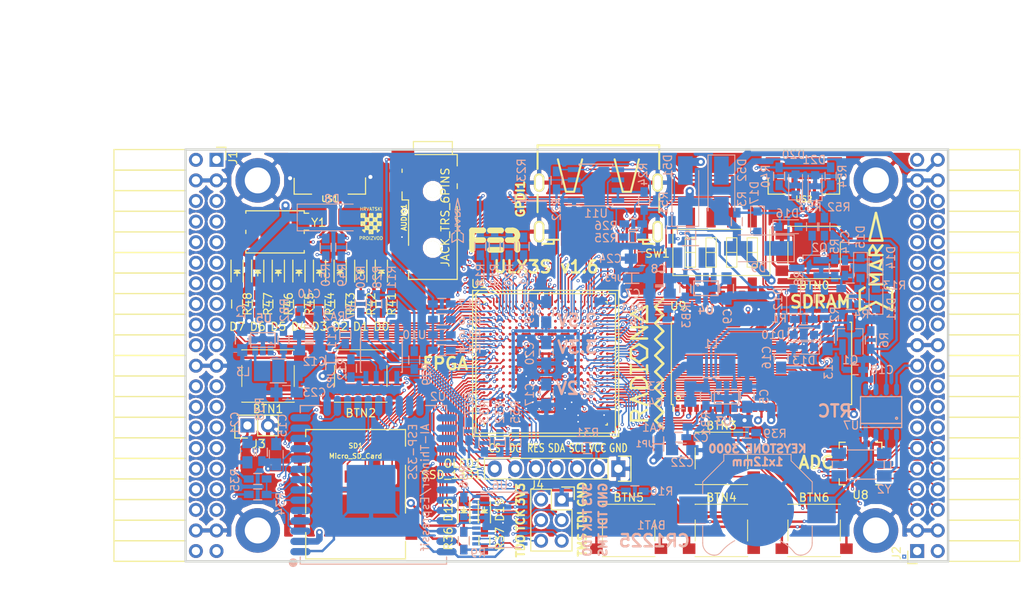
<source format=kicad_pcb>
(kicad_pcb (version 4) (host pcbnew 4.0.7+dfsg1-1)
  (layers (0 F.Cu signal) (1 In1.Cu signal) (2 In2.Cu signal) (31 B.Cu signal) (34 B.Paste user) (35 F.Paste user) (36 B.SilkS user) (37 F.SilkS user) (38 B.Mask user) (39 F.Mask user) (44 Edge.Cuts user))
  (net 0 "")
  (net 1 GND)
  (net 2 +5V)
  (net 3 /gpio/IN5V)
  (net 4 /gpio/OUT5V)
  (net 5 +3V3)
  (net 6 +1V2)
  (net 7 BTN_D)
  (net 8 BTN_F1)
  (net 9 BTN_F2)
  (net 10 BTN_L)
  (net 11 BTN_R)
  (net 12 BTN_U)
  (net 13 /power/FB1)
  (net 14 +2V5)
  (net 15 /power/PWREN)
  (net 16 /power/FB3)
  (net 17 /power/FB2)
  (net 18 "Net-(D9-Pad1)")
  (net 19 /power/VBAT)
  (net 20 JTAG_TDI)
  (net 21 JTAG_TCK)
  (net 22 JTAG_TMS)
  (net 23 JTAG_TDO)
  (net 24 /power/WAKEUPn)
  (net 25 /power/WKUP)
  (net 26 /power/SHUT)
  (net 27 /power/WAKE)
  (net 28 /power/HOLD)
  (net 29 /power/WKn)
  (net 30 /power/OSCI_32k)
  (net 31 /power/OSCO_32k)
  (net 32 "Net-(Q2-Pad3)")
  (net 33 SHUTDOWN)
  (net 34 /analog/AUDIO_L)
  (net 35 /analog/AUDIO_R)
  (net 36 GPDI_5V_SCL)
  (net 37 GPDI_5V_SDA)
  (net 38 GPDI_SDA)
  (net 39 GPDI_SCL)
  (net 40 /gpdi/VREF2)
  (net 41 SD_CMD)
  (net 42 SD_CLK)
  (net 43 SD_D0)
  (net 44 SD_D1)
  (net 45 USB5V)
  (net 46 GPDI_CEC)
  (net 47 nRESET)
  (net 48 FTDI_nDTR)
  (net 49 SDRAM_CKE)
  (net 50 SDRAM_A7)
  (net 51 SDRAM_D15)
  (net 52 SDRAM_BA1)
  (net 53 SDRAM_D7)
  (net 54 SDRAM_A6)
  (net 55 SDRAM_CLK)
  (net 56 SDRAM_D13)
  (net 57 SDRAM_BA0)
  (net 58 SDRAM_D6)
  (net 59 SDRAM_A5)
  (net 60 SDRAM_D14)
  (net 61 SDRAM_A11)
  (net 62 SDRAM_D12)
  (net 63 SDRAM_D5)
  (net 64 SDRAM_A4)
  (net 65 SDRAM_A10)
  (net 66 SDRAM_D11)
  (net 67 SDRAM_A3)
  (net 68 SDRAM_D4)
  (net 69 SDRAM_D10)
  (net 70 SDRAM_D9)
  (net 71 SDRAM_A9)
  (net 72 SDRAM_D3)
  (net 73 SDRAM_D8)
  (net 74 SDRAM_A8)
  (net 75 SDRAM_A2)
  (net 76 SDRAM_A1)
  (net 77 SDRAM_A0)
  (net 78 SDRAM_D2)
  (net 79 SDRAM_D1)
  (net 80 SDRAM_D0)
  (net 81 SDRAM_DQM0)
  (net 82 SDRAM_nCS)
  (net 83 SDRAM_nRAS)
  (net 84 SDRAM_DQM1)
  (net 85 SDRAM_nCAS)
  (net 86 SDRAM_nWE)
  (net 87 /flash/FLASH_nWP)
  (net 88 /flash/FLASH_nHOLD)
  (net 89 /flash/FLASH_MOSI)
  (net 90 /flash/FLASH_MISO)
  (net 91 /flash/FLASH_SCK)
  (net 92 /flash/FLASH_nCS)
  (net 93 /flash/FPGA_PROGRAMN)
  (net 94 /flash/FPGA_DONE)
  (net 95 /flash/FPGA_INITN)
  (net 96 OLED_RES)
  (net 97 OLED_DC)
  (net 98 OLED_CS)
  (net 99 WIFI_EN)
  (net 100 FTDI_nRTS)
  (net 101 FTDI_TXD)
  (net 102 FTDI_RXD)
  (net 103 WIFI_RXD)
  (net 104 WIFI_GPIO0)
  (net 105 WIFI_TXD)
  (net 106 GPDI_ETH-)
  (net 107 GPDI_ETH+)
  (net 108 GPDI_D2+)
  (net 109 GPDI_D2-)
  (net 110 GPDI_D1+)
  (net 111 GPDI_D1-)
  (net 112 GPDI_D0+)
  (net 113 GPDI_D0-)
  (net 114 GPDI_CLK+)
  (net 115 GPDI_CLK-)
  (net 116 USB_FTDI_D+)
  (net 117 USB_FTDI_D-)
  (net 118 J1_17-)
  (net 119 J1_17+)
  (net 120 J1_23-)
  (net 121 J1_23+)
  (net 122 J1_25-)
  (net 123 J1_25+)
  (net 124 J1_27-)
  (net 125 J1_27+)
  (net 126 J1_29-)
  (net 127 J1_29+)
  (net 128 J1_31-)
  (net 129 J1_31+)
  (net 130 J1_33-)
  (net 131 J1_33+)
  (net 132 J1_35-)
  (net 133 J1_35+)
  (net 134 J2_5-)
  (net 135 J2_5+)
  (net 136 J2_7-)
  (net 137 J2_7+)
  (net 138 J2_9-)
  (net 139 J2_9+)
  (net 140 J2_13-)
  (net 141 J2_13+)
  (net 142 J2_17-)
  (net 143 J2_17+)
  (net 144 J2_11-)
  (net 145 J2_11+)
  (net 146 J2_23-)
  (net 147 J2_23+)
  (net 148 J1_5-)
  (net 149 J1_5+)
  (net 150 J1_7-)
  (net 151 J1_7+)
  (net 152 J1_9-)
  (net 153 J1_9+)
  (net 154 J1_11-)
  (net 155 J1_11+)
  (net 156 J1_13-)
  (net 157 J1_13+)
  (net 158 J1_15-)
  (net 159 J1_15+)
  (net 160 J2_15-)
  (net 161 J2_15+)
  (net 162 J2_25-)
  (net 163 J2_25+)
  (net 164 J2_27-)
  (net 165 J2_27+)
  (net 166 J2_29-)
  (net 167 J2_29+)
  (net 168 J2_31-)
  (net 169 J2_31+)
  (net 170 J2_33-)
  (net 171 J2_33+)
  (net 172 J2_35-)
  (net 173 J2_35+)
  (net 174 SD_D3)
  (net 175 AUDIO_L3)
  (net 176 AUDIO_L2)
  (net 177 AUDIO_L1)
  (net 178 AUDIO_L0)
  (net 179 AUDIO_R3)
  (net 180 AUDIO_R2)
  (net 181 AUDIO_R1)
  (net 182 AUDIO_R0)
  (net 183 OLED_CLK)
  (net 184 OLED_MOSI)
  (net 185 LED0)
  (net 186 LED1)
  (net 187 LED2)
  (net 188 LED3)
  (net 189 LED4)
  (net 190 LED5)
  (net 191 LED6)
  (net 192 LED7)
  (net 193 BTN_PWRn)
  (net 194 FTDI_nTXLED)
  (net 195 FTDI_nSLEEP)
  (net 196 /blinkey/LED_PWREN)
  (net 197 /blinkey/LED_TXLED)
  (net 198 FT3V3)
  (net 199 /sdcard/SD3V3)
  (net 200 SD_D2)
  (net 201 CLK_25MHz)
  (net 202 /blinkey/BTNPUL)
  (net 203 /blinkey/BTNPUR)
  (net 204 USB_FPGA_D+)
  (net 205 /power/FTDI_nSUSPEND)
  (net 206 /blinkey/ALED0)
  (net 207 /blinkey/ALED1)
  (net 208 /blinkey/ALED2)
  (net 209 /blinkey/ALED3)
  (net 210 /blinkey/ALED4)
  (net 211 /blinkey/ALED5)
  (net 212 /blinkey/ALED6)
  (net 213 /blinkey/ALED7)
  (net 214 /usb/FTD-)
  (net 215 /usb/FTD+)
  (net 216 ADC_MISO)
  (net 217 ADC_MOSI)
  (net 218 ADC_CSn)
  (net 219 ADC_SCLK)
  (net 220 "Net-(R51-Pad2)")
  (net 221 SW3)
  (net 222 SW2)
  (net 223 SW1)
  (net 224 SW0)
  (net 225 USB_FPGA_D-)
  (net 226 /usb/FPD+)
  (net 227 /usb/FPD-)
  (net 228 WIFI_GPIO16)
  (net 229 WIFI_GPIO15)
  (net 230 /usb/ANT_433MHz)
  (net 231 /power/PWRBTn)
  (net 232 PROG_DONE)
  (net 233 /power/P1V2)
  (net 234 /power/P3V3)
  (net 235 /power/P2V5)
  (net 236 /power/L1)
  (net 237 /power/L3)
  (net 238 /power/L2)
  (net 239 FTDI_TXDEN)
  (net 240 /wifi/WIFIOFF)
  (net 241 SDRAM_A12)
  (module SMD_Packages:1Pin (layer F.Cu) (at 182.67515 111.637626)
    (fp_text reference AE1 hide)
    (fp_text value 433MHz hide)
    (pad 1 smd rect (at 0 0) (size 0.5 0.5) (layers B.Cu F.Paste F.Mask) (net 230 /usb/ANT_433MHz))
  )
  (module Resistors_SMD:R_0603_HandSoldering (layer B.Cu) (at 103.498 98.758 90)
    (fp_text reference R38 (at 5.334 -0.254 90) (layer B.SilkS) (effects (justify mirror)))
    (fp_text value 0.47)
    (pad 1 smd rect (at -1.1 0 90) (size 1.2 0.9) (layers B.Cu B.Paste B.Mask) (net 199 /sdcard/SD3V3))
    (pad 2 smd rect (at 1.1 0 90) (size 1.2 0.9) (layers B.Cu B.Paste B.Mask) (net 5 +3V3))
  )
  (module jumper:SOLDER-JUMPER_1-WAY (layer B.Cu) (at 152.393 97.742 270)
    (fp_text reference JP1 (at 0 1.778 360) (layer B.SilkS) (effects (font (size 0.762 0.762) (thickness 0.1524)) (justify mirror)))
    (fp_text value 1.2 hide)
    (pad 1 smd rect (at -0.6 0 270) (size 1 1) (layers B.Cu B.Paste B.Mask) (net 233 /power/P1V2))
    (pad 2 smd rect (at 0.6 0 270) (size 1 1) (layers B.Cu B.Paste B.Mask) (net 6 +1V2))
  )
  (module ESP32-footprints-Lib:ESP-32S (layer B.Cu) (at 117.313 101.513)
    (fp_text reference U2 (at 7.902 -9.613 180) (layer B.SilkS) (effects (justify mirror)))
    (fp_text value ESP-32S)
    (fp_text user AI-Thinker/Espressif (at 6.3 1.6 270) (layer B.SilkS) (effects (justify mirror)))
    (fp_text user ESP-32S (at 4.8 -2.8 270) (layer B.SilkS) (effects (justify mirror)))
    (pad 38 smd oval (at 8.947434 9.517338 180) (size 2.5 0.9) (layers B.Cu B.Paste B.Mask) (net 1 GND))
    (pad 37 smd oval (at 8.947434 8.247338 180) (size 2.5 0.9) (layers B.Cu B.Paste B.Mask))
    (pad 36 smd oval (at 8.947434 6.977338 180) (size 2.5 0.9) (layers B.Cu B.Paste B.Mask) (net 232 PROG_DONE))
    (pad 35 smd oval (at 8.947434 5.707338 180) (size 2.5 0.9) (layers B.Cu B.Paste B.Mask) (net 105 WIFI_TXD))
    (pad 34 smd oval (at 8.947434 4.437338 180) (size 2.5 0.9) (layers B.Cu B.Paste B.Mask) (net 103 WIFI_RXD))
    (pad 33 smd oval (at 8.947434 3.167338 180) (size 2.5 0.9) (layers B.Cu B.Paste B.Mask) (net 22 JTAG_TMS))
    (pad 32 smd oval (at 8.947434 1.897338 180) (size 2.5 0.9) (layers B.Cu B.Paste B.Mask))
    (pad 31 smd oval (at 8.947434 0.627338 180) (size 2.5 0.9) (layers B.Cu B.Paste B.Mask) (net 20 JTAG_TDI))
    (pad 30 smd oval (at 8.947434 -0.642662 180) (size 2.5 0.9) (layers B.Cu B.Paste B.Mask) (net 21 JTAG_TCK))
    (pad 29 smd oval (at 8.947434 -1.912662 180) (size 2.5 0.9) (layers B.Cu B.Paste B.Mask))
    (pad 28 smd oval (at 8.947434 -3.182662 180) (size 2.5 0.9) (layers B.Cu B.Paste B.Mask) (net 23 JTAG_TDO))
    (pad 27 smd oval (at 8.947434 -4.452662 180) (size 2.5 0.9) (layers B.Cu B.Paste B.Mask) (net 228 WIFI_GPIO16))
    (pad 26 smd oval (at 8.947434 -5.722662 180) (size 2.5 0.9) (layers B.Cu B.Paste B.Mask))
    (pad 25 smd oval (at 8.947434 -6.992662 180) (size 2.5 0.9) (layers B.Cu B.Paste B.Mask) (net 104 WIFI_GPIO0))
    (pad 24 smd oval (at 5.662434 -8.482662 180) (size 0.9 2.5) (layers B.Cu B.Paste B.Mask))
    (pad 23 smd oval (at 4.392434 -8.482662 180) (size 0.9 2.5) (layers B.Cu B.Paste B.Mask) (net 229 WIFI_GPIO15))
    (pad 22 smd oval (at 3.122434 -8.482662 180) (size 0.9 2.5) (layers B.Cu B.Paste B.Mask) (net 44 SD_D1))
    (pad 21 smd oval (at 1.852434 -8.482662 180) (size 0.9 2.5) (layers B.Cu B.Paste B.Mask) (net 43 SD_D0))
    (pad 20 smd oval (at 0.582434 -8.482662 180) (size 0.9 2.5) (layers B.Cu B.Paste B.Mask) (net 42 SD_CLK))
    (pad 19 smd oval (at -0.687566 -8.482662 180) (size 0.9 2.5) (layers B.Cu B.Paste B.Mask) (net 41 SD_CMD))
    (pad 18 smd oval (at -1.957566 -8.482662 180) (size 0.9 2.5) (layers B.Cu B.Paste B.Mask))
    (pad 17 smd oval (at -3.227566 -8.482662 180) (size 0.9 2.5) (layers B.Cu B.Paste B.Mask))
    (pad 16 smd oval (at -4.497566 -8.482662 180) (size 0.9 2.5) (layers B.Cu B.Paste B.Mask) (net 124 J1_27-))
    (pad 15 smd oval (at -5.767566 -8.482662 180) (size 0.9 2.5) (layers B.Cu B.Paste B.Mask) (net 1 GND))
    (pad 14 smd oval (at -9.052566 -6.992662 180) (size 2.5 0.9) (layers B.Cu B.Paste B.Mask) (net 125 J1_27+))
    (pad 13 smd oval (at -9.052566 -5.722662 180) (size 2.5 0.9) (layers B.Cu B.Paste B.Mask) (net 126 J1_29-))
    (pad 12 smd oval (at -9.052566 -4.452662 180) (size 2.5 0.9) (layers B.Cu B.Paste B.Mask) (net 127 J1_29+))
    (pad 11 smd oval (at -9.052566 -3.182662 180) (size 2.5 0.9) (layers B.Cu B.Paste B.Mask) (net 128 J1_31-))
    (pad 10 smd oval (at -9.052566 -1.912662 180) (size 2.5 0.9) (layers B.Cu B.Paste B.Mask) (net 129 J1_31+))
    (pad 9 smd oval (at -9.052566 -0.642662 180) (size 2.5 0.9) (layers B.Cu B.Paste B.Mask) (net 130 J1_33-))
    (pad 8 smd oval (at -9.052566 0.627338 180) (size 2.5 0.9) (layers B.Cu B.Paste B.Mask) (net 131 J1_33+))
    (pad 7 smd oval (at -9.052566 1.897338 180) (size 2.5 0.9) (layers B.Cu B.Paste B.Mask) (net 132 J1_35-))
    (pad 6 smd oval (at -9.052566 3.167338 180) (size 2.5 0.9) (layers B.Cu B.Paste B.Mask) (net 133 J1_35+))
    (pad 5 smd oval (at -9.052566 4.437338 180) (size 2.5 0.9) (layers B.Cu B.Paste B.Mask))
    (pad 4 smd oval (at -9.052566 5.707338 180) (size 2.5 0.9) (layers B.Cu B.Paste B.Mask))
    (pad 3 smd oval (at -9.052566 6.977338 180) (size 2.5 0.9) (layers B.Cu B.Paste B.Mask) (net 99 WIFI_EN))
    (pad 2 smd oval (at -9.052566 8.247338 180) (size 2.5 0.9) (layers B.Cu B.Paste B.Mask) (net 5 +3V3))
    (pad 1 smd oval (at -9.052566 9.517338 180) (size 2.5 0.9) (layers B.Cu B.Paste B.Mask) (net 1 GND))
    (pad 39 smd rect (at -0.352566 1.817338 180) (size 6 6) (layers B.Cu B.Paste B.Mask) (net 1 GND))
  )
  (module Diodes_SMD:D_SMA_Handsoldering (layer B.Cu) (at 155.695 66.5 90)
    (fp_text reference D51 (at 3.048 -2.159 90) (layer B.SilkS) (effects (justify mirror)))
    (fp_text value STPS2L30AF hide)
    (pad 1 smd rect (at -2.5 0 90) (size 3.5 1.8) (layers B.Cu B.Paste B.Mask) (net 2 +5V))
    (pad 2 smd rect (at 2.5 0 90) (size 3.5 1.8) (layers B.Cu B.Paste B.Mask) (net 3 /gpio/IN5V))
  )
  (module Resistors_SMD:R_0603_HandSoldering (layer B.Cu) (at 154.044 71.326 90)
    (fp_text reference R51 (at 3.302 -1.016 90) (layer B.SilkS) (effects (justify mirror)))
    (fp_text value 220)
    (pad 1 smd rect (at -1.1 0 90) (size 1.2 0.9) (layers B.Cu B.Paste B.Mask) (net 5 +3V3))
    (pad 2 smd rect (at 1.1 0 90) (size 1.2 0.9) (layers B.Cu B.Paste B.Mask) (net 220 "Net-(R51-Pad2)"))
  )
  (module Resistors_SMD:R_1210_HandSoldering (layer B.Cu) (at 158.87 88.09 180)
    (fp_text reference L1 (at 0 2.7 180) (layer B.SilkS) (effects (justify mirror)))
    (fp_text value 2.2uH)
    (pad 1 smd rect (at -2 0 180) (size 2 2.5) (layers B.Cu B.Paste B.Mask) (net 236 /power/L1))
    (pad 2 smd rect (at 2 0 180) (size 2 2.5) (layers B.Cu B.Paste B.Mask) (net 233 /power/P1V2))
  )
  (module TSOT-25:TSOT-25 (layer B.Cu) (at 160.775 91.9)
    (fp_text reference U3 (at -0.381 3.048) (layer B.SilkS) (effects (font (thickness 0.2)) (justify mirror)))
    (fp_text value AP3429A)
    (pad 1 smd rect (at -0.95 -1.3) (size 0.7 1.2) (layers B.Cu B.Paste B.Mask) (net 15 /power/PWREN))
    (pad 2 smd rect (at 0 -1.3) (size 0.7 1.2) (layers B.Cu B.Paste B.Mask) (net 1 GND))
    (pad 3 smd rect (at 0.95 -1.3) (size 0.7 1.2) (layers B.Cu B.Paste B.Mask) (net 236 /power/L1))
    (pad 4 smd rect (at 0.95 1.3) (size 0.7 1.2) (layers B.Cu B.Paste B.Mask) (net 2 +5V))
    (pad 5 smd rect (at -0.95 1.3) (size 0.7 1.2) (layers B.Cu B.Paste B.Mask) (net 13 /power/FB1))
  )
  (module Resistors_SMD:R_1210_HandSoldering (layer B.Cu) (at 156.33 74.755 180)
    (fp_text reference L2 (at 0 2.7 180) (layer B.SilkS) (effects (justify mirror)))
    (fp_text value 2.2uH)
    (pad 1 smd rect (at -2 0 180) (size 2 2.5) (layers B.Cu B.Paste B.Mask) (net 237 /power/L3))
    (pad 2 smd rect (at 2 0 180) (size 2 2.5) (layers B.Cu B.Paste B.Mask) (net 234 /power/P3V3))
  )
  (module TSOT-25:TSOT-25 (layer B.Cu) (at 158.235 78.535)
    (fp_text reference U4 (at 0 2.697) (layer B.SilkS) (effects (font (thickness 0.2)) (justify mirror)))
    (fp_text value AP3429A)
    (pad 1 smd rect (at -0.95 -1.3) (size 0.7 1.2) (layers B.Cu B.Paste B.Mask) (net 15 /power/PWREN))
    (pad 2 smd rect (at 0 -1.3) (size 0.7 1.2) (layers B.Cu B.Paste B.Mask) (net 1 GND))
    (pad 3 smd rect (at 0.95 -1.3) (size 0.7 1.2) (layers B.Cu B.Paste B.Mask) (net 237 /power/L3))
    (pad 4 smd rect (at 0.95 1.3) (size 0.7 1.2) (layers B.Cu B.Paste B.Mask) (net 2 +5V))
    (pad 5 smd rect (at -0.95 1.3) (size 0.7 1.2) (layers B.Cu B.Paste B.Mask) (net 16 /power/FB3))
  )
  (module LEDs:LED_0805 (layer F.Cu) (at 118.23 76.66 270)
    (fp_text reference D0 (at 6.604 0 360) (layer F.SilkS))
    (fp_text value RED hide)
    (pad 2 smd rect (at 1.04902 0 90) (size 1.19888 1.19888) (layers F.Cu F.Paste F.Mask) (net 206 /blinkey/ALED0))
    (pad 1 smd rect (at -1.04902 0 90) (size 1.19888 1.19888) (layers F.Cu F.Paste F.Mask) (net 1 GND))
  )
  (module LEDs:LED_0805 (layer F.Cu) (at 115.69 76.66 270)
    (fp_text reference D1 (at 6.604 0 360) (layer F.SilkS))
    (fp_text value RED hide)
    (pad 2 smd rect (at 1.04902 0 90) (size 1.19888 1.19888) (layers F.Cu F.Paste F.Mask) (net 207 /blinkey/ALED1))
    (pad 1 smd rect (at -1.04902 0 90) (size 1.19888 1.19888) (layers F.Cu F.Paste F.Mask) (net 1 GND))
  )
  (module LEDs:LED_0805 (layer F.Cu) (at 113.15 76.66 270)
    (fp_text reference D2 (at 6.604 0 360) (layer F.SilkS))
    (fp_text value RED hide)
    (pad 2 smd rect (at 1.04902 0 90) (size 1.19888 1.19888) (layers F.Cu F.Paste F.Mask) (net 208 /blinkey/ALED2))
    (pad 1 smd rect (at -1.04902 0 90) (size 1.19888 1.19888) (layers F.Cu F.Paste F.Mask) (net 1 GND))
  )
  (module LEDs:LED_0805 (layer F.Cu) (at 110.61 76.66 270)
    (fp_text reference D3 (at 6.604 0 360) (layer F.SilkS))
    (fp_text value RED hide)
    (pad 2 smd rect (at 1.04902 0 90) (size 1.19888 1.19888) (layers F.Cu F.Paste F.Mask) (net 209 /blinkey/ALED3))
    (pad 1 smd rect (at -1.04902 0 90) (size 1.19888 1.19888) (layers F.Cu F.Paste F.Mask) (net 1 GND))
  )
  (module LEDs:LED_0805 (layer F.Cu) (at 108.07 76.66 270)
    (fp_text reference D4 (at 6.604 0 360) (layer F.SilkS))
    (fp_text value RED hide)
    (pad 2 smd rect (at 1.04902 0 90) (size 1.19888 1.19888) (layers F.Cu F.Paste F.Mask) (net 210 /blinkey/ALED4))
    (pad 1 smd rect (at -1.04902 0 90) (size 1.19888 1.19888) (layers F.Cu F.Paste F.Mask) (net 1 GND))
  )
  (module LEDs:LED_0805 (layer F.Cu) (at 105.53 76.66 270)
    (fp_text reference D5 (at 6.604 0 360) (layer F.SilkS))
    (fp_text value RED hide)
    (pad 2 smd rect (at 1.04902 0 90) (size 1.19888 1.19888) (layers F.Cu F.Paste F.Mask) (net 211 /blinkey/ALED5))
    (pad 1 smd rect (at -1.04902 0 90) (size 1.19888 1.19888) (layers F.Cu F.Paste F.Mask) (net 1 GND))
  )
  (module LEDs:LED_0805 (layer F.Cu) (at 102.99 76.66 270)
    (fp_text reference D6 (at 6.604 0 360) (layer F.SilkS))
    (fp_text value RED hide)
    (pad 2 smd rect (at 1.04902 0 90) (size 1.19888 1.19888) (layers F.Cu F.Paste F.Mask) (net 212 /blinkey/ALED6))
    (pad 1 smd rect (at -1.04902 0 90) (size 1.19888 1.19888) (layers F.Cu F.Paste F.Mask) (net 1 GND))
  )
  (module LEDs:LED_0805 (layer F.Cu) (at 100.45 76.66 270)
    (fp_text reference D7 (at 6.604 0 360) (layer F.SilkS))
    (fp_text value RED hide)
    (pad 2 smd rect (at 1.04902 0 90) (size 1.19888 1.19888) (layers F.Cu F.Paste F.Mask) (net 213 /blinkey/ALED7))
    (pad 1 smd rect (at -1.04902 0 90) (size 1.19888 1.19888) (layers F.Cu F.Paste F.Mask) (net 1 GND))
  )
  (module Resistors_SMD:R_1210_HandSoldering (layer B.Cu) (at 105.53 88.725)
    (fp_text reference L3 (at -4.318 0.127) (layer B.SilkS) (effects (justify mirror)))
    (fp_text value 2.2uH)
    (pad 1 smd rect (at -2 0) (size 2 2.5) (layers B.Cu B.Paste B.Mask) (net 238 /power/L2))
    (pad 2 smd rect (at 2 0) (size 2 2.5) (layers B.Cu B.Paste B.Mask) (net 235 /power/P2V5))
  )
  (module TSOT-25:TSOT-25 (layer B.Cu) (at 103.625 84.915 180)
    (fp_text reference U5 (at -0.127 2.667 180) (layer B.SilkS) (effects (font (thickness 0.2)) (justify mirror)))
    (fp_text value AP3429A)
    (pad 1 smd rect (at -0.95 -1.3 180) (size 0.7 1.2) (layers B.Cu B.Paste B.Mask) (net 15 /power/PWREN))
    (pad 2 smd rect (at 0 -1.3 180) (size 0.7 1.2) (layers B.Cu B.Paste B.Mask) (net 1 GND))
    (pad 3 smd rect (at 0.95 -1.3 180) (size 0.7 1.2) (layers B.Cu B.Paste B.Mask) (net 238 /power/L2))
    (pad 4 smd rect (at 0.95 1.3 180) (size 0.7 1.2) (layers B.Cu B.Paste B.Mask) (net 2 +5V))
    (pad 5 smd rect (at -0.95 1.3 180) (size 0.7 1.2) (layers B.Cu B.Paste B.Mask) (net 17 /power/FB2))
  )
  (module Capacitors_SMD:C_0805_HandSoldering (layer B.Cu) (at 101.085 84.915 270)
    (fp_text reference C1 (at -3.429 0.127 270) (layer B.SilkS) (effects (justify mirror)))
    (fp_text value 22uF)
    (pad 1 smd rect (at -1.25 0 270) (size 1.5 1.25) (layers B.Cu B.Paste B.Mask) (net 2 +5V))
    (pad 2 smd rect (at 1.25 0 270) (size 1.5 1.25) (layers B.Cu B.Paste B.Mask) (net 1 GND))
  )
  (module Capacitors_SMD:C_0805_HandSoldering (layer B.Cu) (at 155.06 90.63)
    (fp_text reference C3 (at -3.048 0) (layer B.SilkS) (effects (justify mirror)))
    (fp_text value 22uF)
    (pad 1 smd rect (at -1.25 0) (size 1.5 1.25) (layers B.Cu B.Paste B.Mask) (net 233 /power/P1V2))
    (pad 2 smd rect (at 1.25 0) (size 1.5 1.25) (layers B.Cu B.Paste B.Mask) (net 1 GND))
  )
  (module Capacitors_SMD:C_0805_HandSoldering (layer B.Cu) (at 155.06 92.535)
    (fp_text reference C4 (at -3.048 0.127) (layer B.SilkS) (effects (justify mirror)))
    (fp_text value 22uF)
    (pad 1 smd rect (at -1.25 0) (size 1.5 1.25) (layers B.Cu B.Paste B.Mask) (net 233 /power/P1V2))
    (pad 2 smd rect (at 1.25 0) (size 1.5 1.25) (layers B.Cu B.Paste B.Mask) (net 1 GND))
  )
  (module Capacitors_SMD:C_0805_HandSoldering (layer B.Cu) (at 163.315 91.9 90)
    (fp_text reference C5 (at 0 2.1 90) (layer B.SilkS) (effects (justify mirror)))
    (fp_text value 22uF)
    (pad 1 smd rect (at -1.25 0 90) (size 1.5 1.25) (layers B.Cu B.Paste B.Mask) (net 2 +5V))
    (pad 2 smd rect (at 1.25 0 90) (size 1.5 1.25) (layers B.Cu B.Paste B.Mask) (net 1 GND))
  )
  (module Capacitors_SMD:C_0805_HandSoldering (layer B.Cu) (at 152.52 79.2)
    (fp_text reference C7 (at -3.302 0) (layer B.SilkS) (effects (justify mirror)))
    (fp_text value 22uF)
    (pad 1 smd rect (at -1.25 0) (size 1.5 1.25) (layers B.Cu B.Paste B.Mask) (net 234 /power/P3V3))
    (pad 2 smd rect (at 1.25 0) (size 1.5 1.25) (layers B.Cu B.Paste B.Mask) (net 1 GND))
  )
  (module Capacitors_SMD:C_0805_HandSoldering (layer B.Cu) (at 152.52 77.295)
    (fp_text reference C8 (at -0.127 -1.143) (layer B.SilkS) (effects (justify mirror)))
    (fp_text value 22uF)
    (pad 1 smd rect (at -1.25 0) (size 1.5 1.25) (layers B.Cu B.Paste B.Mask) (net 234 /power/P3V3))
    (pad 2 smd rect (at 1.25 0) (size 1.5 1.25) (layers B.Cu B.Paste B.Mask) (net 1 GND))
  )
  (module Capacitors_SMD:C_0805_HandSoldering (layer B.Cu) (at 160.775 78.565 90)
    (fp_text reference C9 (at -3.429 0.127 90) (layer B.SilkS) (effects (justify mirror)))
    (fp_text value 22uF)
    (pad 1 smd rect (at -1.25 0 90) (size 1.5 1.25) (layers B.Cu B.Paste B.Mask) (net 2 +5V))
    (pad 2 smd rect (at 1.25 0 90) (size 1.5 1.25) (layers B.Cu B.Paste B.Mask) (net 1 GND))
  )
  (module Capacitors_SMD:C_0805_HandSoldering (layer B.Cu) (at 109.34 84.28 180)
    (fp_text reference C11 (at -2.794 -0.254 270) (layer B.SilkS) (effects (justify mirror)))
    (fp_text value 22uF)
    (pad 1 smd rect (at -1.25 0 180) (size 1.5 1.25) (layers B.Cu B.Paste B.Mask) (net 235 /power/P2V5))
    (pad 2 smd rect (at 1.25 0 180) (size 1.5 1.25) (layers B.Cu B.Paste B.Mask) (net 1 GND))
  )
  (module Capacitors_SMD:C_0805_HandSoldering (layer B.Cu) (at 109.34 86.185 180)
    (fp_text reference C12 (at -0.635 -1.397 360) (layer B.SilkS) (effects (justify mirror)))
    (fp_text value 22uF)
    (pad 1 smd rect (at -1.25 0 180) (size 1.5 1.25) (layers B.Cu B.Paste B.Mask) (net 235 /power/P2V5))
    (pad 2 smd rect (at 1.25 0 180) (size 1.5 1.25) (layers B.Cu B.Paste B.Mask) (net 1 GND))
  )
  (module Power_Integrations:SO-8 (layer B.Cu) (at 179.825 93.805 180)
    (fp_text reference U7 (at 3.683 -1.651 180) (layer B.SilkS) (effects (justify mirror)))
    (fp_text value PCF8523)
    (pad 1 smd oval (at -1.905 -2.794 180) (size 0.6096 1.4732) (layers B.Cu B.Paste B.Mask) (net 30 /power/OSCI_32k))
    (pad 2 smd oval (at -0.635 -2.794 180) (size 0.6096 1.4732) (layers B.Cu B.Paste B.Mask) (net 31 /power/OSCO_32k))
    (pad 3 smd oval (at 0.635 -2.794 180) (size 0.6096 1.4732) (layers B.Cu B.Paste B.Mask) (net 19 /power/VBAT))
    (pad 4 smd oval (at 1.905 -2.794 180) (size 0.6096 1.4732) (layers B.Cu B.Paste B.Mask) (net 1 GND))
    (pad 5 smd oval (at 1.905 2.794 180) (size 0.6096 1.4732) (layers B.Cu B.Paste B.Mask) (net 38 GPDI_SDA))
    (pad 6 smd oval (at 0.635 2.794 180) (size 0.6096 1.4732) (layers B.Cu B.Paste B.Mask) (net 39 GPDI_SCL))
    (pad 7 smd oval (at -0.635 2.794 180) (size 0.6096 1.4732) (layers B.Cu B.Paste B.Mask) (net 24 /power/WAKEUPn))
    (pad 8 smd oval (at -1.905 2.794 180) (size 0.6096 1.4732) (layers B.Cu B.Paste B.Mask) (net 5 +3V3))
  )
  (module Capacitors_SMD:C_0805_HandSoldering (layer B.Cu) (at 173.221 84.788 90)
    (fp_text reference C13 (at -3.556 0.127 90) (layer B.SilkS) (effects (justify mirror)))
    (fp_text value 2.2uF)
    (pad 1 smd rect (at -1.25 0 90) (size 1.5 1.25) (layers B.Cu B.Paste B.Mask) (net 2 +5V))
    (pad 2 smd rect (at 1.25 0 90) (size 1.5 1.25) (layers B.Cu B.Paste B.Mask) (net 25 /power/WKUP))
  )
  (module TSOP54:TSOP54 (layer F.Cu) (at 165.08 87.8 90)
    (fp_text reference U9 (at 7.076 -10.274 180) (layer F.SilkS))
    (fp_text value MT48LC4M16A2TG)
    (pad 28 smd rect (at 5.53 10.4 90) (size 0.9 0.56) (layers F.Cu F.Paste F.Mask) (net 1 GND))
    (pad 1 smd rect (at -5.53 -10.4 90) (size 0.9 0.56) (layers F.Cu F.Paste F.Mask) (net 5 +3V3))
    (pad 2 smd rect (at -5.53 -9.6 90) (size 0.9 0.56) (layers F.Cu F.Paste F.Mask) (net 80 SDRAM_D0))
    (pad 3 smd rect (at -5.53 -8.8 90) (size 0.9 0.56) (layers F.Cu F.Paste F.Mask) (net 5 +3V3))
    (pad 4 smd rect (at -5.53 -8 90) (size 0.9 0.56) (layers F.Cu F.Paste F.Mask) (net 79 SDRAM_D1))
    (pad 5 smd rect (at -5.53 -7.2 90) (size 0.9 0.56) (layers F.Cu F.Paste F.Mask) (net 78 SDRAM_D2))
    (pad 6 smd rect (at -5.53 -6.4 90) (size 0.9 0.56) (layers F.Cu F.Paste F.Mask) (net 1 GND))
    (pad 7 smd rect (at -5.53 -5.6 90) (size 0.9 0.56) (layers F.Cu F.Paste F.Mask) (net 72 SDRAM_D3))
    (pad 8 smd rect (at -5.53 -4.8 90) (size 0.9 0.56) (layers F.Cu F.Paste F.Mask) (net 68 SDRAM_D4))
    (pad 9 smd rect (at -5.53 -4 90) (size 0.9 0.56) (layers F.Cu F.Paste F.Mask) (net 5 +3V3))
    (pad 10 smd rect (at -5.53 -3.2 90) (size 0.9 0.56) (layers F.Cu F.Paste F.Mask) (net 63 SDRAM_D5))
    (pad 11 smd rect (at -5.53 -2.4 90) (size 0.9 0.56) (layers F.Cu F.Paste F.Mask) (net 58 SDRAM_D6))
    (pad 12 smd rect (at -5.53 -1.6 90) (size 0.9 0.56) (layers F.Cu F.Paste F.Mask) (net 1 GND))
    (pad 13 smd rect (at -5.53 -0.8 90) (size 0.9 0.56) (layers F.Cu F.Paste F.Mask) (net 53 SDRAM_D7))
    (pad 14 smd rect (at -5.53 0 90) (size 0.9 0.56) (layers F.Cu F.Paste F.Mask) (net 5 +3V3))
    (pad 15 smd rect (at -5.53 0.8 90) (size 0.9 0.56) (layers F.Cu F.Paste F.Mask) (net 81 SDRAM_DQM0))
    (pad 16 smd rect (at -5.53 1.6 90) (size 0.9 0.56) (layers F.Cu F.Paste F.Mask) (net 86 SDRAM_nWE))
    (pad 17 smd rect (at -5.53 2.4 90) (size 0.9 0.56) (layers F.Cu F.Paste F.Mask) (net 85 SDRAM_nCAS))
    (pad 18 smd rect (at -5.53 3.2 90) (size 0.9 0.56) (layers F.Cu F.Paste F.Mask) (net 83 SDRAM_nRAS))
    (pad 19 smd rect (at -5.53 4 90) (size 0.9 0.56) (layers F.Cu F.Paste F.Mask) (net 82 SDRAM_nCS))
    (pad 20 smd rect (at -5.53 4.8 90) (size 0.9 0.56) (layers F.Cu F.Paste F.Mask) (net 57 SDRAM_BA0))
    (pad 21 smd rect (at -5.53 5.6 90) (size 0.9 0.56) (layers F.Cu F.Paste F.Mask) (net 52 SDRAM_BA1))
    (pad 22 smd rect (at -5.53 6.4 90) (size 0.9 0.56) (layers F.Cu F.Paste F.Mask) (net 65 SDRAM_A10))
    (pad 23 smd rect (at -5.53 7.2 90) (size 0.9 0.56) (layers F.Cu F.Paste F.Mask) (net 77 SDRAM_A0))
    (pad 24 smd rect (at -5.53 8 90) (size 0.9 0.56) (layers F.Cu F.Paste F.Mask) (net 76 SDRAM_A1))
    (pad 25 smd rect (at -5.53 8.8 90) (size 0.9 0.56) (layers F.Cu F.Paste F.Mask) (net 75 SDRAM_A2))
    (pad 26 smd rect (at -5.53 9.6 90) (size 0.9 0.56) (layers F.Cu F.Paste F.Mask) (net 67 SDRAM_A3))
    (pad 27 smd rect (at -5.53 10.4 90) (size 0.9 0.56) (layers F.Cu F.Paste F.Mask) (net 5 +3V3))
    (pad 29 smd rect (at 5.53 9.6 90) (size 0.9 0.56) (layers F.Cu F.Paste F.Mask) (net 64 SDRAM_A4))
    (pad 30 smd rect (at 5.53 8.8 90) (size 0.9 0.56) (layers F.Cu F.Paste F.Mask) (net 59 SDRAM_A5))
    (pad 31 smd rect (at 5.53 8 90) (size 0.9 0.56) (layers F.Cu F.Paste F.Mask) (net 54 SDRAM_A6))
    (pad 32 smd rect (at 5.53 7.2 90) (size 0.9 0.56) (layers F.Cu F.Paste F.Mask) (net 50 SDRAM_A7))
    (pad 33 smd rect (at 5.53 6.4 90) (size 0.9 0.56) (layers F.Cu F.Paste F.Mask) (net 74 SDRAM_A8))
    (pad 34 smd rect (at 5.53 5.6 90) (size 0.9 0.56) (layers F.Cu F.Paste F.Mask) (net 71 SDRAM_A9))
    (pad 35 smd rect (at 5.53 4.8 90) (size 0.9 0.56) (layers F.Cu F.Paste F.Mask) (net 61 SDRAM_A11))
    (pad 36 smd rect (at 5.53 4 90) (size 0.9 0.56) (layers F.Cu F.Paste F.Mask) (net 241 SDRAM_A12))
    (pad 37 smd rect (at 5.53 3.2 90) (size 0.9 0.56) (layers F.Cu F.Paste F.Mask) (net 49 SDRAM_CKE))
    (pad 38 smd rect (at 5.53 2.4 90) (size 0.9 0.56) (layers F.Cu F.Paste F.Mask) (net 55 SDRAM_CLK))
    (pad 39 smd rect (at 5.53 1.6 90) (size 0.9 0.56) (layers F.Cu F.Paste F.Mask) (net 84 SDRAM_DQM1))
    (pad 40 smd rect (at 5.53 0.8 90) (size 0.9 0.56) (layers F.Cu F.Paste F.Mask))
    (pad 41 smd rect (at 5.53 0 90) (size 0.9 0.56) (layers F.Cu F.Paste F.Mask) (net 1 GND))
    (pad 42 smd rect (at 5.53 -0.8 90) (size 0.9 0.56) (layers F.Cu F.Paste F.Mask) (net 73 SDRAM_D8))
    (pad 43 smd rect (at 5.53 -1.6 90) (size 0.9 0.56) (layers F.Cu F.Paste F.Mask) (net 5 +3V3))
    (pad 44 smd rect (at 5.53 -2.4 90) (size 0.9 0.56) (layers F.Cu F.Paste F.Mask) (net 70 SDRAM_D9))
    (pad 45 smd rect (at 5.53 -3.2 90) (size 0.9 0.56) (layers F.Cu F.Paste F.Mask) (net 69 SDRAM_D10))
    (pad 46 smd rect (at 5.53 -4 90) (size 0.9 0.56) (layers F.Cu F.Paste F.Mask) (net 1 GND))
    (pad 47 smd rect (at 5.53 -4.8 90) (size 0.9 0.56) (layers F.Cu F.Paste F.Mask) (net 66 SDRAM_D11))
    (pad 48 smd rect (at 5.53 -5.6 90) (size 0.9 0.56) (layers F.Cu F.Paste F.Mask) (net 62 SDRAM_D12))
    (pad 49 smd rect (at 5.53 -6.4 90) (size 0.9 0.56) (layers F.Cu F.Paste F.Mask) (net 5 +3V3))
    (pad 50 smd rect (at 5.53 -7.2 90) (size 0.9 0.56) (layers F.Cu F.Paste F.Mask) (net 56 SDRAM_D13))
    (pad 51 smd rect (at 5.53 -8 90) (size 0.9 0.56) (layers F.Cu F.Paste F.Mask) (net 60 SDRAM_D14))
    (pad 52 smd rect (at 5.53 -8.8 90) (size 0.9 0.56) (layers F.Cu F.Paste F.Mask) (net 1 GND))
    (pad 53 smd rect (at 5.53 -9.6 90) (size 0.9 0.56) (layers F.Cu F.Paste F.Mask) (net 51 SDRAM_D15))
    (pad 54 smd rect (at 5.53 -10.4 90) (size 0.9 0.56) (layers F.Cu F.Paste F.Mask) (net 1 GND))
  )
  (module TO_SOT_Packages_SMD:SOT-23_Handsoldering (layer B.Cu) (at 176.015 84.28 90)
    (fp_text reference Q1 (at -3.1115 0 180) (layer B.SilkS) (effects (justify mirror)))
    (fp_text value BC857)
    (pad 1 smd rect (at -1.5 0.95 90) (size 1.9 0.8) (layers B.Cu B.Paste B.Mask) (net 29 /power/WKn))
    (pad 2 smd rect (at -1.5 -0.95 90) (size 1.9 0.8) (layers B.Cu B.Paste B.Mask) (net 2 +5V))
    (pad 3 smd rect (at 1.5 0 90) (size 1.9 0.8) (layers B.Cu B.Paste B.Mask) (net 25 /power/WKUP))
  )
  (module TO_SOT_Packages_SMD:SOT-23_Handsoldering (layer B.Cu) (at 170.935 76.025 180)
    (fp_text reference Q2 (at -1.295 2.5 180) (layer B.SilkS) (effects (justify mirror)))
    (fp_text value 2N7002)
    (pad 1 smd rect (at -1.5 0.95 180) (size 1.9 0.8) (layers B.Cu B.Paste B.Mask) (net 26 /power/SHUT))
    (pad 2 smd rect (at -1.5 -0.95 180) (size 1.9 0.8) (layers B.Cu B.Paste B.Mask) (net 1 GND))
    (pad 3 smd rect (at 1.5 0 180) (size 1.9 0.8) (layers B.Cu B.Paste B.Mask) (net 32 "Net-(Q2-Pad3)"))
  )
  (module Capacitors_SMD:C_0603_HandSoldering (layer B.Cu) (at 154.86 96.91)
    (fp_text reference C2 (at 2.74 0.07) (layer B.SilkS) (effects (justify mirror)))
    (fp_text value 470pF)
    (pad 1 smd rect (at -0.95 0) (size 1.2 0.75) (layers B.Cu B.Paste B.Mask) (net 233 /power/P1V2))
    (pad 2 smd rect (at 0.95 0) (size 1.2 0.75) (layers B.Cu B.Paste B.Mask) (net 13 /power/FB1))
  )
  (module Capacitors_SMD:C_0603_HandSoldering (layer B.Cu) (at 152.52 82.375)
    (fp_text reference C6 (at -2.794 0.127) (layer B.SilkS) (effects (justify mirror)))
    (fp_text value 470pF)
    (pad 1 smd rect (at -0.95 0) (size 1.2 0.75) (layers B.Cu B.Paste B.Mask) (net 234 /power/P3V3))
    (pad 2 smd rect (at 0.95 0) (size 1.2 0.75) (layers B.Cu B.Paste B.Mask) (net 16 /power/FB3))
  )
  (module Capacitors_SMD:C_0603_HandSoldering (layer B.Cu) (at 109.34 81.105 180)
    (fp_text reference C10 (at 0 1.9 180) (layer B.SilkS) (effects (justify mirror)))
    (fp_text value 470pF)
    (pad 1 smd rect (at -0.95 0 180) (size 1.2 0.75) (layers B.Cu B.Paste B.Mask) (net 235 /power/P2V5))
    (pad 2 smd rect (at 0.95 0 180) (size 1.2 0.75) (layers B.Cu B.Paste B.Mask) (net 17 /power/FB2))
  )
  (module Capacitors_SMD:C_0603_HandSoldering (layer B.Cu) (at 175.38 76.025 270)
    (fp_text reference C14 (at -3.175 0 270) (layer B.SilkS) (effects (justify mirror)))
    (fp_text value 100nF)
    (pad 1 smd rect (at -0.95 0 270) (size 1.2 0.75) (layers B.Cu B.Paste B.Mask) (net 26 /power/SHUT))
    (pad 2 smd rect (at 0.95 0 270) (size 1.2 0.75) (layers B.Cu B.Paste B.Mask) (net 1 GND))
  )
  (module Resistors_SMD:R_0603_HandSoldering (layer B.Cu) (at 170.3 82.375)
    (fp_text reference R1 (at -3.048 -0.127) (layer B.SilkS) (effects (justify mirror)))
    (fp_text value 15k)
    (pad 1 smd rect (at -1.1 0) (size 1.2 0.9) (layers B.Cu B.Paste B.Mask) (net 27 /power/WAKE))
    (pad 2 smd rect (at 1.1 0) (size 1.2 0.9) (layers B.Cu B.Paste B.Mask) (net 15 /power/PWREN))
  )
  (module Resistors_SMD:R_0603_HandSoldering (layer B.Cu) (at 172.84 79.835 90)
    (fp_text reference R2 (at -1.905 1.27 90) (layer B.SilkS) (effects (justify mirror)))
    (fp_text value 47k)
    (pad 1 smd rect (at -1.1 0 90) (size 1.2 0.9) (layers B.Cu B.Paste B.Mask) (net 15 /power/PWREN))
    (pad 2 smd rect (at 1.1 0 90) (size 1.2 0.9) (layers B.Cu B.Paste B.Mask) (net 1 GND))
  )
  (module Resistors_SMD:R_0603_HandSoldering (layer B.Cu) (at 176.015 80.47 180)
    (fp_text reference R4 (at -1.397 -1.27 360) (layer B.SilkS) (effects (justify mirror)))
    (fp_text value 15k)
    (pad 1 smd rect (at -1.1 0 180) (size 1.2 0.9) (layers B.Cu B.Paste B.Mask) (net 28 /power/HOLD))
    (pad 2 smd rect (at 1.1 0 180) (size 1.2 0.9) (layers B.Cu B.Paste B.Mask) (net 15 /power/PWREN))
  )
  (module Resistors_SMD:R_0603_HandSoldering (layer B.Cu) (at 174.11 76.025 270)
    (fp_text reference R5 (at -2.667 0 270) (layer B.SilkS) (effects (justify mirror)))
    (fp_text value 4.7M)
    (pad 1 smd rect (at -1.1 0 270) (size 1.2 0.9) (layers B.Cu B.Paste B.Mask) (net 26 /power/SHUT))
    (pad 2 smd rect (at 1.1 0 270) (size 1.2 0.9) (layers B.Cu B.Paste B.Mask) (net 1 GND))
  )
  (module Resistors_SMD:R_0603_HandSoldering (layer B.Cu) (at 178.555 84.915 270)
    (fp_text reference R6 (at 0 -1.651 270) (layer B.SilkS) (effects (justify mirror)))
    (fp_text value 1k)
    (pad 1 smd rect (at -1.1 0 270) (size 1.2 0.9) (layers B.Cu B.Paste B.Mask) (net 29 /power/WKn))
    (pad 2 smd rect (at 1.1 0 270) (size 1.2 0.9) (layers B.Cu B.Paste B.Mask) (net 24 /power/WAKEUPn))
  )
  (module Resistors_SMD:R_0603_HandSoldering (layer B.Cu) (at 113.785 84.28 270)
    (fp_text reference R7 (at -2.794 -0.635 270) (layer B.SilkS) (effects (justify mirror)))
    (fp_text value 220)
    (pad 1 smd rect (at -1.1 0 270) (size 1.2 0.9) (layers B.Cu B.Paste B.Mask) (net 5 +3V3))
    (pad 2 smd rect (at 1.1 0 270) (size 1.2 0.9) (layers B.Cu B.Paste B.Mask) (net 202 /blinkey/BTNPUL))
  )
  (module Resistors_SMD:R_0603_HandSoldering (layer B.Cu) (at 170.935 79.835 90)
    (fp_text reference R8 (at 2.54 -1.27 90) (layer B.SilkS) (effects (justify mirror)))
    (fp_text value 1k)
    (pad 1 smd rect (at -1.1 0 90) (size 1.2 0.9) (layers B.Cu B.Paste B.Mask) (net 15 /power/PWREN))
    (pad 2 smd rect (at 1.1 0 90) (size 1.2 0.9) (layers B.Cu B.Paste B.Mask) (net 32 "Net-(Q2-Pad3)"))
  )
  (module Resistors_SMD:R_0603_HandSoldering (layer B.Cu) (at 128.39 109.68 270)
    (fp_text reference R9 (at 1.524 -1.778 360) (layer B.SilkS) (effects (justify mirror)))
    (fp_text value 15k)
    (pad 1 smd rect (at -1.1 0 270) (size 1.2 0.9) (layers B.Cu B.Paste B.Mask) (net 47 nRESET))
    (pad 2 smd rect (at 1.1 0 270) (size 1.2 0.9) (layers B.Cu B.Paste B.Mask) (net 198 FT3V3))
  )
  (module Resistors_SMD:R_0603_HandSoldering (layer B.Cu) (at 149.472 103.584 180)
    (fp_text reference R10 (at -3.302 0 180) (layer B.SilkS) (effects (justify mirror)))
    (fp_text value 220)
    (pad 1 smd rect (at -1.1 0 180) (size 1.2 0.9) (layers B.Cu B.Paste B.Mask) (net 205 /power/FTDI_nSUSPEND))
    (pad 2 smd rect (at 1.1 0 180) (size 1.2 0.9) (layers B.Cu B.Paste B.Mask) (net 195 FTDI_nSLEEP))
  )
  (module Resistors_SMD:R_0603_HandSoldering (layer B.Cu) (at 176.015 78.565 180)
    (fp_text reference R13 (at -5.461 0.381 180) (layer B.SilkS) (effects (justify mirror)))
    (fp_text value 15k)
    (pad 1 smd rect (at -1.1 0 180) (size 1.2 0.9) (layers B.Cu B.Paste B.Mask) (net 33 SHUTDOWN))
    (pad 2 smd rect (at 1.1 0 180) (size 1.2 0.9) (layers B.Cu B.Paste B.Mask) (net 1 GND))
  )
  (module Resistors_SMD:R_0603_HandSoldering (layer B.Cu) (at 154.86 95.64)
    (fp_text reference RA1 (at -3.102 0.07) (layer B.SilkS) (effects (justify mirror)))
    (fp_text value 15k)
    (pad 1 smd rect (at -1.1 0) (size 1.2 0.9) (layers B.Cu B.Paste B.Mask) (net 233 /power/P1V2))
    (pad 2 smd rect (at 1.1 0) (size 1.2 0.9) (layers B.Cu B.Paste B.Mask) (net 13 /power/FB1))
  )
  (module Resistors_SMD:R_0603_HandSoldering (layer B.Cu) (at 109.34 82.375 180)
    (fp_text reference RA2 (at -3.048 0.381 360) (layer B.SilkS) (effects (justify mirror)))
    (fp_text value 15k)
    (pad 1 smd rect (at -1.1 0 180) (size 1.2 0.9) (layers B.Cu B.Paste B.Mask) (net 235 /power/P2V5))
    (pad 2 smd rect (at 1.1 0 180) (size 1.2 0.9) (layers B.Cu B.Paste B.Mask) (net 17 /power/FB2))
  )
  (module Resistors_SMD:R_0603_HandSoldering (layer B.Cu) (at 152.52 81.105)
    (fp_text reference RA3 (at -3.302 -0.127) (layer B.SilkS) (effects (justify mirror)))
    (fp_text value 15k)
    (pad 1 smd rect (at -1.1 0) (size 1.2 0.9) (layers B.Cu B.Paste B.Mask) (net 234 /power/P3V3))
    (pad 2 smd rect (at 1.1 0) (size 1.2 0.9) (layers B.Cu B.Paste B.Mask) (net 16 /power/FB3))
  )
  (module Resistors_SMD:R_0603_HandSoldering (layer B.Cu) (at 158.235 91.9 270)
    (fp_text reference RB1 (at 3.302 0 270) (layer B.SilkS) (effects (justify mirror)))
    (fp_text value 15k)
    (pad 1 smd rect (at -1.1 0 270) (size 1.2 0.9) (layers B.Cu B.Paste B.Mask) (net 1 GND))
    (pad 2 smd rect (at 1.1 0 270) (size 1.2 0.9) (layers B.Cu B.Paste B.Mask) (net 13 /power/FB1))
  )
  (module Resistors_SMD:R_0603_HandSoldering (layer B.Cu) (at 106.165 84.915 90)
    (fp_text reference RB2 (at 3.683 0.127 90) (layer B.SilkS) (effects (justify mirror)))
    (fp_text value 4.7k)
    (pad 1 smd rect (at -1.1 0 90) (size 1.2 0.9) (layers B.Cu B.Paste B.Mask) (net 1 GND))
    (pad 2 smd rect (at 1.1 0 90) (size 1.2 0.9) (layers B.Cu B.Paste B.Mask) (net 17 /power/FB2))
  )
  (module Resistors_SMD:R_0603_HandSoldering (layer B.Cu) (at 155.695 78.565 270)
    (fp_text reference RB3 (at 3.429 -0.127 270) (layer B.SilkS) (effects (justify mirror)))
    (fp_text value 3.3k)
    (pad 1 smd rect (at -1.1 0 270) (size 1.2 0.9) (layers B.Cu B.Paste B.Mask) (net 1 GND))
    (pad 2 smd rect (at 1.1 0 270) (size 1.2 0.9) (layers B.Cu B.Paste B.Mask) (net 16 /power/FB3))
  )
  (module Resistors_SMD:R_0603_HandSoldering (layer B.Cu) (at 125.682 86.185 180)
    (fp_text reference R14 (at -3.47 0.127 180) (layer B.SilkS) (effects (justify mirror)))
    (fp_text value 800)
    (pad 1 smd rect (at -1.1 0 180) (size 1.2 0.9) (layers B.Cu B.Paste B.Mask) (net 175 AUDIO_L3))
    (pad 2 smd rect (at 1.1 0 180) (size 1.2 0.9) (layers B.Cu B.Paste B.Mask) (net 34 /analog/AUDIO_L))
  )
  (module Resistors_SMD:R_0603_HandSoldering (layer B.Cu) (at 125.682 84.279 180)
    (fp_text reference R15 (at -3.47 -0.001 180) (layer B.SilkS) (effects (justify mirror)))
    (fp_text value 400)
    (pad 1 smd rect (at -1.1 0 180) (size 1.2 0.9) (layers B.Cu B.Paste B.Mask) (net 176 AUDIO_L2))
    (pad 2 smd rect (at 1.1 0 180) (size 1.2 0.9) (layers B.Cu B.Paste B.Mask) (net 34 /analog/AUDIO_L))
  )
  (module Resistors_SMD:R_0603_HandSoldering (layer B.Cu) (at 125.682 82.375 180)
    (fp_text reference R16 (at -3.47 -0.127 180) (layer B.SilkS) (effects (justify mirror)))
    (fp_text value 200)
    (pad 1 smd rect (at -1.1 0 180) (size 1.2 0.9) (layers B.Cu B.Paste B.Mask) (net 177 AUDIO_L1))
    (pad 2 smd rect (at 1.1 0 180) (size 1.2 0.9) (layers B.Cu B.Paste B.Mask) (net 34 /analog/AUDIO_L))
  )
  (module Resistors_SMD:R_0603_HandSoldering (layer B.Cu) (at 125.682 80.47 180)
    (fp_text reference R17 (at -3.47 0 180) (layer B.SilkS) (effects (justify mirror)))
    (fp_text value 100)
    (pad 1 smd rect (at -1.1 0 180) (size 1.2 0.9) (layers B.Cu B.Paste B.Mask) (net 178 AUDIO_L0))
    (pad 2 smd rect (at 1.1 0 180) (size 1.2 0.9) (layers B.Cu B.Paste B.Mask) (net 34 /analog/AUDIO_L))
  )
  (module Resistors_SMD:R_0603_HandSoldering (layer B.Cu) (at 130.422 73.358 90)
    (fp_text reference R18 (at -3.556 0 90) (layer B.SilkS) (effects (justify mirror)))
    (fp_text value 800)
    (pad 1 smd rect (at -1.1 0 90) (size 1.2 0.9) (layers B.Cu B.Paste B.Mask) (net 179 AUDIO_R3))
    (pad 2 smd rect (at 1.1 0 90) (size 1.2 0.9) (layers B.Cu B.Paste B.Mask) (net 35 /analog/AUDIO_R))
  )
  (module Resistors_SMD:R_0603_HandSoldering (layer B.Cu) (at 132.2 73.358 90)
    (fp_text reference R19 (at -3.556 0 90) (layer B.SilkS) (effects (justify mirror)))
    (fp_text value 400)
    (pad 1 smd rect (at -1.1 0 90) (size 1.2 0.9) (layers B.Cu B.Paste B.Mask) (net 180 AUDIO_R2))
    (pad 2 smd rect (at 1.1 0 90) (size 1.2 0.9) (layers B.Cu B.Paste B.Mask) (net 35 /analog/AUDIO_R))
  )
  (module Resistors_SMD:R_0603_HandSoldering (layer B.Cu) (at 133.978 73.358 90)
    (fp_text reference R20 (at -3.556 0 90) (layer B.SilkS) (effects (justify mirror)))
    (fp_text value 200)
    (pad 1 smd rect (at -1.1 0 90) (size 1.2 0.9) (layers B.Cu B.Paste B.Mask) (net 181 AUDIO_R1))
    (pad 2 smd rect (at 1.1 0 90) (size 1.2 0.9) (layers B.Cu B.Paste B.Mask) (net 35 /analog/AUDIO_R))
  )
  (module Resistors_SMD:R_0603_HandSoldering (layer B.Cu) (at 135.756 73.358 90)
    (fp_text reference R21 (at -3.556 0 90) (layer B.SilkS) (effects (justify mirror)))
    (fp_text value 100)
    (pad 1 smd rect (at -1.1 0 90) (size 1.2 0.9) (layers B.Cu B.Paste B.Mask) (net 182 AUDIO_R0))
    (pad 2 smd rect (at 1.1 0 90) (size 1.2 0.9) (layers B.Cu B.Paste B.Mask) (net 35 /analog/AUDIO_R))
  )
  (module Housings_SOIC:SOIC-8_3.9x4.9mm_Pitch1.27mm (layer B.Cu) (at 118.23 86.82 270)
    (fp_text reference U10 (at -2.54 -4.064 360) (layer B.SilkS) (effects (justify mirror)))
    (fp_text value S25FL164K0XMFI011)
    (pad 1 smd rect (at -2.7 1.905 270) (size 1.55 0.6) (layers B.Cu B.Paste B.Mask) (net 92 /flash/FLASH_nCS))
    (pad 2 smd rect (at -2.7 0.635 270) (size 1.55 0.6) (layers B.Cu B.Paste B.Mask) (net 90 /flash/FLASH_MISO))
    (pad 3 smd rect (at -2.7 -0.635 270) (size 1.55 0.6) (layers B.Cu B.Paste B.Mask) (net 87 /flash/FLASH_nWP))
    (pad 4 smd rect (at -2.7 -1.905 270) (size 1.55 0.6) (layers B.Cu B.Paste B.Mask) (net 1 GND))
    (pad 5 smd rect (at 2.7 -1.905 270) (size 1.55 0.6) (layers B.Cu B.Paste B.Mask) (net 89 /flash/FLASH_MOSI))
    (pad 6 smd rect (at 2.7 -0.635 270) (size 1.55 0.6) (layers B.Cu B.Paste B.Mask) (net 91 /flash/FLASH_SCK))
    (pad 7 smd rect (at 2.7 0.635 270) (size 1.55 0.6) (layers B.Cu B.Paste B.Mask) (net 88 /flash/FLASH_nHOLD))
    (pad 8 smd rect (at 2.7 1.905 270) (size 1.55 0.6) (layers B.Cu B.Paste B.Mask) (net 5 +3V3))
  )
  (module Capacitors_SMD:C_0603_HandSoldering (layer B.Cu) (at 176.65 88.598)
    (fp_text reference C18 (at 3.302 0) (layer B.SilkS) (effects (justify mirror)))
    (fp_text value 100nF)
    (pad 1 smd rect (at -0.95 0) (size 1.2 0.75) (layers B.Cu B.Paste B.Mask) (net 2 +5V))
    (pad 2 smd rect (at 0.95 0) (size 1.2 0.75) (layers B.Cu B.Paste B.Mask) (net 1 GND))
  )
  (module Housings_SOIC:SOIC-8_3.9x4.9mm_Pitch1.27mm (layer B.Cu) (at 144.68 65.8)
    (fp_text reference U11 (at 0 3.5) (layer B.SilkS) (effects (justify mirror)))
    (fp_text value PCA9306DCTR)
    (pad 1 smd rect (at -2.7 1.905) (size 1.55 0.6) (layers B.Cu B.Paste B.Mask) (net 1 GND))
    (pad 2 smd rect (at -2.7 0.635) (size 1.55 0.6) (layers B.Cu B.Paste B.Mask) (net 5 +3V3))
    (pad 3 smd rect (at -2.7 -0.635) (size 1.55 0.6) (layers B.Cu B.Paste B.Mask) (net 39 GPDI_SCL))
    (pad 4 smd rect (at -2.7 -1.905) (size 1.55 0.6) (layers B.Cu B.Paste B.Mask) (net 38 GPDI_SDA))
    (pad 5 smd rect (at 2.7 -1.905) (size 1.55 0.6) (layers B.Cu B.Paste B.Mask) (net 37 GPDI_5V_SDA))
    (pad 6 smd rect (at 2.7 -0.635) (size 1.55 0.6) (layers B.Cu B.Paste B.Mask) (net 36 GPDI_5V_SCL))
    (pad 7 smd rect (at 2.7 0.635) (size 1.55 0.6) (layers B.Cu B.Paste B.Mask) (net 40 /gpdi/VREF2))
    (pad 8 smd rect (at 2.7 1.905) (size 1.55 0.6) (layers B.Cu B.Paste B.Mask) (net 40 /gpdi/VREF2))
  )
  (module Socket_Strips:Socket_Strip_Angled_2x20 (layer F.Cu) (at 97.91 62.69 270)
    (fp_text reference J1 (at -0.254 -2.032 270) (layer F.SilkS))
    (fp_text value CONN_02X20 hide)
    (pad 1 thru_hole rect (at 0 0 270) (size 1.7272 1.7272) (drill 1.016) (layers *.Cu *.Mask) (net 5 +3V3))
    (pad 2 thru_hole oval (at 0 2.54 270) (size 1.7272 1.7272) (drill 1.016) (layers *.Cu *.Mask) (net 5 +3V3))
    (pad 3 thru_hole oval (at 2.54 0 270) (size 1.7272 1.7272) (drill 1.016) (layers *.Cu *.Mask) (net 1 GND))
    (pad 4 thru_hole oval (at 2.54 2.54 270) (size 1.7272 1.7272) (drill 1.016) (layers *.Cu *.Mask) (net 1 GND))
    (pad 5 thru_hole oval (at 5.08 0 270) (size 1.7272 1.7272) (drill 1.016) (layers *.Cu *.Mask) (net 148 J1_5-))
    (pad 6 thru_hole oval (at 5.08 2.54 270) (size 1.7272 1.7272) (drill 1.016) (layers *.Cu *.Mask) (net 149 J1_5+))
    (pad 7 thru_hole oval (at 7.62 0 270) (size 1.7272 1.7272) (drill 1.016) (layers *.Cu *.Mask) (net 150 J1_7-))
    (pad 8 thru_hole oval (at 7.62 2.54 270) (size 1.7272 1.7272) (drill 1.016) (layers *.Cu *.Mask) (net 151 J1_7+))
    (pad 9 thru_hole oval (at 10.16 0 270) (size 1.7272 1.7272) (drill 1.016) (layers *.Cu *.Mask) (net 152 J1_9-))
    (pad 10 thru_hole oval (at 10.16 2.54 270) (size 1.7272 1.7272) (drill 1.016) (layers *.Cu *.Mask) (net 153 J1_9+))
    (pad 11 thru_hole oval (at 12.7 0 270) (size 1.7272 1.7272) (drill 1.016) (layers *.Cu *.Mask) (net 154 J1_11-))
    (pad 12 thru_hole oval (at 12.7 2.54 270) (size 1.7272 1.7272) (drill 1.016) (layers *.Cu *.Mask) (net 155 J1_11+))
    (pad 13 thru_hole oval (at 15.24 0 270) (size 1.7272 1.7272) (drill 1.016) (layers *.Cu *.Mask) (net 156 J1_13-))
    (pad 14 thru_hole oval (at 15.24 2.54 270) (size 1.7272 1.7272) (drill 1.016) (layers *.Cu *.Mask) (net 157 J1_13+))
    (pad 15 thru_hole oval (at 17.78 0 270) (size 1.7272 1.7272) (drill 1.016) (layers *.Cu *.Mask) (net 158 J1_15-))
    (pad 16 thru_hole oval (at 17.78 2.54 270) (size 1.7272 1.7272) (drill 1.016) (layers *.Cu *.Mask) (net 159 J1_15+))
    (pad 17 thru_hole oval (at 20.32 0 270) (size 1.7272 1.7272) (drill 1.016) (layers *.Cu *.Mask) (net 118 J1_17-))
    (pad 18 thru_hole oval (at 20.32 2.54 270) (size 1.7272 1.7272) (drill 1.016) (layers *.Cu *.Mask) (net 119 J1_17+))
    (pad 19 thru_hole oval (at 22.86 0 270) (size 1.7272 1.7272) (drill 1.016) (layers *.Cu *.Mask) (net 5 +3V3))
    (pad 20 thru_hole oval (at 22.86 2.54 270) (size 1.7272 1.7272) (drill 1.016) (layers *.Cu *.Mask) (net 5 +3V3))
    (pad 21 thru_hole oval (at 25.4 0 270) (size 1.7272 1.7272) (drill 1.016) (layers *.Cu *.Mask) (net 1 GND))
    (pad 22 thru_hole oval (at 25.4 2.54 270) (size 1.7272 1.7272) (drill 1.016) (layers *.Cu *.Mask) (net 1 GND))
    (pad 23 thru_hole oval (at 27.94 0 270) (size 1.7272 1.7272) (drill 1.016) (layers *.Cu *.Mask) (net 120 J1_23-))
    (pad 24 thru_hole oval (at 27.94 2.54 270) (size 1.7272 1.7272) (drill 1.016) (layers *.Cu *.Mask) (net 121 J1_23+))
    (pad 25 thru_hole oval (at 30.48 0 270) (size 1.7272 1.7272) (drill 1.016) (layers *.Cu *.Mask) (net 122 J1_25-))
    (pad 26 thru_hole oval (at 30.48 2.54 270) (size 1.7272 1.7272) (drill 1.016) (layers *.Cu *.Mask) (net 123 J1_25+))
    (pad 27 thru_hole oval (at 33.02 0 270) (size 1.7272 1.7272) (drill 1.016) (layers *.Cu *.Mask) (net 124 J1_27-))
    (pad 28 thru_hole oval (at 33.02 2.54 270) (size 1.7272 1.7272) (drill 1.016) (layers *.Cu *.Mask) (net 125 J1_27+))
    (pad 29 thru_hole oval (at 35.56 0 270) (size 1.7272 1.7272) (drill 1.016) (layers *.Cu *.Mask) (net 126 J1_29-))
    (pad 30 thru_hole oval (at 35.56 2.54 270) (size 1.7272 1.7272) (drill 1.016) (layers *.Cu *.Mask) (net 127 J1_29+))
    (pad 31 thru_hole oval (at 38.1 0 270) (size 1.7272 1.7272) (drill 1.016) (layers *.Cu *.Mask) (net 128 J1_31-))
    (pad 32 thru_hole oval (at 38.1 2.54 270) (size 1.7272 1.7272) (drill 1.016) (layers *.Cu *.Mask) (net 129 J1_31+))
    (pad 33 thru_hole oval (at 40.64 0 270) (size 1.7272 1.7272) (drill 1.016) (layers *.Cu *.Mask) (net 130 J1_33-))
    (pad 34 thru_hole oval (at 40.64 2.54 270) (size 1.7272 1.7272) (drill 1.016) (layers *.Cu *.Mask) (net 131 J1_33+))
    (pad 35 thru_hole oval (at 43.18 0 270) (size 1.7272 1.7272) (drill 1.016) (layers *.Cu *.Mask) (net 132 J1_35-))
    (pad 36 thru_hole oval (at 43.18 2.54 270) (size 1.7272 1.7272) (drill 1.016) (layers *.Cu *.Mask) (net 133 J1_35+))
    (pad 37 thru_hole oval (at 45.72 0 270) (size 1.7272 1.7272) (drill 1.016) (layers *.Cu *.Mask) (net 1 GND))
    (pad 38 thru_hole oval (at 45.72 2.54 270) (size 1.7272 1.7272) (drill 1.016) (layers *.Cu *.Mask) (net 1 GND))
    (pad 39 thru_hole oval (at 48.26 0 270) (size 1.7272 1.7272) (drill 1.016) (layers *.Cu *.Mask) (net 5 +3V3))
    (pad 40 thru_hole oval (at 48.26 2.54 270) (size 1.7272 1.7272) (drill 1.016) (layers *.Cu *.Mask) (net 5 +3V3))
  )
  (module Socket_Strips:Socket_Strip_Angled_2x20 (layer F.Cu) (at 184.27 110.95 90)
    (fp_text reference J2 (at -0.254 -2.54 90) (layer F.SilkS))
    (fp_text value CONN_02X20 hide)
    (pad 1 thru_hole rect (at 0 0 90) (size 1.7272 1.7272) (drill 1.016) (layers *.Cu *.Mask) (net 5 +3V3))
    (pad 2 thru_hole oval (at 0 2.54 90) (size 1.7272 1.7272) (drill 1.016) (layers *.Cu *.Mask) (net 5 +3V3))
    (pad 3 thru_hole oval (at 2.54 0 90) (size 1.7272 1.7272) (drill 1.016) (layers *.Cu *.Mask) (net 1 GND))
    (pad 4 thru_hole oval (at 2.54 2.54 90) (size 1.7272 1.7272) (drill 1.016) (layers *.Cu *.Mask) (net 1 GND))
    (pad 5 thru_hole oval (at 5.08 0 90) (size 1.7272 1.7272) (drill 1.016) (layers *.Cu *.Mask) (net 134 J2_5-))
    (pad 6 thru_hole oval (at 5.08 2.54 90) (size 1.7272 1.7272) (drill 1.016) (layers *.Cu *.Mask) (net 135 J2_5+))
    (pad 7 thru_hole oval (at 7.62 0 90) (size 1.7272 1.7272) (drill 1.016) (layers *.Cu *.Mask) (net 136 J2_7-))
    (pad 8 thru_hole oval (at 7.62 2.54 90) (size 1.7272 1.7272) (drill 1.016) (layers *.Cu *.Mask) (net 137 J2_7+))
    (pad 9 thru_hole oval (at 10.16 0 90) (size 1.7272 1.7272) (drill 1.016) (layers *.Cu *.Mask) (net 138 J2_9-))
    (pad 10 thru_hole oval (at 10.16 2.54 90) (size 1.7272 1.7272) (drill 1.016) (layers *.Cu *.Mask) (net 139 J2_9+))
    (pad 11 thru_hole oval (at 12.7 0 90) (size 1.7272 1.7272) (drill 1.016) (layers *.Cu *.Mask) (net 144 J2_11-))
    (pad 12 thru_hole oval (at 12.7 2.54 90) (size 1.7272 1.7272) (drill 1.016) (layers *.Cu *.Mask) (net 145 J2_11+))
    (pad 13 thru_hole oval (at 15.24 0 90) (size 1.7272 1.7272) (drill 1.016) (layers *.Cu *.Mask) (net 140 J2_13-))
    (pad 14 thru_hole oval (at 15.24 2.54 90) (size 1.7272 1.7272) (drill 1.016) (layers *.Cu *.Mask) (net 141 J2_13+))
    (pad 15 thru_hole oval (at 17.78 0 90) (size 1.7272 1.7272) (drill 1.016) (layers *.Cu *.Mask) (net 160 J2_15-))
    (pad 16 thru_hole oval (at 17.78 2.54 90) (size 1.7272 1.7272) (drill 1.016) (layers *.Cu *.Mask) (net 161 J2_15+))
    (pad 17 thru_hole oval (at 20.32 0 90) (size 1.7272 1.7272) (drill 1.016) (layers *.Cu *.Mask) (net 142 J2_17-))
    (pad 18 thru_hole oval (at 20.32 2.54 90) (size 1.7272 1.7272) (drill 1.016) (layers *.Cu *.Mask) (net 143 J2_17+))
    (pad 19 thru_hole oval (at 22.86 0 90) (size 1.7272 1.7272) (drill 1.016) (layers *.Cu *.Mask) (net 5 +3V3))
    (pad 20 thru_hole oval (at 22.86 2.54 90) (size 1.7272 1.7272) (drill 1.016) (layers *.Cu *.Mask) (net 5 +3V3))
    (pad 21 thru_hole oval (at 25.4 0 90) (size 1.7272 1.7272) (drill 1.016) (layers *.Cu *.Mask) (net 1 GND))
    (pad 22 thru_hole oval (at 25.4 2.54 90) (size 1.7272 1.7272) (drill 1.016) (layers *.Cu *.Mask) (net 1 GND))
    (pad 23 thru_hole oval (at 27.94 0 90) (size 1.7272 1.7272) (drill 1.016) (layers *.Cu *.Mask) (net 146 J2_23-))
    (pad 24 thru_hole oval (at 27.94 2.54 90) (size 1.7272 1.7272) (drill 1.016) (layers *.Cu *.Mask) (net 147 J2_23+))
    (pad 25 thru_hole oval (at 30.48 0 90) (size 1.7272 1.7272) (drill 1.016) (layers *.Cu *.Mask) (net 162 J2_25-))
    (pad 26 thru_hole oval (at 30.48 2.54 90) (size 1.7272 1.7272) (drill 1.016) (layers *.Cu *.Mask) (net 163 J2_25+))
    (pad 27 thru_hole oval (at 33.02 0 90) (size 1.7272 1.7272) (drill 1.016) (layers *.Cu *.Mask) (net 164 J2_27-))
    (pad 28 thru_hole oval (at 33.02 2.54 90) (size 1.7272 1.7272) (drill 1.016) (layers *.Cu *.Mask) (net 165 J2_27+))
    (pad 29 thru_hole oval (at 35.56 0 90) (size 1.7272 1.7272) (drill 1.016) (layers *.Cu *.Mask) (net 166 J2_29-))
    (pad 30 thru_hole oval (at 35.56 2.54 90) (size 1.7272 1.7272) (drill 1.016) (layers *.Cu *.Mask) (net 167 J2_29+))
    (pad 31 thru_hole oval (at 38.1 0 90) (size 1.7272 1.7272) (drill 1.016) (layers *.Cu *.Mask) (net 168 J2_31-))
    (pad 32 thru_hole oval (at 38.1 2.54 90) (size 1.7272 1.7272) (drill 1.016) (layers *.Cu *.Mask) (net 169 J2_31+))
    (pad 33 thru_hole oval (at 40.64 0 90) (size 1.7272 1.7272) (drill 1.016) (layers *.Cu *.Mask) (net 170 J2_33-))
    (pad 34 thru_hole oval (at 40.64 2.54 90) (size 1.7272 1.7272) (drill 1.016) (layers *.Cu *.Mask) (net 171 J2_33+))
    (pad 35 thru_hole oval (at 43.18 0 90) (size 1.7272 1.7272) (drill 1.016) (layers *.Cu *.Mask) (net 172 J2_35-))
    (pad 36 thru_hole oval (at 43.18 2.54 90) (size 1.7272 1.7272) (drill 1.016) (layers *.Cu *.Mask) (net 173 J2_35+))
    (pad 37 thru_hole oval (at 45.72 0 90) (size 1.7272 1.7272) (drill 1.016) (layers *.Cu *.Mask) (net 1 GND))
    (pad 38 thru_hole oval (at 45.72 2.54 90) (size 1.7272 1.7272) (drill 1.016) (layers *.Cu *.Mask) (net 1 GND))
    (pad 39 thru_hole oval (at 48.26 0 90) (size 1.7272 1.7272) (drill 1.016) (layers *.Cu *.Mask) (net 3 /gpio/IN5V))
    (pad 40 thru_hole oval (at 48.26 2.54 90) (size 1.7272 1.7272) (drill 1.016) (layers *.Cu *.Mask) (net 4 /gpio/OUT5V))
  )
  (module Mounting_Holes:MountingHole_3.2mm_M3_ISO14580_Pad (layer F.Cu) (at 102.99 108.41)
    (fp_text reference H1 hide)
    (fp_text value HOLE hide)
    (pad 1 thru_hole circle (at 0 0) (size 5.5 5.5) (drill 3.2) (layers *.Cu *.Mask) (net 1 GND))
  )
  (module Mounting_Holes:MountingHole_3.2mm_M3_ISO14580_Pad (layer F.Cu) (at 179.19 108.41)
    (fp_text reference H2 hide)
    (fp_text value HOLE hide)
    (pad 1 thru_hole circle (at 0 0) (size 5.5 5.5) (drill 3.2) (layers *.Cu *.Mask) (net 1 GND))
  )
  (module Mounting_Holes:MountingHole_3.2mm_M3_ISO14580_Pad (layer F.Cu) (at 179.19 65.23)
    (fp_text reference H3 hide)
    (fp_text value HOLE hide)
    (pad 1 thru_hole circle (at 0 0) (size 5.5 5.5) (drill 3.2) (layers *.Cu *.Mask) (net 1 GND))
  )
  (module Mounting_Holes:MountingHole_3.2mm_M3_ISO14580_Pad (layer F.Cu) (at 102.99 65.23)
    (fp_text reference H4 hide)
    (fp_text value HOLE hide)
    (pad 1 thru_hole circle (at 0 0) (size 5.5 5.5) (drill 3.2) (layers *.Cu *.Mask) (net 1 GND))
  )
  (module Resistors_SMD:R_0603_HandSoldering (layer B.Cu) (at 162.045 70.31 90)
    (fp_text reference R3 (at 2.794 0.635 90) (layer B.SilkS) (effects (justify mirror)))
    (fp_text value 4.7k)
    (pad 1 smd rect (at -1.1 0 90) (size 1.2 0.9) (layers B.Cu B.Paste B.Mask) (net 2 +5V))
    (pad 2 smd rect (at 1.1 0 90) (size 1.2 0.9) (layers B.Cu B.Paste B.Mask) (net 231 /power/PWRBTn))
  )
  (module Resistors_SMD:R_0603_HandSoldering (layer B.Cu) (at 139.82 65.23 90)
    (fp_text reference R22 (at -3.556 0 90) (layer B.SilkS) (effects (justify mirror)))
    (fp_text value 2.2k)
    (pad 1 smd rect (at -1.1 0 90) (size 1.2 0.9) (layers B.Cu B.Paste B.Mask) (net 5 +3V3))
    (pad 2 smd rect (at 1.1 0 90) (size 1.2 0.9) (layers B.Cu B.Paste B.Mask) (net 38 GPDI_SDA))
  )
  (module Resistors_SMD:R_0603_HandSoldering (layer B.Cu) (at 135.375 67.432 90)
    (fp_text reference R23 (at 3.472 0.127 90) (layer B.SilkS) (effects (justify mirror)))
    (fp_text value 2.2k)
    (pad 1 smd rect (at -1.1 0 90) (size 1.2 0.9) (layers B.Cu B.Paste B.Mask) (net 5 +3V3))
    (pad 2 smd rect (at 1.1 0 90) (size 1.2 0.9) (layers B.Cu B.Paste B.Mask) (net 39 GPDI_SCL))
  )
  (module Resistors_SMD:R_0603_HandSoldering (layer B.Cu) (at 150.615 67.77 90)
    (fp_text reference R24 (at 3.302 -0.127 90) (layer B.SilkS) (effects (justify mirror)))
    (fp_text value 100k)
    (pad 1 smd rect (at -1.1 0 90) (size 1.2 0.9) (layers B.Cu B.Paste B.Mask) (net 2 +5V))
    (pad 2 smd rect (at 1.1 0 90) (size 1.2 0.9) (layers B.Cu B.Paste B.Mask) (net 40 /gpdi/VREF2))
  )
  (module Resistors_SMD:R_0603_HandSoldering (layer B.Cu) (at 149.175 72.215 180)
    (fp_text reference R25 (at 3.259 -0.127 180) (layer B.SilkS) (effects (justify mirror)))
    (fp_text value 470)
    (pad 1 smd rect (at -1.1 0 180) (size 1.2 0.9) (layers B.Cu B.Paste B.Mask) (net 2 +5V))
    (pad 2 smd rect (at 1.1 0 180) (size 1.2 0.9) (layers B.Cu B.Paste B.Mask) (net 36 GPDI_5V_SCL))
  )
  (module Resistors_SMD:R_0603_HandSoldering (layer B.Cu) (at 149.28 70.6 180)
    (fp_text reference R26 (at 3.364 -0.218 180) (layer B.SilkS) (effects (justify mirror)))
    (fp_text value 470)
    (pad 1 smd rect (at -1.1 0 180) (size 1.2 0.9) (layers B.Cu B.Paste B.Mask) (net 2 +5V))
    (pad 2 smd rect (at 1.1 0 180) (size 1.2 0.9) (layers B.Cu B.Paste B.Mask) (net 37 GPDI_5V_SDA))
  )
  (module Housings_SSOP:SSOP-20_4.4x6.5mm_Pitch0.65mm (layer B.Cu) (at 132.835 107.14 180)
    (fp_text reference U6 (at 0 4.3 180) (layer B.SilkS) (effects (justify mirror)))
    (fp_text value FT231XS)
    (pad 1 smd rect (at -2.9 2.925 180) (size 1 0.4) (layers B.Cu B.Paste B.Mask) (net 48 FTDI_nDTR))
    (pad 2 smd rect (at -2.9 2.275 180) (size 1 0.4) (layers B.Cu B.Paste B.Mask) (net 100 FTDI_nRTS))
    (pad 3 smd rect (at -2.9 1.625 180) (size 1 0.4) (layers B.Cu B.Paste B.Mask) (net 198 FT3V3))
    (pad 4 smd rect (at -2.9 0.975 180) (size 1 0.4) (layers B.Cu B.Paste B.Mask) (net 102 FTDI_RXD))
    (pad 5 smd rect (at -2.9 0.325 180) (size 1 0.4) (layers B.Cu B.Paste B.Mask) (net 20 JTAG_TDI))
    (pad 6 smd rect (at -2.9 -0.325 180) (size 1 0.4) (layers B.Cu B.Paste B.Mask) (net 1 GND))
    (pad 7 smd rect (at -2.9 -0.975 180) (size 1 0.4) (layers B.Cu B.Paste B.Mask) (net 21 JTAG_TCK))
    (pad 8 smd rect (at -2.9 -1.625 180) (size 1 0.4) (layers B.Cu B.Paste B.Mask) (net 22 JTAG_TMS))
    (pad 9 smd rect (at -2.9 -2.275 180) (size 1 0.4) (layers B.Cu B.Paste B.Mask) (net 23 JTAG_TDO))
    (pad 10 smd rect (at -2.9 -2.925 180) (size 1 0.4) (layers B.Cu B.Paste B.Mask) (net 194 FTDI_nTXLED))
    (pad 11 smd rect (at 2.9 -2.925 180) (size 1 0.4) (layers B.Cu B.Paste B.Mask) (net 116 USB_FTDI_D+))
    (pad 12 smd rect (at 2.9 -2.275 180) (size 1 0.4) (layers B.Cu B.Paste B.Mask) (net 117 USB_FTDI_D-))
    (pad 13 smd rect (at 2.9 -1.625 180) (size 1 0.4) (layers B.Cu B.Paste B.Mask) (net 198 FT3V3))
    (pad 14 smd rect (at 2.9 -0.975 180) (size 1 0.4) (layers B.Cu B.Paste B.Mask) (net 47 nRESET))
    (pad 15 smd rect (at 2.9 -0.325 180) (size 1 0.4) (layers B.Cu B.Paste B.Mask) (net 2 +5V))
    (pad 16 smd rect (at 2.9 0.325 180) (size 1 0.4) (layers B.Cu B.Paste B.Mask) (net 1 GND))
    (pad 17 smd rect (at 2.9 0.975 180) (size 1 0.4) (layers B.Cu B.Paste B.Mask))
    (pad 18 smd rect (at 2.9 1.625 180) (size 1 0.4) (layers B.Cu B.Paste B.Mask) (net 239 FTDI_TXDEN))
    (pad 19 smd rect (at 2.9 2.275 180) (size 1 0.4) (layers B.Cu B.Paste B.Mask) (net 195 FTDI_nSLEEP))
    (pad 20 smd rect (at 2.9 2.925 180) (size 1 0.4) (layers B.Cu B.Paste B.Mask) (net 101 FTDI_TXD))
  )
  (module Resistors_SMD:R_0603_HandSoldering (layer B.Cu) (at 119.5 80.47 270)
    (fp_text reference R11 (at -3.302 0 270) (layer B.SilkS) (effects (justify mirror)))
    (fp_text value 10k)
    (pad 1 smd rect (at -1.1 0 270) (size 1.2 0.9) (layers B.Cu B.Paste B.Mask) (net 5 +3V3))
    (pad 2 smd rect (at 1.1 0 270) (size 1.2 0.9) (layers B.Cu B.Paste B.Mask) (net 87 /flash/FLASH_nWP))
  )
  (module Resistors_SMD:R_0603_HandSoldering (layer B.Cu) (at 114.48 88.4 90)
    (fp_text reference R12 (at -0.071 -1.076 270) (layer B.SilkS) (effects (justify mirror)))
    (fp_text value 10k)
    (pad 1 smd rect (at -1.1 0 90) (size 1.2 0.9) (layers B.Cu B.Paste B.Mask) (net 5 +3V3))
    (pad 2 smd rect (at 1.1 0 90) (size 1.2 0.9) (layers B.Cu B.Paste B.Mask) (net 88 /flash/FLASH_nHOLD))
  )
  (module Resistors_SMD:R_0603_HandSoldering (layer B.Cu) (at 129.025 96.175 90)
    (fp_text reference R27 (at 3.429 0 90) (layer B.SilkS) (effects (justify mirror)))
    (fp_text value 10k)
    (pad 1 smd rect (at -1.1 0 90) (size 1.2 0.9) (layers B.Cu B.Paste B.Mask) (net 5 +3V3))
    (pad 2 smd rect (at 1.1 0 90) (size 1.2 0.9) (layers B.Cu B.Paste B.Mask) (net 89 /flash/FLASH_MOSI))
  )
  (module Resistors_SMD:R_0603_HandSoldering (layer B.Cu) (at 117.595 80.47 270)
    (fp_text reference R28 (at -3.302 -0.127 270) (layer B.SilkS) (effects (justify mirror)))
    (fp_text value 10k)
    (pad 1 smd rect (at -1.1 0 270) (size 1.2 0.9) (layers B.Cu B.Paste B.Mask) (net 5 +3V3))
    (pad 2 smd rect (at 1.1 0 270) (size 1.2 0.9) (layers B.Cu B.Paste B.Mask) (net 90 /flash/FLASH_MISO))
  )
  (module Resistors_SMD:R_0603_HandSoldering (layer B.Cu) (at 122.28 87.4 270)
    (fp_text reference R29 (at 1.706 -1.538 450) (layer B.SilkS) (effects (justify mirror)))
    (fp_text value 1k)
    (pad 1 smd rect (at -1.1 0 270) (size 1.2 0.9) (layers B.Cu B.Paste B.Mask) (net 5 +3V3))
    (pad 2 smd rect (at 1.1 0 270) (size 1.2 0.9) (layers B.Cu B.Paste B.Mask) (net 91 /flash/FLASH_SCK))
  )
  (module Resistors_SMD:R_0603_HandSoldering (layer B.Cu) (at 115.69 80.47 270)
    (fp_text reference R30 (at -3.302 0 270) (layer B.SilkS) (effects (justify mirror)))
    (fp_text value 4.7k)
    (pad 1 smd rect (at -1.1 0 270) (size 1.2 0.9) (layers B.Cu B.Paste B.Mask) (net 5 +3V3))
    (pad 2 smd rect (at 1.1 0 270) (size 1.2 0.9) (layers B.Cu B.Paste B.Mask) (net 92 /flash/FLASH_nCS))
  )
  (module Resistors_SMD:R_0603_HandSoldering (layer B.Cu) (at 143.63 98.25 180)
    (fp_text reference R31 (at 0 1.9 180) (layer B.SilkS) (effects (justify mirror)))
    (fp_text value 10k)
    (pad 1 smd rect (at -1.1 0 180) (size 1.2 0.9) (layers B.Cu B.Paste B.Mask) (net 5 +3V3))
    (pad 2 smd rect (at 1.1 0 180) (size 1.2 0.9) (layers B.Cu B.Paste B.Mask) (net 93 /flash/FPGA_PROGRAMN))
  )
  (module Resistors_SMD:R_0603_HandSoldering (layer B.Cu) (at 132.835 97.615 90)
    (fp_text reference R32 (at 3.81 0 90) (layer B.SilkS) (effects (justify mirror)))
    (fp_text value 10k)
    (pad 1 smd rect (at -1.1 0 90) (size 1.2 0.9) (layers B.Cu B.Paste B.Mask) (net 5 +3V3))
    (pad 2 smd rect (at 1.1 0 90) (size 1.2 0.9) (layers B.Cu B.Paste B.Mask) (net 94 /flash/FPGA_DONE))
  )
  (module Resistors_SMD:R_0603_HandSoldering (layer B.Cu) (at 130.93 97.615 90)
    (fp_text reference R33 (at 3.81 0 90) (layer B.SilkS) (effects (justify mirror)))
    (fp_text value 10k)
    (pad 1 smd rect (at -1.1 0 90) (size 1.2 0.9) (layers B.Cu B.Paste B.Mask) (net 5 +3V3))
    (pad 2 smd rect (at 1.1 0 90) (size 1.2 0.9) (layers B.Cu B.Paste B.Mask) (net 95 /flash/FPGA_INITN))
  )
  (module Resistors_SMD:R_0603_HandSoldering (layer B.Cu) (at 102.99 103.965)
    (fp_text reference R34 (at 2.794 1.143 90) (layer B.SilkS) (effects (justify mirror)))
    (fp_text value 15k)
    (pad 1 smd rect (at -1.1 0) (size 1.2 0.9) (layers B.Cu B.Paste B.Mask) (net 5 +3V3))
    (pad 2 smd rect (at 1.1 0) (size 1.2 0.9) (layers B.Cu B.Paste B.Mask) (net 99 WIFI_EN))
  )
  (module oscxo:Crystal_SMD_7050_4Pads (layer F.Cu) (at 105.124 71.58 180)
    (fp_text reference Y1 (at -5.359 1.143 180) (layer F.SilkS))
    (fp_text value FNETHE025 hide)
    (pad 1 smd rect (at -3.15 1.25 180) (size 2.2 1.4) (layers F.Cu F.Paste F.Mask) (net 5 +3V3))
    (pad 2 smd rect (at 3.15 1.25 180) (size 2.2 1.4) (layers F.Cu F.Paste F.Mask) (net 1 GND))
    (pad 3 smd rect (at 3.15 -1.25 180) (size 2.2 1.4) (layers F.Cu F.Paste F.Mask) (net 201 CLK_25MHz))
    (pad 4 smd rect (at -3.15 -1.25 180) (size 2.2 1.4) (layers F.Cu F.Paste F.Mask) (net 5 +3V3))
  )
  (module Socket_Strips:Socket_Strip_Straight_2x01 (layer F.Cu) (at 101.72 95.456 90)
    (fp_text reference J3 (at -2.286 1.397 180) (layer F.SilkS))
    (fp_text value WIFI_OFF)
    (pad 1 thru_hole rect (at 0 0 90) (size 1.7272 1.7272) (drill 1.016) (layers *.Cu *.Mask) (net 240 /wifi/WIFIOFF))
    (pad 2 thru_hole oval (at 0 2.54 90) (size 1.7272 1.7272) (drill 1.016) (layers *.Cu *.Mask) (net 1 GND))
  )
  (module Resistors_SMD:R_0603_HandSoldering (layer B.Cu) (at 102.99 102.06 180)
    (fp_text reference R35 (at 2.794 -0.127 270) (layer B.SilkS) (effects (justify mirror)))
    (fp_text value 470)
    (pad 1 smd rect (at -1.1 0 180) (size 1.2 0.9) (layers B.Cu B.Paste B.Mask) (net 99 WIFI_EN))
    (pad 2 smd rect (at 1.1 0 180) (size 1.2 0.9) (layers B.Cu B.Paste B.Mask) (net 240 /wifi/WIFIOFF))
  )
  (module LEDs:LED_0805 (layer F.Cu) (at 128.39 105.87 90)
    (fp_text reference D18 (at 0 -1.905 270) (layer F.SilkS))
    (fp_text value GREEN hide)
    (pad 2 smd rect (at 1.04902 0 270) (size 1.19888 1.19888) (layers F.Cu F.Paste F.Mask) (net 195 FTDI_nSLEEP))
    (pad 1 smd rect (at -1.04902 0 270) (size 1.19888 1.19888) (layers F.Cu F.Paste F.Mask) (net 196 /blinkey/LED_PWREN))
  )
  (module LEDs:LED_0805 (layer F.Cu) (at 130.93 105.87 90)
    (fp_text reference D19 (at 0 1.905 270) (layer F.SilkS))
    (fp_text value RED hide)
    (pad 2 smd rect (at 1.04902 0 270) (size 1.19888 1.19888) (layers F.Cu F.Paste F.Mask) (net 198 FT3V3))
    (pad 1 smd rect (at -1.04902 0 270) (size 1.19888 1.19888) (layers F.Cu F.Paste F.Mask) (net 197 /blinkey/LED_TXLED))
  )
  (module Resistors_SMD:R_0603_HandSoldering (layer F.Cu) (at 128.39 109.68 270)
    (fp_text reference R36 (at -0.254 1.905 270) (layer F.SilkS))
    (fp_text value 330)
    (pad 1 smd rect (at -1.1 0 270) (size 1.2 0.9) (layers F.Cu F.Paste F.Mask) (net 196 /blinkey/LED_PWREN))
    (pad 2 smd rect (at 1.1 0 270) (size 1.2 0.9) (layers F.Cu F.Paste F.Mask) (net 1 GND))
  )
  (module Resistors_SMD:R_0603_HandSoldering (layer F.Cu) (at 130.93 109.68 90)
    (fp_text reference R37 (at 0.254 1.905 90) (layer F.SilkS))
    (fp_text value 330)
    (pad 1 smd rect (at -1.1 0 90) (size 1.2 0.9) (layers F.Cu F.Paste F.Mask) (net 194 FTDI_nTXLED))
    (pad 2 smd rect (at 1.1 0 90) (size 1.2 0.9) (layers F.Cu F.Paste F.Mask) (net 197 /blinkey/LED_TXLED))
  )
  (module usb_otg:USB-MICRO-B-FCI-10118192-0001LF (layer F.Cu) (at 111.88 63.325 180)
    (fp_text reference US1 (at 0 -4.2 180) (layer F.SilkS) (effects (font (size 0.7 0.7))))
    (fp_text value USB_FTDI hide)
    (pad 6 smd rect (at -3.1 -2.55 180) (size 2.1 1.6) (layers F.Cu F.Paste F.Mask) (net 1 GND))
    (pad 6 smd rect (at 3.1 -2.55 180) (size 2.1 1.6) (layers F.Cu F.Paste F.Mask) (net 1 GND))
    (pad 6 smd rect (at -1.2 0 180) (size 1.9 1.9) (layers F.Cu F.Paste F.Mask) (net 1 GND))
    (pad 6 smd rect (at 1.2 0 180) (size 1.9 1.9) (layers F.Cu F.Paste F.Mask) (net 1 GND))
    (pad 1 smd rect (at -1.3 -2.675 180) (size 0.4 1.35) (layers F.Cu F.Paste F.Mask) (net 45 USB5V))
    (pad 2 smd rect (at -0.65 -2.675 180) (size 0.4 1.35) (layers F.Cu F.Paste F.Mask) (net 214 /usb/FTD-))
    (pad 3 smd rect (at 0 -2.675 180) (size 0.4 1.35) (layers F.Cu F.Paste F.Mask) (net 215 /usb/FTD+))
    (pad 4 smd rect (at 0.65 -2.675 180) (size 0.4 1.35) (layers F.Cu F.Paste F.Mask))
    (pad 5 smd rect (at 1.3 -2.675 180) (size 0.4 1.35) (layers F.Cu F.Paste F.Mask) (net 1 GND))
    (pad 6 smd rect (at -3.8 0 180) (size 1.8 1.9) (layers F.Cu F.Paste F.Mask) (net 1 GND))
    (pad 6 smd rect (at 3.8 0 180) (size 1.8 1.9) (layers F.Cu F.Paste F.Mask) (net 1 GND))
  )
  (module usb_otg:USB-MICRO-B-FCI-10118192-0001LF (layer F.Cu) (at 170.3 63.325 180)
    (fp_text reference US2 (at 0 -4.2 180) (layer F.SilkS) (effects (font (size 0.7 0.7))))
    (fp_text value USB_FPGA hide)
    (pad 6 smd rect (at -3.1 -2.55 180) (size 2.1 1.6) (layers F.Cu F.Paste F.Mask) (net 1 GND))
    (pad 6 smd rect (at 3.1 -2.55 180) (size 2.1 1.6) (layers F.Cu F.Paste F.Mask) (net 1 GND))
    (pad 6 smd rect (at -1.2 0 180) (size 1.9 1.9) (layers F.Cu F.Paste F.Mask) (net 1 GND))
    (pad 6 smd rect (at 1.2 0 180) (size 1.9 1.9) (layers F.Cu F.Paste F.Mask) (net 1 GND))
    (pad 1 smd rect (at -1.3 -2.675 180) (size 0.4 1.35) (layers F.Cu F.Paste F.Mask) (net 18 "Net-(D9-Pad1)"))
    (pad 2 smd rect (at -0.65 -2.675 180) (size 0.4 1.35) (layers F.Cu F.Paste F.Mask) (net 227 /usb/FPD-))
    (pad 3 smd rect (at 0 -2.675 180) (size 0.4 1.35) (layers F.Cu F.Paste F.Mask) (net 226 /usb/FPD+))
    (pad 4 smd rect (at 0.65 -2.675 180) (size 0.4 1.35) (layers F.Cu F.Paste F.Mask))
    (pad 5 smd rect (at 1.3 -2.675 180) (size 0.4 1.35) (layers F.Cu F.Paste F.Mask) (net 1 GND))
    (pad 6 smd rect (at -3.8 0 180) (size 1.8 1.9) (layers F.Cu F.Paste F.Mask) (net 1 GND))
    (pad 6 smd rect (at 3.8 0 180) (size 1.8 1.9) (layers F.Cu F.Paste F.Mask) (net 1 GND))
  )
  (module Capacitors_SMD:C_0805_HandSoldering (layer B.Cu) (at 167.506 87.074 90)
    (fp_text reference C16 (at 0 -1.778 90) (layer B.SilkS) (effects (justify mirror)))
    (fp_text value 2.2uF)
    (pad 1 smd rect (at -1.25 0 90) (size 1.5 1.25) (layers B.Cu B.Paste B.Mask) (net 5 +3V3))
    (pad 2 smd rect (at 1.25 0 90) (size 1.5 1.25) (layers B.Cu B.Paste B.Mask) (net 1 GND))
  )
  (module Resistors_SMD:R_0603_HandSoldering (layer B.Cu) (at 163.315 96.345 180)
    (fp_text reference R39 (at -3.429 -0.127 180) (layer B.SilkS) (effects (justify mirror)))
    (fp_text value 220)
    (pad 1 smd rect (at -1.1 0 180) (size 1.2 0.9) (layers B.Cu B.Paste B.Mask) (net 5 +3V3))
    (pad 2 smd rect (at 1.1 0 180) (size 1.2 0.9) (layers B.Cu B.Paste B.Mask) (net 203 /blinkey/BTNPUR))
  )
  (module Resistors_SMD:R_0603_HandSoldering (layer B.Cu) (at 167.252 64.722 90)
    (fp_text reference R40 (at 0 -1.651 90) (layer B.SilkS) (effects (justify mirror)))
    (fp_text value 1.5k)
    (pad 1 smd rect (at -1.1 0 90) (size 1.2 0.9) (layers B.Cu B.Paste B.Mask) (net 226 /usb/FPD+))
    (pad 2 smd rect (at 1.1 0 90) (size 1.2 0.9) (layers B.Cu B.Paste B.Mask) (net 5 +3V3))
  )
  (module Socket_Strips:Socket_Strip_Straight_2x03 (layer F.Cu) (at 140.455 104.6 270)
    (fp_text reference J4 (at -1.778 3.048 360) (layer F.SilkS))
    (fp_text value CONN_02X03 hide)
    (pad 1 thru_hole rect (at 0 0 270) (size 1.7272 1.7272) (drill 1.016) (layers *.Cu *.Mask) (net 1 GND))
    (pad 2 thru_hole oval (at 0 2.54 270) (size 1.7272 1.7272) (drill 1.016) (layers *.Cu *.Mask) (net 5 +3V3))
    (pad 3 thru_hole oval (at 2.54 0 270) (size 1.7272 1.7272) (drill 1.016) (layers *.Cu *.Mask) (net 20 JTAG_TDI))
    (pad 4 thru_hole oval (at 2.54 2.54 270) (size 1.7272 1.7272) (drill 1.016) (layers *.Cu *.Mask) (net 21 JTAG_TCK))
    (pad 5 thru_hole oval (at 5.08 0 270) (size 1.7272 1.7272) (drill 1.016) (layers *.Cu *.Mask) (net 22 JTAG_TMS))
    (pad 6 thru_hole oval (at 5.08 2.54 270) (size 1.7272 1.7272) (drill 1.016) (layers *.Cu *.Mask) (net 23 JTAG_TDO))
  )
  (module Resistors_SMD:R_0603_HandSoldering (layer F.Cu) (at 118.23 80.47 90)
    (fp_text reference R41 (at 0 1.27 90) (layer F.SilkS))
    (fp_text value 330)
    (pad 1 smd rect (at -1.1 0 90) (size 1.2 0.9) (layers F.Cu F.Paste F.Mask) (net 185 LED0))
    (pad 2 smd rect (at 1.1 0 90) (size 1.2 0.9) (layers F.Cu F.Paste F.Mask) (net 206 /blinkey/ALED0))
  )
  (module Resistors_SMD:R_0603_HandSoldering (layer F.Cu) (at 115.69 80.47 90)
    (fp_text reference R42 (at 0 1.27 90) (layer F.SilkS))
    (fp_text value 330)
    (pad 1 smd rect (at -1.1 0 90) (size 1.2 0.9) (layers F.Cu F.Paste F.Mask) (net 186 LED1))
    (pad 2 smd rect (at 1.1 0 90) (size 1.2 0.9) (layers F.Cu F.Paste F.Mask) (net 207 /blinkey/ALED1))
  )
  (module Resistors_SMD:R_0603_HandSoldering (layer F.Cu) (at 113.15 80.47 90)
    (fp_text reference R43 (at 0 1.27 90) (layer F.SilkS))
    (fp_text value 330)
    (pad 1 smd rect (at -1.1 0 90) (size 1.2 0.9) (layers F.Cu F.Paste F.Mask) (net 187 LED2))
    (pad 2 smd rect (at 1.1 0 90) (size 1.2 0.9) (layers F.Cu F.Paste F.Mask) (net 208 /blinkey/ALED2))
  )
  (module Resistors_SMD:R_0603_HandSoldering (layer F.Cu) (at 110.61 80.47 90)
    (fp_text reference R44 (at 0 1.27 90) (layer F.SilkS))
    (fp_text value 330)
    (pad 1 smd rect (at -1.1 0 90) (size 1.2 0.9) (layers F.Cu F.Paste F.Mask) (net 188 LED3))
    (pad 2 smd rect (at 1.1 0 90) (size 1.2 0.9) (layers F.Cu F.Paste F.Mask) (net 209 /blinkey/ALED3))
  )
  (module Resistors_SMD:R_0603_HandSoldering (layer F.Cu) (at 108.07 80.47 90)
    (fp_text reference R45 (at 0 1.27 90) (layer F.SilkS))
    (fp_text value 330)
    (pad 1 smd rect (at -1.1 0 90) (size 1.2 0.9) (layers F.Cu F.Paste F.Mask) (net 189 LED4))
    (pad 2 smd rect (at 1.1 0 90) (size 1.2 0.9) (layers F.Cu F.Paste F.Mask) (net 210 /blinkey/ALED4))
  )
  (module Resistors_SMD:R_0603_HandSoldering (layer F.Cu) (at 105.53 80.47 90)
    (fp_text reference R46 (at 0 1.27 90) (layer F.SilkS))
    (fp_text value 330)
    (pad 1 smd rect (at -1.1 0 90) (size 1.2 0.9) (layers F.Cu F.Paste F.Mask) (net 190 LED5))
    (pad 2 smd rect (at 1.1 0 90) (size 1.2 0.9) (layers F.Cu F.Paste F.Mask) (net 211 /blinkey/ALED5))
  )
  (module Resistors_SMD:R_0603_HandSoldering (layer F.Cu) (at 102.99 80.47 90)
    (fp_text reference R47 (at 0 1.27 90) (layer F.SilkS))
    (fp_text value 330)
    (pad 1 smd rect (at -1.1 0 90) (size 1.2 0.9) (layers F.Cu F.Paste F.Mask) (net 191 LED6))
    (pad 2 smd rect (at 1.1 0 90) (size 1.2 0.9) (layers F.Cu F.Paste F.Mask) (net 212 /blinkey/ALED6))
  )
  (module Resistors_SMD:R_0603_HandSoldering (layer F.Cu) (at 100.45 80.47 90)
    (fp_text reference R48 (at 0 1.27 90) (layer F.SilkS))
    (fp_text value 330)
    (pad 1 smd rect (at -1.1 0 90) (size 1.2 0.9) (layers F.Cu F.Paste F.Mask) (net 192 LED7))
    (pad 2 smd rect (at 1.1 0 90) (size 1.2 0.9) (layers F.Cu F.Paste F.Mask) (net 213 /blinkey/ALED7))
  )
  (module Capacitors_SMD:C_0805_HandSoldering (layer B.Cu) (at 138.55 91.646 270)
    (fp_text reference C17 (at 0 2.032 270) (layer B.SilkS) (effects (justify mirror)))
    (fp_text value 2.2uF)
    (pad 1 smd rect (at -1.25 0 270) (size 1.5 1.25) (layers B.Cu B.Paste B.Mask) (net 6 +1V2))
    (pad 2 smd rect (at 1.25 0 270) (size 1.5 1.25) (layers B.Cu B.Paste B.Mask) (net 1 GND))
  )
  (module Capacitors_SMD:C_0805_HandSoldering (layer B.Cu) (at 138.55 81.486 90)
    (fp_text reference C19 (at 0 -2.032 90) (layer B.SilkS) (effects (justify mirror)))
    (fp_text value 2.2uF)
    (pad 1 smd rect (at -1.25 0 90) (size 1.5 1.25) (layers B.Cu B.Paste B.Mask) (net 14 +2V5))
    (pad 2 smd rect (at 1.25 0 90) (size 1.5 1.25) (layers B.Cu B.Paste B.Mask) (net 1 GND))
  )
  (module Capacitors_SMD:C_0805_HandSoldering (layer B.Cu) (at 138.55 86.566 270)
    (fp_text reference C20 (at 0.02 2.032 270) (layer B.SilkS) (effects (justify mirror)))
    (fp_text value 2.2uF)
    (pad 1 smd rect (at -1.25 0 270) (size 1.5 1.25) (layers B.Cu B.Paste B.Mask) (net 5 +3V3))
    (pad 2 smd rect (at 1.25 0 270) (size 1.5 1.25) (layers B.Cu B.Paste B.Mask) (net 1 GND))
  )
  (module Capacitors_SMD:C_0805_HandSoldering (layer B.Cu) (at 101.72 98.758 270)
    (fp_text reference C21 (at -3.556 1.524 270) (layer B.SilkS) (effects (justify mirror)))
    (fp_text value 22uF)
    (pad 1 smd rect (at -1.25 0 270) (size 1.5 1.25) (layers B.Cu B.Paste B.Mask) (net 5 +3V3))
    (pad 2 smd rect (at 1.25 0 270) (size 1.5 1.25) (layers B.Cu B.Paste B.Mask) (net 1 GND))
  )
  (module Resistors_SMD:R_0603_HandSoldering (layer B.Cu) (at 113.277 73.485 90)
    (fp_text reference R49 (at -3.429 0.127 90) (layer B.SilkS) (effects (justify mirror)))
    (fp_text value 27)
    (pad 1 smd rect (at -1.1 0 90) (size 1.2 0.9) (layers B.Cu B.Paste B.Mask) (net 117 USB_FTDI_D-))
    (pad 2 smd rect (at 1.1 0 90) (size 1.2 0.9) (layers B.Cu B.Paste B.Mask) (net 214 /usb/FTD-))
  )
  (module Resistors_SMD:R_0603_HandSoldering (layer B.Cu) (at 111.372 73.485 90)
    (fp_text reference R50 (at -3.429 0 90) (layer B.SilkS) (effects (justify mirror)))
    (fp_text value 27)
    (pad 1 smd rect (at -1.1 0 90) (size 1.2 0.9) (layers B.Cu B.Paste B.Mask) (net 116 USB_FTDI_D+))
    (pad 2 smd rect (at 1.1 0 90) (size 1.2 0.9) (layers B.Cu B.Paste B.Mask) (net 215 /usb/FTD+))
  )
  (module Housings_DFN_QFN:QFN-28-1EP_5x5mm_Pitch0.5mm (layer F.Cu) (at 177.285 100.155 180)
    (fp_text reference U8 (at 0 -3.875 180) (layer F.SilkS))
    (fp_text value MAX11123)
    (pad 1 smd oval (at -2.45 -1.5 180) (size 0.85 0.3) (layers F.Cu F.Paste F.Mask) (net 137 J2_7+))
    (pad 2 smd oval (at -2.45 -1 180) (size 0.85 0.3) (layers F.Cu F.Paste F.Mask) (net 138 J2_9-))
    (pad 3 smd oval (at -2.45 -0.5 180) (size 0.85 0.3) (layers F.Cu F.Paste F.Mask) (net 139 J2_9+))
    (pad 4 smd oval (at -2.45 0 180) (size 0.85 0.3) (layers F.Cu F.Paste F.Mask) (net 144 J2_11-))
    (pad 5 smd oval (at -2.45 0.5 180) (size 0.85 0.3) (layers F.Cu F.Paste F.Mask) (net 145 J2_11+))
    (pad 6 smd oval (at -2.45 1 180) (size 0.85 0.3) (layers F.Cu F.Paste F.Mask) (net 1 GND))
    (pad 7 smd oval (at -2.45 1.5 180) (size 0.85 0.3) (layers F.Cu F.Paste F.Mask) (net 1 GND))
    (pad 8 smd oval (at -1.5 2.45 270) (size 0.85 0.3) (layers F.Cu F.Paste F.Mask) (net 1 GND))
    (pad 9 smd oval (at -1 2.45 270) (size 0.85 0.3) (layers F.Cu F.Paste F.Mask) (net 1 GND))
    (pad 10 smd oval (at -0.5 2.45 270) (size 0.85 0.3) (layers F.Cu F.Paste F.Mask) (net 1 GND))
    (pad 11 smd oval (at 0 2.45 270) (size 0.85 0.3) (layers F.Cu F.Paste F.Mask) (net 1 GND))
    (pad 12 smd oval (at 0.5 2.45 270) (size 0.85 0.3) (layers F.Cu F.Paste F.Mask))
    (pad 13 smd oval (at 1 2.45 270) (size 0.85 0.3) (layers F.Cu F.Paste F.Mask) (net 1 GND))
    (pad 14 smd oval (at 1.5 2.45 270) (size 0.85 0.3) (layers F.Cu F.Paste F.Mask) (net 1 GND))
    (pad 15 smd oval (at 2.45 1.5 180) (size 0.85 0.3) (layers F.Cu F.Paste F.Mask) (net 5 +3V3))
    (pad 16 smd oval (at 2.45 1 180) (size 0.85 0.3) (layers F.Cu F.Paste F.Mask) (net 1 GND))
    (pad 17 smd oval (at 2.45 0.5 180) (size 0.85 0.3) (layers F.Cu F.Paste F.Mask) (net 5 +3V3))
    (pad 18 smd oval (at 2.45 0 180) (size 0.85 0.3) (layers F.Cu F.Paste F.Mask) (net 5 +3V3))
    (pad 19 smd oval (at 2.45 -0.5 180) (size 0.85 0.3) (layers F.Cu F.Paste F.Mask) (net 219 ADC_SCLK))
    (pad 20 smd oval (at 2.45 -1 180) (size 0.85 0.3) (layers F.Cu F.Paste F.Mask) (net 218 ADC_CSn))
    (pad 21 smd oval (at 2.45 -1.5 180) (size 0.85 0.3) (layers F.Cu F.Paste F.Mask) (net 217 ADC_MOSI))
    (pad 22 smd oval (at 1.5 -2.45 270) (size 0.85 0.3) (layers F.Cu F.Paste F.Mask) (net 1 GND))
    (pad 23 smd oval (at 1 -2.45 270) (size 0.85 0.3) (layers F.Cu F.Paste F.Mask) (net 5 +3V3))
    (pad 24 smd oval (at 0.5 -2.45 270) (size 0.85 0.3) (layers F.Cu F.Paste F.Mask) (net 216 ADC_MISO))
    (pad 25 smd oval (at 0 -2.45 270) (size 0.85 0.3) (layers F.Cu F.Paste F.Mask))
    (pad 26 smd oval (at -0.5 -2.45 270) (size 0.85 0.3) (layers F.Cu F.Paste F.Mask) (net 134 J2_5-))
    (pad 27 smd oval (at -1 -2.45 270) (size 0.85 0.3) (layers F.Cu F.Paste F.Mask) (net 135 J2_5+))
    (pad 28 smd oval (at -1.5 -2.45 270) (size 0.85 0.3) (layers F.Cu F.Paste F.Mask) (net 136 J2_7-))
    (pad 29 smd rect (at 0.8375 0.8375 180) (size 1.675 1.675) (layers F.Cu F.Paste F.Mask) (net 1 GND))
    (pad 29 smd rect (at 0.8375 -0.8375 180) (size 1.675 1.675) (layers F.Cu F.Paste F.Mask) (net 1 GND))
    (pad 29 smd rect (at -0.8375 0.8375 180) (size 1.675 1.675) (layers F.Cu F.Paste F.Mask) (net 1 GND))
    (pad 29 smd rect (at -0.8375 -0.8375 180) (size 1.675 1.675) (layers F.Cu F.Paste F.Mask) (net 1 GND))
  )
  (module Resistors_SMD:R_0603_HandSoldering (layer B.Cu) (at 172.84 70.945 90)
    (fp_text reference R52 (at 2.413 1.778 180) (layer B.SilkS) (effects (justify mirror)))
    (fp_text value 27)
    (pad 1 smd rect (at -1.1 0 90) (size 1.2 0.9) (layers B.Cu B.Paste B.Mask) (net 225 USB_FPGA_D-))
    (pad 2 smd rect (at 1.1 0 90) (size 1.2 0.9) (layers B.Cu B.Paste B.Mask) (net 227 /usb/FPD-))
  )
  (module Resistors_SMD:R_0603_HandSoldering (layer B.Cu) (at 171.316 70.945 90)
    (fp_text reference R53 (at 2.413 -0.254 180) (layer B.SilkS) (effects (justify mirror)))
    (fp_text value 27)
    (pad 1 smd rect (at -1.1 0 90) (size 1.2 0.9) (layers B.Cu B.Paste B.Mask) (net 204 USB_FPGA_D+))
    (pad 2 smd rect (at 1.1 0 90) (size 1.2 0.9) (layers B.Cu B.Paste B.Mask) (net 226 /usb/FPD+))
  )
  (module oled:oled_13xx (layer F.Cu) (at 139.82 100.79 180)
    (fp_text reference OLED1 (at 11.557 0.635 180) (layer F.SilkS))
    (fp_text value SSD_1331 (at 12.954 -0.762 180) (layer F.SilkS))
    (fp_text user CS (at 7.62 2.54 180) (layer F.SilkS) (effects (font (size 1 0.75))))
    (fp_text user DC (at 5.08 2.54 180) (layer F.SilkS) (effects (font (size 1 0.75))))
    (fp_text user RES (at 2.54 2.54 180) (layer F.SilkS) (effects (font (size 1 0.75))))
    (fp_text user SDA (at 0 2.54 180) (layer F.SilkS) (effects (font (size 1 0.75))))
    (fp_text user SCL (at -2.54 2.54 180) (layer F.SilkS) (effects (font (size 1 0.75))))
    (fp_text user VCC (at -5.08 2.54 180) (layer F.SilkS) (effects (font (size 1 0.75))))
    (fp_text user GND (at -7.62 2.54 180) (layer F.SilkS) (effects (font (size 1 0.75))))
    (pad 1 thru_hole rect (at -7.62 0 180) (size 1.7272 2.032) (drill 1.016) (layers *.Cu *.Mask) (net 1 GND))
    (pad 2 thru_hole oval (at -5.08 0 180) (size 1.7272 2.032) (drill 1.016) (layers *.Cu *.Mask) (net 5 +3V3))
    (pad 3 thru_hole oval (at -2.54 0 180) (size 1.7272 2.032) (drill 1.016) (layers *.Cu *.Mask) (net 183 OLED_CLK))
    (pad 4 thru_hole oval (at 0 0 180) (size 1.7272 2.032) (drill 1.016) (layers *.Cu *.Mask) (net 184 OLED_MOSI))
    (pad 5 thru_hole oval (at 2.54 0 180) (size 1.7272 2.032) (drill 1.016) (layers *.Cu *.Mask) (net 96 OLED_RES))
    (pad 6 thru_hole oval (at 5.08 0 180) (size 1.7272 2.032) (drill 1.016) (layers *.Cu *.Mask) (net 97 OLED_DC))
    (pad 7 thru_hole oval (at 7.62 0 180) (size 1.7272 2.032) (drill 1.016) (layers *.Cu *.Mask) (net 98 OLED_CS))
  )
  (module audio-jack:CUI_SJ-43516-SMT (layer F.Cu) (at 124.58 69.04 270)
    (fp_text reference AUDIO1 (at 0.762 3.556 270) (layer F.SilkS) (effects (font (size 0.6096 0.6096) (thickness 0.1524))))
    (fp_text value JACK_TRS_6PINS (at 0.762 -1.524 270) (layer F.SilkS))
    (pad 1 smd rect (at -6.4 3.7 270) (size 2.2 2.8) (layers F.Cu F.Paste F.Mask) (net 34 /analog/AUDIO_L))
    (pad 4 smd rect (at -3.6 3.7 270) (size 2.2 2.8) (layers F.Cu F.Paste F.Mask))
    (pad 2 smd rect (at 5.8 3.7 270) (size 2.8 2.8) (layers F.Cu F.Paste F.Mask) (net 1 GND))
    (pad 5 smd rect (at 9.9 -0.75 270) (size 2.8 2.8) (layers F.Cu F.Paste F.Mask))
    (pad 3 smd rect (at -1.7 -3.7 270) (size 2 2.8) (layers F.Cu F.Paste F.Mask) (net 35 /analog/AUDIO_R))
    (pad 6 smd rect (at -4.5 -3.7 270) (size 2 2.8) (layers F.Cu F.Paste F.Mask))
    (pad "" np_thru_hole circle (at -2.5 0 270) (size 1.7 1.7) (drill 1.7) (layers *.Cu *.Mask F.SilkS) (clearance 0.4))
    (pad "" np_thru_hole circle (at 4.5 0 270) (size 1.7 1.7) (drill 1.7) (layers *.Cu *.Mask F.SilkS) (clearance 0.4))
  )
  (module hdmi-swm-19:hdmi-swm-19 (layer F.Cu) (at 144.98 66.95)
    (fp_text reference GPDI1 (at -9.605 0.566 90) (layer F.SilkS) (effects (font (size 1.016 1.016) (thickness 0.254))))
    (fp_text value GPDI-D)
    (pad 0 thru_hole oval (at 7.3 4.6) (size 1.3 2.7) (drill oval 0.8 2.2) (layers *.Cu *.Mask F.SilkS) (net 1 GND))
    (pad 0 thru_hole oval (at -7.3 4.6) (size 1.3 2.7) (drill oval 0.8 2.2) (layers *.Cu *.Mask F.SilkS) (net 1 GND))
    (pad 0 thru_hole oval (at -7.3 -1.45) (size 1.3 2.3) (drill oval 0.8 1.8) (layers *.Cu *.Mask F.SilkS) (net 1 GND))
    (pad 1 smd rect (at -4.5 5.55 90) (size 1.6 0.25) (layers F.Cu F.Paste F.Mask) (net 108 GPDI_D2+))
    (pad 2 smd rect (at -4 5.55 90) (size 1.6 0.25) (layers F.Cu F.Paste F.Mask) (net 1 GND))
    (pad 3 smd rect (at -3.5 5.55 90) (size 1.6 0.25) (layers F.Cu F.Paste F.Mask) (net 109 GPDI_D2-))
    (pad 4 smd rect (at -3 5.55 90) (size 1.6 0.25) (layers F.Cu F.Paste F.Mask) (net 110 GPDI_D1+))
    (pad 5 smd rect (at -2.5 5.55 90) (size 1.6 0.25) (layers F.Cu F.Paste F.Mask) (net 1 GND))
    (pad 6 smd rect (at -2 5.55 90) (size 1.6 0.25) (layers F.Cu F.Paste F.Mask) (net 111 GPDI_D1-))
    (pad 7 smd rect (at -1.5 5.55 90) (size 1.6 0.25) (layers F.Cu F.Paste F.Mask) (net 112 GPDI_D0+))
    (pad 8 smd rect (at -1 5.55 90) (size 1.6 0.25) (layers F.Cu F.Paste F.Mask) (net 1 GND))
    (pad 9 smd rect (at -0.5 5.55 90) (size 1.6 0.25) (layers F.Cu F.Paste F.Mask) (net 113 GPDI_D0-))
    (pad 10 smd rect (at 0 5.55 90) (size 1.6 0.25) (layers F.Cu F.Paste F.Mask) (net 114 GPDI_CLK+))
    (pad 11 smd rect (at 0.5 5.55 90) (size 1.6 0.25) (layers F.Cu F.Paste F.Mask) (net 1 GND))
    (pad 12 smd rect (at 1 5.55 90) (size 1.6 0.25) (layers F.Cu F.Paste F.Mask) (net 115 GPDI_CLK-))
    (pad 13 smd rect (at 1.5 5.55 90) (size 1.6 0.25) (layers F.Cu F.Paste F.Mask) (net 46 GPDI_CEC))
    (pad 14 smd rect (at 2 5.55 90) (size 1.6 0.25) (layers F.Cu F.Paste F.Mask) (net 107 GPDI_ETH+))
    (pad 15 smd rect (at 2.5 5.55 90) (size 1.6 0.25) (layers F.Cu F.Paste F.Mask) (net 36 GPDI_5V_SCL))
    (pad 16 smd rect (at 3 5.55 90) (size 1.6 0.25) (layers F.Cu F.Paste F.Mask) (net 37 GPDI_5V_SDA))
    (pad 17 smd rect (at 3.5 5.55 90) (size 1.6 0.25) (layers F.Cu F.Paste F.Mask) (net 1 GND))
    (pad 18 smd rect (at 4 5.55 90) (size 1.6 0.25) (layers F.Cu F.Paste F.Mask) (net 2 +5V))
    (pad 19 smd rect (at 4.5 5.55 90) (size 1.6 0.25) (layers F.Cu F.Paste F.Mask) (net 106 GPDI_ETH-))
    (pad 0 thru_hole oval (at 7.3 -1.45) (size 1.3 2.3) (drill oval 0.8 1.8) (layers *.Cu *.Mask F.SilkS) (net 1 GND))
  )
  (module Buttons_Switches_SMD:SW_SPST_PTS645 (layer F.Cu) (at 171.57 74.12 180)
    (fp_text reference BTN0 (at 0 -4.05 180) (layer F.SilkS))
    (fp_text value POWER)
    (pad 2 smd rect (at -3.98 2.25 180) (size 1.55 1.3) (layers F.Cu F.Paste F.Mask) (net 1 GND))
    (pad 1 smd rect (at -3.98 -2.25 180) (size 1.55 1.3) (layers F.Cu F.Paste F.Mask) (net 231 /power/PWRBTn))
    (pad 1 smd rect (at 3.98 -2.25 180) (size 1.55 1.3) (layers F.Cu F.Paste F.Mask) (net 231 /power/PWRBTn))
    (pad 2 smd rect (at 3.98 2.25 180) (size 1.55 1.3) (layers F.Cu F.Paste F.Mask) (net 1 GND))
  )
  (module Buttons_Switches_SMD:SW_SPST_PTS645 (layer F.Cu) (at 104.26 89.36)
    (fp_text reference BTN1 (at 0 4.064) (layer F.SilkS))
    (fp_text value FIRE1)
    (pad 2 smd rect (at -3.98 2.25) (size 1.55 1.3) (layers F.Cu F.Paste F.Mask) (net 8 BTN_F1))
    (pad 1 smd rect (at -3.98 -2.25) (size 1.55 1.3) (layers F.Cu F.Paste F.Mask) (net 202 /blinkey/BTNPUL))
    (pad 1 smd rect (at 3.98 -2.25) (size 1.55 1.3) (layers F.Cu F.Paste F.Mask) (net 202 /blinkey/BTNPUL))
    (pad 2 smd rect (at 3.98 2.25) (size 1.55 1.3) (layers F.Cu F.Paste F.Mask) (net 8 BTN_F1))
  )
  (module Buttons_Switches_SMD:SW_SPST_PTS645 (layer F.Cu) (at 115.69 89.36)
    (fp_text reference BTN2 (at 0 4.572) (layer F.SilkS))
    (fp_text value FIRE2)
    (pad 2 smd rect (at -3.98 2.25) (size 1.55 1.3) (layers F.Cu F.Paste F.Mask) (net 9 BTN_F2))
    (pad 1 smd rect (at -3.98 -2.25) (size 1.55 1.3) (layers F.Cu F.Paste F.Mask) (net 202 /blinkey/BTNPUL))
    (pad 1 smd rect (at 3.98 -2.25) (size 1.55 1.3) (layers F.Cu F.Paste F.Mask) (net 202 /blinkey/BTNPUL))
    (pad 2 smd rect (at 3.98 2.25) (size 1.55 1.3) (layers F.Cu F.Paste F.Mask) (net 9 BTN_F2))
  )
  (module Buttons_Switches_SMD:SW_SPST_PTS645 (layer F.Cu) (at 160.14 99.52)
    (fp_text reference BTN3 (at 0 -4.05) (layer F.SilkS))
    (fp_text value UP)
    (pad 2 smd rect (at -3.98 2.25) (size 1.55 1.3) (layers F.Cu F.Paste F.Mask) (net 12 BTN_U))
    (pad 1 smd rect (at -3.98 -2.25) (size 1.55 1.3) (layers F.Cu F.Paste F.Mask) (net 203 /blinkey/BTNPUR))
    (pad 1 smd rect (at 3.98 -2.25) (size 1.55 1.3) (layers F.Cu F.Paste F.Mask) (net 203 /blinkey/BTNPUR))
    (pad 2 smd rect (at 3.98 2.25) (size 1.55 1.3) (layers F.Cu F.Paste F.Mask) (net 12 BTN_U))
  )
  (module Buttons_Switches_SMD:SW_SPST_PTS645 (layer F.Cu) (at 160.14 108.41 180)
    (fp_text reference BTN4 (at 0 4.064 180) (layer F.SilkS))
    (fp_text value DOWN)
    (pad 2 smd rect (at -3.98 2.25 180) (size 1.55 1.3) (layers F.Cu F.Paste F.Mask) (net 7 BTN_D))
    (pad 1 smd rect (at -3.98 -2.25 180) (size 1.55 1.3) (layers F.Cu F.Paste F.Mask) (net 203 /blinkey/BTNPUR))
    (pad 1 smd rect (at 3.98 -2.25 180) (size 1.55 1.3) (layers F.Cu F.Paste F.Mask) (net 203 /blinkey/BTNPUR))
    (pad 2 smd rect (at 3.98 2.25 180) (size 1.55 1.3) (layers F.Cu F.Paste F.Mask) (net 7 BTN_D))
  )
  (module Buttons_Switches_SMD:SW_SPST_PTS645 (layer F.Cu) (at 148.71 108.41 180)
    (fp_text reference BTN5 (at 0 4.064 180) (layer F.SilkS))
    (fp_text value LEFT)
    (pad 2 smd rect (at -3.98 2.25 180) (size 1.55 1.3) (layers F.Cu F.Paste F.Mask) (net 10 BTN_L))
    (pad 1 smd rect (at -3.98 -2.25 180) (size 1.55 1.3) (layers F.Cu F.Paste F.Mask) (net 203 /blinkey/BTNPUR))
    (pad 1 smd rect (at 3.98 -2.25 180) (size 1.55 1.3) (layers F.Cu F.Paste F.Mask) (net 203 /blinkey/BTNPUR))
    (pad 2 smd rect (at 3.98 2.25 180) (size 1.55 1.3) (layers F.Cu F.Paste F.Mask) (net 10 BTN_L))
  )
  (module Buttons_Switches_SMD:SW_SPST_PTS645 (layer F.Cu) (at 171.57 108.41 180)
    (fp_text reference BTN6 (at 0 4.064 180) (layer F.SilkS))
    (fp_text value RIGHT)
    (pad 2 smd rect (at -3.98 2.25 180) (size 1.55 1.3) (layers F.Cu F.Paste F.Mask) (net 11 BTN_R))
    (pad 1 smd rect (at -3.98 -2.25 180) (size 1.55 1.3) (layers F.Cu F.Paste F.Mask) (net 203 /blinkey/BTNPUR))
    (pad 1 smd rect (at 3.98 -2.25 180) (size 1.55 1.3) (layers F.Cu F.Paste F.Mask) (net 203 /blinkey/BTNPUR))
    (pad 2 smd rect (at 3.98 2.25 180) (size 1.55 1.3) (layers F.Cu F.Paste F.Mask) (net 11 BTN_R))
  )
  (module abs25:Crystal_SMD_ABS25 (layer B.Cu) (at 177.412 100.282 180)
    (fp_text reference Y2 (at -2.794 -3.048 180) (layer B.SilkS) (effects (justify mirror)))
    (fp_text value 32768Hz)
    (pad 4 smd rect (at -2.8 1.4 180) (size 1.8 1.4) (layers B.Cu B.Paste B.Mask) (net 31 /power/OSCO_32k))
    (pad 3 smd rect (at 2.8 1.4 180) (size 1.8 1.4) (layers B.Cu B.Paste B.Mask))
    (pad 2 smd rect (at 2.8 -1.4 180) (size 1.8 1.4) (layers B.Cu B.Paste B.Mask))
    (pad 1 smd rect (at -2.8 -1.4 180) (size 1.8 1.4) (layers B.Cu B.Paste B.Mask) (net 30 /power/OSCI_32k))
  )
  (module Buttons_Switches_SMD:SW_DIP_x4_W8.61mm_Slide_LowProfile (layer F.Cu) (at 160.14 74.12 270)
    (fp_text reference SW1 (at 0.127 7.874 360) (layer F.SilkS))
    (fp_text value DIPSW)
    (pad 1 smd rect (at -4.305 -3.81 270) (size 2.44 1.12) (layers F.Cu F.Mask) (net 221 SW3))
    (pad 5 smd rect (at 4.305 3.81 270) (size 2.44 1.12) (layers F.Cu F.Mask) (net 220 "Net-(R51-Pad2)"))
    (pad 2 smd rect (at -4.305 -1.27 270) (size 2.44 1.12) (layers F.Cu F.Mask) (net 222 SW2))
    (pad 6 smd rect (at 4.305 1.27 270) (size 2.44 1.12) (layers F.Cu F.Mask) (net 220 "Net-(R51-Pad2)"))
    (pad 3 smd rect (at -4.305 1.27 270) (size 2.44 1.12) (layers F.Cu F.Mask) (net 223 SW1))
    (pad 7 smd rect (at 4.305 -1.27 270) (size 2.44 1.12) (layers F.Cu F.Mask) (net 220 "Net-(R51-Pad2)"))
    (pad 4 smd rect (at -4.305 3.81 270) (size 2.44 1.12) (layers F.Cu F.Mask) (net 224 SW0))
    (pad 8 smd rect (at 4.305 -3.81 270) (size 2.44 1.12) (layers F.Cu F.Mask) (net 220 "Net-(R51-Pad2)"))
  )
  (module Capacitors_SMD:C_0805_HandSoldering (layer B.Cu) (at 105.276 99.012 90)
    (fp_text reference C15 (at 3.556 0.762 90) (layer B.SilkS) (effects (justify mirror)))
    (fp_text value 22uF)
    (pad 1 smd rect (at -1.25 0 90) (size 1.5 1.25) (layers B.Cu B.Paste B.Mask) (net 199 /sdcard/SD3V3))
    (pad 2 smd rect (at 1.25 0 90) (size 1.5 1.25) (layers B.Cu B.Paste B.Mask) (net 1 GND))
  )
  (module Diodes_SMD:D_SMA_Handsoldering (layer B.Cu) (at 112.261 69.802)
    (fp_text reference D8 (at -0.127 -2.286) (layer B.SilkS) (effects (justify mirror)))
    (fp_text value STPS2L30AF)
    (pad 1 smd rect (at -2.5 0) (size 3.5 1.8) (layers B.Cu B.Paste B.Mask) (net 2 +5V))
    (pad 2 smd rect (at 2.5 0) (size 3.5 1.8) (layers B.Cu B.Paste B.Mask) (net 45 USB5V))
  )
  (module Diodes_SMD:D_SMA_Handsoldering (layer B.Cu) (at 164.712 73.612 180)
    (fp_text reference D9 (at 0 -2.413 180) (layer B.SilkS) (effects (justify mirror)))
    (fp_text value STPS2L30AF hide)
    (pad 1 smd rect (at -2.5 0 180) (size 3.5 1.8) (layers B.Cu B.Paste B.Mask) (net 18 "Net-(D9-Pad1)"))
    (pad 2 smd rect (at 2.5 0 180) (size 3.5 1.8) (layers B.Cu B.Paste B.Mask) (net 2 +5V))
  )
  (module Diodes_SMD:D_SMA_Handsoldering (layer B.Cu) (at 160.14 66.5 270)
    (fp_text reference D52 (at -2.54 -2.54 270) (layer B.SilkS) (effects (justify mirror)))
    (fp_text value STPS2L30AF hide)
    (pad 1 smd rect (at -2.5 0 270) (size 3.5 1.8) (layers B.Cu B.Paste B.Mask) (net 4 /gpio/OUT5V))
    (pad 2 smd rect (at 2.5 0 270) (size 3.5 1.8) (layers B.Cu B.Paste B.Mask) (net 2 +5V))
  )
  (module lfe5bg381:BGA-381_pitch0.8mm_dia0.4mm (layer F.Cu) (at 138.48 87.8)
    (fp_text reference U1 (at -8.2 -9.8) (layer F.SilkS))
    (fp_text value LFE5U-25F-6BG381C)
    (pad A2 smd circle (at -6.8 -7.6) (size 0.35 0.35) (layers F.Cu F.Paste F.Mask) (net 125 J1_27+))
    (pad A3 smd circle (at -6 -7.6) (size 0.35 0.35) (layers F.Cu F.Paste F.Mask) (net 179 AUDIO_R3))
    (pad A4 smd circle (at -5.2 -7.6) (size 0.35 0.35) (layers F.Cu F.Paste F.Mask) (net 123 J1_25+))
    (pad A5 smd circle (at -4.4 -7.6) (size 0.35 0.35) (layers F.Cu F.Paste F.Mask) (net 122 J1_25-))
    (pad A6 smd circle (at -3.6 -7.6) (size 0.35 0.35) (layers F.Cu F.Paste F.Mask) (net 121 J1_23+))
    (pad A7 smd circle (at -2.8 -7.6) (size 0.35 0.35) (layers F.Cu F.Paste F.Mask) (net 157 J1_13+))
    (pad A8 smd circle (at -2 -7.6) (size 0.35 0.35) (layers F.Cu F.Paste F.Mask) (net 156 J1_13-))
    (pad A9 smd circle (at -1.2 -7.6) (size 0.35 0.35) (layers F.Cu F.Paste F.Mask) (net 152 J1_9-))
    (pad A10 smd circle (at -0.4 -7.6) (size 0.35 0.35) (layers F.Cu F.Paste F.Mask) (net 151 J1_7+))
    (pad A11 smd circle (at 0.4 -7.6) (size 0.35 0.35) (layers F.Cu F.Paste F.Mask) (net 150 J1_7-))
    (pad A12 smd circle (at 1.2 -7.6) (size 0.35 0.35) (layers F.Cu F.Paste F.Mask) (net 108 GPDI_D2+))
    (pad A13 smd circle (at 2 -7.6) (size 0.35 0.35) (layers F.Cu F.Paste F.Mask) (net 109 GPDI_D2-))
    (pad A14 smd circle (at 2.8 -7.6) (size 0.35 0.35) (layers F.Cu F.Paste F.Mask) (net 110 GPDI_D1+))
    (pad A15 smd circle (at 3.6 -7.6) (size 0.35 0.35) (layers F.Cu F.Paste F.Mask))
    (pad A16 smd circle (at 4.4 -7.6) (size 0.35 0.35) (layers F.Cu F.Paste F.Mask) (net 112 GPDI_D0+))
    (pad A17 smd circle (at 5.2 -7.6) (size 0.35 0.35) (layers F.Cu F.Paste F.Mask) (net 114 GPDI_CLK+))
    (pad A18 smd circle (at 6 -7.6) (size 0.35 0.35) (layers F.Cu F.Paste F.Mask) (net 46 GPDI_CEC))
    (pad A19 smd circle (at 6.8 -7.6) (size 0.35 0.35) (layers F.Cu F.Paste F.Mask) (net 107 GPDI_ETH+))
    (pad B1 smd circle (at -7.6 -6.8) (size 0.35 0.35) (layers F.Cu F.Paste F.Mask) (net 124 J1_27-))
    (pad B2 smd circle (at -6.8 -6.8) (size 0.35 0.35) (layers F.Cu F.Paste F.Mask) (net 185 LED0))
    (pad B3 smd circle (at -6 -6.8) (size 0.35 0.35) (layers F.Cu F.Paste F.Mask) (net 178 AUDIO_L0))
    (pad B4 smd circle (at -5.2 -6.8) (size 0.35 0.35) (layers F.Cu F.Paste F.Mask) (net 126 J1_29-))
    (pad B5 smd circle (at -4.4 -6.8) (size 0.35 0.35) (layers F.Cu F.Paste F.Mask) (net 180 AUDIO_R2))
    (pad B6 smd circle (at -3.6 -6.8) (size 0.35 0.35) (layers F.Cu F.Paste F.Mask) (net 120 J1_23-))
    (pad B7 smd circle (at -2.8 -6.8) (size 0.35 0.35) (layers F.Cu F.Paste F.Mask) (net 1 GND))
    (pad B8 smd circle (at -2 -6.8) (size 0.35 0.35) (layers F.Cu F.Paste F.Mask) (net 158 J1_15-))
    (pad B9 smd circle (at -1.2 -6.8) (size 0.35 0.35) (layers F.Cu F.Paste F.Mask) (net 155 J1_11+))
    (pad B10 smd circle (at -0.4 -6.8) (size 0.35 0.35) (layers F.Cu F.Paste F.Mask) (net 153 J1_9+))
    (pad B11 smd circle (at 0.4 -6.8) (size 0.35 0.35) (layers F.Cu F.Paste F.Mask) (net 149 J1_5+))
    (pad B12 smd circle (at 1.2 -6.8) (size 0.35 0.35) (layers F.Cu F.Paste F.Mask))
    (pad B13 smd circle (at 2 -6.8) (size 0.35 0.35) (layers F.Cu F.Paste F.Mask) (net 171 J2_33+))
    (pad B14 smd circle (at 2.8 -6.8) (size 0.35 0.35) (layers F.Cu F.Paste F.Mask) (net 1 GND))
    (pad B15 smd circle (at 3.6 -6.8) (size 0.35 0.35) (layers F.Cu F.Paste F.Mask) (net 169 J2_31+))
    (pad B16 smd circle (at 4.4 -6.8) (size 0.35 0.35) (layers F.Cu F.Paste F.Mask) (net 113 GPDI_D0-))
    (pad B17 smd circle (at 5.2 -6.8) (size 0.35 0.35) (layers F.Cu F.Paste F.Mask) (net 165 J2_27+))
    (pad B18 smd circle (at 6 -6.8) (size 0.35 0.35) (layers F.Cu F.Paste F.Mask) (net 115 GPDI_CLK-))
    (pad B19 smd circle (at 6.8 -6.8) (size 0.35 0.35) (layers F.Cu F.Paste F.Mask) (net 38 GPDI_SDA))
    (pad B20 smd circle (at 7.6 -6.8) (size 0.35 0.35) (layers F.Cu F.Paste F.Mask) (net 106 GPDI_ETH-))
    (pad C1 smd circle (at -7.6 -6) (size 0.35 0.35) (layers F.Cu F.Paste F.Mask) (net 187 LED2))
    (pad C2 smd circle (at -6.8 -6) (size 0.35 0.35) (layers F.Cu F.Paste F.Mask) (net 186 LED1))
    (pad C3 smd circle (at -6 -6) (size 0.35 0.35) (layers F.Cu F.Paste F.Mask) (net 177 AUDIO_L1))
    (pad C4 smd circle (at -5.2 -6) (size 0.35 0.35) (layers F.Cu F.Paste F.Mask) (net 127 J1_29+))
    (pad C5 smd circle (at -4.4 -6) (size 0.35 0.35) (layers F.Cu F.Paste F.Mask) (net 182 AUDIO_R0))
    (pad C6 smd circle (at -3.6 -6) (size 0.35 0.35) (layers F.Cu F.Paste F.Mask) (net 119 J1_17+))
    (pad C7 smd circle (at -2.8 -6) (size 0.35 0.35) (layers F.Cu F.Paste F.Mask) (net 118 J1_17-))
    (pad C8 smd circle (at -2 -6) (size 0.35 0.35) (layers F.Cu F.Paste F.Mask) (net 159 J1_15+))
    (pad C9 smd circle (at -1.2 -6) (size 0.35 0.35) (layers F.Cu F.Paste F.Mask))
    (pad C10 smd circle (at -0.4 -6) (size 0.35 0.35) (layers F.Cu F.Paste F.Mask) (net 154 J1_11-))
    (pad C11 smd circle (at 0.4 -6) (size 0.35 0.35) (layers F.Cu F.Paste F.Mask) (net 148 J1_5-))
    (pad C12 smd circle (at 1.2 -6) (size 0.35 0.35) (layers F.Cu F.Paste F.Mask) (net 39 GPDI_SCL))
    (pad C13 smd circle (at 2 -6) (size 0.35 0.35) (layers F.Cu F.Paste F.Mask) (net 170 J2_33-))
    (pad C14 smd circle (at 2.8 -6) (size 0.35 0.35) (layers F.Cu F.Paste F.Mask) (net 111 GPDI_D1-))
    (pad C15 smd circle (at 3.6 -6) (size 0.35 0.35) (layers F.Cu F.Paste F.Mask) (net 168 J2_31-))
    (pad C16 smd circle (at 4.4 -6) (size 0.35 0.35) (layers F.Cu F.Paste F.Mask) (net 167 J2_29+))
    (pad C17 smd circle (at 5.2 -6) (size 0.35 0.35) (layers F.Cu F.Paste F.Mask) (net 164 J2_27-))
    (pad C18 smd circle (at 6 -6) (size 0.35 0.35) (layers F.Cu F.Paste F.Mask) (net 147 J2_23+))
    (pad C19 smd circle (at 6.8 -6) (size 0.35 0.35) (layers F.Cu F.Paste F.Mask) (net 1 GND))
    (pad C20 smd circle (at 7.6 -6) (size 0.35 0.35) (layers F.Cu F.Paste F.Mask) (net 66 SDRAM_D11))
    (pad D1 smd circle (at -7.6 -5.2) (size 0.35 0.35) (layers F.Cu F.Paste F.Mask) (net 189 LED4))
    (pad D2 smd circle (at -6.8 -5.2) (size 0.35 0.35) (layers F.Cu F.Paste F.Mask) (net 188 LED3))
    (pad D3 smd circle (at -6 -5.2) (size 0.35 0.35) (layers F.Cu F.Paste F.Mask) (net 176 AUDIO_L2))
    (pad D4 smd circle (at -5.2 -5.2) (size 0.35 0.35) (layers F.Cu F.Paste F.Mask) (net 1 GND))
    (pad D5 smd circle (at -4.4 -5.2) (size 0.35 0.35) (layers F.Cu F.Paste F.Mask) (net 181 AUDIO_R1))
    (pad D6 smd circle (at -3.6 -5.2) (size 0.35 0.35) (layers F.Cu F.Paste F.Mask) (net 193 BTN_PWRn))
    (pad D7 smd circle (at -2.8 -5.2) (size 0.35 0.35) (layers F.Cu F.Paste F.Mask) (net 223 SW1))
    (pad D8 smd circle (at -2 -5.2) (size 0.35 0.35) (layers F.Cu F.Paste F.Mask) (net 224 SW0))
    (pad D9 smd circle (at -1.2 -5.2) (size 0.35 0.35) (layers F.Cu F.Paste F.Mask))
    (pad D10 smd circle (at -0.4 -5.2) (size 0.35 0.35) (layers F.Cu F.Paste F.Mask))
    (pad D11 smd circle (at 0.4 -5.2) (size 0.35 0.35) (layers F.Cu F.Paste F.Mask))
    (pad D12 smd circle (at 1.2 -5.2) (size 0.35 0.35) (layers F.Cu F.Paste F.Mask))
    (pad D13 smd circle (at 2 -5.2) (size 0.35 0.35) (layers F.Cu F.Paste F.Mask) (net 173 J2_35+))
    (pad D14 smd circle (at 2.8 -5.2) (size 0.35 0.35) (layers F.Cu F.Paste F.Mask))
    (pad D15 smd circle (at 3.6 -5.2) (size 0.35 0.35) (layers F.Cu F.Paste F.Mask) (net 163 J2_25+))
    (pad D16 smd circle (at 4.4 -5.2) (size 0.35 0.35) (layers F.Cu F.Paste F.Mask) (net 166 J2_29-))
    (pad D17 smd circle (at 5.2 -5.2) (size 0.35 0.35) (layers F.Cu F.Paste F.Mask) (net 146 J2_23-))
    (pad D18 smd circle (at 6 -5.2) (size 0.35 0.35) (layers F.Cu F.Paste F.Mask) (net 143 J2_17+))
    (pad D19 smd circle (at 6.8 -5.2) (size 0.35 0.35) (layers F.Cu F.Paste F.Mask) (net 69 SDRAM_D10))
    (pad D20 smd circle (at 7.6 -5.2) (size 0.35 0.35) (layers F.Cu F.Paste F.Mask) (net 70 SDRAM_D9))
    (pad E1 smd circle (at -7.6 -4.4) (size 0.35 0.35) (layers F.Cu F.Paste F.Mask) (net 191 LED6))
    (pad E2 smd circle (at -6.8 -4.4) (size 0.35 0.35) (layers F.Cu F.Paste F.Mask) (net 190 LED5))
    (pad E3 smd circle (at -6 -4.4) (size 0.35 0.35) (layers F.Cu F.Paste F.Mask) (net 128 J1_31-))
    (pad E4 smd circle (at -5.2 -4.4) (size 0.35 0.35) (layers F.Cu F.Paste F.Mask) (net 175 AUDIO_L3))
    (pad E5 smd circle (at -4.4 -4.4) (size 0.35 0.35) (layers F.Cu F.Paste F.Mask))
    (pad E6 smd circle (at -3.6 -4.4) (size 0.35 0.35) (layers F.Cu F.Paste F.Mask))
    (pad E7 smd circle (at -2.8 -4.4) (size 0.35 0.35) (layers F.Cu F.Paste F.Mask) (net 221 SW3))
    (pad E8 smd circle (at -2 -4.4) (size 0.35 0.35) (layers F.Cu F.Paste F.Mask) (net 222 SW2))
    (pad E9 smd circle (at -1.2 -4.4) (size 0.35 0.35) (layers F.Cu F.Paste F.Mask))
    (pad E10 smd circle (at -0.4 -4.4) (size 0.35 0.35) (layers F.Cu F.Paste F.Mask))
    (pad E11 smd circle (at 0.4 -4.4) (size 0.35 0.35) (layers F.Cu F.Paste F.Mask))
    (pad E12 smd circle (at 1.2 -4.4) (size 0.35 0.35) (layers F.Cu F.Paste F.Mask))
    (pad E13 smd circle (at 2 -4.4) (size 0.35 0.35) (layers F.Cu F.Paste F.Mask) (net 172 J2_35-))
    (pad E14 smd circle (at 2.8 -4.4) (size 0.35 0.35) (layers F.Cu F.Paste F.Mask))
    (pad E15 smd circle (at 3.6 -4.4) (size 0.35 0.35) (layers F.Cu F.Paste F.Mask) (net 162 J2_25-))
    (pad E16 smd circle (at 4.4 -4.4) (size 0.35 0.35) (layers F.Cu F.Paste F.Mask) (net 204 USB_FPGA_D+))
    (pad E17 smd circle (at 5.2 -4.4) (size 0.35 0.35) (layers F.Cu F.Paste F.Mask) (net 142 J2_17-))
    (pad E18 smd circle (at 6 -4.4) (size 0.35 0.35) (layers F.Cu F.Paste F.Mask) (net 62 SDRAM_D12))
    (pad E19 smd circle (at 6.8 -4.4) (size 0.35 0.35) (layers F.Cu F.Paste F.Mask) (net 73 SDRAM_D8))
    (pad E20 smd circle (at 7.6 -4.4) (size 0.35 0.35) (layers F.Cu F.Paste F.Mask) (net 84 SDRAM_DQM1))
    (pad F1 smd circle (at -7.6 -3.6) (size 0.35 0.35) (layers F.Cu F.Paste F.Mask) (net 99 WIFI_EN))
    (pad F2 smd circle (at -6.8 -3.6) (size 0.35 0.35) (layers F.Cu F.Paste F.Mask))
    (pad F3 smd circle (at -6 -3.6) (size 0.35 0.35) (layers F.Cu F.Paste F.Mask) (net 130 J1_33-))
    (pad F4 smd circle (at -5.2 -3.6) (size 0.35 0.35) (layers F.Cu F.Paste F.Mask) (net 129 J1_31+))
    (pad F5 smd circle (at -4.4 -3.6) (size 0.35 0.35) (layers F.Cu F.Paste F.Mask))
    (pad F6 smd circle (at -3.6 -3.6) (size 0.35 0.35) (layers F.Cu F.Paste F.Mask) (net 14 +2V5))
    (pad F7 smd circle (at -2.8 -3.6) (size 0.35 0.35) (layers F.Cu F.Paste F.Mask) (net 1 GND))
    (pad F8 smd circle (at -2 -3.6) (size 0.35 0.35) (layers F.Cu F.Paste F.Mask) (net 1 GND))
    (pad F9 smd circle (at -1.2 -3.6) (size 0.35 0.35) (layers F.Cu F.Paste F.Mask) (net 5 +3V3))
    (pad F10 smd circle (at -0.4 -3.6) (size 0.35 0.35) (layers F.Cu F.Paste F.Mask) (net 5 +3V3))
    (pad F11 smd circle (at 0.4 -3.6) (size 0.35 0.35) (layers F.Cu F.Paste F.Mask) (net 5 +3V3))
    (pad F12 smd circle (at 1.2 -3.6) (size 0.35 0.35) (layers F.Cu F.Paste F.Mask) (net 5 +3V3))
    (pad F13 smd circle (at 2 -3.6) (size 0.35 0.35) (layers F.Cu F.Paste F.Mask) (net 1 GND))
    (pad F14 smd circle (at 2.8 -3.6) (size 0.35 0.35) (layers F.Cu F.Paste F.Mask) (net 1 GND))
    (pad F15 smd circle (at 3.6 -3.6) (size 0.35 0.35) (layers F.Cu F.Paste F.Mask) (net 14 +2V5))
    (pad F16 smd circle (at 4.4 -3.6) (size 0.35 0.35) (layers F.Cu F.Paste F.Mask) (net 225 USB_FPGA_D-))
    (pad F17 smd circle (at 5.2 -3.6) (size 0.35 0.35) (layers F.Cu F.Paste F.Mask) (net 161 J2_15+))
    (pad F18 smd circle (at 6 -3.6) (size 0.35 0.35) (layers F.Cu F.Paste F.Mask) (net 56 SDRAM_D13))
    (pad F19 smd circle (at 6.8 -3.6) (size 0.35 0.35) (layers F.Cu F.Paste F.Mask) (net 55 SDRAM_CLK))
    (pad F20 smd circle (at 7.6 -3.6) (size 0.35 0.35) (layers F.Cu F.Paste F.Mask) (net 49 SDRAM_CKE))
    (pad G1 smd circle (at -7.6 -2.8) (size 0.35 0.35) (layers F.Cu F.Paste F.Mask) (net 230 /usb/ANT_433MHz))
    (pad G2 smd circle (at -6.8 -2.8) (size 0.35 0.35) (layers F.Cu F.Paste F.Mask) (net 201 CLK_25MHz))
    (pad G3 smd circle (at -6 -2.8) (size 0.35 0.35) (layers F.Cu F.Paste F.Mask) (net 131 J1_33+))
    (pad G4 smd circle (at -5.2 -2.8) (size 0.35 0.35) (layers F.Cu F.Paste F.Mask) (net 1 GND))
    (pad G5 smd circle (at -4.4 -2.8) (size 0.35 0.35) (layers F.Cu F.Paste F.Mask) (net 132 J1_35-))
    (pad G6 smd circle (at -3.6 -2.8) (size 0.35 0.35) (layers F.Cu F.Paste F.Mask) (net 1 GND))
    (pad G7 smd circle (at -2.8 -2.8) (size 0.35 0.35) (layers F.Cu F.Paste F.Mask) (net 1 GND))
    (pad G8 smd circle (at -2 -2.8) (size 0.35 0.35) (layers F.Cu F.Paste F.Mask) (net 1 GND))
    (pad G9 smd circle (at -1.2 -2.8) (size 0.35 0.35) (layers F.Cu F.Paste F.Mask) (net 1 GND))
    (pad G10 smd circle (at -0.4 -2.8) (size 0.35 0.35) (layers F.Cu F.Paste F.Mask) (net 1 GND))
    (pad G11 smd circle (at 0.4 -2.8) (size 0.35 0.35) (layers F.Cu F.Paste F.Mask) (net 1 GND))
    (pad G12 smd circle (at 1.2 -2.8) (size 0.35 0.35) (layers F.Cu F.Paste F.Mask) (net 1 GND))
    (pad G13 smd circle (at 2 -2.8) (size 0.35 0.35) (layers F.Cu F.Paste F.Mask) (net 1 GND))
    (pad G14 smd circle (at 2.8 -2.8) (size 0.35 0.35) (layers F.Cu F.Paste F.Mask) (net 1 GND))
    (pad G15 smd circle (at 3.6 -2.8) (size 0.35 0.35) (layers F.Cu F.Paste F.Mask) (net 1 GND))
    (pad G16 smd circle (at 4.4 -2.8) (size 0.35 0.35) (layers F.Cu F.Paste F.Mask))
    (pad G17 smd circle (at 5.2 -2.8) (size 0.35 0.35) (layers F.Cu F.Paste F.Mask) (net 1 GND))
    (pad G18 smd circle (at 6 -2.8) (size 0.35 0.35) (layers F.Cu F.Paste F.Mask) (net 160 J2_15-))
    (pad G19 smd circle (at 6.8 -2.8) (size 0.35 0.35) (layers F.Cu F.Paste F.Mask) (net 241 SDRAM_A12))
    (pad G20 smd circle (at 7.6 -2.8) (size 0.35 0.35) (layers F.Cu F.Paste F.Mask) (net 61 SDRAM_A11))
    (pad H1 smd circle (at -7.6 -2) (size 0.35 0.35) (layers F.Cu F.Paste F.Mask) (net 174 SD_D3))
    (pad H2 smd circle (at -6.8 -2) (size 0.35 0.35) (layers F.Cu F.Paste F.Mask) (net 200 SD_D2))
    (pad H3 smd circle (at -6 -2) (size 0.35 0.35) (layers F.Cu F.Paste F.Mask) (net 192 LED7))
    (pad H4 smd circle (at -5.2 -2) (size 0.35 0.35) (layers F.Cu F.Paste F.Mask) (net 133 J1_35+))
    (pad H5 smd circle (at -4.4 -2) (size 0.35 0.35) (layers F.Cu F.Paste F.Mask))
    (pad H6 smd circle (at -3.6 -2) (size 0.35 0.35) (layers F.Cu F.Paste F.Mask) (net 5 +3V3))
    (pad H7 smd circle (at -2.8 -2) (size 0.35 0.35) (layers F.Cu F.Paste F.Mask) (net 5 +3V3))
    (pad H8 smd circle (at -2 -2) (size 0.35 0.35) (layers F.Cu F.Paste F.Mask) (net 6 +1V2))
    (pad H9 smd circle (at -1.2 -2) (size 0.35 0.35) (layers F.Cu F.Paste F.Mask) (net 6 +1V2))
    (pad H10 smd circle (at -0.4 -2) (size 0.35 0.35) (layers F.Cu F.Paste F.Mask) (net 6 +1V2))
    (pad H11 smd circle (at 0.4 -2) (size 0.35 0.35) (layers F.Cu F.Paste F.Mask) (net 6 +1V2))
    (pad H12 smd circle (at 1.2 -2) (size 0.35 0.35) (layers F.Cu F.Paste F.Mask) (net 6 +1V2))
    (pad H13 smd circle (at 2 -2) (size 0.35 0.35) (layers F.Cu F.Paste F.Mask) (net 6 +1V2))
    (pad H14 smd circle (at 2.8 -2) (size 0.35 0.35) (layers F.Cu F.Paste F.Mask) (net 5 +3V3))
    (pad H15 smd circle (at 3.6 -2) (size 0.35 0.35) (layers F.Cu F.Paste F.Mask) (net 5 +3V3))
    (pad H16 smd circle (at 4.4 -2) (size 0.35 0.35) (layers F.Cu F.Paste F.Mask))
    (pad H17 smd circle (at 5.2 -2) (size 0.35 0.35) (layers F.Cu F.Paste F.Mask) (net 140 J2_13-))
    (pad H18 smd circle (at 6 -2) (size 0.35 0.35) (layers F.Cu F.Paste F.Mask) (net 141 J2_13+))
    (pad H19 smd circle (at 6.8 -2) (size 0.35 0.35) (layers F.Cu F.Paste F.Mask) (net 1 GND))
    (pad H20 smd circle (at 7.6 -2) (size 0.35 0.35) (layers F.Cu F.Paste F.Mask) (net 71 SDRAM_A9))
    (pad J1 smd circle (at -7.6 -1.2) (size 0.35 0.35) (layers F.Cu F.Paste F.Mask) (net 42 SD_CLK))
    (pad J2 smd circle (at -6.8 -1.2) (size 0.35 0.35) (layers F.Cu F.Paste F.Mask) (net 1 GND))
    (pad J3 smd circle (at -6 -1.2) (size 0.35 0.35) (layers F.Cu F.Paste F.Mask) (net 41 SD_CMD))
    (pad J4 smd circle (at -5.2 -1.2) (size 0.35 0.35) (layers F.Cu F.Paste F.Mask))
    (pad J5 smd circle (at -4.4 -1.2) (size 0.35 0.35) (layers F.Cu F.Paste F.Mask))
    (pad J6 smd circle (at -3.6 -1.2) (size 0.35 0.35) (layers F.Cu F.Paste F.Mask) (net 5 +3V3))
    (pad J7 smd circle (at -2.8 -1.2) (size 0.35 0.35) (layers F.Cu F.Paste F.Mask) (net 1 GND))
    (pad J8 smd circle (at -2 -1.2) (size 0.35 0.35) (layers F.Cu F.Paste F.Mask) (net 6 +1V2))
    (pad J9 smd circle (at -1.2 -1.2) (size 0.35 0.35) (layers F.Cu F.Paste F.Mask) (net 1 GND))
    (pad J10 smd circle (at -0.4 -1.2) (size 0.35 0.35) (layers F.Cu F.Paste F.Mask) (net 1 GND))
    (pad J11 smd circle (at 0.4 -1.2) (size 0.35 0.35) (layers F.Cu F.Paste F.Mask) (net 1 GND))
    (pad J12 smd circle (at 1.2 -1.2) (size 0.35 0.35) (layers F.Cu F.Paste F.Mask) (net 1 GND))
    (pad J13 smd circle (at 2 -1.2) (size 0.35 0.35) (layers F.Cu F.Paste F.Mask) (net 6 +1V2))
    (pad J14 smd circle (at 2.8 -1.2) (size 0.35 0.35) (layers F.Cu F.Paste F.Mask) (net 1 GND))
    (pad J15 smd circle (at 3.6 -1.2) (size 0.35 0.35) (layers F.Cu F.Paste F.Mask) (net 5 +3V3))
    (pad J16 smd circle (at 4.4 -1.2) (size 0.35 0.35) (layers F.Cu F.Paste F.Mask) (net 80 SDRAM_D0))
    (pad J17 smd circle (at 5.2 -1.2) (size 0.35 0.35) (layers F.Cu F.Paste F.Mask) (net 51 SDRAM_D15))
    (pad J18 smd circle (at 6 -1.2) (size 0.35 0.35) (layers F.Cu F.Paste F.Mask) (net 60 SDRAM_D14))
    (pad J19 smd circle (at 6.8 -1.2) (size 0.35 0.35) (layers F.Cu F.Paste F.Mask) (net 74 SDRAM_A8))
    (pad J20 smd circle (at 7.6 -1.2) (size 0.35 0.35) (layers F.Cu F.Paste F.Mask) (net 50 SDRAM_A7))
    (pad K1 smd circle (at -7.6 -0.4) (size 0.35 0.35) (layers F.Cu F.Paste F.Mask) (net 44 SD_D1))
    (pad K2 smd circle (at -6.8 -0.4) (size 0.35 0.35) (layers F.Cu F.Paste F.Mask) (net 43 SD_D0))
    (pad K3 smd circle (at -6 -0.4) (size 0.35 0.35) (layers F.Cu F.Paste F.Mask) (net 103 WIFI_RXD))
    (pad K4 smd circle (at -5.2 -0.4) (size 0.35 0.35) (layers F.Cu F.Paste F.Mask) (net 105 WIFI_TXD))
    (pad K5 smd circle (at -4.4 -0.4) (size 0.35 0.35) (layers F.Cu F.Paste F.Mask))
    (pad K6 smd circle (at -3.6 -0.4) (size 0.35 0.35) (layers F.Cu F.Paste F.Mask) (net 1 GND))
    (pad K7 smd circle (at -2.8 -0.4) (size 0.35 0.35) (layers F.Cu F.Paste F.Mask) (net 1 GND))
    (pad K8 smd circle (at -2 -0.4) (size 0.35 0.35) (layers F.Cu F.Paste F.Mask) (net 6 +1V2))
    (pad K9 smd circle (at -1.2 -0.4) (size 0.35 0.35) (layers F.Cu F.Paste F.Mask) (net 1 GND))
    (pad K10 smd circle (at -0.4 -0.4) (size 0.35 0.35) (layers F.Cu F.Paste F.Mask) (net 1 GND))
    (pad K11 smd circle (at 0.4 -0.4) (size 0.35 0.35) (layers F.Cu F.Paste F.Mask) (net 1 GND))
    (pad K12 smd circle (at 1.2 -0.4) (size 0.35 0.35) (layers F.Cu F.Paste F.Mask) (net 1 GND))
    (pad K13 smd circle (at 2 -0.4) (size 0.35 0.35) (layers F.Cu F.Paste F.Mask) (net 6 +1V2))
    (pad K14 smd circle (at 2.8 -0.4) (size 0.35 0.35) (layers F.Cu F.Paste F.Mask) (net 1 GND))
    (pad K15 smd circle (at 3.6 -0.4) (size 0.35 0.35) (layers F.Cu F.Paste F.Mask) (net 1 GND))
    (pad K16 smd circle (at 4.4 -0.4) (size 0.35 0.35) (layers F.Cu F.Paste F.Mask))
    (pad K17 smd circle (at 5.2 -0.4) (size 0.35 0.35) (layers F.Cu F.Paste F.Mask))
    (pad K18 smd circle (at 6 -0.4) (size 0.35 0.35) (layers F.Cu F.Paste F.Mask) (net 54 SDRAM_A6))
    (pad K19 smd circle (at 6.8 -0.4) (size 0.35 0.35) (layers F.Cu F.Paste F.Mask) (net 59 SDRAM_A5))
    (pad K20 smd circle (at 7.6 -0.4) (size 0.35 0.35) (layers F.Cu F.Paste F.Mask) (net 64 SDRAM_A4))
    (pad L1 smd circle (at -7.6 0.4) (size 0.35 0.35) (layers F.Cu F.Paste F.Mask) (net 228 WIFI_GPIO16))
    (pad L2 smd circle (at -6.8 0.4) (size 0.35 0.35) (layers F.Cu F.Paste F.Mask) (net 104 WIFI_GPIO0))
    (pad L3 smd circle (at -6 0.4) (size 0.35 0.35) (layers F.Cu F.Paste F.Mask) (net 239 FTDI_TXDEN))
    (pad L4 smd circle (at -5.2 0.4) (size 0.35 0.35) (layers F.Cu F.Paste F.Mask) (net 102 FTDI_RXD))
    (pad L5 smd circle (at -4.4 0.4) (size 0.35 0.35) (layers F.Cu F.Paste F.Mask))
    (pad L6 smd circle (at -3.6 0.4) (size 0.35 0.35) (layers F.Cu F.Paste F.Mask) (net 5 +3V3))
    (pad L7 smd circle (at -2.8 0.4) (size 0.35 0.35) (layers F.Cu F.Paste F.Mask) (net 5 +3V3))
    (pad L8 smd circle (at -2 0.4) (size 0.35 0.35) (layers F.Cu F.Paste F.Mask) (net 6 +1V2))
    (pad L9 smd circle (at -1.2 0.4) (size 0.35 0.35) (layers F.Cu F.Paste F.Mask) (net 1 GND))
    (pad L10 smd circle (at -0.4 0.4) (size 0.35 0.35) (layers F.Cu F.Paste F.Mask) (net 1 GND))
    (pad L11 smd circle (at 0.4 0.4) (size 0.35 0.35) (layers F.Cu F.Paste F.Mask) (net 1 GND))
    (pad L12 smd circle (at 1.2 0.4) (size 0.35 0.35) (layers F.Cu F.Paste F.Mask) (net 1 GND))
    (pad L13 smd circle (at 2 0.4) (size 0.35 0.35) (layers F.Cu F.Paste F.Mask) (net 6 +1V2))
    (pad L14 smd circle (at 2.8 0.4) (size 0.35 0.35) (layers F.Cu F.Paste F.Mask) (net 5 +3V3))
    (pad L15 smd circle (at 3.6 0.4) (size 0.35 0.35) (layers F.Cu F.Paste F.Mask) (net 5 +3V3))
    (pad L16 smd circle (at 4.4 0.4) (size 0.35 0.35) (layers F.Cu F.Paste F.Mask) (net 145 J2_11+))
    (pad L17 smd circle (at 5.2 0.4) (size 0.35 0.35) (layers F.Cu F.Paste F.Mask) (net 144 J2_11-))
    (pad L18 smd circle (at 6 0.4) (size 0.35 0.35) (layers F.Cu F.Paste F.Mask) (net 79 SDRAM_D1))
    (pad L19 smd circle (at 6.8 0.4) (size 0.35 0.35) (layers F.Cu F.Paste F.Mask) (net 67 SDRAM_A3))
    (pad L20 smd circle (at 7.6 0.4) (size 0.35 0.35) (layers F.Cu F.Paste F.Mask) (net 75 SDRAM_A2))
    (pad M1 smd circle (at -7.6 1.2) (size 0.35 0.35) (layers F.Cu F.Paste F.Mask) (net 101 FTDI_TXD))
    (pad M2 smd circle (at -6.8 1.2) (size 0.35 0.35) (layers F.Cu F.Paste F.Mask) (net 1 GND))
    (pad M3 smd circle (at -6 1.2) (size 0.35 0.35) (layers F.Cu F.Paste F.Mask) (net 100 FTDI_nRTS))
    (pad M4 smd circle (at -5.2 1.2) (size 0.35 0.35) (layers F.Cu F.Paste F.Mask))
    (pad M5 smd circle (at -4.4 1.2) (size 0.35 0.35) (layers F.Cu F.Paste F.Mask))
    (pad M6 smd circle (at -3.6 1.2) (size 0.35 0.35) (layers F.Cu F.Paste F.Mask) (net 5 +3V3))
    (pad M7 smd circle (at -2.8 1.2) (size 0.35 0.35) (layers F.Cu F.Paste F.Mask) (net 1 GND))
    (pad M8 smd circle (at -2 1.2) (size 0.35 0.35) (layers F.Cu F.Paste F.Mask) (net 6 +1V2))
    (pad M9 smd circle (at -1.2 1.2) (size 0.35 0.35) (layers F.Cu F.Paste F.Mask) (net 1 GND))
    (pad M10 smd circle (at -0.4 1.2) (size 0.35 0.35) (layers F.Cu F.Paste F.Mask) (net 1 GND))
    (pad M11 smd circle (at 0.4 1.2) (size 0.35 0.35) (layers F.Cu F.Paste F.Mask) (net 1 GND))
    (pad M12 smd circle (at 1.2 1.2) (size 0.35 0.35) (layers F.Cu F.Paste F.Mask) (net 1 GND))
    (pad M13 smd circle (at 2 1.2) (size 0.35 0.35) (layers F.Cu F.Paste F.Mask) (net 6 +1V2))
    (pad M14 smd circle (at 2.8 1.2) (size 0.35 0.35) (layers F.Cu F.Paste F.Mask) (net 1 GND))
    (pad M15 smd circle (at 3.6 1.2) (size 0.35 0.35) (layers F.Cu F.Paste F.Mask) (net 5 +3V3))
    (pad M16 smd circle (at 4.4 1.2) (size 0.35 0.35) (layers F.Cu F.Paste F.Mask) (net 1 GND))
    (pad M17 smd circle (at 5.2 1.2) (size 0.35 0.35) (layers F.Cu F.Paste F.Mask) (net 138 J2_9-))
    (pad M18 smd circle (at 6 1.2) (size 0.35 0.35) (layers F.Cu F.Paste F.Mask) (net 78 SDRAM_D2))
    (pad M19 smd circle (at 6.8 1.2) (size 0.35 0.35) (layers F.Cu F.Paste F.Mask) (net 76 SDRAM_A1))
    (pad M20 smd circle (at 7.6 1.2) (size 0.35 0.35) (layers F.Cu F.Paste F.Mask) (net 77 SDRAM_A0))
    (pad N1 smd circle (at -7.6 2) (size 0.35 0.35) (layers F.Cu F.Paste F.Mask) (net 48 FTDI_nDTR))
    (pad N2 smd circle (at -6.8 2) (size 0.35 0.35) (layers F.Cu F.Paste F.Mask) (net 98 OLED_CS))
    (pad N3 smd circle (at -6 2) (size 0.35 0.35) (layers F.Cu F.Paste F.Mask) (net 229 WIFI_GPIO15))
    (pad N4 smd circle (at -5.2 2) (size 0.35 0.35) (layers F.Cu F.Paste F.Mask))
    (pad N5 smd circle (at -4.4 2) (size 0.35 0.35) (layers F.Cu F.Paste F.Mask))
    (pad N6 smd circle (at -3.6 2) (size 0.35 0.35) (layers F.Cu F.Paste F.Mask) (net 1 GND))
    (pad N7 smd circle (at -2.8 2) (size 0.35 0.35) (layers F.Cu F.Paste F.Mask) (net 1 GND))
    (pad N8 smd circle (at -2 2) (size 0.35 0.35) (layers F.Cu F.Paste F.Mask) (net 6 +1V2))
    (pad N9 smd circle (at -1.2 2) (size 0.35 0.35) (layers F.Cu F.Paste F.Mask) (net 6 +1V2))
    (pad N10 smd circle (at -0.4 2) (size 0.35 0.35) (layers F.Cu F.Paste F.Mask) (net 6 +1V2))
    (pad N11 smd circle (at 0.4 2) (size 0.35 0.35) (layers F.Cu F.Paste F.Mask) (net 6 +1V2))
    (pad N12 smd circle (at 1.2 2) (size 0.35 0.35) (layers F.Cu F.Paste F.Mask) (net 6 +1V2))
    (pad N13 smd circle (at 2 2) (size 0.35 0.35) (layers F.Cu F.Paste F.Mask) (net 6 +1V2))
    (pad N14 smd circle (at 2.8 2) (size 0.35 0.35) (layers F.Cu F.Paste F.Mask) (net 1 GND))
    (pad N15 smd circle (at 3.6 2) (size 0.35 0.35) (layers F.Cu F.Paste F.Mask) (net 1 GND))
    (pad N16 smd circle (at 4.4 2) (size 0.35 0.35) (layers F.Cu F.Paste F.Mask) (net 139 J2_9+))
    (pad N17 smd circle (at 5.2 2) (size 0.35 0.35) (layers F.Cu F.Paste F.Mask) (net 137 J2_7+))
    (pad N18 smd circle (at 6 2) (size 0.35 0.35) (layers F.Cu F.Paste F.Mask) (net 72 SDRAM_D3))
    (pad N19 smd circle (at 6.8 2) (size 0.35 0.35) (layers F.Cu F.Paste F.Mask) (net 65 SDRAM_A10))
    (pad N20 smd circle (at 7.6 2) (size 0.35 0.35) (layers F.Cu F.Paste F.Mask) (net 52 SDRAM_BA1))
    (pad P1 smd circle (at -7.6 2.8) (size 0.35 0.35) (layers F.Cu F.Paste F.Mask) (net 97 OLED_DC))
    (pad P2 smd circle (at -6.8 2.8) (size 0.35 0.35) (layers F.Cu F.Paste F.Mask) (net 96 OLED_RES))
    (pad P3 smd circle (at -6 2.8) (size 0.35 0.35) (layers F.Cu F.Paste F.Mask) (net 184 OLED_MOSI))
    (pad P4 smd circle (at -5.2 2.8) (size 0.35 0.35) (layers F.Cu F.Paste F.Mask) (net 183 OLED_CLK))
    (pad P5 smd circle (at -4.4 2.8) (size 0.35 0.35) (layers F.Cu F.Paste F.Mask))
    (pad P6 smd circle (at -3.6 2.8) (size 0.35 0.35) (layers F.Cu F.Paste F.Mask) (net 14 +2V5))
    (pad P7 smd circle (at -2.8 2.8) (size 0.35 0.35) (layers F.Cu F.Paste F.Mask) (net 1 GND))
    (pad P8 smd circle (at -2 2.8) (size 0.35 0.35) (layers F.Cu F.Paste F.Mask) (net 1 GND))
    (pad P9 smd circle (at -1.2 2.8) (size 0.35 0.35) (layers F.Cu F.Paste F.Mask) (net 5 +3V3))
    (pad P10 smd circle (at -0.4 2.8) (size 0.35 0.35) (layers F.Cu F.Paste F.Mask) (net 5 +3V3))
    (pad P11 smd circle (at 0.4 2.8) (size 0.35 0.35) (layers F.Cu F.Paste F.Mask) (net 1 GND))
    (pad P12 smd circle (at 1.2 2.8) (size 0.35 0.35) (layers F.Cu F.Paste F.Mask) (net 1 GND))
    (pad P13 smd circle (at 2 2.8) (size 0.35 0.35) (layers F.Cu F.Paste F.Mask) (net 1 GND))
    (pad P14 smd circle (at 2.8 2.8) (size 0.35 0.35) (layers F.Cu F.Paste F.Mask) (net 1 GND))
    (pad P15 smd circle (at 3.6 2.8) (size 0.35 0.35) (layers F.Cu F.Paste F.Mask) (net 14 +2V5))
    (pad P16 smd circle (at 4.4 2.8) (size 0.35 0.35) (layers F.Cu F.Paste F.Mask) (net 136 J2_7-))
    (pad P17 smd circle (at 5.2 2.8) (size 0.35 0.35) (layers F.Cu F.Paste F.Mask) (net 219 ADC_SCLK))
    (pad P18 smd circle (at 6 2.8) (size 0.35 0.35) (layers F.Cu F.Paste F.Mask) (net 68 SDRAM_D4))
    (pad P19 smd circle (at 6.8 2.8) (size 0.35 0.35) (layers F.Cu F.Paste F.Mask) (net 57 SDRAM_BA0))
    (pad P20 smd circle (at 7.6 2.8) (size 0.35 0.35) (layers F.Cu F.Paste F.Mask) (net 82 SDRAM_nCS))
    (pad R1 smd circle (at -7.6 3.6) (size 0.35 0.35) (layers F.Cu F.Paste F.Mask) (net 8 BTN_F1))
    (pad R2 smd circle (at -6.8 3.6) (size 0.35 0.35) (layers F.Cu F.Paste F.Mask) (net 92 /flash/FLASH_nCS))
    (pad R3 smd circle (at -6 3.6) (size 0.35 0.35) (layers F.Cu F.Paste F.Mask))
    (pad R4 smd circle (at -5.2 3.6) (size 0.35 0.35) (layers F.Cu F.Paste F.Mask) (net 1 GND))
    (pad R5 smd circle (at -4.4 3.6) (size 0.35 0.35) (layers F.Cu F.Paste F.Mask) (net 20 JTAG_TDI))
    (pad R16 smd circle (at 4.4 3.6) (size 0.35 0.35) (layers F.Cu F.Paste F.Mask) (net 217 ADC_MOSI))
    (pad R17 smd circle (at 5.2 3.6) (size 0.35 0.35) (layers F.Cu F.Paste F.Mask) (net 218 ADC_CSn))
    (pad R18 smd circle (at 6 3.6) (size 0.35 0.35) (layers F.Cu F.Paste F.Mask))
    (pad R19 smd circle (at 6.8 3.6) (size 0.35 0.35) (layers F.Cu F.Paste F.Mask) (net 1 GND))
    (pad R20 smd circle (at 7.6 3.6) (size 0.35 0.35) (layers F.Cu F.Paste F.Mask) (net 83 SDRAM_nRAS))
    (pad T1 smd circle (at -7.6 4.4) (size 0.35 0.35) (layers F.Cu F.Paste F.Mask) (net 9 BTN_F2))
    (pad T2 smd circle (at -6.8 4.4) (size 0.35 0.35) (layers F.Cu F.Paste F.Mask) (net 5 +3V3))
    (pad T3 smd circle (at -6 4.4) (size 0.35 0.35) (layers F.Cu F.Paste F.Mask) (net 5 +3V3))
    (pad T4 smd circle (at -5.2 4.4) (size 0.35 0.35) (layers F.Cu F.Paste F.Mask) (net 5 +3V3))
    (pad T5 smd circle (at -4.4 4.4) (size 0.35 0.35) (layers F.Cu F.Paste F.Mask) (net 21 JTAG_TCK))
    (pad T6 smd circle (at -3.6 4.4) (size 0.35 0.35) (layers F.Cu F.Paste F.Mask) (net 1 GND))
    (pad T7 smd circle (at -2.8 4.4) (size 0.35 0.35) (layers F.Cu F.Paste F.Mask) (net 1 GND))
    (pad T8 smd circle (at -2 4.4) (size 0.35 0.35) (layers F.Cu F.Paste F.Mask) (net 1 GND))
    (pad T9 smd circle (at -1.2 4.4) (size 0.35 0.35) (layers F.Cu F.Paste F.Mask) (net 1 GND))
    (pad T10 smd circle (at -0.4 4.4) (size 0.35 0.35) (layers F.Cu F.Paste F.Mask) (net 1 GND))
    (pad T11 smd circle (at 0.4 4.4) (size 0.35 0.35) (layers F.Cu F.Paste F.Mask) (net 1 GND))
    (pad T12 smd circle (at 1.2 4.4) (size 0.35 0.35) (layers F.Cu F.Paste F.Mask) (net 1 GND))
    (pad T13 smd circle (at 2 4.4) (size 0.35 0.35) (layers F.Cu F.Paste F.Mask) (net 1 GND))
    (pad T14 smd circle (at 2.8 4.4) (size 0.35 0.35) (layers F.Cu F.Paste F.Mask) (net 1 GND))
    (pad T15 smd circle (at 3.6 4.4) (size 0.35 0.35) (layers F.Cu F.Paste F.Mask) (net 1 GND))
    (pad T16 smd circle (at 4.4 4.4) (size 0.35 0.35) (layers F.Cu F.Paste F.Mask))
    (pad T17 smd circle (at 5.2 4.4) (size 0.35 0.35) (layers F.Cu F.Paste F.Mask) (net 58 SDRAM_D6))
    (pad T18 smd circle (at 6 4.4) (size 0.35 0.35) (layers F.Cu F.Paste F.Mask) (net 63 SDRAM_D5))
    (pad T19 smd circle (at 6.8 4.4) (size 0.35 0.35) (layers F.Cu F.Paste F.Mask) (net 85 SDRAM_nCAS))
    (pad T20 smd circle (at 7.6 4.4) (size 0.35 0.35) (layers F.Cu F.Paste F.Mask) (net 86 SDRAM_nWE))
    (pad U1 smd circle (at -7.6 5.2) (size 0.35 0.35) (layers F.Cu F.Paste F.Mask) (net 10 BTN_L))
    (pad U2 smd circle (at -6.8 5.2) (size 0.35 0.35) (layers F.Cu F.Paste F.Mask) (net 5 +3V3))
    (pad U3 smd circle (at -6 5.2) (size 0.35 0.35) (layers F.Cu F.Paste F.Mask) (net 91 /flash/FLASH_SCK))
    (pad U4 smd circle (at -5.2 5.2) (size 0.35 0.35) (layers F.Cu F.Paste F.Mask) (net 1 GND))
    (pad U5 smd circle (at -4.4 5.2) (size 0.35 0.35) (layers F.Cu F.Paste F.Mask) (net 22 JTAG_TMS))
    (pad U6 smd circle (at -3.6 5.2) (size 0.35 0.35) (layers F.Cu F.Paste F.Mask) (net 1 GND))
    (pad U7 smd circle (at -2.8 5.2) (size 0.35 0.35) (layers F.Cu F.Paste F.Mask) (net 1 GND))
    (pad U8 smd circle (at -2 5.2) (size 0.35 0.35) (layers F.Cu F.Paste F.Mask) (net 1 GND))
    (pad U9 smd circle (at -1.2 5.2) (size 0.35 0.35) (layers F.Cu F.Paste F.Mask) (net 1 GND))
    (pad U10 smd circle (at -0.4 5.2) (size 0.35 0.35) (layers F.Cu F.Paste F.Mask) (net 1 GND))
    (pad U11 smd circle (at 0.4 5.2) (size 0.35 0.35) (layers F.Cu F.Paste F.Mask) (net 1 GND))
    (pad U12 smd circle (at 1.2 5.2) (size 0.35 0.35) (layers F.Cu F.Paste F.Mask) (net 1 GND))
    (pad U13 smd circle (at 2 5.2) (size 0.35 0.35) (layers F.Cu F.Paste F.Mask) (net 1 GND))
    (pad U14 smd circle (at 2.8 5.2) (size 0.35 0.35) (layers F.Cu F.Paste F.Mask) (net 1 GND))
    (pad U15 smd circle (at 3.6 5.2) (size 0.35 0.35) (layers F.Cu F.Paste F.Mask) (net 1 GND))
    (pad U16 smd circle (at 4.4 5.2) (size 0.35 0.35) (layers F.Cu F.Paste F.Mask) (net 216 ADC_MISO))
    (pad U17 smd circle (at 5.2 5.2) (size 0.35 0.35) (layers F.Cu F.Paste F.Mask) (net 134 J2_5-))
    (pad U18 smd circle (at 6 5.2) (size 0.35 0.35) (layers F.Cu F.Paste F.Mask) (net 135 J2_5+))
    (pad U19 smd circle (at 6.8 5.2) (size 0.35 0.35) (layers F.Cu F.Paste F.Mask) (net 81 SDRAM_DQM0))
    (pad U20 smd circle (at 7.6 5.2) (size 0.35 0.35) (layers F.Cu F.Paste F.Mask) (net 53 SDRAM_D7))
    (pad V1 smd circle (at -7.6 6) (size 0.35 0.35) (layers F.Cu F.Paste F.Mask) (net 7 BTN_D))
    (pad V2 smd circle (at -6.8 6) (size 0.35 0.35) (layers F.Cu F.Paste F.Mask) (net 90 /flash/FLASH_MISO))
    (pad V3 smd circle (at -6 6) (size 0.35 0.35) (layers F.Cu F.Paste F.Mask) (net 95 /flash/FPGA_INITN))
    (pad V4 smd circle (at -5.2 6) (size 0.35 0.35) (layers F.Cu F.Paste F.Mask) (net 23 JTAG_TDO))
    (pad V5 smd circle (at -4.4 6) (size 0.35 0.35) (layers F.Cu F.Paste F.Mask) (net 1 GND))
    (pad V6 smd circle (at -3.6 6) (size 0.35 0.35) (layers F.Cu F.Paste F.Mask) (net 1 GND))
    (pad V7 smd circle (at -2.8 6) (size 0.35 0.35) (layers F.Cu F.Paste F.Mask) (net 1 GND))
    (pad V8 smd circle (at -2 6) (size 0.35 0.35) (layers F.Cu F.Paste F.Mask) (net 1 GND))
    (pad V9 smd circle (at -1.2 6) (size 0.35 0.35) (layers F.Cu F.Paste F.Mask) (net 1 GND))
    (pad V10 smd circle (at -0.4 6) (size 0.35 0.35) (layers F.Cu F.Paste F.Mask) (net 1 GND))
    (pad V11 smd circle (at 0.4 6) (size 0.35 0.35) (layers F.Cu F.Paste F.Mask) (net 1 GND))
    (pad V12 smd circle (at 1.2 6) (size 0.35 0.35) (layers F.Cu F.Paste F.Mask) (net 1 GND))
    (pad V13 smd circle (at 2 6) (size 0.35 0.35) (layers F.Cu F.Paste F.Mask) (net 1 GND))
    (pad V14 smd circle (at 2.8 6) (size 0.35 0.35) (layers F.Cu F.Paste F.Mask) (net 1 GND))
    (pad V15 smd circle (at 3.6 6) (size 0.35 0.35) (layers F.Cu F.Paste F.Mask) (net 1 GND))
    (pad V16 smd circle (at 4.4 6) (size 0.35 0.35) (layers F.Cu F.Paste F.Mask) (net 1 GND))
    (pad V17 smd circle (at 5.2 6) (size 0.35 0.35) (layers F.Cu F.Paste F.Mask) (net 1 GND))
    (pad V18 smd circle (at 6 6) (size 0.35 0.35) (layers F.Cu F.Paste F.Mask) (net 1 GND))
    (pad V19 smd circle (at 6.8 6) (size 0.35 0.35) (layers F.Cu F.Paste F.Mask) (net 1 GND))
    (pad V20 smd circle (at 7.6 6) (size 0.35 0.35) (layers F.Cu F.Paste F.Mask) (net 1 GND))
    (pad W1 smd circle (at -7.6 6.8) (size 0.35 0.35) (layers F.Cu F.Paste F.Mask) (net 12 BTN_U))
    (pad W2 smd circle (at -6.8 6.8) (size 0.35 0.35) (layers F.Cu F.Paste F.Mask) (net 89 /flash/FLASH_MOSI))
    (pad W3 smd circle (at -6 6.8) (size 0.35 0.35) (layers F.Cu F.Paste F.Mask) (net 93 /flash/FPGA_PROGRAMN))
    (pad W4 smd circle (at -5.2 6.8) (size 0.35 0.35) (layers F.Cu F.Paste F.Mask))
    (pad W5 smd circle (at -4.4 6.8) (size 0.35 0.35) (layers F.Cu F.Paste F.Mask))
    (pad W6 smd circle (at -3.6 6.8) (size 0.35 0.35) (layers F.Cu F.Paste F.Mask) (net 1 GND))
    (pad W7 smd circle (at -2.8 6.8) (size 0.35 0.35) (layers F.Cu F.Paste F.Mask) (net 1 GND))
    (pad W8 smd circle (at -2 6.8) (size 0.35 0.35) (layers F.Cu F.Paste F.Mask))
    (pad W9 smd circle (at -1.2 6.8) (size 0.35 0.35) (layers F.Cu F.Paste F.Mask))
    (pad W10 smd circle (at -0.4 6.8) (size 0.35 0.35) (layers F.Cu F.Paste F.Mask))
    (pad W11 smd circle (at 0.4 6.8) (size 0.35 0.35) (layers F.Cu F.Paste F.Mask))
    (pad W12 smd circle (at 1.2 6.8) (size 0.35 0.35) (layers F.Cu F.Paste F.Mask) (net 1 GND))
    (pad W13 smd circle (at 2 6.8) (size 0.35 0.35) (layers F.Cu F.Paste F.Mask))
    (pad W14 smd circle (at 2.8 6.8) (size 0.35 0.35) (layers F.Cu F.Paste F.Mask))
    (pad W15 smd circle (at 3.6 6.8) (size 0.35 0.35) (layers F.Cu F.Paste F.Mask) (net 1 GND))
    (pad W16 smd circle (at 4.4 6.8) (size 0.35 0.35) (layers F.Cu F.Paste F.Mask) (net 1 GND))
    (pad W17 smd circle (at 5.2 6.8) (size 0.35 0.35) (layers F.Cu F.Paste F.Mask))
    (pad W18 smd circle (at 6 6.8) (size 0.35 0.35) (layers F.Cu F.Paste F.Mask))
    (pad W19 smd circle (at 6.8 6.8) (size 0.35 0.35) (layers F.Cu F.Paste F.Mask) (net 1 GND))
    (pad W20 smd circle (at 7.6 6.8) (size 0.35 0.35) (layers F.Cu F.Paste F.Mask) (net 1 GND))
    (pad Y2 smd circle (at -6.8 7.6) (size 0.35 0.35) (layers F.Cu F.Paste F.Mask) (net 11 BTN_R))
    (pad Y3 smd circle (at -6 7.6) (size 0.35 0.35) (layers F.Cu F.Paste F.Mask) (net 94 /flash/FPGA_DONE))
    (pad Y5 smd circle (at -4.4 7.6) (size 0.35 0.35) (layers F.Cu F.Paste F.Mask) (net 1 GND))
    (pad Y6 smd circle (at -3.6 7.6) (size 0.35 0.35) (layers F.Cu F.Paste F.Mask) (net 1 GND))
    (pad Y7 smd circle (at -2.8 7.6) (size 0.35 0.35) (layers F.Cu F.Paste F.Mask) (net 1 GND))
    (pad Y8 smd circle (at -2 7.6) (size 0.35 0.35) (layers F.Cu F.Paste F.Mask) (net 1 GND))
    (pad Y11 smd circle (at 0.4 7.6) (size 0.35 0.35) (layers F.Cu F.Paste F.Mask) (net 1 GND))
    (pad Y12 smd circle (at 1.2 7.6) (size 0.35 0.35) (layers F.Cu F.Paste F.Mask) (net 1 GND))
    (pad Y14 smd circle (at 2.8 7.6) (size 0.35 0.35) (layers F.Cu F.Paste F.Mask) (net 1 GND))
    (pad Y15 smd circle (at 3.6 7.6) (size 0.35 0.35) (layers F.Cu F.Paste F.Mask) (net 1 GND))
    (pad Y16 smd circle (at 4.4 7.6) (size 0.35 0.35) (layers F.Cu F.Paste F.Mask) (net 1 GND))
    (pad Y17 smd circle (at 5.2 7.6) (size 0.35 0.35) (layers F.Cu F.Paste F.Mask) (net 1 GND))
    (pad Y19 smd circle (at 6.8 7.6) (size 0.35 0.35) (layers F.Cu F.Paste F.Mask) (net 1 GND))
  )
  (module Capacitors_SMD:C_0805_HandSoldering (layer B.Cu) (at 155.314 98.504)
    (fp_text reference C22 (at 0 1.524) (layer B.SilkS) (effects (justify mirror)))
    (fp_text value 2.2uF)
    (pad 1 smd rect (at -1.25 0) (size 1.5 1.25) (layers B.Cu B.Paste B.Mask) (net 233 /power/P1V2))
    (pad 2 smd rect (at 1.25 0) (size 1.5 1.25) (layers B.Cu B.Paste B.Mask) (net 1 GND))
  )
  (module Capacitors_SMD:C_0805_HandSoldering (layer B.Cu) (at 106.546 91.392 180)
    (fp_text reference C23 (at -3.429 0 180) (layer B.SilkS) (effects (justify mirror)))
    (fp_text value 2.2uF)
    (pad 1 smd rect (at -1.25 0 180) (size 1.5 1.25) (layers B.Cu B.Paste B.Mask) (net 235 /power/P2V5))
    (pad 2 smd rect (at 1.25 0 180) (size 1.5 1.25) (layers B.Cu B.Paste B.Mask) (net 1 GND))
  )
  (module Capacitors_SMD:C_0805_HandSoldering (layer B.Cu) (at 150.234 74.882 180)
    (fp_text reference C24 (at 3.81 0 180) (layer B.SilkS) (effects (justify mirror)))
    (fp_text value 2.2uF)
    (pad 1 smd rect (at -1.25 0 180) (size 1.5 1.25) (layers B.Cu B.Paste B.Mask) (net 234 /power/P3V3))
    (pad 2 smd rect (at 1.25 0 180) (size 1.5 1.25) (layers B.Cu B.Paste B.Mask) (net 1 GND))
  )
  (module Resistors_SMD:R_0603_HandSoldering (layer B.Cu) (at 173.602 64.722 90)
    (fp_text reference R54 (at 0 1.45 90) (layer B.SilkS) (effects (justify mirror)))
    (fp_text value 1.5k)
    (pad 1 smd rect (at -1.1 0 90) (size 1.2 0.9) (layers B.Cu B.Paste B.Mask) (net 227 /usb/FPD-))
    (pad 2 smd rect (at 1.1 0 90) (size 1.2 0.9) (layers B.Cu B.Paste B.Mask) (net 5 +3V3))
  )
  (module Resistors_SMD:R_0603_HandSoldering (layer B.Cu) (at 134.74 97.615 270)
    (fp_text reference R55 (at -3.81 0 270) (layer B.SilkS) (effects (justify mirror)))
    (fp_text value 15k)
    (pad 1 smd rect (at -1.1 0 270) (size 1.2 0.9) (layers B.Cu B.Paste B.Mask) (net 94 /flash/FPGA_DONE))
    (pad 2 smd rect (at 1.1 0 270) (size 1.2 0.9) (layers B.Cu B.Paste B.Mask) (net 232 PROG_DONE))
  )
  (module micro-sd-schd3a0100:SCHD3A100 (layer F.Cu) (at 115.055 103.965 180)
    (fp_text reference SD1 (at 0 6 180) (layer F.SilkS) (effects (font (size 0.59944 0.59944) (thickness 0.12446))))
    (fp_text value Micro_SD_Card (at 0 4.73 180) (layer F.SilkS) (effects (font (size 0.59944 0.59944) (thickness 0.12446))))
    (pad 1 smd rect (at 3.2 2.2 180) (size 0.7 1.5) (layers F.Cu F.Paste F.Mask) (net 200 SD_D2))
    (pad 2 smd rect (at 2.1 2.2 180) (size 0.7 1.5) (layers F.Cu F.Paste F.Mask) (net 174 SD_D3))
    (pad 3 smd rect (at 1 2.2 180) (size 0.7 1.5) (layers F.Cu F.Paste F.Mask) (net 41 SD_CMD))
    (pad 4 smd rect (at -0.1 2.2 180) (size 0.7 1.5) (layers F.Cu F.Paste F.Mask) (net 199 /sdcard/SD3V3))
    (pad 5 smd rect (at -1.2 2.2 180) (size 0.7 1.5) (layers F.Cu F.Paste F.Mask) (net 42 SD_CLK))
    (pad 6 smd rect (at -2.3 2.2 180) (size 0.7 1.5) (layers F.Cu F.Paste F.Mask) (net 1 GND))
    (pad 7 smd rect (at -3.4 2.2 180) (size 0.7 1.5) (layers F.Cu F.Paste F.Mask) (net 43 SD_D0))
    (pad 8 smd rect (at -4.5 2.2 180) (size 0.7 1.5) (layers F.Cu F.Paste F.Mask) (net 44 SD_D1))
    (pad 10 smd rect (at 6.875 6.5 180) (size 1.45 0.9) (layers F.Cu F.Paste F.Mask))
    (pad 11 smd rect (at -6.875 -5.15 270) (size 0.9 1.45) (layers F.Cu F.Paste F.Mask))
    (pad 9 smd rect (at -6.875 4.8 180) (size 1.45 2) (layers F.Cu F.Paste F.Mask) (net 1 GND))
    (pad 9 smd rect (at 6.875 4.8 180) (size 1.45 2) (layers F.Cu F.Paste F.Mask) (net 1 GND))
    (pad 9 smd rect (at 6.875 -3.5 180) (size 1.45 2) (layers F.Cu F.Paste F.Mask) (net 1 GND))
    (pad 9 smd rect (at -6.875 -3.5 180) (size 1.45 2) (layers F.Cu F.Paste F.Mask) (net 1 GND))
  )
  (module emard:emard (layer B.Cu) (at 127.628 72.469 90)
    (fp_text reference emard hide)
    (fp_text value emard hide)
  )
  (module radiona:radiona (layer F.Cu) (at 149.98 87.836 90)
    (fp_text reference radiona hide)
    (fp_text value radiona hide)
  )
  (module emard:emard12mm (layer F.Cu) (at 179.19 75.644 90)
    (fp_text reference REF** hide)
    (fp_text value emard12mm)
  )
  (module fer:fer (layer F.Cu) (at 132.2 72.596)
    (fp_text reference fer hide)
    (fp_text value fer hide)
  )
  (module Keystone_3000_1x12mm-CoinCell:Keystone_3000_1x12mm-CoinCell (layer B.Cu) (at 164.585 105.87 180)
    (fp_text reference BAT1 (at 13.081 -1.905 180) (layer B.SilkS) (effects (justify mirror)))
    (fp_text value CR1225)
    (pad 1 smd rect (at -7.9 0 180) (size 3.5 3.3) (layers B.Cu B.Paste B.Mask) (net 19 /power/VBAT))
    (pad 1 smd rect (at 7.9 0 180) (size 3.5 3.3) (layers B.Cu B.Paste B.Mask) (net 19 /power/VBAT))
    (pad 2 smd circle (at 0 0 180) (size 9 9) (layers B.Cu B.Mask) (net 1 GND))
  )
  (module Diodes_SMD:D_SOD-323_HandSoldering (layer B.Cu) (at 169.284 65.738 90)
    (fp_text reference D20 (at 3.683 -0.254 180) (layer B.SilkS) (effects (justify mirror)))
    (fp_text value 3.6V)
    (pad 1 smd rect (at -1.25 0 90) (size 1 1) (layers B.Cu B.Paste B.Mask) (net 226 /usb/FPD+))
    (pad 2 smd rect (at 1.25 0 90) (size 1 1) (layers B.Cu B.Paste B.Mask) (net 1 GND))
  )
  (module Diodes_SMD:D_SOD-323_HandSoldering (layer B.Cu) (at 171.697 65.831 90)
    (fp_text reference D21 (at 3.141 -0.127 180) (layer B.SilkS) (effects (justify mirror)))
    (fp_text value 3.6V)
    (pad 1 smd rect (at -1.25 0 90) (size 1 1) (layers B.Cu B.Paste B.Mask) (net 227 /usb/FPD-))
    (pad 2 smd rect (at 1.25 0 90) (size 1 1) (layers B.Cu B.Paste B.Mask) (net 1 GND))
  )
  (module Diodes_SMD:D_SOD-323_HandSoldering (layer B.Cu) (at 170.3 84.28)
    (fp_text reference D10 (at -3.81 0) (layer B.SilkS) (effects (justify mirror)))
    (fp_text value 1N4148)
    (pad 1 smd rect (at -1.25 0) (size 1 1) (layers B.Cu B.Paste B.Mask) (net 27 /power/WAKE))
    (pad 2 smd rect (at 1.25 0) (size 1 1) (layers B.Cu B.Paste B.Mask) (net 25 /power/WKUP))
  )
  (module Diodes_SMD:D_SOD-323_HandSoldering (layer B.Cu) (at 179.19 79.835 90)
    (fp_text reference D11 (at -1.27 1.905 90) (layer B.SilkS) (effects (justify mirror)))
    (fp_text value 1N4148)
    (pad 1 smd rect (at -1.25 0 90) (size 1 1) (layers B.Cu B.Paste B.Mask) (net 28 /power/HOLD))
    (pad 2 smd rect (at 1.25 0 90) (size 1 1) (layers B.Cu B.Paste B.Mask) (net 5 +3V3))
  )
  (module Diodes_SMD:D_SOD-323_HandSoldering (layer B.Cu) (at 169.03 79.835 90)
    (fp_text reference D12 (at 0 -1.905 90) (layer B.SilkS) (effects (justify mirror)))
    (fp_text value 1N4148)
    (pad 1 smd rect (at -1.25 0 90) (size 1 1) (layers B.Cu B.Paste B.Mask) (net 15 /power/PWREN))
    (pad 2 smd rect (at 1.25 0 90) (size 1 1) (layers B.Cu B.Paste B.Mask) (net 205 /power/FTDI_nSUSPEND))
  )
  (module Diodes_SMD:D_SOD-323_HandSoldering (layer B.Cu) (at 170.3 85.804 180)
    (fp_text reference D13 (at 0 -1.651 180) (layer B.SilkS) (effects (justify mirror)))
    (fp_text value 1N4148)
    (pad 1 smd rect (at -1.25 0 180) (size 1 1) (layers B.Cu B.Paste B.Mask) (net 25 /power/WKUP))
    (pad 2 smd rect (at 1.25 0 180) (size 1 1) (layers B.Cu B.Paste B.Mask) (net 1 GND))
  )
  (module Diodes_SMD:D_SOD-323_HandSoldering (layer B.Cu) (at 179.19 76.025 90)
    (fp_text reference D14 (at 1.27 1.85 90) (layer B.SilkS) (effects (justify mirror)))
    (fp_text value 1N4148)
    (pad 1 smd rect (at -1.25 0 90) (size 1 1) (layers B.Cu B.Paste B.Mask) (net 5 +3V3))
    (pad 2 smd rect (at 1.25 0 90) (size 1 1) (layers B.Cu B.Paste B.Mask) (net 26 /power/SHUT))
  )
  (module Diodes_SMD:D_SOD-323_HandSoldering (layer B.Cu) (at 177.285 76.025 270)
    (fp_text reference D15 (at -3.81 0 270) (layer B.SilkS) (effects (justify mirror)))
    (fp_text value BAT54W)
    (pad 1 smd rect (at -1.25 0 270) (size 1 1) (layers B.Cu B.Paste B.Mask) (net 26 /power/SHUT))
    (pad 2 smd rect (at 1.25 0 270) (size 1 1) (layers B.Cu B.Paste B.Mask) (net 33 SHUTDOWN))
  )
  (module Diodes_SMD:D_SOD-323_HandSoldering (layer B.Cu) (at 168.395 70.945)
    (fp_text reference D16 (at -0.127 -1.651) (layer B.SilkS) (effects (justify mirror)))
    (fp_text value 1N4148)
    (pad 1 smd rect (at -1.25 0) (size 1 1) (layers B.Cu B.Paste B.Mask) (net 231 /power/PWRBTn))
    (pad 2 smd rect (at 1.25 0) (size 1 1) (layers B.Cu B.Paste B.Mask) (net 24 /power/WAKEUPn))
  )
  (module Diodes_SMD:D_SOD-323_HandSoldering (layer B.Cu) (at 164.585 70.31 270)
    (fp_text reference D17 (at -3.556 0.381 270) (layer B.SilkS) (effects (justify mirror)))
    (fp_text value 1N4148)
    (pad 1 smd rect (at -1.25 0 270) (size 1 1) (layers B.Cu B.Paste B.Mask) (net 231 /power/PWRBTn))
    (pad 2 smd rect (at 1.25 0 270) (size 1 1) (layers B.Cu B.Paste B.Mask) (net 193 BTN_PWRn))
  )
  (module jumper:SOLDER-JUMPER_1-WAY (layer B.Cu) (at 112.007 87.709 270)
    (fp_text reference JP2 (at 2.159 0 270) (layer B.SilkS) (effects (font (size 0.762 0.762) (thickness 0.1524)) (justify mirror)))
    (fp_text value 2.5 hide)
    (pad 1 smd rect (at -0.6 0 270) (size 1 1) (layers B.Cu B.Paste B.Mask) (net 235 /power/P2V5))
    (pad 2 smd rect (at 0.6 0 270) (size 1 1) (layers B.Cu B.Paste B.Mask) (net 14 +2V5))
  )
  (module jumper:SOLDER-JUMPER_1-WAY (layer B.Cu) (at 149.091 77.295 180)
    (fp_text reference JP3 (at 2.286 0 180) (layer B.SilkS) (effects (font (size 0.762 0.762) (thickness 0.1524)) (justify mirror)))
    (fp_text value 3.3 hide)
    (pad 1 smd rect (at -0.6 0 180) (size 1 1) (layers B.Cu B.Paste B.Mask) (net 234 /power/P3V3))
    (pad 2 smd rect (at 0.6 0 180) (size 1 1) (layers B.Cu B.Paste B.Mask) (net 5 +3V3))
  )
  (module Resistors_SMD:R_0603_HandSoldering (layer B.Cu) (at 128.39 105.446 90)
    (fp_text reference R56 (at 3.64 0 90) (layer B.SilkS) (effects (justify mirror)))
    (fp_text value 0)
    (pad 1 smd rect (at -1.1 0 90) (size 1.2 0.9) (layers B.Cu B.Paste B.Mask) (net 1 GND))
    (pad 2 smd rect (at 1.1 0 90) (size 1.2 0.9) (layers B.Cu B.Paste B.Mask) (net 239 FTDI_TXDEN))
  )
  (module hrvatski_proizvod:hrvatski (layer F.Cu) (at 116.96 70.564)
    (fp_text reference HR hide)
    (fp_text value HR hide)
    (fp_text user PROIZVOD (at 0 1.8) (layer F.SilkS) (effects (font (size 0.4 0.4) (thickness 0.075))))
    (fp_text user HRVATSKI (at 0 -1.8) (layer F.SilkS) (effects (font (size 0.4 0.4) (thickness 0.075))))
  )
  (gr_text "KEYSTONE 3000\n1x12mm" (at 164.585 99.139) (layer B.SilkS) (effects (font (size 1 1) (thickness 0.25)) (justify mirror)))
  (gr_text CR1225 (at 151.885 109.68) (layer B.SilkS) (effects (font (size 1.5 1.5) (thickness 0.3)) (justify mirror)))
  (gr_text 2.5V (at 142.36 82.502) (layer B.SilkS) (effects (font (size 1.5 1.5) (thickness 0.3)) (justify mirror)))
  (gr_text 3.3V (at 142.36 85.804) (layer B.SilkS) (effects (font (size 1.5 1.5) (thickness 0.3)) (justify mirror)))
  (gr_text 1.2V (at 142.233 90.884) (layer B.SilkS) (effects (font (size 1.5 1.5) (thickness 0.3)) (justify mirror)))
  (gr_text TCK (at 143.63 107.14 90) (layer B.SilkS) (effects (font (size 1 1) (thickness 0.25)) (justify mirror)))
  (gr_text 3V3 (at 143.63 103.965 90) (layer B.SilkS) (effects (font (size 1 1) (thickness 0.25)) (justify mirror)))
  (gr_text TDO (at 143.63 110.188 90) (layer B.SilkS) (effects (font (size 1 1) (thickness 0.25)) (justify mirror)))
  (gr_text GND (at 145.535 104.092 90) (layer B.SilkS) (effects (font (size 1 1) (thickness 0.25)) (justify mirror)))
  (gr_text TDI (at 145.535 107.14 90) (layer B.SilkS) (effects (font (size 1 1) (thickness 0.25)) (justify mirror)))
  (gr_text TMS (at 145.535 110.188 90) (layer B.SilkS) (effects (font (size 1 1) (thickness 0.25)) (justify mirror)))
  (gr_text RTC (at 174.11 93.678) (layer B.SilkS) (effects (font (size 1.5 1.5) (thickness 0.3)) (justify mirror)))
  (gr_text "ULX3S v1.6" (at 138.55 75.898) (layer F.SilkS) (effects (font (size 1.5 1.5) (thickness 0.3))))
  (gr_text FPGA (at 126.104 87.836) (layer F.SilkS) (effects (font (size 1.5 1.5) (thickness 0.3))))
  (gr_text SDRAM (at 172.332 80.216) (layer F.SilkS) (effects (font (size 1.5 1.5) (thickness 0.3))))
  (gr_text ADC (at 171.824 100.028) (layer F.SilkS) (effects (font (size 1.5 1.5) (thickness 0.3))))
  (gr_text TMS (at 142.995 110.188 90) (layer F.SilkS) (effects (font (size 1 1) (thickness 0.25))))
  (gr_text TDI (at 142.995 107.14 90) (layer F.SilkS) (effects (font (size 1 1) (thickness 0.25))))
  (gr_text GND (at 142.995 103.965 90) (layer F.SilkS) (effects (font (size 1 1) (thickness 0.25))))
  (gr_text TDO (at 135.375 110.315 90) (layer F.SilkS) (effects (font (size 1 1) (thickness 0.25))))
  (gr_text TCK (at 135.375 107.14 90) (layer F.SilkS) (effects (font (size 1 1) (thickness 0.25))))
  (gr_text 3V3 (at 135.375 103.965 90) (layer F.SilkS) (effects (font (size 1 1) (thickness 0.25))))
  (gr_line (start 94.1 61.42) (end 94.1 112.22) (layer Edge.Cuts) (width 0.3))
  (gr_line (start 188.08 61.42) (end 94.1 61.42) (layer Edge.Cuts) (width 0.3))
  (gr_line (start 188.08 112.22) (end 188.08 61.42) (layer Edge.Cuts) (width 0.3))
  (gr_line (start 94.1 112.22) (end 188.08 112.22) (layer Edge.Cuts) (width 0.3))
  (segment (start 108.260434 111.030338) (end 109.060434 111.030338) (width 0.3) (layer B.Cu) (net 1))
  (segment (start 109.060434 111.030338) (end 109.140772 110.95) (width 0.3) (layer B.Cu) (net 1))
  (segment (start 110.957617 110.95) (end 112.38 109.527617) (width 0.3) (layer B.Cu) (net 1))
  (segment (start 109.140772 110.95) (end 110.957617 110.95) (width 0.3) (layer B.Cu) (net 1))
  (segment (start 112.38 109.527617) (end 112.38 107.854384) (width 0.3) (layer B.Cu) (net 1))
  (segment (start 112.38 107.854384) (end 116.904046 103.330338) (width 0.3) (layer B.Cu) (net 1))
  (segment (start 116.904046 103.330338) (end 116.960434 103.330338) (width 0.3) (layer B.Cu) (net 1))
  (segment (start 167.506 85.824) (end 169.927068 85.824) (width 0.3) (layer B.Cu) (net 1))
  (segment (start 169.927068 85.824) (end 170.10954 85.641528) (width 0.3) (layer B.Cu) (net 1))
  (segment (start 170.10954 85.641528) (end 170.309539 85.441529) (width 0.3) (layer B.Cu) (net 1))
  (via (at 170.309539 85.441529) (size 0.4) (drill 0.2) (layers F.Cu B.Cu) (net 1))
  (via (at 145.698456 91.073766) (size 0.4) (drill 0.2) (layers F.Cu B.Cu) (net 1))
  (segment (start 145.28 91.4) (end 145.606234 91.073766) (width 0.3) (layer F.Cu) (net 1))
  (segment (start 145.606234 91.073766) (end 145.698456 91.073766) (width 0.3) (layer F.Cu) (net 1))
  (via (at 156.262773 81.349374) (size 0.6) (drill 0.3) (layers F.Cu B.Cu) (net 1))
  (segment (start 156.28 82.27) (end 156.28 81.366601) (width 0.3) (layer F.Cu) (net 1))
  (segment (start 156.28 81.366601) (end 156.262773 81.349374) (width 0.3) (layer F.Cu) (net 1))
  (segment (start 154.68 81.486121) (end 154.657528 81.463649) (width 0.3) (layer F.Cu) (net 1))
  (segment (start 154.68 82.27) (end 154.68 81.486121) (width 0.3) (layer F.Cu) (net 1))
  (via (at 154.657528 81.463649) (size 0.6) (drill 0.3) (layers F.Cu B.Cu) (net 1))
  (segment (start 158.68 93.33) (end 158.68 94.314666) (width 0.3) (layer F.Cu) (net 1))
  (segment (start 158.68 94.314666) (end 158.233687 94.760979) (width 0.3) (layer F.Cu) (net 1))
  (via (at 158.233687 94.760979) (size 1) (drill 0.5) (layers F.Cu B.Cu) (net 1))
  (segment (start 145.672808 85.407192) (end 145.672808 85.396062) (width 0.3) (layer F.Cu) (net 1))
  (segment (start 145.28 85.8) (end 145.672808 85.407192) (width 0.3) (layer F.Cu) (net 1))
  (via (at 145.672808 85.396062) (size 0.4) (drill 0.2) (layers F.Cu B.Cu) (net 1))
  (segment (start 143.68 85) (end 144.05799 84.62201) (width 0.3) (layer F.Cu) (net 1))
  (segment (start 144.05799 84.62201) (end 144.103186 84.62201) (width 0.3) (layer F.Cu) (net 1))
  (via (at 144.103186 84.62201) (size 0.4) (drill 0.2) (layers F.Cu B.Cu) (net 1))
  (segment (start 148.48 71.2) (end 149.23 70.45) (width 0.3) (layer F.Cu) (net 1))
  (segment (start 148.48 72.5) (end 148.48 71.2) (width 0.3) (layer F.Cu) (net 1))
  (segment (start 145.48 72.5) (end 145.48 71.2) (width 0.3) (layer F.Cu) (net 1))
  (segment (start 143.98 72.5) (end 143.98 71.2) (width 0.3) (layer F.Cu) (net 1))
  (segment (start 142.48 72.5) (end 142.48 71.45) (width 0.3) (layer F.Cu) (net 1))
  (segment (start 142.48 71.2) (end 142.48 71.45) (width 0.3) (layer F.Cu) (net 1))
  (segment (start 140.98 72.5) (end 140.98 71.2) (width 0.3) (layer F.Cu) (net 1))
  (segment (start 104.26 95.456) (end 105.276 96.472) (width 0.3) (layer B.Cu) (net 1))
  (segment (start 105.276 96.472) (end 105.276 97.762) (width 0.3) (layer B.Cu) (net 1))
  (segment (start 121.93 107.465) (end 122.619 107.465) (width 0.3) (layer F.Cu) (net 1))
  (segment (start 122.619 107.465) (end 124.58 109.426) (width 0.3) (layer F.Cu) (net 1))
  (segment (start 124.58 109.426) (end 127.186 109.426) (width 0.3) (layer F.Cu) (net 1))
  (segment (start 127.186 109.426) (end 128.39 110.63) (width 0.3) (layer F.Cu) (net 1))
  (segment (start 128.39 110.63) (end 128.39 110.78) (width 0.3) (layer F.Cu) (net 1))
  (segment (start 132.254999 111.657001) (end 133.216 110.696) (width 0.3) (layer B.Cu) (net 1))
  (segment (start 133.216 110.696) (end 133.216 107.465) (width 0.3) (layer B.Cu) (net 1))
  (segment (start 126.260434 111.030338) (end 127.060434 111.030338) (width 0.3) (layer B.Cu) (net 1))
  (segment (start 127.060434 111.030338) (end 127.687097 111.657001) (width 0.3) (layer B.Cu) (net 1))
  (segment (start 127.687097 111.657001) (end 132.254999 111.657001) (width 0.3) (layer B.Cu) (net 1))
  (segment (start 133.216 107.465) (end 132.214478 107.465) (width 0.3) (layer B.Cu) (net 1))
  (segment (start 135.735 107.465) (end 133.216 107.465) (width 0.3) (layer B.Cu) (net 1))
  (via (at 133.216 107.465) (size 0.4) (drill 0.2) (layers F.Cu B.Cu) (net 1))
  (segment (start 132.214478 107.465) (end 131.572496 106.823018) (width 0.3) (layer B.Cu) (net 1))
  (segment (start 131.572496 106.823018) (end 129.919874 106.823018) (width 0.3) (layer B.Cu) (net 1))
  (segment (start 126.260434 111.030338) (end 124.660659 111.030338) (width 0.3) (layer B.Cu) (net 1))
  (segment (start 124.660659 111.030338) (end 116.960659 103.330338) (width 0.3) (layer B.Cu) (net 1))
  (segment (start 116.960659 103.330338) (end 116.960434 103.330338) (width 0.3) (layer B.Cu) (net 1))
  (via (at 137.68 88.6) (size 0.4) (drill 0.2) (layers F.Cu B.Cu) (net 1))
  (segment (start 137.28 89) (end 137.68 88.6) (width 0.3) (layer F.Cu) (net 1))
  (via (at 142.48 95) (size 0.4) (drill 0.2) (layers F.Cu B.Cu) (net 1))
  (segment (start 142.48 94.6) (end 142.88 94.6) (width 0.3) (layer F.Cu) (net 1))
  (segment (start 142.08 94.6) (end 142.48 94.6) (width 0.3) (layer F.Cu) (net 1))
  (segment (start 142.48 94.6) (end 142.48 95) (width 0.3) (layer F.Cu) (net 1))
  (via (at 141.68 92.6) (size 0.4) (drill 0.2) (layers F.Cu B.Cu) (net 1))
  (segment (start 141.68 92.2) (end 142.08 92.2) (width 0.3) (layer F.Cu) (net 1))
  (segment (start 141.28 92.2) (end 141.68 92.2) (width 0.3) (layer F.Cu) (net 1))
  (segment (start 141.68 92.2) (end 141.68 92.6) (width 0.3) (layer F.Cu) (net 1))
  (segment (start 141.28 84.2) (end 141.17 84.2) (width 0.3) (layer F.Cu) (net 1))
  (segment (start 141.17 84.2) (end 140.836 84.534) (width 0.3) (layer F.Cu) (net 1))
  (via (at 140.836 84.534) (size 0.4) (drill 0.2) (layers F.Cu B.Cu) (net 1))
  (segment (start 135.284627 95.395373) (end 135.284627 95.268139) (width 0.3) (layer F.Cu) (net 1))
  (segment (start 135.28 95.4) (end 135.284627 95.395373) (width 0.3) (layer F.Cu) (net 1))
  (segment (start 135.284627 95.268139) (end 135.284627 94.985297) (width 0.3) (layer F.Cu) (net 1))
  (via (at 135.284627 94.985297) (size 0.4) (drill 0.2) (layers F.Cu B.Cu) (net 1))
  (segment (start 135.288625 93.942777) (end 135.288625 94.225619) (width 0.3) (layer F.Cu) (net 1))
  (segment (start 135.288625 93.808625) (end 135.288625 93.942777) (width 0.3) (layer F.Cu) (net 1))
  (segment (start 135.28 93.8) (end 135.288625 93.808625) (width 0.3) (layer F.Cu) (net 1))
  (via (at 135.288625 94.225619) (size 0.4) (drill 0.2) (layers F.Cu B.Cu) (net 1))
  (segment (start 134.455822 94.175822) (end 134.455822 94.267172) (width 0.3) (layer F.Cu) (net 1))
  (segment (start 134.08 93.8) (end 134.455822 94.175822) (width 0.3) (layer F.Cu) (net 1))
  (via (at 134.455822 94.267172) (size 0.4) (drill 0.2) (layers F.Cu B.Cu) (net 1))
  (segment (start 145.28 94.6) (end 145.28 95.4) (width 0.3) (layer F.Cu) (net 1))
  (segment (start 143.498655 93.891906) (end 143.590561 93.8) (width 0.3) (layer F.Cu) (net 1))
  (segment (start 143.040733 93.891906) (end 143.498655 93.891906) (width 0.3) (layer F.Cu) (net 1))
  (segment (start 142.88 93.8) (end 142.948827 93.8) (width 0.3) (layer F.Cu) (net 1))
  (segment (start 142.948827 93.8) (end 143.040733 93.891906) (width 0.3) (layer F.Cu) (net 1))
  (segment (start 143.590561 93.8) (end 143.68 93.8) (width 0.3) (layer F.Cu) (net 1))
  (segment (start 145.28 93.8) (end 144.48 93.8) (width 0.3) (layer F.Cu) (net 1))
  (segment (start 146.08 94.6) (end 146.08 93.8) (width 0.3) (layer F.Cu) (net 1))
  (segment (start 145.28 94.6) (end 146.08 94.6) (width 0.3) (layer F.Cu) (net 1))
  (segment (start 142.08 95.4) (end 142.08 94.6) (width 0.3) (layer F.Cu) (net 1))
  (segment (start 142.88 95.4) (end 142.88 94.6) (width 0.3) (layer F.Cu) (net 1))
  (segment (start 142.88 95.4) (end 143.68 95.4) (width 0.3) (layer F.Cu) (net 1))
  (segment (start 142.08 95.4) (end 142.88 95.4) (width 0.3) (layer F.Cu) (net 1))
  (segment (start 141.28 95.4) (end 142.08 95.4) (width 0.3) (layer F.Cu) (net 1))
  (segment (start 142.08 93) (end 142.08 93.8) (width 0.3) (layer F.Cu) (net 1))
  (segment (start 138.88 92.2) (end 138.88 93) (width 0.3) (layer F.Cu) (net 1))
  (segment (start 139.68 92.2) (end 139.68 93) (width 0.3) (layer F.Cu) (net 1))
  (segment (start 140.48 93) (end 140.48 92.2) (width 0.3) (layer F.Cu) (net 1))
  (segment (start 141.28 93) (end 141.28 92.2) (width 0.3) (layer F.Cu) (net 1))
  (segment (start 142.08 93) (end 141.28 93) (width 0.3) (layer F.Cu) (net 1))
  (segment (start 142.08 92.2) (end 142.08 93) (width 0.3) (layer F.Cu) (net 1))
  (segment (start 140.48 92.2) (end 141.28 92.2) (width 0.3) (layer F.Cu) (net 1))
  (segment (start 139.68 92.2) (end 140.48 92.2) (width 0.3) (layer F.Cu) (net 1))
  (segment (start 138.88 92.2) (end 139.68 92.2) (width 0.3) (layer F.Cu) (net 1))
  (segment (start 138.08 92.2) (end 138.88 92.2) (width 0.3) (layer F.Cu) (net 1))
  (segment (start 129.935 106.815) (end 128.659 106.815) (width 0.3) (layer B.Cu) (net 1))
  (segment (start 128.659 106.815) (end 128.39 106.546) (width 0.3) (layer B.Cu) (net 1))
  (segment (start 128.39 106.546) (end 128.558 106.546) (width 0.3) (layer B.Cu) (net 1))
  (segment (start 131.28 89.4) (end 131.28 89.450837) (width 0.3) (layer F.Cu) (net 1))
  (segment (start 131.68 89) (end 131.28 89.4) (width 0.3) (layer F.Cu) (net 1))
  (via (at 131.28 89.450837) (size 0.4) (drill 0.2) (layers F.Cu B.Cu) (net 1))
  (via (at 120.77 72.215) (size 0.4) (drill 0.2) (layers F.Cu B.Cu) (net 1))
  (segment (start 120.88 74.84) (end 120.88 73.14) (width 0.3) (layer F.Cu) (net 1))
  (segment (start 120.88 73.14) (end 120.77 73.03) (width 0.3) (layer F.Cu) (net 1))
  (segment (start 120.77 73.03) (end 120.77 72.215) (width 0.3) (layer F.Cu) (net 1))
  (segment (start 136.126306 93.4) (end 136.095958 93.369652) (width 0.3) (layer B.Cu) (net 1))
  (segment (start 136.095958 93.08681) (end 136.095958 93.369652) (width 0.3) (layer F.Cu) (net 1))
  (segment (start 136.08 93) (end 136.095958 93.015958) (width 0.3) (layer F.Cu) (net 1))
  (segment (start 136.88 92.6) (end 136.110348 93.369652) (width 0.3) (layer B.Cu) (net 1))
  (segment (start 136.095958 93.015958) (end 136.095958 93.08681) (width 0.3) (layer F.Cu) (net 1))
  (segment (start 136.049652 93.369652) (end 136.095958 93.369652) (width 0.3) (layer B.Cu) (net 1))
  (segment (start 137.68 93.4) (end 136.126306 93.4) (width 0.3) (layer B.Cu) (net 1))
  (segment (start 135.28 92.6) (end 136.049652 93.369652) (width 0.3) (layer B.Cu) (net 1))
  (segment (start 136.110348 93.369652) (end 136.095958 93.369652) (width 0.3) (layer B.Cu) (net 1))
  (via (at 136.095958 93.369652) (size 0.4) (drill 0.2) (layers F.Cu B.Cu) (net 1))
  (segment (start 139.264636 91.294179) (end 139.264636 91.615205) (width 0.3) (layer F.Cu) (net 1))
  (segment (start 139.264636 90.984636) (end 139.264636 91.294179) (width 0.3) (layer F.Cu) (net 1))
  (segment (start 138.88 90.6) (end 139.264636 90.984636) (width 0.3) (layer F.Cu) (net 1))
  (segment (start 139.264636 92.054364) (end 139.264636 91.936231) (width 0.3) (layer B.Cu) (net 1))
  (segment (start 139.264636 91.936231) (end 139.264636 91.615205) (width 0.3) (layer B.Cu) (net 1))
  (segment (start 138.55 92.769) (end 139.264636 92.054364) (width 0.3) (layer B.Cu) (net 1))
  (via (at 139.264636 91.615205) (size 0.454) (drill 0.254) (layers F.Cu B.Cu) (net 1))
  (segment (start 136.88 92.6) (end 137.68 93.4) (width 0.3) (layer B.Cu) (net 1))
  (segment (start 136.88 92.6) (end 138.381 92.6) (width 0.3) (layer B.Cu) (net 1))
  (segment (start 138.381 92.6) (end 138.55 92.769) (width 0.3) (layer B.Cu) (net 1))
  (segment (start 135.28 92.6) (end 136.88 92.6) (width 0.3) (layer B.Cu) (net 1))
  (segment (start 138.55 92.769) (end 138.649 92.769) (width 0.3) (layer B.Cu) (net 1))
  (segment (start 138.649 92.769) (end 139.28 93.4) (width 0.3) (layer B.Cu) (net 1))
  (segment (start 138.55 92.769) (end 138.311 92.769) (width 0.3) (layer B.Cu) (net 1))
  (segment (start 138.311 92.769) (end 137.68 93.4) (width 0.3) (layer B.Cu) (net 1))
  (segment (start 116.880503 65.510046) (end 116.880503 64.80294) (width 1) (layer F.Cu) (net 1))
  (segment (start 116.265561 66.124988) (end 116.880503 65.510046) (width 1) (layer F.Cu) (net 1))
  (segment (start 115.68 65.91) (end 115.894988 66.124988) (width 1) (layer F.Cu) (net 1))
  (segment (start 115.68 63.96) (end 115.68 65.91) (width 1) (layer F.Cu) (net 1))
  (via (at 116.880503 64.80294) (size 1) (drill 0.5) (layers F.Cu B.Cu) (net 1))
  (segment (start 115.894988 66.124988) (end 116.265561 66.124988) (width 1) (layer F.Cu) (net 1))
  (segment (start 107.474808 64.453975) (end 106.974809 64.953974) (width 1) (layer F.Cu) (net 1))
  (segment (start 107.968783 63.96) (end 107.474808 64.453975) (width 1) (layer F.Cu) (net 1))
  (segment (start 108.08 63.96) (end 107.968783 63.96) (width 1) (layer F.Cu) (net 1))
  (via (at 106.974809 64.953974) (size 1) (drill 0.5) (layers F.Cu B.Cu) (net 1))
  (segment (start 174.710329 64.448944) (end 175.210328 64.948943) (width 1) (layer F.Cu) (net 1))
  (segment (start 174.1 63.96) (end 174.221385 63.96) (width 1) (layer F.Cu) (net 1))
  (segment (start 175.042385 64.781) (end 175.210328 64.948943) (width 0.3) (layer B.Cu) (net 1))
  (segment (start 174.221385 63.96) (end 174.710329 64.448944) (width 1) (layer F.Cu) (net 1))
  (segment (start 171.697 64.781) (end 175.042385 64.781) (width 0.3) (layer B.Cu) (net 1))
  (via (at 175.210328 64.948943) (size 1) (drill 0.5) (layers F.Cu B.Cu) (net 1))
  (segment (start 165.917245 64.454667) (end 165.417246 64.954666) (width 1) (layer F.Cu) (net 1))
  (segment (start 166.411912 63.96) (end 165.917245 64.454667) (width 1) (layer F.Cu) (net 1))
  (segment (start 166.5 63.96) (end 166.411912 63.96) (width 1) (layer F.Cu) (net 1))
  (segment (start 165.683912 64.688) (end 165.417246 64.954666) (width 0.3) (layer B.Cu) (net 1))
  (segment (start 169.284 64.688) (end 165.683912 64.688) (width 0.3) (layer B.Cu) (net 1))
  (via (at 165.417246 64.954666) (size 1) (drill 0.5) (layers F.Cu B.Cu) (net 1))
  (segment (start 175.495631 71.740274) (end 175.495631 71.457432) (width 0.3) (layer F.Cu) (net 1))
  (segment (start 175.495631 72.230631) (end 175.495631 71.740274) (width 0.3) (layer F.Cu) (net 1))
  (segment (start 175.535 72.27) (end 175.495631 72.230631) (width 0.3) (layer F.Cu) (net 1))
  (via (at 175.495631 71.457432) (size 0.4) (drill 0.2) (layers F.Cu B.Cu) (net 1))
  (segment (start 169.284 64.688) (end 171.604 64.688) (width 0.3) (layer B.Cu) (net 1))
  (segment (start 171.604 64.688) (end 171.697 64.781) (width 0.3) (layer B.Cu) (net 1))
  (segment (start 108.78 66.51) (end 110.455 66.51) (width 0.6) (layer F.Cu) (net 1))
  (segment (start 110.455 66.51) (end 110.58 66.635) (width 0.3) (layer F.Cu) (net 1))
  (segment (start 108.08 63.96) (end 108.08 65.81) (width 1) (layer F.Cu) (net 1))
  (segment (start 108.08 65.81) (end 108.78 66.51) (width 1) (layer F.Cu) (net 1))
  (segment (start 115.68 63.96) (end 115.68 65.81) (width 1) (layer F.Cu) (net 1))
  (segment (start 115.68 65.81) (end 114.98 66.51) (width 0.3) (layer F.Cu) (net 1))
  (segment (start 113.08 63.96) (end 115.68 63.96) (width 1) (layer F.Cu) (net 1))
  (segment (start 110.68 63.96) (end 113.08 63.96) (width 1) (layer F.Cu) (net 1))
  (segment (start 108.08 63.96) (end 110.68 63.96) (width 1) (layer F.Cu) (net 1))
  (segment (start 167.2 66.51) (end 168.875 66.51) (width 0.6) (layer F.Cu) (net 1))
  (segment (start 168.875 66.51) (end 169 66.635) (width 0.3) (layer F.Cu) (net 1))
  (segment (start 174.1 63.96) (end 174.1 65.81) (width 1) (layer F.Cu) (net 1))
  (segment (start 174.1 65.81) (end 173.4 66.51) (width 1) (layer F.Cu) (net 1))
  (segment (start 166.5 63.96) (end 166.5 65.81) (width 1) (layer F.Cu) (net 1))
  (segment (start 166.5 65.81) (end 167.2 66.51) (width 1) (layer F.Cu) (net 1))
  (segment (start 171.5 63.96) (end 174.1 63.96) (width 1) (layer F.Cu) (net 1))
  (segment (start 169.1 63.96) (end 171.5 63.96) (width 1) (layer F.Cu) (net 1))
  (segment (start 166.5 63.96) (end 169.1 63.96) (width 1) (layer F.Cu) (net 1))
  (via (at 132.880424 84.561218) (size 0.4) (drill 0.2) (layers F.Cu B.Cu) (net 1))
  (segment (start 132.880424 84.600424) (end 132.880424 84.561218) (width 0.3) (layer F.Cu) (net 1))
  (segment (start 133.28 85) (end 132.880424 84.600424) (width 0.3) (layer F.Cu) (net 1))
  (segment (start 135.68 80.752513) (end 135.629789 80.702302) (width 0.3) (layer F.Cu) (net 1))
  (segment (start 135.629789 80.702302) (end 135.567436 80.702302) (width 0.3) (layer F.Cu) (net 1))
  (segment (start 135.68 81) (end 135.68 80.752513) (width 0.3) (layer F.Cu) (net 1))
  (via (at 135.567436 80.702302) (size 0.4) (drill 0.2) (layers F.Cu B.Cu) (net 1))
  (segment (start 132.85799 82.17799) (end 132.810347 82.17799) (width 0.3) (layer F.Cu) (net 1))
  (via (at 132.810347 82.17799) (size 0.4) (drill 0.2) (layers F.Cu B.Cu) (net 1))
  (segment (start 133.28 82.6) (end 132.85799 82.17799) (width 0.3) (layer F.Cu) (net 1))
  (segment (start 145.68 93.8) (end 145.68 94.17799) (width 0.3) (layer F.Cu) (net 1))
  (via (at 145.68 94.17799) (size 0.4) (drill 0.2) (layers F.Cu B.Cu) (net 1))
  (segment (start 178.785 97.705) (end 178.785 98.655) (width 0.3) (layer F.Cu) (net 1))
  (segment (start 178.785 98.655) (end 178.1225 99.3175) (width 0.3) (layer F.Cu) (net 1))
  (segment (start 176.285 97.705) (end 175.785 97.705) (width 0.3) (layer F.Cu) (net 1))
  (segment (start 175.785 102.605) (end 175.785 101.655) (width 0.3) (layer F.Cu) (net 1))
  (segment (start 175.785 101.655) (end 176.4475 100.9925) (width 0.3) (layer F.Cu) (net 1))
  (segment (start 178.1225 99.3175) (end 178.1225 100.9925) (width 0.3) (layer F.Cu) (net 1))
  (segment (start 176.4475 99.3175) (end 178.1225 99.3175) (width 0.3) (layer F.Cu) (net 1))
  (segment (start 176.4475 100.9925) (end 178.1225 100.9925) (width 0.3) (layer F.Cu) (net 1))
  (segment (start 177.285 95.71) (end 177.285 95.964) (width 0.3) (layer B.Cu) (net 1))
  (segment (start 177.285 95.964) (end 177.92 96.599) (width 0.3) (layer B.Cu) (net 1))
  (segment (start 177.285 97.705) (end 177.285 95.71) (width 0.3) (layer F.Cu) (net 1))
  (via (at 177.285 95.71) (size 0.4) (drill 0.2) (layers F.Cu B.Cu) (net 1))
  (segment (start 178.1225 99.3175) (end 178.285 99.155) (width 0.3) (layer F.Cu) (net 1))
  (segment (start 178.285 99.155) (end 179.735 99.155) (width 0.3) (layer F.Cu) (net 1))
  (segment (start 179.735 98.655) (end 179.735 99.155) (width 0.3) (layer F.Cu) (net 1))
  (segment (start 177.785 97.705) (end 177.92 97.705) (width 0.3) (layer F.Cu) (net 1))
  (segment (start 177.92 97.705) (end 178.285 97.705) (width 0.3) (layer F.Cu) (net 1))
  (segment (start 178.285 97.705) (end 178.785 97.705) (width 0.3) (layer F.Cu) (net 1))
  (segment (start 177.285 97.705) (end 177.785 97.705) (width 0.3) (layer F.Cu) (net 1))
  (segment (start 175.785 97.705) (end 175.785 98.655) (width 0.3) (layer F.Cu) (net 1))
  (segment (start 175.785 98.655) (end 176.4475 99.3175) (width 0.3) (layer F.Cu) (net 1))
  (segment (start 174.835 99.155) (end 176.285 99.155) (width 0.3) (layer F.Cu) (net 1))
  (segment (start 176.285 99.155) (end 176.4475 99.3175) (width 0.3) (layer F.Cu) (net 1))
  (segment (start 177.24126 82.27) (end 177.229911 82.281349) (width 0.3) (layer F.Cu) (net 1))
  (via (at 177.229911 82.281349) (size 1) (drill 0.5) (layers F.Cu B.Cu) (net 1))
  (segment (start 164.941831 81.330571) (end 164.741832 81.130572) (width 0.3) (layer F.Cu) (net 1))
  (segment (start 165.08 81.46874) (end 164.941831 81.330571) (width 0.3) (layer F.Cu) (net 1))
  (segment (start 165.08 82.27) (end 165.08 81.46874) (width 0.3) (layer F.Cu) (net 1))
  (via (at 164.741832 81.130572) (size 0.6) (drill 0.3) (layers F.Cu B.Cu) (net 1))
  (segment (start 118.23 75.61098) (end 120.10902 75.61098) (width 0.3) (layer F.Cu) (net 1))
  (segment (start 120.10902 75.61098) (end 120.88 74.84) (width 0.3) (layer F.Cu) (net 1))
  (segment (start 161.08 81.228126) (end 161.067993 81.216119) (width 0.3) (layer F.Cu) (net 1))
  (segment (start 161.08 82.27) (end 161.08 81.228126) (width 0.3) (layer F.Cu) (net 1))
  (via (at 161.067993 81.216119) (size 0.6) (drill 0.3) (layers F.Cu B.Cu) (net 1))
  (segment (start 175.48 82.27) (end 177.24126 82.27) (width 0.5) (layer F.Cu) (net 1))
  (segment (start 163.192747 94.620186) (end 162.992748 94.820185) (width 0.3) (layer F.Cu) (net 1))
  (segment (start 163.48 94.332933) (end 163.192747 94.620186) (width 0.3) (layer F.Cu) (net 1))
  (segment (start 163.48 93.33) (end 163.48 94.332933) (width 0.3) (layer F.Cu) (net 1))
  (via (at 162.992748 94.820185) (size 1) (drill 0.5) (layers F.Cu B.Cu) (net 1))
  (segment (start 131.331357 86.251357) (end 131.254529 86.251357) (width 0.3) (layer F.Cu) (net 1))
  (segment (start 131.68 86.6) (end 131.331357 86.251357) (width 0.3) (layer F.Cu) (net 1))
  (via (at 131.254529 86.251357) (size 0.4) (drill 0.2) (layers F.Cu B.Cu) (net 1))
  (segment (start 141.28 81) (end 140.88 81.4) (width 0.3) (layer F.Cu) (net 1))
  (via (at 140.88 81.4) (size 0.4) (drill 0.2) (layers F.Cu B.Cu) (net 1))
  (segment (start 135.685174 89.394826) (end 135.802332 89.394826) (width 0.3) (layer F.Cu) (net 1))
  (segment (start 135.68 89.4) (end 135.685174 89.394826) (width 0.3) (layer F.Cu) (net 1))
  (via (at 136.085174 89.394826) (size 0.4) (drill 0.2) (layers F.Cu B.Cu) (net 1))
  (segment (start 135.802332 89.394826) (end 136.085174 89.394826) (width 0.3) (layer F.Cu) (net 1))
  (segment (start 135.054999 84.825001) (end 137.08 84.825001) (width 0.3) (layer F.Cu) (net 1))
  (segment (start 137.28 85) (end 137.105001 84.825001) (width 0.3) (layer F.Cu) (net 1))
  (segment (start 137.105001 84.825001) (end 137.08 84.825001) (width 0.3) (layer F.Cu) (net 1))
  (segment (start 138.28 85.088351) (end 137.368351 85.088351) (width 0.3) (layer F.Cu) (net 1))
  (segment (start 137.368351 85.088351) (end 137.28 85) (width 0.3) (layer F.Cu) (net 1))
  (segment (start 139.68 86.6) (end 139.28 87) (width 0.3) (layer F.Cu) (net 1))
  (segment (start 139.68 88.2) (end 139.68 89) (width 0.3) (layer F.Cu) (net 1))
  (segment (start 139.68 87.4) (end 139.68 88.2) (width 0.3) (layer F.Cu) (net 1))
  (segment (start 139.68 86.6) (end 139.68 87.4) (width 0.3) (layer F.Cu) (net 1))
  (segment (start 137.28 88.2) (end 137.28 89) (width 0.3) (layer F.Cu) (net 1))
  (segment (start 137.28 87.4) (end 137.28 88.2) (width 0.3) (layer F.Cu) (net 1))
  (segment (start 137.28 86.6) (end 137.28 87.4) (width 0.3) (layer F.Cu) (net 1))
  (segment (start 138.88 87.4) (end 138.88 88.2) (width 0.3) (layer F.Cu) (net 1))
  (segment (start 138.88 86.6) (end 138.88 87.4) (width 0.3) (layer F.Cu) (net 1))
  (segment (start 138.08 87.4) (end 138.08 86.6) (width 0.3) (layer F.Cu) (net 1))
  (segment (start 138.08 88.2) (end 138.08 87.4) (width 0.3) (layer F.Cu) (net 1))
  (segment (start 138.08 89) (end 138.08 88.2) (width 0.3) (layer F.Cu) (net 1))
  (segment (start 138.08 88.2) (end 138.88 88.2) (width 0.3) (layer F.Cu) (net 1))
  (segment (start 138.08 87.4) (end 138.88 87.4) (width 0.3) (layer F.Cu) (net 1))
  (segment (start 137.28 87.4) (end 138.08 87.4) (width 0.3) (layer F.Cu) (net 1))
  (segment (start 145.454999 81.625001) (end 145.68 81.4) (width 0.3) (layer F.Cu) (net 1))
  (via (at 145.68 81.4) (size 0.4) (drill 0.2) (layers F.Cu B.Cu) (net 1))
  (segment (start 145.28 81.8) (end 145.454999 81.625001) (width 0.3) (layer F.Cu) (net 1))
  (segment (start 141.48 89.8) (end 141.48 89.2) (width 0.3) (layer F.Cu) (net 1))
  (segment (start 141.48 89.2) (end 141.28 89) (width 0.3) (layer F.Cu) (net 1))
  (segment (start 141.28 89.8) (end 141.48 89.8) (width 0.3) (layer F.Cu) (net 1))
  (segment (start 141.48 89.8) (end 142.08 89.8) (width 0.3) (layer F.Cu) (net 1))
  (segment (start 141.454999 90.425001) (end 141.454999 89.825001) (width 0.3) (layer F.Cu) (net 1))
  (segment (start 141.454999 89.825001) (end 141.48 89.8) (width 0.3) (layer F.Cu) (net 1))
  (segment (start 102.21 84.915) (end 103.625 84.915) (width 0.3) (layer B.Cu) (net 1))
  (segment (start 103.625 84.915) (end 105.215 84.915) (width 0.3) (layer B.Cu) (net 1))
  (segment (start 103.625 86.215) (end 103.625 84.915) (width 0.3) (layer B.Cu) (net 1))
  (segment (start 105.215 84.915) (end 106.165 85.865) (width 0.3) (layer B.Cu) (net 1))
  (segment (start 106.165 85.865) (end 106.165 86.015) (width 0.3) (layer B.Cu) (net 1))
  (segment (start 101.085 86.165) (end 101.085 86.04) (width 0.3) (layer B.Cu) (net 1))
  (segment (start 101.085 86.04) (end 102.21 84.915) (width 0.3) (layer B.Cu) (net 1))
  (segment (start 106.165 86.015) (end 107.92 86.015) (width 0.3) (layer B.Cu) (net 1))
  (segment (start 107.92 86.015) (end 108.09 86.185) (width 0.3) (layer B.Cu) (net 1))
  (segment (start 140.874194 90.605806) (end 140.874194 91.150511) (width 0.3) (layer F.Cu) (net 1))
  (segment (start 140.88 90.6) (end 140.874194 90.605806) (width 0.3) (layer F.Cu) (net 1))
  (segment (start 140.874194 91.150511) (end 140.874194 91.433353) (width 0.3) (layer F.Cu) (net 1))
  (via (at 140.874194 91.433353) (size 0.4) (drill 0.2) (layers F.Cu B.Cu) (net 1))
  (segment (start 140.48 90.6) (end 140.88 90.6) (width 0.3) (layer F.Cu) (net 1))
  (segment (start 140.88 90.6) (end 141.28 90.6) (width 0.3) (layer F.Cu) (net 1))
  (segment (start 139.68 90.6) (end 140.48 90.6) (width 0.3) (layer F.Cu) (net 1))
  (segment (start 138.88 90.6) (end 139.68 90.6) (width 0.3) (layer F.Cu) (net 1))
  (segment (start 153.77 77.295) (end 155.525 77.295) (width 1) (layer B.Cu) (net 1))
  (segment (start 155.525 77.295) (end 155.695 77.465) (width 0.3) (layer B.Cu) (net 1))
  (segment (start 153.77 79.2) (end 153.77 77.295) (width 1) (layer B.Cu) (net 1))
  (segment (start 174.11 77.125) (end 174.745 77.125) (width 0.3) (layer B.Cu) (net 1))
  (segment (start 174.745 77.125) (end 175.23 77.125) (width 0.3) (layer B.Cu) (net 1))
  (segment (start 174.915 78.565) (end 174.915 77.295) (width 0.3) (layer B.Cu) (net 1))
  (segment (start 174.915 77.295) (end 174.745 77.125) (width 0.3) (layer B.Cu) (net 1))
  (segment (start 172.84 78.735) (end 172.84 77.38) (width 0.3) (layer B.Cu) (net 1))
  (segment (start 172.84 77.38) (end 172.435 76.975) (width 0.3) (layer B.Cu) (net 1))
  (segment (start 175.23 77.125) (end 175.38 76.975) (width 0.3) (layer B.Cu) (net 1))
  (segment (start 172.435 76.975) (end 173.96 76.975) (width 0.3) (layer B.Cu) (net 1))
  (segment (start 173.96 76.975) (end 174.11 77.125) (width 0.3) (layer B.Cu) (net 1))
  (segment (start 141.28 85) (end 141.28 84.8) (width 0.3) (layer F.Cu) (net 1))
  (segment (start 141.28 84.2) (end 141.28 85) (width 0.3) (layer F.Cu) (net 1))
  (segment (start 140.48 84.2) (end 141.28 84.2) (width 0.3) (layer F.Cu) (net 1))
  (segment (start 141.28 84.8) (end 141.28 84.2) (width 0.3) (layer F.Cu) (net 1))
  (segment (start 141.905001 84.825001) (end 141.305001 84.825001) (width 0.3) (layer F.Cu) (net 1))
  (segment (start 141.305001 84.825001) (end 141.28 84.8) (width 0.3) (layer F.Cu) (net 1))
  (segment (start 140.48 85) (end 140.48 84.2) (width 0.3) (layer F.Cu) (net 1))
  (segment (start 139.68 85) (end 139.68 84.898347) (width 0.3) (layer F.Cu) (net 1))
  (segment (start 139.68 84.898347) (end 139.753346 84.825001) (width 0.3) (layer F.Cu) (net 1))
  (segment (start 138.28 85.088351) (end 138.68 85.088351) (width 0.3) (layer F.Cu) (net 1))
  (segment (start 138.28 85.088351) (end 139.489996 85.088351) (width 0.3) (layer F.Cu) (net 1))
  (segment (start 138.08 85) (end 138.191649 85) (width 0.3) (layer F.Cu) (net 1))
  (segment (start 138.191649 85) (end 138.28 85.088351) (width 0.3) (layer F.Cu) (net 1))
  (segment (start 138.88 85) (end 138.768351 85) (width 0.3) (layer F.Cu) (net 1))
  (segment (start 138.768351 85) (end 138.68 85.088351) (width 0.3) (layer F.Cu) (net 1))
  (segment (start 135.68 84.2) (end 135.68 84.8) (width 0.3) (layer F.Cu) (net 1))
  (segment (start 135.68 84.8) (end 135.68 85) (width 0.3) (layer F.Cu) (net 1))
  (segment (start 135.054999 84.825001) (end 135.654999 84.825001) (width 0.3) (layer F.Cu) (net 1))
  (segment (start 135.654999 84.825001) (end 135.68 84.8) (width 0.3) (layer F.Cu) (net 1))
  (segment (start 136.48 85) (end 136.48 84.2) (width 0.3) (layer F.Cu) (net 1))
  (segment (start 134.88 85) (end 135.054999 84.825001) (width 0.3) (layer F.Cu) (net 1))
  (segment (start 138.88 87.4) (end 139.68 87.4) (width 0.3) (layer F.Cu) (net 1))
  (segment (start 138.88 88.2) (end 138.88 89) (width 0.3) (layer F.Cu) (net 1))
  (segment (start 138.88 88.2) (end 139.68 88.2) (width 0.3) (layer F.Cu) (net 1))
  (segment (start 137.28 88.2) (end 138.08 88.2) (width 0.3) (layer F.Cu) (net 1))
  (segment (start 141.28 90.6) (end 141.454999 90.425001) (width 0.3) (layer F.Cu) (net 1))
  (segment (start 115.69 75.61098) (end 118.23 75.61098) (width 0.5) (layer F.Cu) (net 1))
  (segment (start 113.15 75.61098) (end 115.69 75.61098) (width 0.5) (layer F.Cu) (net 1))
  (segment (start 110.61 75.61098) (end 113.15 75.61098) (width 0.5) (layer F.Cu) (net 1))
  (segment (start 108.07 75.61098) (end 110.61 75.61098) (width 0.5) (layer F.Cu) (net 1))
  (segment (start 105.53 75.61098) (end 108.07 75.61098) (width 0.5) (layer F.Cu) (net 1))
  (segment (start 102.99 75.61098) (end 105.53 75.61098) (width 0.5) (layer F.Cu) (net 1))
  (segment (start 100.45 75.61098) (end 102.99 75.61098) (width 0.5) (layer F.Cu) (net 1))
  (segment (start 142.08 89.8) (end 142.88 89) (width 0.3) (layer F.Cu) (net 1))
  (segment (start 145.68 93.8) (end 145.28 93.8) (width 0.3) (layer F.Cu) (net 1))
  (segment (start 146.08 93.8) (end 145.68 93.8) (width 0.3) (layer F.Cu) (net 1))
  (segment (start 135.68 89.4) (end 135.68 89.8) (width 0.3) (layer F.Cu) (net 1))
  (segment (start 135.68 89) (end 135.68 89.4) (width 0.3) (layer F.Cu) (net 1))
  (segment (start 135.28 95.4) (end 135.68 95.4) (width 0.3) (layer F.Cu) (net 1))
  (segment (start 134.88 95.4) (end 135.28 95.4) (width 0.3) (layer F.Cu) (net 1))
  (segment (start 135.28 93.8) (end 135.68 93.8) (width 0.3) (layer F.Cu) (net 1))
  (segment (start 134.88 93.8) (end 135.28 93.8) (width 0.3) (layer F.Cu) (net 1))
  (via (at 142.48 94.2) (size 0.4) (drill 0.2) (layers F.Cu B.Cu) (net 1))
  (segment (start 142.48 93.8) (end 142.08 93.8) (width 0.3) (layer F.Cu) (net 1))
  (segment (start 142.88 93.8) (end 142.48 93.8) (width 0.3) (layer F.Cu) (net 1))
  (segment (start 142.48 93.8) (end 142.48 94.2) (width 0.3) (layer F.Cu) (net 1))
  (via (at 140.88 93.4) (size 0.4) (drill 0.2) (layers F.Cu B.Cu) (net 1))
  (segment (start 140.88 93) (end 141.28 93) (width 0.3) (layer F.Cu) (net 1))
  (segment (start 140.48 93) (end 140.88 93) (width 0.3) (layer F.Cu) (net 1))
  (segment (start 140.88 93) (end 140.88 93.4) (width 0.3) (layer F.Cu) (net 1))
  (via (at 139.28 93.4) (size 0.4) (drill 0.2) (layers F.Cu B.Cu) (net 1))
  (segment (start 139.28 93) (end 138.88 93) (width 0.3) (layer F.Cu) (net 1))
  (segment (start 139.68 93) (end 139.28 93) (width 0.3) (layer F.Cu) (net 1))
  (segment (start 139.28 93) (end 139.28 93.4) (width 0.3) (layer F.Cu) (net 1))
  (via (at 137.68 93.4) (size 0.4) (drill 0.2) (layers F.Cu B.Cu) (net 1))
  (segment (start 137.68 93) (end 137.28 93) (width 0.3) (layer F.Cu) (net 1))
  (segment (start 137.68 93) (end 137.68 93.4) (width 0.3) (layer F.Cu) (net 1))
  (segment (start 138.08 93) (end 137.68 93) (width 0.3) (layer F.Cu) (net 1))
  (segment (start 136.08 93) (end 135.68 93) (width 0.3) (layer F.Cu) (net 1))
  (segment (start 136.48 93) (end 136.08 93) (width 0.3) (layer F.Cu) (net 1))
  (via (at 136.88 92.6) (size 0.4) (drill 0.2) (layers F.Cu B.Cu) (net 1))
  (segment (start 136.88 93) (end 136.48 93) (width 0.3) (layer F.Cu) (net 1))
  (segment (start 137.28 93) (end 136.88 93) (width 0.3) (layer F.Cu) (net 1))
  (segment (start 136.88 93) (end 136.88 92.6) (width 0.3) (layer F.Cu) (net 1))
  (via (at 135.28 92.6) (size 0.4) (drill 0.2) (layers F.Cu B.Cu) (net 1))
  (segment (start 135.28 93) (end 135.68 93) (width 0.3) (layer F.Cu) (net 1))
  (segment (start 134.88 93) (end 135.28 93) (width 0.3) (layer F.Cu) (net 1))
  (segment (start 135.28 93) (end 135.28 92.6) (width 0.3) (layer F.Cu) (net 1))
  (segment (start 133.28 91.4) (end 132.88 91.8) (width 0.3) (layer F.Cu) (net 1))
  (via (at 132.88 91.8) (size 0.4) (drill 0.2) (layers F.Cu B.Cu) (net 1))
  (via (at 132.88 93.4) (size 0.4) (drill 0.2) (layers F.Cu B.Cu) (net 1))
  (segment (start 133.28 93) (end 132.88 93.4) (width 0.3) (layer F.Cu) (net 1))
  (segment (start 139.753346 84.825001) (end 141.905001 84.825001) (width 0.3) (layer F.Cu) (net 1))
  (segment (start 139.489996 85.088351) (end 139.753346 84.825001) (width 0.3) (layer F.Cu) (net 1))
  (segment (start 141.905001 84.825001) (end 142.08 85) (width 0.3) (layer F.Cu) (net 1))
  (segment (start 137.68 86.2) (end 137.68 86.6) (width 0.3) (layer B.Cu) (net 1))
  (segment (start 136.08 84.6) (end 137.68 86.2) (width 0.3) (layer B.Cu) (net 1))
  (segment (start 159.85 78.365) (end 158.235 78.365) (width 0.3) (layer B.Cu) (net 1))
  (segment (start 158.235 78.365) (end 156.445 78.365) (width 0.3) (layer B.Cu) (net 1))
  (segment (start 158.235 77.235) (end 158.235 78.365) (width 0.3) (layer B.Cu) (net 1))
  (segment (start 160.775 77.315) (end 160.775 77.44) (width 0.3) (layer B.Cu) (net 1))
  (segment (start 160.775 77.44) (end 159.85 78.365) (width 0.3) (layer B.Cu) (net 1))
  (segment (start 156.445 78.365) (end 155.695 77.615) (width 0.3) (layer B.Cu) (net 1))
  (segment (start 155.695 77.615) (end 155.695 77.465) (width 0.3) (layer B.Cu) (net 1))
  (segment (start 156.31 90.63) (end 156.31 92.535) (width 1) (layer B.Cu) (net 1))
  (segment (start 158.235 90.8) (end 156.48 90.8) (width 1) (layer B.Cu) (net 1))
  (segment (start 156.48 90.8) (end 156.31 90.63) (width 0.3) (layer B.Cu) (net 1))
  (segment (start 163.315 90.65) (end 163.315 90.834602) (width 0.3) (layer B.Cu) (net 1))
  (segment (start 163.315 90.834602) (end 162.249602 91.9) (width 0.3) (layer B.Cu) (net 1))
  (segment (start 162.249602 91.9) (end 160.775 91.9) (width 0.3) (layer B.Cu) (net 1))
  (segment (start 101.085 86.165) (end 101.085 85.929893) (width 0.3) (layer B.Cu) (net 1))
  (segment (start 106.165 85.944374) (end 106.165 86.015) (width 0.3) (layer B.Cu) (net 1))
  (segment (start 159.185 91.9) (end 160.775 91.9) (width 0.3) (layer B.Cu) (net 1))
  (segment (start 160.775 90.6) (end 160.775 91.9) (width 0.3) (layer B.Cu) (net 1))
  (segment (start 158.235 90.8) (end 158.235 90.95) (width 0.3) (layer B.Cu) (net 1))
  (segment (start 158.235 90.95) (end 159.185 91.9) (width 0.3) (layer B.Cu) (net 1))
  (segment (start 108.09 84.28) (end 108.09 86.185) (width 0.3) (layer B.Cu) (net 1))
  (segment (start 107.625 84.745) (end 108.09 84.28) (width 0.3) (layer B.Cu) (net 1))
  (segment (start 108.07 84.26) (end 108.09 84.28) (width 0.3) (layer B.Cu) (net 1))
  (segment (start 141.037856 87) (end 141.042859 86.994997) (width 0.3) (layer B.Cu) (net 1))
  (segment (start 139.28 87) (end 141.037856 87) (width 0.3) (layer B.Cu) (net 1))
  (segment (start 141.042859 86.837141) (end 141.042859 86.994997) (width 0.3) (layer F.Cu) (net 1))
  (segment (start 141.28 86.6) (end 141.042859 86.837141) (width 0.3) (layer F.Cu) (net 1))
  (via (at 141.042859 86.994997) (size 0.454) (drill 0.254) (layers F.Cu B.Cu) (net 1))
  (via (at 139.28 87) (size 0.454) (drill 0.254) (layers F.Cu B.Cu) (net 1))
  (segment (start 135.684597 86.995403) (end 135.789964 86.995403) (width 0.3) (layer F.Cu) (net 1))
  (segment (start 135.68 87) (end 135.684597 86.995403) (width 0.3) (layer F.Cu) (net 1))
  (segment (start 136.432016 86.995403) (end 136.11099 86.995403) (width 0.3) (layer B.Cu) (net 1))
  (segment (start 137.284597 86.995403) (end 136.432016 86.995403) (width 0.3) (layer B.Cu) (net 1))
  (segment (start 137.68 86.6) (end 137.284597 86.995403) (width 0.3) (layer B.Cu) (net 1))
  (via (at 136.11099 86.995403) (size 0.454) (drill 0.254) (layers F.Cu B.Cu) (net 1))
  (segment (start 135.789964 86.995403) (end 136.11099 86.995403) (width 0.3) (layer F.Cu) (net 1))
  (segment (start 137.68 86.6) (end 137.68 87) (width 0.3) (layer B.Cu) (net 1))
  (segment (start 135.68 87) (end 135.68 86.6) (width 0.3) (layer F.Cu) (net 1))
  (segment (start 135.68 87.4) (end 135.68 87) (width 0.3) (layer F.Cu) (net 1))
  (segment (start 138.88 90.6) (end 138.88 91.09188) (width 0.3) (layer F.Cu) (net 1))
  (segment (start 138.88 91.09188) (end 138.08 91.89188) (width 0.3) (layer F.Cu) (net 1))
  (segment (start 138.08 91.89188) (end 138.08 92.2) (width 0.3) (layer F.Cu) (net 1))
  (segment (start 136.48 90.6) (end 136.48 92.2) (width 0.3) (layer F.Cu) (net 1))
  (segment (start 139.68 89) (end 139.28 88.6) (width 0.3) (layer F.Cu) (net 1))
  (via (at 137.68 87) (size 0.454) (drill 0.254) (layers F.Cu B.Cu) (net 1))
  (segment (start 137.28 86.6) (end 137.68 87) (width 0.3) (layer F.Cu) (net 1))
  (segment (start 136.48 84.2) (end 136.08 84.6) (width 0.3) (layer F.Cu) (net 1))
  (via (at 136.08 84.6) (size 0.454) (drill 0.254) (layers F.Cu B.Cu) (net 1))
  (segment (start 141.28 86.6) (end 141.28 87.4) (width 0.3) (layer F.Cu) (net 1))
  (segment (start 142.08 87.4) (end 141.28 87.4) (width 0.3) (layer F.Cu) (net 1))
  (segment (start 135.68 84.2) (end 136.48 84.2) (width 0.3) (layer F.Cu) (net 1))
  (segment (start 134.88 87.4) (end 135.68 87.4) (width 0.3) (layer F.Cu) (net 1))
  (segment (start 138.88 86.6) (end 139.68 86.6) (width 0.3) (layer F.Cu) (net 1))
  (segment (start 138.08 86.6) (end 138.88 86.6) (width 0.3) (layer F.Cu) (net 1))
  (segment (start 137.28 86.6) (end 138.08 86.6) (width 0.3) (layer F.Cu) (net 1))
  (segment (start 138.88 89) (end 139.68 89) (width 0.3) (layer F.Cu) (net 1))
  (segment (start 138.08 89) (end 138.88 89) (width 0.3) (layer F.Cu) (net 1))
  (segment (start 137.28 89) (end 138.08 89) (width 0.3) (layer F.Cu) (net 1))
  (segment (start 135.68 89.8) (end 134.88 89.8) (width 0.3) (layer F.Cu) (net 1))
  (segment (start 135.68 90.6) (end 135.68 89.8) (width 0.3) (layer F.Cu) (net 1))
  (segment (start 135.68 90.6) (end 136.48 90.6) (width 0.3) (layer F.Cu) (net 1))
  (segment (start 140.48 93) (end 139.68 93) (width 0.3) (layer F.Cu) (net 1))
  (segment (start 139.68 93.8) (end 140.48 93.8) (width 0.3) (layer F.Cu) (net 1))
  (segment (start 139.68 93.8) (end 139.68 94.6) (width 0.3) (layer F.Cu) (net 1))
  (segment (start 139.68 95.4) (end 139.68 94.6) (width 0.3) (layer F.Cu) (net 1))
  (segment (start 138.88 95.4) (end 139.68 95.4) (width 0.3) (layer F.Cu) (net 1))
  (segment (start 135.68 95.4) (end 136.48 95.4) (width 0.3) (layer F.Cu) (net 1))
  (segment (start 135.68 95.4) (end 135.68 94.6) (width 0.3) (layer F.Cu) (net 1))
  (segment (start 134.88 95.4) (end 134.08 95.4) (width 0.3) (layer F.Cu) (net 1))
  (segment (start 134.88 94.6) (end 134.88 95.4) (width 0.3) (layer F.Cu) (net 1))
  (segment (start 134.08 93.8) (end 134.88 93.8) (width 0.3) (layer F.Cu) (net 1))
  (segment (start 134.88 94.6) (end 134.88 93.8) (width 0.3) (layer F.Cu) (net 1))
  (segment (start 135.68 94.6) (end 134.88 94.6) (width 0.3) (layer F.Cu) (net 1))
  (segment (start 135.68 93.8) (end 135.68 94.6) (width 0.3) (layer F.Cu) (net 1))
  (segment (start 134.88 93) (end 134.88 93.8) (width 0.3) (layer F.Cu) (net 1))
  (segment (start 134.88 92.2) (end 134.88 93) (width 0.3) (layer F.Cu) (net 1))
  (segment (start 135.68 92.2) (end 134.88 92.2) (width 0.3) (layer F.Cu) (net 1))
  (segment (start 135.68 93.8) (end 136.48 93.8) (width 0.3) (layer F.Cu) (net 1))
  (segment (start 135.68 93) (end 135.68 93.8) (width 0.3) (layer F.Cu) (net 1))
  (segment (start 135.68 92.2) (end 135.68 93) (width 0.3) (layer F.Cu) (net 1))
  (segment (start 135.68 92.2) (end 136.48 92.2) (width 0.3) (layer F.Cu) (net 1))
  (segment (start 136.48 92.2) (end 137.28 92.2) (width 0.3) (layer F.Cu) (net 1))
  (segment (start 137.28 93.8) (end 137.28 93) (width 0.3) (layer F.Cu) (net 1))
  (segment (start 136.48 93.8) (end 137.28 93.8) (width 0.3) (layer F.Cu) (net 1))
  (segment (start 136.48 93) (end 136.48 93.8) (width 0.3) (layer F.Cu) (net 1))
  (segment (start 136.48 92.2) (end 136.48 93) (width 0.3) (layer F.Cu) (net 1))
  (segment (start 137.28 92.2) (end 138.08 92.2) (width 0.3) (layer F.Cu) (net 1))
  (segment (start 137.28 93.8) (end 138.08 93.8) (width 0.3) (layer F.Cu) (net 1))
  (segment (start 137.28 92.2) (end 137.28 93) (width 0.3) (layer F.Cu) (net 1))
  (segment (start 138.08 92.2) (end 138.08 93) (width 0.3) (layer F.Cu) (net 1))
  (segment (start 138.08 93) (end 138.88 93) (width 0.3) (layer F.Cu) (net 1))
  (segment (start 138.08 93.8) (end 138.08 93) (width 0.3) (layer F.Cu) (net 1))
  (segment (start 138.88 93.8) (end 138.08 93.8) (width 0.3) (layer F.Cu) (net 1))
  (segment (start 138.88 93) (end 138.88 93.8) (width 0.3) (layer F.Cu) (net 1))
  (segment (start 139.68 93.8) (end 139.68 93) (width 0.3) (layer F.Cu) (net 1))
  (segment (start 138.88 93.8) (end 139.68 93.8) (width 0.3) (layer F.Cu) (net 1))
  (segment (start 140.48 93) (end 140.48 93.8) (width 0.3) (layer F.Cu) (net 1))
  (segment (start 141.28 93) (end 141.28 93.8) (width 0.3) (layer F.Cu) (net 1))
  (segment (start 141.28 93.8) (end 142.08 93.8) (width 0.3) (layer F.Cu) (net 1))
  (segment (start 140.48 93.8) (end 141.28 93.8) (width 0.3) (layer F.Cu) (net 1))
  (segment (start 142.08 93.8) (end 142.08 94.6) (width 0.3) (layer F.Cu) (net 1))
  (segment (start 142.88 94.6) (end 142.88 93.8) (width 0.3) (layer F.Cu) (net 1))
  (segment (start 145.28 93.8) (end 145.28 94.6) (width 0.3) (layer F.Cu) (net 1))
  (segment (start 138.029 66.332) (end 138.115 66.246) (width 0.19) (layer B.Cu) (net 1))
  (via (at 139.28 88.6) (size 0.454) (drill 0.254) (layers F.Cu B.Cu) (net 1))
  (segment (start 101.085 83.665) (end 101.684316 83.665) (width 0.3) (layer B.Cu) (net 2))
  (segment (start 101.684316 83.665) (end 101.913492 83.435824) (width 0.3) (layer B.Cu) (net 2))
  (segment (start 101.913492 83.435824) (end 101.913492 82.603621) (width 1) (layer B.Cu) (net 2))
  (segment (start 101.913492 82.603621) (end 101.932065 82.585048) (width 0.3) (layer B.Cu) (net 2))
  (segment (start 172.296 87.453475) (end 172.364536 87.522011) (width 0.3) (layer B.Cu) (net 2))
  (segment (start 172.364536 87.522011) (end 172.564535 87.72201) (width 0.3) (layer B.Cu) (net 2))
  (segment (start 172.296 87.088) (end 172.296 87.453475) (width 0.3) (layer B.Cu) (net 2))
  (via (at 172.564535 87.72201) (size 0.4) (drill 0.2) (layers F.Cu B.Cu) (net 2))
  (segment (start 173.221 86.038) (end 173.221 86.163) (width 0.3) (layer B.Cu) (net 2))
  (segment (start 173.221 86.163) (end 172.296 87.088) (width 0.3) (layer B.Cu) (net 2))
  (segment (start 123.322573 106.49088) (end 122.361866 105.530173) (width 0.3) (layer F.Cu) (net 2))
  (segment (start 122.361866 105.530173) (end 121.861867 105.030174) (width 0.3) (layer F.Cu) (net 2))
  (segment (start 123.322573 107.394274) (end 123.322573 106.49088) (width 0.3) (layer F.Cu) (net 2))
  (segment (start 123.745091 107.816792) (end 123.322573 107.394274) (width 0.3) (layer F.Cu) (net 2))
  (segment (start 127.656639 107.816792) (end 123.745091 107.816792) (width 0.3) (layer F.Cu) (net 2))
  (via (at 121.861867 105.030174) (size 1) (drill 0.5) (layers F.Cu B.Cu) (net 2))
  (segment (start 162.045 71.41) (end 158.501963 71.41) (width 0.3) (layer B.Cu) (net 2))
  (segment (start 158.501963 71.41) (end 158.407951 71.315988) (width 0.3) (layer B.Cu) (net 2))
  (segment (start 158.407951 71.315988) (end 156.965 71.315988) (width 0.3) (layer B.Cu) (net 2))
  (segment (start 156.965 71.315988) (end 156.924522 71.27551) (width 0.3) (layer B.Cu) (net 2))
  (segment (start 156.924522 71.27551) (end 154.74103 71.27551) (width 0.3) (layer B.Cu) (net 2))
  (segment (start 153.316999 71.047601) (end 153.316999 69.786999) (width 0.3) (layer B.Cu) (net 2))
  (segment (start 154.74103 71.27551) (end 154.568521 71.103001) (width 0.3) (layer B.Cu) (net 2))
  (segment (start 154.568521 71.103001) (end 153.372399 71.103001) (width 0.3) (layer B.Cu) (net 2))
  (segment (start 153.372399 71.103001) (end 153.316999 71.047601) (width 0.3) (layer B.Cu) (net 2))
  (segment (start 152.4 68.87) (end 151.365 68.87) (width 0.3) (layer B.Cu) (net 2))
  (segment (start 153.316999 69.786999) (end 152.4 68.87) (width 0.3) (layer B.Cu) (net 2))
  (segment (start 151.365 68.87) (end 150.615 68.87) (width 0.3) (layer B.Cu) (net 2))
  (segment (start 150.275 71.465) (end 150.38 71.36) (width 0.3) (layer B.Cu) (net 2))
  (segment (start 150.38 71.36) (end 150.38 70.6) (width 0.3) (layer B.Cu) (net 2))
  (segment (start 150.615 70.935) (end 150.615 69.99599) (width 0.3) (layer B.Cu) (net 2))
  (segment (start 150.615 69.99599) (end 150.615 68.87) (width 0.3) (layer B.Cu) (net 2))
  (segment (start 150.313695 71.331848) (end 150.030853 71.331848) (width 0.3) (layer B.Cu) (net 2))
  (segment (start 150.141848 71.331848) (end 150.030853 71.331848) (width 0.3) (layer B.Cu) (net 2))
  (segment (start 150.275 71.465) (end 150.141848 71.331848) (width 0.3) (layer B.Cu) (net 2))
  (segment (start 149.048152 71.331848) (end 149.748011 71.331848) (width 0.3) (layer F.Cu) (net 2))
  (segment (start 148.98 72.5) (end 148.98 71.4) (width 0.3) (layer F.Cu) (net 2))
  (segment (start 150.275 72.215) (end 150.275 71.465) (width 0.3) (layer B.Cu) (net 2))
  (segment (start 148.98 71.4) (end 149.048152 71.331848) (width 0.3) (layer F.Cu) (net 2))
  (segment (start 149.748011 71.331848) (end 150.030853 71.331848) (width 0.3) (layer F.Cu) (net 2))
  (via (at 150.030853 71.331848) (size 0.4) (drill 0.2) (layers F.Cu B.Cu) (net 2))
  (segment (start 128.008431 107.465) (end 127.856638 107.616793) (width 0.3) (layer B.Cu) (net 2))
  (segment (start 127.856638 107.616793) (end 127.656639 107.816792) (width 0.3) (layer B.Cu) (net 2))
  (segment (start 129.935 107.465) (end 128.008431 107.465) (width 0.3) (layer B.Cu) (net 2))
  (via (at 127.656639 107.816792) (size 0.4) (drill 0.2) (layers F.Cu B.Cu) (net 2))
  (segment (start 160.14 69) (end 160.14 69.85) (width 0.3) (layer B.Cu) (net 2))
  (segment (start 160.14 69.85) (end 161.7 71.41) (width 0.3) (layer B.Cu) (net 2))
  (segment (start 156.235582 67.716832) (end 156.235582 66.548363) (width 1) (layer B.Cu) (net 2))
  (segment (start 158.681338 67.896338) (end 156.415088 67.896338) (width 1) (layer B.Cu) (net 2))
  (segment (start 156.415088 67.896338) (end 156.235582 67.716832) (width 1) (layer B.Cu) (net 2))
  (segment (start 156.235582 66.578582) (end 156.235582 66.548363) (width 0.3) (layer B.Cu) (net 2))
  (via (at 156.235582 66.548363) (size 1) (drill 0.5) (layers F.Cu B.Cu) (net 2))
  (segment (start 162.045 73.295668) (end 165.821615 77.072283) (width 1) (layer B.Cu) (net 2))
  (segment (start 165.821615 77.072283) (end 166.321614 77.572282) (width 1) (layer B.Cu) (net 2))
  (via (at 166.321614 77.572282) (size 1) (drill 0.5) (layers F.Cu B.Cu) (net 2))
  (via (at 166.248957 79.40803) (size 1) (drill 0.5) (layers F.Cu B.Cu) (net 2))
  (segment (start 160.79 79.8) (end 161.18197 79.40803) (width 1) (layer B.Cu) (net 2))
  (segment (start 161.18197 79.40803) (end 165.541851 79.40803) (width 1) (layer B.Cu) (net 2))
  (segment (start 165.541851 79.40803) (end 166.248957 79.40803) (width 1) (layer B.Cu) (net 2))
  (segment (start 101.932065 81.877942) (end 101.932065 82.585048) (width 1) (layer B.Cu) (net 2))
  (segment (start 101.932065 74.415935) (end 101.932065 81.877942) (width 1) (layer B.Cu) (net 2))
  (segment (start 106.407114 69.940886) (end 101.932065 74.415935) (width 1) (layer B.Cu) (net 2))
  (via (at 101.932065 82.585048) (size 1) (drill 0.5) (layers F.Cu B.Cu) (net 2))
  (segment (start 106.417803 69.019589) (end 106.417803 68.312483) (width 1) (layer B.Cu) (net 2))
  (segment (start 106.417803 69.930197) (end 106.417803 69.019589) (width 1) (layer B.Cu) (net 2))
  (segment (start 106.407114 69.940886) (end 106.417803 69.930197) (width 1) (layer B.Cu) (net 2))
  (via (at 106.417803 68.312483) (size 1) (drill 0.5) (layers F.Cu B.Cu) (net 2))
  (via (at 166.28 94.8) (size 1) (drill 0.5) (layers F.Cu B.Cu) (net 2))
  (segment (start 166.28 93.15) (end 166.28 94.8) (width 1) (layer B.Cu) (net 2))
  (segment (start 110.61 69.548) (end 110.61 69.802) (width 0.3) (layer B.Cu) (net 2))
  (segment (start 109.975 69.802) (end 106.546 69.802) (width 1) (layer B.Cu) (net 2))
  (segment (start 106.546 69.802) (end 106.419 69.929) (width 1) (layer B.Cu) (net 2))
  (segment (start 175.065 88.598) (end 175.065 85.78) (width 0.3) (layer B.Cu) (net 2))
  (segment (start 175.7 88.598) (end 175.065 88.598) (width 0.3) (layer B.Cu) (net 2))
  (segment (start 106.419 69.929) (end 106.407114 69.940886) (width 1) (layer B.Cu) (net 2))
  (segment (start 106.419 69.675) (end 106.419 69.929) (width 0.3) (layer B.Cu) (net 2))
  (segment (start 100.572432 83.665) (end 100.424079 83.813353) (width 0.3) (layer B.Cu) (net 2))
  (segment (start 101.085 83.665) (end 100.572432 83.665) (width 0.3) (layer B.Cu) (net 2))
  (segment (start 160.79 79.8) (end 160.775 79.815) (width 0.3) (layer B.Cu) (net 2))
  (segment (start 163.315 93.15) (end 166.28 93.15) (width 1) (layer B.Cu) (net 2))
  (segment (start 160.775 79.94) (end 160.775 79.815) (width 0.3) (layer B.Cu) (net 2))
  (segment (start 164.925 93.15) (end 164.24 93.15) (width 0.3) (layer B.Cu) (net 2))
  (segment (start 164.24 93.15) (end 163.315 93.15) (width 0.3) (layer B.Cu) (net 2))
  (segment (start 101.085 83.665) (end 101.085 83.79) (width 0.3) (layer B.Cu) (net 2))
  (segment (start 159.185 79.835) (end 160.755 79.835) (width 1) (layer B.Cu) (net 2))
  (segment (start 160.755 79.835) (end 160.775 79.815) (width 0.3) (layer B.Cu) (net 2))
  (segment (start 161.725 93.2) (end 163.265 93.2) (width 0.3) (layer B.Cu) (net 2))
  (segment (start 163.265 93.2) (end 163.315 93.15) (width 0.3) (layer B.Cu) (net 2))
  (segment (start 173.221 86.038) (end 174.807 86.038) (width 0.3) (layer B.Cu) (net 2))
  (segment (start 174.807 86.038) (end 175.065 85.78) (width 0.3) (layer B.Cu) (net 2))
  (segment (start 101.085 83.665) (end 102.625 83.665) (width 1) (layer B.Cu) (net 2))
  (segment (start 102.625 83.665) (end 102.675 83.615) (width 0.3) (layer B.Cu) (net 2))
  (segment (start 161.7 71.41) (end 162.045 71.41) (width 0.3) (layer B.Cu) (net 2))
  (segment (start 162.045 71.41) (end 162.045 71.26) (width 1) (layer B.Cu) (net 2))
  (segment (start 162.045 71.26) (end 158.681338 67.896338) (width 1) (layer B.Cu) (net 2))
  (segment (start 162.045 71.41) (end 162.045 73.295668) (width 1) (layer B.Cu) (net 2))
  (segment (start 162.045 71.753) (end 162.045 71.41) (width 0.3) (layer B.Cu) (net 2))
  (segment (start 155.695 64) (end 155.695 63.368337) (width 0.3) (layer B.Cu) (net 3))
  (segment (start 155.695 63.368337) (end 156.119337 62.944) (width 0.3) (layer B.Cu) (net 3))
  (segment (start 156.119337 62.944) (end 157.6 62.944) (width 1) (layer B.Cu) (net 3))
  (via (at 157.6 62.944) (size 1) (drill 0.5) (layers F.Cu B.Cu) (net 3))
  (segment (start 160.14 64) (end 161.34 64) (width 1) (layer B.Cu) (net 4))
  (segment (start 161.34 64) (end 163.399217 61.940783) (width 1) (layer B.Cu) (net 4))
  (segment (start 163.399217 61.940783) (end 180.980783 61.940783) (width 0.6) (layer B.Cu) (net 4))
  (segment (start 185.54 63.96) (end 186.81 62.69) (width 0.5) (layer B.Cu) (net 4))
  (segment (start 180.980783 61.940783) (end 183 63.96) (width 0.6) (layer B.Cu) (net 4))
  (segment (start 183 63.96) (end 185.54 63.96) (width 0.3) (layer B.Cu) (net 4))
  (segment (start 186.81 62.877865) (end 186.81 62.69) (width 0.3) (layer F.Cu) (net 4))
  (segment (start 110.593913 109.202143) (end 110.593913 108.636458) (width 0.8) (layer B.Cu) (net 5))
  (segment (start 110.593913 109.476859) (end 110.593913 109.202143) (width 0.8) (layer B.Cu) (net 5))
  (segment (start 110.310434 109.760338) (end 110.593913 109.476859) (width 0.8) (layer B.Cu) (net 5))
  (segment (start 108.260434 109.760338) (end 110.310434 109.760338) (width 0.8) (layer B.Cu) (net 5))
  (via (at 110.593913 108.636458) (size 0.8) (drill 0.4) (layers F.Cu B.Cu) (net 5))
  (segment (start 161.08 94.799206) (end 160.884708 94.994498) (width 0.5) (layer F.Cu) (net 5))
  (segment (start 161.08 93.33) (end 161.08 94.799206) (width 0.5) (layer F.Cu) (net 5))
  (via (at 160.884708 94.994498) (size 1) (drill 0.5) (layers F.Cu B.Cu) (net 5))
  (segment (start 154.726292 93.376292) (end 154.726292 93.585682) (width 0.3) (layer F.Cu) (net 5))
  (segment (start 154.68 93.33) (end 154.726292 93.376292) (width 0.3) (layer F.Cu) (net 5))
  (segment (start 156.28 94.124064) (end 156.077107 94.326957) (width 0.3) (layer F.Cu) (net 5))
  (via (at 156.077107 94.326957) (size 0.6) (drill 0.3) (layers F.Cu B.Cu) (net 5))
  (via (at 154.726292 94.009946) (size 0.6) (drill 0.3) (layers F.Cu B.Cu) (net 5))
  (segment (start 154.726292 93.585682) (end 154.726292 94.009946) (width 0.3) (layer F.Cu) (net 5))
  (segment (start 156.28 93.33) (end 156.28 94.124064) (width 0.3) (layer F.Cu) (net 5))
  (segment (start 167.506 88.324) (end 172.691066 88.324) (width 0.3) (layer B.Cu) (net 5))
  (via (at 173.137949 87.594275) (size 0.4) (drill 0.2) (layers F.Cu B.Cu) (net 5))
  (segment (start 172.691066 88.324) (end 173.137949 87.877117) (width 0.3) (layer B.Cu) (net 5))
  (segment (start 173.137949 87.877117) (end 173.137949 87.594275) (width 0.3) (layer B.Cu) (net 5))
  (segment (start 148.202454 78.413536) (end 148.202454 78.571681) (width 1) (layer B.Cu) (net 5))
  (segment (start 148.202 78.413082) (end 148.202454 78.413536) (width 1) (layer B.Cu) (net 5))
  (segment (start 148.202454 78.571681) (end 148.202454 79.278787) (width 1) (layer B.Cu) (net 5))
  (via (at 148.202454 79.278787) (size 1) (drill 0.5) (layers F.Cu B.Cu) (net 5))
  (segment (start 102.71005 97.68395) (end 102.71005 98.09998) (width 0.7) (layer B.Cu) (net 5))
  (segment (start 102.736 97.658) (end 102.71005 97.68395) (width 0.7) (layer B.Cu) (net 5))
  (via (at 102.71005 98.594954) (size 0.7) (drill 0.3) (layers F.Cu B.Cu) (net 5))
  (segment (start 102.71005 98.09998) (end 102.71005 98.594954) (width 0.7) (layer B.Cu) (net 5))
  (segment (start 102.736 97.658) (end 101.87 97.658) (width 0.7) (layer B.Cu) (net 5))
  (segment (start 103.498 97.658) (end 102.736 97.658) (width 0.7) (layer B.Cu) (net 5))
  (segment (start 101.87 97.658) (end 101.72 97.508) (width 0.3) (layer B.Cu) (net 5))
  (segment (start 148.202 78.413082) (end 148.491 78.124082) (width 0.3) (layer B.Cu) (net 5))
  (segment (start 148.491 78.124082) (end 148.491 77.295) (width 1) (layer B.Cu) (net 5))
  (segment (start 148.202 78.413082) (end 148.439744 78.175338) (width 1) (layer B.Cu) (net 5))
  (segment (start 148.160764 77.980787) (end 148.160764 77.625236) (width 0.3) (layer B.Cu) (net 5))
  (segment (start 148.160764 77.625236) (end 148.491 77.295) (width 0.3) (layer B.Cu) (net 5))
  (segment (start 148.202 78.022023) (end 148.160764 77.980787) (width 0.3) (layer B.Cu) (net 5))
  (via (at 148.160764 77.980787) (size 0.4) (drill 0.2) (layers F.Cu B.Cu) (net 5))
  (segment (start 154.806 72.438) (end 154.794 72.426) (width 0.3) (layer B.Cu) (net 5))
  (via (at 154.794 72.426) (size 0.4) (drill 0.2) (layers F.Cu B.Cu) (net 5))
  (segment (start 154.044 72.426) (end 154.794 72.426) (width 0.3) (layer B.Cu) (net 5))
  (segment (start 129.025 97.275) (end 129.025 100.155) (width 0.3) (layer B.Cu) (net 5))
  (segment (start 129.025 100.155) (end 129.005202 100.174798) (width 0.3) (layer B.Cu) (net 5))
  (via (at 129.005202 100.174798) (size 0.4) (drill 0.2) (layers F.Cu B.Cu) (net 5))
  (segment (start 129.025 97.275) (end 129.025 98.175) (width 0.3) (layer B.Cu) (net 5))
  (segment (start 129.025 98.175) (end 129.565 98.715) (width 0.3) (layer B.Cu) (net 5))
  (segment (start 129.565 98.715) (end 130.18 98.715) (width 0.3) (layer B.Cu) (net 5))
  (segment (start 130.18 98.715) (end 130.93 98.715) (width 0.3) (layer B.Cu) (net 5))
  (segment (start 132.835 98.715) (end 130.93 98.715) (width 0.3) (layer B.Cu) (net 5))
  (segment (start 173.602 63.706) (end 167.336 63.706) (width 0.3) (layer B.Cu) (net 5))
  (segment (start 167.336 63.706) (end 167.252 63.622) (width 0.3) (layer B.Cu) (net 5))
  (segment (start 167.252 63.622) (end 164.549336 63.622) (width 0.3) (layer B.Cu) (net 5))
  (segment (start 164.549336 63.622) (end 164.433885 63.737451) (width 0.3) (layer B.Cu) (net 5))
  (segment (start 137.659051 91.355192) (end 137.659051 91.638034) (width 0.3) (layer F.Cu) (net 5))
  (segment (start 137.659051 90.820949) (end 137.659051 91.355192) (width 0.3) (layer F.Cu) (net 5))
  (segment (start 137.68 90.8) (end 137.659051 90.820949) (width 0.3) (layer F.Cu) (net 5))
  (via (at 137.659051 91.638034) (size 0.4) (drill 0.2) (layers F.Cu B.Cu) (net 5))
  (segment (start 138.55 85.042) (end 138.188471 85.042) (width 0.3) (layer B.Cu) (net 5))
  (segment (start 138.188471 85.042) (end 137.680556 84.534085) (width 0.3) (layer B.Cu) (net 5))
  (segment (start 138.55 85.042) (end 138.841866 85.042) (width 0.3) (layer B.Cu) (net 5))
  (segment (start 138.841866 85.042) (end 139.272517 84.611349) (width 0.3) (layer B.Cu) (net 5))
  (segment (start 137.680556 84.534085) (end 139.195253 84.534085) (width 0.3) (layer B.Cu) (net 5))
  (segment (start 139.195253 84.534085) (end 139.272517 84.611349) (width 0.3) (layer B.Cu) (net 5))
  (segment (start 139.82 66.33) (end 139.82 68.665673) (width 0.3) (layer B.Cu) (net 5))
  (via (at 139.82 68.665673) (size 0.4) (drill 0.2) (layers F.Cu B.Cu) (net 5))
  (segment (start 172.889713 99.655) (end 172.834633 99.59992) (width 0.3) (layer F.Cu) (net 5))
  (segment (start 174.835 99.655) (end 172.889713 99.655) (width 0.3) (layer F.Cu) (net 5))
  (via (at 172.834633 99.59992) (size 0.4) (drill 0.2) (layers F.Cu B.Cu) (net 5))
  (segment (start 172.916272 98.655) (end 172.879922 98.61865) (width 0.3) (layer F.Cu) (net 5))
  (segment (start 174.835 98.655) (end 172.916272 98.655) (width 0.3) (layer F.Cu) (net 5))
  (via (at 172.879922 98.61865) (size 0.4) (drill 0.2) (layers F.Cu B.Cu) (net 5))
  (segment (start 176.305593 102.99697) (end 176.305593 103.279812) (width 0.3) (layer F.Cu) (net 5))
  (segment (start 176.285 102.605) (end 176.305593 102.625593) (width 0.3) (layer F.Cu) (net 5))
  (segment (start 176.285 103.300405) (end 176.305593 103.279812) (width 0.3) (layer F.Cu) (net 5))
  (segment (start 176.285 103.33) (end 176.285 103.300405) (width 0.3) (layer F.Cu) (net 5))
  (segment (start 176.305593 102.625593) (end 176.305593 102.99697) (width 0.3) (layer F.Cu) (net 5))
  (via (at 176.305593 103.279812) (size 0.4) (drill 0.2) (layers F.Cu B.Cu) (net 5))
  (segment (start 176.28 103.335) (end 176.285 103.33) (width 0.3) (layer F.Cu) (net 5))
  (segment (start 165.349214 97.129214) (end 165.349214 97.422919) (width 0.3) (layer B.Cu) (net 5))
  (segment (start 164.565 96.345) (end 165.349214 97.129214) (width 0.3) (layer B.Cu) (net 5))
  (segment (start 164.415 96.345) (end 164.565 96.345) (width 0.3) (layer B.Cu) (net 5))
  (via (at 165.349214 97.422919) (size 0.4) (drill 0.2) (layers F.Cu B.Cu) (net 5))
  (via (at 164.433885 63.737451) (size 0.4) (drill 0.2) (layers F.Cu B.Cu) (net 5))
  (segment (start 134.07916 67.068995) (end 134.07916 66.786153) (width 0.3) (layer B.Cu) (net 5))
  (segment (start 134.07916 67.08616) (end 134.07916 67.068995) (width 0.3) (layer B.Cu) (net 5))
  (segment (start 135.375 68.382) (end 134.07916 67.08616) (width 0.3) (layer B.Cu) (net 5))
  (segment (start 135.375 68.532) (end 135.375 68.382) (width 0.3) (layer B.Cu) (net 5))
  (via (at 134.07916 66.786153) (size 0.4) (drill 0.2) (layers F.Cu B.Cu) (net 5))
  (via (at 109.828 72.83) (size 0.4) (drill 0.2) (layers F.Cu B.Cu) (net 5))
  (segment (start 108.274 72.83) (end 109.828 72.83) (width 0.3) (layer F.Cu) (net 5))
  (segment (start 108.274 70.33) (end 108.274 72.83) (width 0.3) (layer F.Cu) (net 5))
  (segment (start 116.654336 79.155664) (end 116.654336 79.060832) (width 0.3) (layer B.Cu) (net 5))
  (via (at 116.654336 78.77799) (size 0.4) (drill 0.2) (layers F.Cu B.Cu) (net 5))
  (segment (start 115.69 79.37) (end 116.44 79.37) (width 0.3) (layer B.Cu) (net 5))
  (segment (start 116.44 79.37) (end 116.654336 79.155664) (width 0.3) (layer B.Cu) (net 5))
  (segment (start 116.654336 79.060832) (end 116.654336 78.77799) (width 0.3) (layer B.Cu) (net 5))
  (segment (start 174.835 99.655) (end 174.835 100.155) (width 0.3) (layer F.Cu) (net 5))
  (segment (start 176.26 93.33) (end 176.474303 93.544303) (width 0.5) (layer F.Cu) (net 5))
  (segment (start 176.474303 93.544303) (end 176.474303 94.069095) (width 0.5) (layer F.Cu) (net 5))
  (segment (start 175.48 93.33) (end 176.26 93.33) (width 0.5) (layer F.Cu) (net 5))
  (via (at 176.474303 94.069095) (size 1) (drill 0.5) (layers F.Cu B.Cu) (net 5))
  (segment (start 181.73 89.106) (end 182.746 88.09) (width 0.3) (layer B.Cu) (net 5))
  (segment (start 182.746 88.09) (end 184.27 88.09) (width 0.3) (layer B.Cu) (net 5))
  (segment (start 181.73 91.011) (end 181.73 89.106) (width 0.3) (layer B.Cu) (net 5))
  (segment (start 144.73 98.25) (end 144.73 99.266) (width 0.3) (layer B.Cu) (net 5))
  (segment (start 144.73 99.266) (end 144.73 99.4) (width 0.3) (layer B.Cu) (net 5))
  (segment (start 163.48 81.178635) (end 163.42203 81.120665) (width 0.3) (layer F.Cu) (net 5))
  (segment (start 163.48 82.27) (end 163.48 81.178635) (width 0.3) (layer F.Cu) (net 5))
  (via (at 163.42203 81.120665) (size 0.6) (drill 0.3) (layers F.Cu B.Cu) (net 5))
  (via (at 158.68 81.210838) (size 0.6) (drill 0.3) (layers F.Cu B.Cu) (net 5))
  (segment (start 158.68 82.27) (end 158.68 81.210838) (width 0.3) (layer F.Cu) (net 5))
  (segment (start 144.73 99.4) (end 144.73 100.62) (width 0.3) (layer B.Cu) (net 5))
  (segment (start 113.785 83.18) (end 112.685 83.18) (width 0.3) (layer B.Cu) (net 5))
  (segment (start 112.685 83.18) (end 112.515 83.01) (width 0.3) (layer B.Cu) (net 5))
  (via (at 112.515 83.01) (size 0.4) (drill 0.2) (layers F.Cu B.Cu) (net 5))
  (segment (start 122.28 86.3) (end 122.28 81.4) (width 0.3) (layer B.Cu) (net 5))
  (segment (start 122.28 81.4) (end 120.25 79.37) (width 0.3) (layer B.Cu) (net 5))
  (segment (start 120.25 79.37) (end 119.5 79.37) (width 0.3) (layer B.Cu) (net 5))
  (segment (start 134.88 86.6) (end 135.28 86.2) (width 0.3) (layer F.Cu) (net 5))
  (segment (start 135.28 85.8) (end 135.28 86.2) (width 0.3) (layer F.Cu) (net 5))
  (via (at 181.065 78.785) (size 0.4) (drill 0.2) (layers F.Cu B.Cu) (net 5))
  (segment (start 179.19 78.785) (end 181.065 78.785) (width 0.3) (layer B.Cu) (net 5))
  (segment (start 134.88 85.8) (end 134.88 86.6) (width 0.3) (layer F.Cu) (net 5))
  (segment (start 179.19 77.075) (end 179.19 78.785) (width 0.3) (layer B.Cu) (net 5))
  (segment (start 100.315 103.965) (end 100.08 104.2) (width 0.3) (layer B.Cu) (net 5))
  (segment (start 101.89 103.965) (end 100.315 103.965) (width 0.3) (layer B.Cu) (net 5))
  (via (at 100.08 104.2) (size 0.4) (drill 0.2) (layers F.Cu B.Cu) (net 5))
  (segment (start 117.595 79.37) (end 119.5 79.37) (width 0.3) (layer B.Cu) (net 5))
  (segment (start 115.69 79.37) (end 117.595 79.37) (width 0.3) (layer B.Cu) (net 5))
  (segment (start 114.48 89.5) (end 113.78 89.5) (width 0.3) (layer B.Cu) (net 5))
  (segment (start 113.78 89.5) (end 113.08 88.8) (width 0.3) (layer B.Cu) (net 5))
  (via (at 113.08 88.8) (size 0.4) (drill 0.2) (layers F.Cu B.Cu) (net 5))
  (segment (start 114.48 89.5) (end 116.305 89.5) (width 0.3) (layer B.Cu) (net 5))
  (segment (start 116.305 89.5) (end 116.325 89.52) (width 0.3) (layer B.Cu) (net 5))
  (segment (start 144.9 98.25) (end 144.73 98.25) (width 0.3) (layer B.Cu) (net 5))
  (segment (start 144.73 100.62) (end 144.9 100.79) (width 0.3) (layer B.Cu) (net 5))
  (segment (start 139.82 66.33) (end 141.875 66.33) (width 0.3) (layer B.Cu) (net 5))
  (segment (start 141.875 66.33) (end 141.98 66.435) (width 0.3) (layer B.Cu) (net 5))
  (segment (start 164.853769 94.625548) (end 164.65377 94.825547) (width 0.3) (layer F.Cu) (net 5))
  (segment (start 165.08 94.399317) (end 164.853769 94.625548) (width 0.3) (layer F.Cu) (net 5))
  (segment (start 165.08 93.33) (end 165.08 94.399317) (width 0.3) (layer F.Cu) (net 5))
  (via (at 164.65377 94.825547) (size 1) (drill 0.5) (layers F.Cu B.Cu) (net 5))
  (segment (start 137.68 90.8) (end 137.88 90.8) (width 0.3) (layer F.Cu) (net 5))
  (segment (start 137.48 90.8) (end 137.68 90.8) (width 0.3) (layer F.Cu) (net 5))
  (segment (start 137.88 90.8) (end 138.08 90.6) (width 0.3) (layer F.Cu) (net 5))
  (segment (start 137.28 90.6) (end 137.48 90.8) (width 0.3) (layer F.Cu) (net 5))
  (segment (start 132.88 92.6) (end 133.28 92.2) (width 0.3) (layer F.Cu) (net 5))
  (segment (start 132.48 92.2) (end 132.88 92.6) (width 0.3) (layer F.Cu) (net 5))
  (segment (start 134.990464 88.618602) (end 135.273306 88.618602) (width 0.3) (layer F.Cu) (net 5))
  (segment (start 134.898602 88.618602) (end 134.990464 88.618602) (width 0.3) (layer F.Cu) (net 5))
  (segment (start 134.88 88.6) (end 134.898602 88.618602) (width 0.3) (layer F.Cu) (net 5))
  (via (at 135.273306 88.618602) (size 0.4) (drill 0.2) (layers F.Cu B.Cu) (net 5))
  (segment (start 139.272517 84.328507) (end 139.272517 84.611349) (width 0.3) (layer F.Cu) (net 5))
  (segment (start 139.272517 84.207483) (end 139.272517 84.328507) (width 0.3) (layer F.Cu) (net 5))
  (via (at 139.272517 84.611349) (size 0.4) (drill 0.2) (layers F.Cu B.Cu) (net 5))
  (segment (start 139.28 84.2) (end 139.272517 84.207483) (width 0.3) (layer F.Cu) (net 5))
  (segment (start 137.680556 84.200556) (end 137.680556 84.251243) (width 0.3) (layer F.Cu) (net 5))
  (segment (start 137.68 84.2) (end 137.680556 84.200556) (width 0.3) (layer F.Cu) (net 5))
  (via (at 137.680556 84.534085) (size 0.4) (drill 0.2) (layers F.Cu B.Cu) (net 5))
  (segment (start 137.680556 84.251243) (end 137.680556 84.534085) (width 0.3) (layer F.Cu) (net 5))
  (segment (start 142.08 88.6) (end 142.08 89) (width 0.3) (layer F.Cu) (net 5))
  (segment (start 142.08 88.2) (end 142.08 88.6) (width 0.3) (layer F.Cu) (net 5))
  (via (at 141.68 86.2) (size 0.4) (drill 0.2) (layers F.Cu B.Cu) (net 5))
  (segment (start 141.68 85.8) (end 141.68 86.2) (width 0.3) (layer F.Cu) (net 5))
  (via (at 135.28 86.2) (size 0.4) (drill 0.2) (layers F.Cu B.Cu) (net 5))
  (segment (start 135.28 85.8) (end 135.68 85.8) (width 0.3) (layer F.Cu) (net 5))
  (segment (start 134.88 85.8) (end 135.28 85.8) (width 0.3) (layer F.Cu) (net 5))
  (via (at 132.88 92.6) (size 0.4) (drill 0.2) (layers F.Cu B.Cu) (net 5))
  (via (at 132.08 92.6) (size 0.4) (drill 0.2) (layers F.Cu B.Cu) (net 5))
  (segment (start 132.08 92.2) (end 132.48 92.2) (width 0.3) (layer F.Cu) (net 5))
  (segment (start 131.68 92.2) (end 132.08 92.2) (width 0.3) (layer F.Cu) (net 5))
  (segment (start 132.08 92.2) (end 132.08 92.6) (width 0.3) (layer F.Cu) (net 5))
  (segment (start 131.68 93) (end 131.68 92.2) (width 0.3) (layer F.Cu) (net 5))
  (segment (start 134.88 88.6) (end 134.88 89) (width 0.3) (layer F.Cu) (net 5))
  (segment (start 134.88 88.2) (end 134.88 88.6) (width 0.3) (layer F.Cu) (net 5))
  (via (at 141.68 88.6) (size 0.4) (drill 0.2) (layers F.Cu B.Cu) (net 5))
  (segment (start 141.68 88.2) (end 142.08 88.2) (width 0.3) (layer F.Cu) (net 5))
  (segment (start 141.28 88.2) (end 141.68 88.2) (width 0.3) (layer F.Cu) (net 5))
  (segment (start 141.68 88.2) (end 141.68 88.6) (width 0.3) (layer F.Cu) (net 5))
  (via (at 141.68 85.4) (size 0.4) (drill 0.2) (layers F.Cu B.Cu) (net 5))
  (segment (start 141.68 85.8) (end 142.08 85.8) (width 0.3) (layer F.Cu) (net 5))
  (segment (start 141.28 85.8) (end 141.68 85.8) (width 0.3) (layer F.Cu) (net 5))
  (segment (start 141.68 85.8) (end 141.68 85.4) (width 0.3) (layer F.Cu) (net 5))
  (segment (start 139.28 84.2) (end 139.68 84.2) (width 0.3) (layer F.Cu) (net 5))
  (segment (start 138.88 84.2) (end 139.28 84.2) (width 0.3) (layer F.Cu) (net 5))
  (segment (start 137.68 84.2) (end 138.08 84.2) (width 0.3) (layer F.Cu) (net 5))
  (segment (start 137.28 84.2) (end 137.68 84.2) (width 0.3) (layer F.Cu) (net 5))
  (segment (start 142.08 85.8) (end 142.08 86.6) (width 0.3) (layer F.Cu) (net 5))
  (segment (start 134.88 88.2) (end 135.68 88.2) (width 0.3) (layer F.Cu) (net 5))
  (segment (start 152.393 98.392) (end 152.393 99.139) (width 1) (layer B.Cu) (net 6))
  (segment (start 152.393 99.139) (end 151.758 99.774) (width 1) (layer B.Cu) (net 6))
  (via (at 151.758 99.774) (size 1) (drill 0.5) (layers F.Cu B.Cu) (net 6))
  (segment (start 138.55 90.269) (end 137.77601 90.269) (width 0.3) (layer B.Cu) (net 6))
  (segment (start 137.77601 90.269) (end 137.68 90.17299) (width 0.3) (layer B.Cu) (net 6))
  (segment (start 138.55 90.269) (end 139.13399 90.269) (width 0.3) (layer B.Cu) (net 6))
  (segment (start 139.13399 90.269) (end 139.28 90.12299) (width 0.3) (layer B.Cu) (net 6))
  (segment (start 136.654999 86.8) (end 136.654999 87.2) (width 0.3) (layer F.Cu) (net 6))
  (segment (start 136.654999 86.6) (end 136.654999 86.8) (width 0.3) (layer F.Cu) (net 6))
  (segment (start 136.654999 86.8) (end 136.654999 86.774999) (width 0.3) (layer F.Cu) (net 6))
  (segment (start 136.654999 86.774999) (end 136.48 86.6) (width 0.3) (layer F.Cu) (net 6))
  (segment (start 136.654999 87.2) (end 136.654999 88.2) (width 0.3) (layer F.Cu) (net 6))
  (segment (start 136.48 87.4) (end 136.654999 87.225001) (width 0.3) (layer F.Cu) (net 6))
  (segment (start 136.654999 87.225001) (end 136.654999 87.2) (width 0.3) (layer F.Cu) (net 6))
  (segment (start 136.885174 89.911984) (end 136.885174 90.194826) (width 0.3) (layer F.Cu) (net 6))
  (segment (start 136.88 89.8) (end 136.885174 89.805174) (width 0.3) (layer F.Cu) (net 6))
  (via (at 136.885174 90.194826) (size 0.4) (drill 0.2) (layers F.Cu B.Cu) (net 6))
  (segment (start 136.885174 89.805174) (end 136.885174 89.911984) (width 0.3) (layer F.Cu) (net 6))
  (segment (start 138.08 89.625001) (end 138.88 89.625001) (width 0.3) (layer F.Cu) (net 6))
  (segment (start 138.88 89.625001) (end 139.28 89.625001) (width 0.3) (layer F.Cu) (net 6))
  (segment (start 138.88 89.8) (end 138.88 89.625001) (width 0.3) (layer F.Cu) (net 6))
  (segment (start 138.08 89.8) (end 138.08 89.625001) (width 0.3) (layer F.Cu) (net 6))
  (segment (start 137.054999 89.625001) (end 137.28 89.625001) (width 0.3) (layer F.Cu) (net 6))
  (segment (start 137.28 89.625001) (end 137.68 89.625001) (width 0.3) (layer F.Cu) (net 6))
  (segment (start 137.28 89.8) (end 137.28 89.625001) (width 0.3) (layer F.Cu) (net 6))
  (segment (start 137.68 89.625001) (end 138.08 89.625001) (width 0.3) (layer F.Cu) (net 6))
  (segment (start 136.48 89) (end 136.654999 89) (width 0.3) (layer F.Cu) (net 6))
  (segment (start 136.654999 88.2) (end 136.654999 89) (width 0.3) (layer F.Cu) (net 6))
  (segment (start 136.48 88.2) (end 136.654999 88.2) (width 0.3) (layer F.Cu) (net 6))
  (segment (start 140.09489 89.840148) (end 140.09489 90.12299) (width 0.3) (layer F.Cu) (net 6))
  (segment (start 140.09489 89.639891) (end 140.09489 89.840148) (width 0.3) (layer F.Cu) (net 6))
  (segment (start 140.08 89.625001) (end 140.09489 89.639891) (width 0.3) (layer F.Cu) (net 6))
  (via (at 140.09489 90.12299) (size 0.4) (drill 0.2) (layers F.Cu B.Cu) (net 6))
  (segment (start 139.28 89.625001) (end 139.28 90.12299) (width 0.3) (layer F.Cu) (net 6))
  (via (at 139.28 90.12299) (size 0.4) (drill 0.2) (layers F.Cu B.Cu) (net 6))
  (segment (start 139.28 89.625001) (end 139.68 89.625001) (width 0.3) (layer F.Cu) (net 6))
  (segment (start 139.68 89.625001) (end 140.08 89.625001) (width 0.3) (layer F.Cu) (net 6))
  (segment (start 140.08 89.625001) (end 140.305001 89.625001) (width 0.3) (layer F.Cu) (net 6))
  (segment (start 139.68 89.8) (end 139.68 89.625001) (width 0.3) (layer F.Cu) (net 6))
  (segment (start 140.305001 89.4) (end 140.305001 89) (width 0.3) (layer F.Cu) (net 6))
  (segment (start 140.305001 89) (end 140.305001 88.2) (width 0.3) (layer F.Cu) (net 6))
  (segment (start 140.48 89) (end 140.305001 89) (width 0.3) (layer F.Cu) (net 6))
  (segment (start 140.305001 88.2) (end 140.305001 87.8) (width 0.3) (layer F.Cu) (net 6))
  (segment (start 140.48 88.2) (end 140.305001 88.2) (width 0.3) (layer F.Cu) (net 6))
  (segment (start 140.305001 87.8) (end 140.305001 87.4) (width 0.3) (layer F.Cu) (net 6))
  (segment (start 140.305001 87.4) (end 140.305001 86.6) (width 0.3) (layer F.Cu) (net 6))
  (segment (start 140.48 87.4) (end 140.305001 87.4) (width 0.3) (layer F.Cu) (net 6))
  (segment (start 140.305001 86.6) (end 140.305001 85.974999) (width 0.3) (layer F.Cu) (net 6))
  (segment (start 140.48 86.6) (end 140.305001 86.6) (width 0.3) (layer F.Cu) (net 6))
  (segment (start 140.48 85.8) (end 139.48 85.8) (width 0.3) (layer F.Cu) (net 6))
  (segment (start 139.48 85.8) (end 138.68 85.8) (width 0.3) (layer F.Cu) (net 6))
  (segment (start 139.68 85.8) (end 139.48 85.8) (width 0.3) (layer F.Cu) (net 6))
  (segment (start 138.68 85.8) (end 137.88 85.8) (width 0.3) (layer F.Cu) (net 6))
  (segment (start 138.88 85.8) (end 138.68 85.8) (width 0.3) (layer F.Cu) (net 6))
  (segment (start 137.88 85.8) (end 137.08 85.8) (width 0.3) (layer F.Cu) (net 6))
  (segment (start 138.08 85.8) (end 137.88 85.8) (width 0.3) (layer F.Cu) (net 6))
  (segment (start 137.08 85.8) (end 136.48 85.8) (width 0.3) (layer F.Cu) (net 6))
  (segment (start 137.28 85.8) (end 137.08 85.8) (width 0.3) (layer F.Cu) (net 6))
  (segment (start 136.654999 85.974999) (end 136.654999 86.6) (width 0.3) (layer F.Cu) (net 6))
  (segment (start 136.654999 89) (end 136.654999 89.625001) (width 0.3) (layer F.Cu) (net 6))
  (via (at 140.88 89.4) (size 0.4) (drill 0.2) (layers F.Cu B.Cu) (net 6))
  (segment (start 140.305001 89.4) (end 140.88 89.4) (width 0.3) (layer F.Cu) (net 6))
  (via (at 137.68 90.17299) (size 0.4) (drill 0.2) (layers F.Cu B.Cu) (net 6))
  (segment (start 137.68 89.625001) (end 137.68 90.17299) (width 0.3) (layer F.Cu) (net 6))
  (segment (start 136.88 89.8) (end 137.054999 89.625001) (width 0.3) (layer F.Cu) (net 6))
  (segment (start 140.305001 89.625001) (end 140.48 89.8) (width 0.3) (layer F.Cu) (net 6))
  (segment (start 140.305001 87.8) (end 140.88 87.8) (width 0.3) (layer F.Cu) (net 6))
  (via (at 140.88 87.8) (size 0.4) (drill 0.2) (layers F.Cu B.Cu) (net 6))
  (segment (start 140.305001 89.625001) (end 140.305001 89.4) (width 0.3) (layer F.Cu) (net 6))
  (segment (start 140.48 85.8) (end 140.88 85.4) (width 0.3) (layer F.Cu) (net 6))
  (via (at 140.88 85.4) (size 0.4) (drill 0.2) (layers F.Cu B.Cu) (net 6))
  (segment (start 136.48 89.8) (end 136.88 89.8) (width 0.3) (layer F.Cu) (net 6))
  (via (at 136.08 85.4) (size 0.454) (drill 0.254) (layers F.Cu B.Cu) (net 6))
  (segment (start 136.48 85.8) (end 136.08 85.4) (width 0.3) (layer F.Cu) (net 6))
  (segment (start 140.305001 85.974999) (end 140.48 85.8) (width 0.3) (layer F.Cu) (net 6))
  (segment (start 136.48 85.8) (end 136.654999 85.974999) (width 0.3) (layer F.Cu) (net 6))
  (segment (start 136.654999 89.625001) (end 136.48 89.8) (width 0.3) (layer F.Cu) (net 6))
  (segment (start 131.724127 97.719012) (end 130.04155 96.036435) (width 0.19) (layer F.Cu) (net 7))
  (segment (start 133.960188 97.719012) (end 131.724127 97.719012) (width 0.19) (layer F.Cu) (net 7))
  (segment (start 134.706633 96.972567) (end 133.960188 97.719012) (width 0.19) (layer F.Cu) (net 7))
  (segment (start 130.04155 96.036435) (end 130.04155 94.63845) (width 0.19) (layer F.Cu) (net 7))
  (segment (start 145.675905 96.972567) (end 134.706633 96.972567) (width 0.19) (layer F.Cu) (net 7))
  (segment (start 156.69 106.56) (end 148.488969 98.358968) (width 0.19) (layer F.Cu) (net 7))
  (segment (start 130.705001 93.974999) (end 130.88 93.8) (width 0.19) (layer F.Cu) (net 7))
  (segment (start 130.04155 94.63845) (end 130.705001 93.974999) (width 0.19) (layer F.Cu) (net 7))
  (segment (start 148.488969 98.358968) (end 147.062304 98.358968) (width 0.19) (layer F.Cu) (net 7))
  (segment (start 147.062304 98.358968) (end 145.675905 96.972567) (width 0.19) (layer F.Cu) (net 7))
  (segment (start 156.16 106.16) (end 164.12 106.16) (width 0.19) (layer F.Cu) (net 7))
  (via (at 130.02268 91.834237) (size 0.4) (drill 0.2) (layers F.Cu B.Cu) (net 8))
  (segment (start 130.88 91.4) (end 130.525433 91.4) (width 0.19) (layer F.Cu) (net 8))
  (segment (start 130.525433 91.4) (end 130.091196 91.834237) (width 0.19) (layer F.Cu) (net 8))
  (segment (start 130.091196 91.834237) (end 130.02268 91.834237) (width 0.19) (layer F.Cu) (net 8))
  (segment (start 120.861562 90.388828) (end 121.086168 90.164222) (width 0.19) (layer F.Cu) (net 8))
  (segment (start 108.45 91.21) (end 109.271172 90.388828) (width 0.19) (layer F.Cu) (net 8))
  (segment (start 109.271172 90.388828) (end 120.861562 90.388828) (width 0.19) (layer F.Cu) (net 8))
  (segment (start 121.086168 90.164222) (end 121.36901 90.164222) (width 0.19) (layer F.Cu) (net 8))
  (via (at 121.36901 90.164222) (size 0.4) (drill 0.2) (layers F.Cu B.Cu) (net 8))
  (segment (start 108.24 91.61) (end 100.28 91.61) (width 0.19) (layer F.Cu) (net 8))
  (via (at 130.279644 92.674772) (size 0.4) (drill 0.2) (layers F.Cu B.Cu) (net 9))
  (segment (start 130.405228 92.674772) (end 130.279644 92.674772) (width 0.19) (layer F.Cu) (net 9))
  (segment (start 130.88 92.2) (end 130.405228 92.674772) (width 0.19) (layer F.Cu) (net 9))
  (segment (start 121.0412 91.2038) (end 121.0412 91.125073) (width 0.19) (layer F.Cu) (net 9))
  (segment (start 119.67 91.61) (end 120.635 91.61) (width 0.19) (layer F.Cu) (net 9))
  (segment (start 120.635 91.61) (end 121.0412 91.2038) (width 0.19) (layer F.Cu) (net 9))
  (via (at 121.0412 91.125073) (size 0.4) (drill 0.2) (layers F.Cu B.Cu) (net 9))
  (segment (start 119.67 91.61) (end 111.71 91.61) (width 0.19) (layer F.Cu) (net 9))
  (segment (start 119.425148 91.21) (end 119.484873 91.269725) (width 0.19) (layer F.Cu) (net 9))
  (segment (start 130.481376 93.096864) (end 129.98024 93.096864) (width 0.19) (layer F.Cu) (net 10))
  (segment (start 152.69 103.00832) (end 152.69 105.32) (width 0.19) (layer F.Cu) (net 10))
  (segment (start 152.69 105.32) (end 152.69 106.16) (width 0.19) (layer F.Cu) (net 10))
  (segment (start 129.702002 96.145208) (end 131.592817 98.036023) (width 0.19) (layer F.Cu) (net 10))
  (segment (start 130.57824 93) (end 130.481376 93.096864) (width 0.19) (layer F.Cu) (net 10))
  (segment (start 130.88 93) (end 130.57824 93) (width 0.19) (layer F.Cu) (net 10))
  (segment (start 131.592817 98.036023) (end 146.291038 98.036023) (width 0.19) (layer F.Cu) (net 10))
  (segment (start 146.291038 98.036023) (end 146.930994 98.675979) (width 0.19) (layer F.Cu) (net 10))
  (segment (start 129.702002 93.375102) (end 129.702002 96.145208) (width 0.19) (layer F.Cu) (net 10))
  (segment (start 146.930994 98.675979) (end 148.357659 98.675979) (width 0.19) (layer F.Cu) (net 10))
  (segment (start 148.357659 98.675979) (end 152.69 103.00832) (width 0.19) (layer F.Cu) (net 10))
  (segment (start 129.98024 93.096864) (end 129.702002 93.375102) (width 0.19) (layer F.Cu) (net 10))
  (segment (start 144.73 106.16) (end 152.69 106.16) (width 0.19) (layer F.Cu) (net 10))
  (segment (start 154.317487 97.724946) (end 147.324924 97.724946) (width 0.19) (layer F.Cu) (net 11))
  (segment (start 164.359767 100.175838) (end 156.768379 100.175838) (width 0.19) (layer F.Cu) (net 11))
  (segment (start 145.938523 96.338545) (end 134.444013 96.338545) (width 0.19) (layer F.Cu) (net 11))
  (segment (start 131.854999 95.574999) (end 131.68 95.4) (width 0.19) (layer F.Cu) (net 11))
  (segment (start 156.768379 100.175838) (end 154.317487 97.724946) (width 0.19) (layer F.Cu) (net 11))
  (segment (start 134.444013 96.338545) (end 133.96541 96.817148) (width 0.19) (layer F.Cu) (net 11))
  (segment (start 167.59 103.406071) (end 164.359767 100.175838) (width 0.19) (layer F.Cu) (net 11))
  (segment (start 167.59 106.16) (end 167.59 103.406071) (width 0.19) (layer F.Cu) (net 11))
  (segment (start 147.324924 97.724946) (end 145.938523 96.338545) (width 0.19) (layer F.Cu) (net 11))
  (segment (start 133.96541 96.817148) (end 133.097148 96.817148) (width 0.19) (layer F.Cu) (net 11))
  (segment (start 133.097148 96.817148) (end 131.854999 95.574999) (width 0.19) (layer F.Cu) (net 11))
  (segment (start 167.59 106.16) (end 175.55 106.16) (width 0.19) (layer F.Cu) (net 11))
  (segment (start 134.575323 96.655556) (end 133.828878 97.402001) (width 0.19) (layer F.Cu) (net 12))
  (segment (start 145.807214 96.655556) (end 134.575323 96.655556) (width 0.19) (layer F.Cu) (net 12))
  (segment (start 130.358561 95.121439) (end 130.705001 94.774999) (width 0.19) (layer F.Cu) (net 12))
  (segment (start 130.705001 94.774999) (end 130.88 94.6) (width 0.19) (layer F.Cu) (net 12))
  (segment (start 131.855437 97.402001) (end 130.358561 95.905125) (width 0.19) (layer F.Cu) (net 12))
  (segment (start 151.466957 98.041957) (end 147.193614 98.041957) (width 0.19) (layer F.Cu) (net 12))
  (segment (start 147.193614 98.041957) (end 145.807214 96.655556) (width 0.19) (layer F.Cu) (net 12))
  (segment (start 155.195 101.77) (end 151.466957 98.041957) (width 0.19) (layer F.Cu) (net 12))
  (segment (start 156.16 101.77) (end 155.195 101.77) (width 0.19) (layer F.Cu) (net 12))
  (segment (start 133.828878 97.402001) (end 131.855437 97.402001) (width 0.19) (layer F.Cu) (net 12))
  (segment (start 130.358561 95.905125) (end 130.358561 95.121439) (width 0.19) (layer F.Cu) (net 12))
  (segment (start 164.12 101.77) (end 156.16 101.77) (width 0.19) (layer F.Cu) (net 12))
  (segment (start 156.01 95.71) (end 156.524914 95.71) (width 0.3) (layer B.Cu) (net 13))
  (segment (start 156.524914 95.71) (end 157.145126 95.089788) (width 0.3) (layer B.Cu) (net 13))
  (segment (start 157.145126 95.089788) (end 157.145126 94.239874) (width 0.3) (layer B.Cu) (net 13))
  (segment (start 157.145126 94.239874) (end 158.235 93.15) (width 0.3) (layer B.Cu) (net 13))
  (segment (start 158.235 93.15) (end 158.235 93) (width 0.3) (layer B.Cu) (net 13))
  (segment (start 155.96 95.64) (end 155.96 96.76) (width 0.3) (layer B.Cu) (net 13))
  (segment (start 155.96 96.76) (end 155.81 96.91) (width 0.3) (layer B.Cu) (net 13))
  (segment (start 158.235 93) (end 159.625 93) (width 0.3) (layer B.Cu) (net 13))
  (segment (start 159.625 93) (end 159.825 93.2) (width 0.3) (layer B.Cu) (net 13))
  (segment (start 112.007 88.471) (end 111.118 89.36) (width 1) (layer B.Cu) (net 14))
  (segment (start 111.118 89.36) (end 110.991 89.36) (width 1) (layer B.Cu) (net 14))
  (via (at 110.991 89.36) (size 1) (drill 0.5) (layers F.Cu B.Cu) (net 14))
  (segment (start 112.007 88.359) (end 112.007 88.471) (width 0.3) (layer B.Cu) (net 14))
  (segment (start 137.48 83.8) (end 138.55 83.8) (width 0.4) (layer B.Cu) (net 14))
  (segment (start 138.55 83.8) (end 142.48 83.8) (width 0.4) (layer B.Cu) (net 14))
  (segment (start 138.55 83.298) (end 138.55 83.8) (width 0.3) (layer B.Cu) (net 14))
  (segment (start 134.48 83.8) (end 137.48 83.8) (width 0.4) (layer B.Cu) (net 14))
  (segment (start 142.48 83.8) (end 142.48 91) (width 0.4) (layer B.Cu) (net 14))
  (segment (start 134.48 91) (end 134.48 83.8) (width 0.4) (layer B.Cu) (net 14))
  (via (at 142.48 91) (size 0.4) (drill 0.2) (layers F.Cu B.Cu) (net 14))
  (segment (start 142.08 90.6) (end 142.48 91) (width 0.3) (layer F.Cu) (net 14))
  (segment (start 142.254999 84.025001) (end 142.48 83.8) (width 0.3) (layer F.Cu) (net 14))
  (via (at 142.48 83.8) (size 0.4) (drill 0.2) (layers F.Cu B.Cu) (net 14))
  (segment (start 142.08 84.2) (end 142.254999 84.025001) (width 0.3) (layer F.Cu) (net 14))
  (via (at 134.48 83.8) (size 0.4) (drill 0.2) (layers F.Cu B.Cu) (net 14))
  (segment (start 134.88 84.2) (end 134.48 83.8) (width 0.3) (layer F.Cu) (net 14))
  (via (at 134.48 91) (size 0.4) (drill 0.2) (layers F.Cu B.Cu) (net 14))
  (segment (start 134.88 90.6) (end 134.48 91) (width 0.3) (layer F.Cu) (net 14))
  (segment (start 167.18355 81.105) (end 167.18355 82.68145) (width 0.3) (layer B.Cu) (net 15))
  (segment (start 166.265 83.6) (end 161.08 83.6) (width 0.3) (layer B.Cu) (net 15))
  (segment (start 167.18355 82.68145) (end 166.265 83.6) (width 0.3) (layer B.Cu) (net 15))
  (segment (start 161.08 83.6) (end 158.88 85.8) (width 0.3) (layer B.Cu) (net 15))
  (segment (start 158.88 85.8) (end 158.88 89.4) (width 0.3) (layer B.Cu) (net 15))
  (segment (start 158.88 89.4) (end 159.825 90.345) (width 0.3) (layer B.Cu) (net 15))
  (segment (start 159.825 90.345) (end 159.825 90.6) (width 0.3) (layer B.Cu) (net 15))
  (via (at 121.086654 69.078528) (size 0.4) (drill 0.2) (layers F.Cu B.Cu) (net 15))
  (segment (start 156.28 72) (end 159.003987 72) (width 0.3) (layer B.Cu) (net 15))
  (segment (start 159.003987 72) (end 159.926293 72.922306) (width 0.3) (layer B.Cu) (net 15))
  (segment (start 159.926293 72.922306) (end 159.926293 74.478638) (width 0.3) (layer B.Cu) (net 15))
  (segment (start 159.926293 74.478638) (end 163.850815 78.40316) (width 0.3) (layer B.Cu) (net 15))
  (segment (start 167.18355 79.228973) (end 167.18355 81.105) (width 0.3) (layer B.Cu) (net 15))
  (segment (start 163.850815 78.40316) (end 166.357737 78.40316) (width 0.3) (layer B.Cu) (net 15))
  (segment (start 166.357737 78.40316) (end 167.18355 79.228973) (width 0.3) (layer B.Cu) (net 15))
  (segment (start 104.619721 86.215) (end 104.837712 86.432991) (width 0.3) (layer B.Cu) (net 15))
  (segment (start 104.575 86.215) (end 104.619721 86.215) (width 0.3) (layer B.Cu) (net 15))
  (segment (start 104.837712 86.432991) (end 105.037711 86.63299) (width 0.3) (layer B.Cu) (net 15))
  (via (at 105.037711 86.63299) (size 0.4) (drill 0.2) (layers F.Cu B.Cu) (net 15))
  (via (at 155.14936 71.764535) (size 0.4) (drill 0.2) (layers F.Cu B.Cu) (net 15))
  (segment (start 156.28 72) (end 156.044535 71.764535) (width 0.3) (layer B.Cu) (net 15))
  (segment (start 156.044535 71.764535) (end 155.432202 71.764535) (width 0.3) (layer B.Cu) (net 15))
  (segment (start 155.432202 71.764535) (end 155.14936 71.764535) (width 0.3) (layer B.Cu) (net 15))
  (segment (start 169.03 80.885) (end 167.40355 80.885) (width 0.3) (layer B.Cu) (net 15))
  (segment (start 167.40355 80.885) (end 167.18355 81.105) (width 0.3) (layer B.Cu) (net 15))
  (segment (start 156.28 75.98) (end 156.28 72) (width 0.3) (layer B.Cu) (net 15))
  (segment (start 157.285 77.235) (end 157.285 76.985) (width 0.3) (layer B.Cu) (net 15))
  (segment (start 157.285 76.985) (end 156.28 75.98) (width 0.3) (layer B.Cu) (net 15))
  (segment (start 168.98 80.885) (end 169.03 80.885) (width 0.3) (layer B.Cu) (net 15))
  (segment (start 169.03 80.885) (end 170.885 80.885) (width 0.3) (layer B.Cu) (net 15))
  (segment (start 170.885 80.885) (end 170.935 80.935) (width 0.3) (layer B.Cu) (net 15))
  (segment (start 170.935 80.935) (end 171.57 80.935) (width 0.3) (layer B.Cu) (net 15))
  (segment (start 171.57 80.935) (end 172.84 80.935) (width 0.3) (layer B.Cu) (net 15))
  (segment (start 171.4 82.375) (end 171.4 81.105) (width 0.3) (layer B.Cu) (net 15))
  (segment (start 171.4 81.105) (end 171.57 80.935) (width 0.3) (layer B.Cu) (net 15))
  (segment (start 174.915 80.47) (end 173.305 80.47) (width 0.3) (layer B.Cu) (net 15))
  (segment (start 173.305 80.47) (end 172.84 80.935) (width 0.3) (layer B.Cu) (net 15))
  (segment (start 155.21 79.665) (end 155.695 79.665) (width 0.3) (layer B.Cu) (net 16))
  (segment (start 153.62 81.105) (end 153.77 81.105) (width 0.3) (layer B.Cu) (net 16))
  (segment (start 153.77 81.105) (end 155.21 79.665) (width 0.3) (layer B.Cu) (net 16))
  (segment (start 153.62 81.105) (end 153.62 82.225) (width 0.3) (layer B.Cu) (net 16))
  (segment (start 153.62 82.225) (end 153.47 82.375) (width 0.3) (layer B.Cu) (net 16))
  (segment (start 155.695 79.665) (end 157.115 79.665) (width 0.3) (layer B.Cu) (net 16))
  (segment (start 157.115 79.665) (end 157.285 79.835) (width 0.3) (layer B.Cu) (net 16))
  (segment (start 155.525 79.835) (end 155.695 79.665) (width 0.3) (layer B.Cu) (net 16))
  (segment (start 108.24 82.375) (end 107.605 82.375) (width 0.3) (layer B.Cu) (net 17))
  (segment (start 107.605 82.375) (end 106.165 83.815) (width 0.3) (layer B.Cu) (net 17))
  (segment (start 104.575 83.615) (end 105.965 83.615) (width 0.3) (layer B.Cu) (net 17))
  (segment (start 105.965 83.615) (end 106.165 83.815) (width 0.3) (layer B.Cu) (net 17))
  (segment (start 104.775 83.815) (end 104.575 83.615) (width 0.3) (layer B.Cu) (net 17))
  (segment (start 108.07 82.545) (end 108.24 82.375) (width 0.3) (layer B.Cu) (net 17))
  (segment (start 108.39 81.105) (end 108.39 82.225) (width 0.3) (layer B.Cu) (net 17))
  (segment (start 108.39 82.225) (end 108.24 82.375) (width 0.3) (layer B.Cu) (net 17))
  (segment (start 171.6 66.635) (end 171.6 68.605136) (width 0.3) (layer F.Cu) (net 18))
  (segment (start 170.634556 69.57058) (end 170.183394 69.57058) (width 0.3) (layer F.Cu) (net 18))
  (segment (start 171.6 68.605136) (end 170.634556 69.57058) (width 0.3) (layer F.Cu) (net 18))
  (segment (start 170.183394 69.57058) (end 170.182962 69.571012) (width 0.3) (layer F.Cu) (net 18))
  (segment (start 168.141 73.485) (end 168.402683 73.223317) (width 0.3) (layer B.Cu) (net 18))
  (segment (start 168.402683 73.223317) (end 168.402683 69.93242) (width 0.3) (layer B.Cu) (net 18))
  (segment (start 168.402683 69.93242) (end 168.764091 69.571012) (width 0.3) (layer B.Cu) (net 18))
  (segment (start 168.764091 69.571012) (end 169.90012 69.571012) (width 0.3) (layer B.Cu) (net 18))
  (segment (start 169.90012 69.571012) (end 170.182962 69.571012) (width 0.3) (layer B.Cu) (net 18))
  (via (at 170.182962 69.571012) (size 0.4) (drill 0.2) (layers F.Cu B.Cu) (net 18))
  (segment (start 170.645743 107.286196) (end 170.362901 107.286196) (width 0.3) (layer B.Cu) (net 19))
  (segment (start 171.252736 107.286196) (end 170.645743 107.286196) (width 0.3) (layer B.Cu) (net 19))
  (segment (start 178.5852 99.953732) (end 171.252736 107.286196) (width 0.3) (layer B.Cu) (net 19))
  (segment (start 178.5852 97.6356) (end 178.5852 99.953732) (width 0.3) (layer B.Cu) (net 19))
  (segment (start 179.19 97.0308) (end 178.5852 97.6356) (width 0.3) (layer B.Cu) (net 19))
  (segment (start 179.19 96.599) (end 179.19 97.0308) (width 0.3) (layer B.Cu) (net 19))
  (segment (start 170.323921 107.325176) (end 170.362901 107.286196) (width 0.3) (layer F.Cu) (net 19))
  (segment (start 158.716651 107.325176) (end 170.323921 107.325176) (width 0.3) (layer F.Cu) (net 19))
  (via (at 170.362901 107.286196) (size 0.4) (drill 0.2) (layers F.Cu B.Cu) (net 19))
  (segment (start 158.433809 107.325176) (end 158.716651 107.325176) (width 0.3) (layer B.Cu) (net 19))
  (segment (start 158.140176 107.325176) (end 158.433809 107.325176) (width 0.3) (layer B.Cu) (net 19))
  (segment (start 156.685 105.87) (end 158.140176 107.325176) (width 0.3) (layer B.Cu) (net 19))
  (via (at 158.716651 107.325176) (size 0.4) (drill 0.2) (layers F.Cu B.Cu) (net 19))
  (segment (start 137.295592 95.171698) (end 137.295592 97.255175) (width 0.19) (layer B.Cu) (net 20))
  (segment (start 135.366607 93.486607) (end 135.610501 93.486607) (width 0.19) (layer B.Cu) (net 20))
  (segment (start 133.68 91.8) (end 135.366607 93.486607) (width 0.19) (layer B.Cu) (net 20))
  (segment (start 137.295592 97.255175) (end 137.295592 97.538017) (width 0.19) (layer B.Cu) (net 20))
  (segment (start 135.610501 93.486607) (end 137.295592 95.171698) (width 0.19) (layer B.Cu) (net 20))
  (via (at 137.295592 97.538017) (size 0.4) (drill 0.2) (layers F.Cu B.Cu) (net 20))
  (segment (start 133.753388 102.752225) (end 134.074414 102.752225) (width 0.19) (layer B.Cu) (net 20))
  (segment (start 131.793914 102.752225) (end 133.753388 102.752225) (width 0.19) (layer B.Cu) (net 20))
  (segment (start 130.570701 101.529012) (end 131.793914 102.752225) (width 0.19) (layer B.Cu) (net 20))
  (segment (start 126.260434 102.140338) (end 128.151195 102.140338) (width 0.19) (layer B.Cu) (net 20))
  (segment (start 128.151195 102.140338) (end 128.762521 101.529012) (width 0.19) (layer B.Cu) (net 20))
  (segment (start 128.762521 101.529012) (end 130.570701 101.529012) (width 0.19) (layer B.Cu) (net 20))
  (segment (start 137.254415 105.873269) (end 139.188269 105.873269) (width 0.19) (layer B.Cu) (net 20))
  (segment (start 139.188269 105.873269) (end 140.455 107.14) (width 0.19) (layer B.Cu) (net 20))
  (segment (start 135.735 106.856777) (end 135.71895 106.872827) (width 0.19) (layer B.Cu) (net 20))
  (segment (start 135.71895 106.872827) (end 135.656636 106.810513) (width 0.19) (layer B.Cu) (net 20))
  (via (at 134.750646 106.810513) (size 0.4) (drill 0.2) (layers F.Cu B.Cu) (net 20))
  (segment (start 135.656636 106.810513) (end 135.033488 106.810513) (width 0.19) (layer B.Cu) (net 20))
  (segment (start 135.033488 106.810513) (end 134.750646 106.810513) (width 0.19) (layer B.Cu) (net 20))
  (segment (start 137.254415 105.873269) (end 136.254857 106.872827) (width 0.19) (layer B.Cu) (net 20))
  (segment (start 135.735 106.815) (end 135.735 106.856777) (width 0.19) (layer B.Cu) (net 20))
  (segment (start 136.254857 106.872827) (end 135.71895 106.872827) (width 0.19) (layer B.Cu) (net 20))
  (via (at 133.68 91.8) (size 0.4) (drill 0.2) (layers F.Cu B.Cu) (net 20))
  (segment (start 134.08 91.4) (end 133.68 91.8) (width 0.19) (layer F.Cu) (net 20))
  (via (at 134.074414 102.752225) (size 0.454) (drill 0.254) (layers F.Cu B.Cu) (net 20))
  (segment (start 136.740903 95.06533) (end 136.740903 97.231661) (width 0.19) (layer B.Cu) (net 21))
  (segment (start 134.883618 93.803618) (end 135.479191 93.803618) (width 0.19) (layer B.Cu) (net 21))
  (segment (start 135.479191 93.803618) (end 136.740903 95.06533) (width 0.19) (layer B.Cu) (net 21))
  (segment (start 136.740903 97.231661) (end 136.740903 97.514503) (width 0.19) (layer B.Cu) (net 21))
  (segment (start 133.68 92.6) (end 134.883618 93.803618) (width 0.19) (layer B.Cu) (net 21))
  (via (at 136.740903 97.514503) (size 0.4) (drill 0.2) (layers F.Cu B.Cu) (net 21))
  (segment (start 127.700434 100.870338) (end 126.260434 100.870338) (width 0.19) (layer B.Cu) (net 21))
  (segment (start 129.997343 101.048651) (end 127.878747 101.048651) (width 0.19) (layer B.Cu) (net 21))
  (segment (start 130.160693 101.212001) (end 129.997343 101.048651) (width 0.19) (layer B.Cu) (net 21))
  (segment (start 130.70201 101.212001) (end 130.160693 101.212001) (width 0.19) (layer B.Cu) (net 21))
  (segment (start 131.722624 102.232615) (end 130.70201 101.212001) (width 0.19) (layer B.Cu) (net 21))
  (segment (start 133.449289 102.232615) (end 131.722624 102.232615) (width 0.19) (layer B.Cu) (net 21))
  (segment (start 127.878747 101.048651) (end 127.700434 100.870338) (width 0.19) (layer B.Cu) (net 21))
  (segment (start 135.735 108.115) (end 136.94 108.115) (width 0.19) (layer B.Cu) (net 21))
  (segment (start 136.94 108.115) (end 137.915 107.14) (width 0.19) (layer B.Cu) (net 21))
  (segment (start 135.644172 108.131585) (end 134.95871 108.131585) (width 0.19) (layer B.Cu) (net 21))
  (segment (start 134.95871 108.131585) (end 134.675868 108.131585) (width 0.19) (layer B.Cu) (net 21))
  (segment (start 135.669098 108.106659) (end 135.644172 108.131585) (width 0.19) (layer B.Cu) (net 21))
  (via (at 134.675868 108.131585) (size 0.4) (drill 0.2) (layers F.Cu B.Cu) (net 21))
  (segment (start 135.726659 108.106659) (end 135.669098 108.106659) (width 0.19) (layer B.Cu) (net 21))
  (segment (start 135.735 108.115) (end 135.726659 108.106659) (width 0.19) (layer B.Cu) (net 21))
  (via (at 133.449289 102.232615) (size 0.454) (drill 0.254) (layers F.Cu B.Cu) (net 21))
  (via (at 133.68 92.6) (size 0.4) (drill 0.2) (layers F.Cu B.Cu) (net 21))
  (segment (start 134.08 92.2) (end 133.68 92.6) (width 0.19) (layer F.Cu) (net 21))
  (segment (start 134.08 93) (end 133.685482 93.394518) (width 0.19) (layer F.Cu) (net 22))
  (via (at 133.685482 93.402296) (size 0.4) (drill 0.2) (layers F.Cu B.Cu) (net 22))
  (segment (start 133.685482 93.394518) (end 133.685482 93.402296) (width 0.19) (layer F.Cu) (net 22))
  (segment (start 127.558153 103.928049) (end 127.358154 104.128048) (width 0.19) (layer F.Cu) (net 22))
  (segment (start 127.803674 103.682528) (end 127.558153 103.928049) (width 0.19) (layer F.Cu) (net 22))
  (segment (start 131.920569 103.682528) (end 127.803674 103.682528) (width 0.19) (layer F.Cu) (net 22))
  (segment (start 132.936956 104.698915) (end 131.920569 103.682528) (width 0.19) (layer F.Cu) (net 22))
  (segment (start 127.158155 104.328047) (end 127.358154 104.128048) (width 0.19) (layer B.Cu) (net 22))
  (segment (start 126.805864 104.680338) (end 127.158155 104.328047) (width 0.19) (layer B.Cu) (net 22))
  (segment (start 126.260434 104.680338) (end 126.805864 104.680338) (width 0.19) (layer B.Cu) (net 22))
  (via (at 127.358154 104.128048) (size 0.4) (drill 0.2) (layers F.Cu B.Cu) (net 22))
  (via (at 132.936956 104.698915) (size 0.4) (drill 0.2) (layers F.Cu B.Cu) (net 22))
  (segment (start 135.735 108.765) (end 136.425 108.765) (width 0.19) (layer B.Cu) (net 22))
  (segment (start 136.595601 108.594399) (end 139.369399 108.594399) (width 0.19) (layer B.Cu) (net 22))
  (segment (start 139.369399 108.594399) (end 139.591401 108.816401) (width 0.19) (layer B.Cu) (net 22))
  (segment (start 136.425 108.765) (end 136.595601 108.594399) (width 0.19) (layer B.Cu) (net 22))
  (segment (start 139.591401 108.816401) (end 140.455 109.68) (width 0.19) (layer B.Cu) (net 22))
  (segment (start 134.540971 108.765) (end 134.463998 108.841973) (width 0.19) (layer B.Cu) (net 22))
  (segment (start 135.735 108.765) (end 134.540971 108.765) (width 0.19) (layer B.Cu) (net 22))
  (via (at 134.463998 108.841973) (size 0.4) (drill 0.2) (layers F.Cu B.Cu) (net 22))
  (segment (start 130.69238 100.79) (end 130.187013 100.79) (width 0.19) (layer B.Cu) (net 23))
  (segment (start 130.187013 100.79) (end 129.993813 100.5968) (width 0.19) (layer B.Cu) (net 23))
  (via (at 130.69238 100.79) (size 0.4) (drill 0.2) (layers F.Cu B.Cu) (net 23))
  (segment (start 128.80264 100.5968) (end 129.993813 100.5968) (width 0.19) (layer B.Cu) (net 23))
  (segment (start 128.5832 100.37736) (end 128.80264 100.5968) (width 0.19) (layer B.Cu) (net 23))
  (segment (start 128.5832 99.853104) (end 128.5832 100.37736) (width 0.19) (layer B.Cu) (net 23))
  (segment (start 127.060434 98.330338) (end 128.5832 99.853104) (width 0.19) (layer B.Cu) (net 23))
  (segment (start 126.260434 98.330338) (end 127.060434 98.330338) (width 0.19) (layer B.Cu) (net 23))
  (segment (start 131.808905 95.944525) (end 131.808905 96.227367) (width 0.19) (layer B.Cu) (net 23))
  (segment (start 131.808905 95.234402) (end 131.808905 95.944525) (width 0.19) (layer B.Cu) (net 23))
  (segment (start 132.846234 94.197073) (end 131.808905 95.234402) (width 0.19) (layer B.Cu) (net 23))
  (via (at 131.808905 96.227367) (size 0.4) (drill 0.2) (layers F.Cu B.Cu) (net 23))
  (segment (start 136.69 109.68) (end 137.915 109.68) (width 0.19) (layer B.Cu) (net 23))
  (segment (start 135.735 109.415) (end 136.425 109.415) (width 0.19) (layer B.Cu) (net 23))
  (segment (start 136.425 109.415) (end 136.69 109.68) (width 0.19) (layer B.Cu) (net 23))
  (segment (start 134.636872 109.71995) (end 134.941822 109.415) (width 0.19) (layer B.Cu) (net 23))
  (segment (start 134.941822 109.415) (end 135.735 109.415) (width 0.19) (layer B.Cu) (net 23))
  (via (at 134.636872 109.71995) (size 0.4) (drill 0.2) (layers F.Cu B.Cu) (net 23))
  (segment (start 133.28 93.8) (end 132.882927 94.197073) (width 0.19) (layer F.Cu) (net 23))
  (via (at 132.846234 94.197073) (size 0.4) (drill 0.2) (layers F.Cu B.Cu) (net 23))
  (segment (start 132.882927 94.197073) (end 132.846234 94.197073) (width 0.19) (layer F.Cu) (net 23))
  (segment (start 180.46 87.92) (end 178.555 86.015) (width 0.3) (layer B.Cu) (net 24))
  (segment (start 180.46 91.011) (end 180.46 87.92) (width 0.3) (layer B.Cu) (net 24))
  (segment (start 169.445 70.945) (end 174.08474 70.945) (width 0.3) (layer B.Cu) (net 24))
  (segment (start 174.08474 70.945) (end 175.826942 72.687202) (width 0.3) (layer B.Cu) (net 24))
  (segment (start 175.826942 72.687202) (end 180.932202 72.687202) (width 0.3) (layer B.Cu) (net 24))
  (segment (start 180.932202 72.687202) (end 181.73 73.485) (width 0.3) (layer B.Cu) (net 24))
  (segment (start 181.73 73.485) (end 181.73 84.915) (width 0.3) (layer B.Cu) (net 24))
  (segment (start 181.73 84.915) (end 180.63 86.015) (width 0.3) (layer B.Cu) (net 24))
  (segment (start 180.63 86.015) (end 178.555 86.015) (width 0.3) (layer B.Cu) (net 24))
  (segment (start 176.015 82.78) (end 173.979 82.78) (width 0.3) (layer B.Cu) (net 25))
  (segment (start 173.979 82.78) (end 173.221 83.538) (width 0.3) (layer B.Cu) (net 25))
  (segment (start 171.35 84.28) (end 172.479 84.28) (width 0.3) (layer B.Cu) (net 25))
  (segment (start 172.479 84.28) (end 173.221 83.538) (width 0.3) (layer B.Cu) (net 25))
  (segment (start 171.35 84.28) (end 171.35 85.804) (width 0.3) (layer B.Cu) (net 25))
  (segment (start 177.285 74.975) (end 179.19 74.975) (width 0.3) (layer B.Cu) (net 26))
  (segment (start 175.38 75.075) (end 177.185 75.075) (width 0.3) (layer B.Cu) (net 26))
  (segment (start 177.185 75.075) (end 177.285 74.975) (width 0.3) (layer B.Cu) (net 26))
  (segment (start 174.11 74.925) (end 175.23 74.925) (width 0.3) (layer B.Cu) (net 26))
  (segment (start 175.23 74.925) (end 175.38 75.075) (width 0.3) (layer B.Cu) (net 26))
  (segment (start 172.435 75.075) (end 173.96 75.075) (width 0.3) (layer B.Cu) (net 26))
  (segment (start 173.96 75.075) (end 174.11 74.925) (width 0.3) (layer B.Cu) (net 26))
  (segment (start 169.2 82.375) (end 169.2 84.23) (width 0.3) (layer B.Cu) (net 27))
  (segment (start 169.2 84.23) (end 169.25 84.28) (width 0.3) (layer B.Cu) (net 27))
  (segment (start 177.115 80.47) (end 178.775 80.47) (width 0.3) (layer B.Cu) (net 28))
  (segment (start 178.775 80.47) (end 179.19 80.885) (width 0.3) (layer B.Cu) (net 28))
  (segment (start 176.965 85.78) (end 176.965 85.405) (width 0.3) (layer B.Cu) (net 29))
  (segment (start 176.965 85.405) (end 178.555 83.815) (width 0.3) (layer B.Cu) (net 29))
  (segment (start 181.73 100.536) (end 180.784 101.482) (width 0.3) (layer B.Cu) (net 30))
  (segment (start 180.784 101.482) (end 179.412 101.482) (width 0.3) (layer B.Cu) (net 30))
  (segment (start 181.73 96.599) (end 181.73 100.536) (width 0.3) (layer B.Cu) (net 30))
  (segment (start 180.46 96.599) (end 180.46 99.057757) (width 0.3) (layer B.Cu) (net 31))
  (segment (start 180.46 99.057757) (end 180.446075 99.071682) (width 0.3) (layer B.Cu) (net 31))
  (segment (start 170.935 78.735) (end 170.935 77.525) (width 0.3) (layer B.Cu) (net 32))
  (segment (start 170.935 77.525) (end 169.435 76.025) (width 0.3) (layer B.Cu) (net 32))
  (segment (start 177.285 77.075) (end 177.285 78.395) (width 0.19) (layer B.Cu) (net 33))
  (segment (start 177.285 78.395) (end 177.115 78.565) (width 0.19) (layer B.Cu) (net 33))
  (segment (start 124.582 80.47) (end 124.582 79.72) (width 0.3) (layer B.Cu) (net 34))
  (segment (start 124.582 79.72) (end 118.85869 73.99669) (width 0.3) (layer B.Cu) (net 34))
  (segment (start 118.85869 62.941812) (end 118.85869 62.65897) (width 0.3) (layer B.Cu) (net 34))
  (segment (start 118.85869 73.99669) (end 118.85869 62.941812) (width 0.3) (layer B.Cu) (net 34))
  (segment (start 120.88 62.64) (end 118.87766 62.64) (width 0.3) (layer F.Cu) (net 34))
  (segment (start 118.87766 62.64) (end 118.85869 62.65897) (width 0.3) (layer F.Cu) (net 34))
  (via (at 118.85869 62.65897) (size 0.4) (drill 0.2) (layers F.Cu B.Cu) (net 34))
  (segment (start 124.582 84.279) (end 124.582 86.185) (width 0.3) (layer B.Cu) (net 34))
  (segment (start 124.582 82.375) (end 124.582 84.279) (width 0.3) (layer B.Cu) (net 34))
  (segment (start 124.582 80.47) (end 124.582 82.375) (width 0.3) (layer B.Cu) (net 34))
  (segment (start 132.2 72.258) (end 130.422 72.258) (width 0.3) (layer B.Cu) (net 35))
  (segment (start 133.978 72.258) (end 132.2 72.258) (width 0.3) (layer B.Cu) (net 35))
  (segment (start 135.756 72.258) (end 133.978 72.258) (width 0.3) (layer B.Cu) (net 35))
  (segment (start 135.74835 72.191002) (end 135.722352 72.217) (width 0.3) (layer B.Cu) (net 35))
  (segment (start 130.40294 67.478671) (end 130.76199 67.119621) (width 0.3) (layer B.Cu) (net 35))
  (segment (start 130.40294 72.217) (end 130.40294 67.478671) (width 0.3) (layer B.Cu) (net 35))
  (segment (start 130.561991 67.31962) (end 130.76199 67.119621) (width 0.3) (layer F.Cu) (net 35))
  (via (at 130.76199 67.119621) (size 0.4) (drill 0.2) (layers F.Cu B.Cu) (net 35))
  (segment (start 130.541611 67.34) (end 130.561991 67.31962) (width 0.3) (layer F.Cu) (net 35))
  (segment (start 128.28 67.34) (end 130.541611 67.34) (width 0.3) (layer F.Cu) (net 35))
  (segment (start 148.477832 69.002168) (end 148.167449 68.691785) (width 0.19) (layer B.Cu) (net 36))
  (segment (start 148.167449 68.691785) (end 148.071785 68.691785) (width 0.19) (layer B.Cu) (net 36))
  (segment (start 148.477832 69.619684) (end 148.477832 69.002168) (width 0.19) (layer B.Cu) (net 36))
  (segment (start 147.186 68.691785) (end 148.071785 68.691785) (width 0.19) (layer B.Cu) (net 36))
  (segment (start 147.38 65.165) (end 146.46039 65.165) (width 0.19) (layer B.Cu) (net 36))
  (segment (start 146.586447 68.691785) (end 147.186 68.691785) (width 0.19) (layer B.Cu) (net 36))
  (segment (start 146.46039 65.165) (end 146.133498 65.491892) (width 0.19) (layer B.Cu) (net 36))
  (segment (start 146.133498 65.491892) (end 146.133498 68.238836) (width 0.19) (layer B.Cu) (net 36))
  (segment (start 146.133498 68.238836) (end 146.586447 68.691785) (width 0.19) (layer B.Cu) (net 36))
  (segment (start 147.186 71.476) (end 147.186 71.2) (width 0.19) (layer B.Cu) (net 36))
  (segment (start 147.186 71.2) (end 147.186 68.691785) (width 0.19) (layer B.Cu) (net 36))
  (via (at 147.186 71.2) (size 0.4) (drill 0.2) (layers F.Cu B.Cu) (net 36))
  (segment (start 147.48 71.45) (end 147.23 71.2) (width 0.19) (layer F.Cu) (net 36))
  (segment (start 147.23 71.2) (end 147.186 71.2) (width 0.19) (layer F.Cu) (net 36))
  (segment (start 147.48 72.5) (end 147.48 71.45) (width 0.19) (layer F.Cu) (net 36))
  (segment (start 148.48 69.621852) (end 148.477832 69.619684) (width 0.19) (layer F.Cu) (net 36))
  (via (at 148.477832 69.619684) (size 0.4) (drill 0.2) (layers F.Cu B.Cu) (net 36))
  (segment (start 148.075 72.215) (end 147.925 72.215) (width 0.19) (layer B.Cu) (net 36))
  (segment (start 147.925 72.215) (end 147.186 71.476) (width 0.19) (layer B.Cu) (net 36))
  (segment (start 148.075 72.215) (end 148.075 71.961) (width 0.19) (layer B.Cu) (net 36))
  (segment (start 147.38 63.895) (end 149.915 63.895) (width 0.19) (layer B.Cu) (net 37))
  (segment (start 149.475951 68.307142) (end 149.475951 69.336842) (width 0.19) (layer B.Cu) (net 37))
  (segment (start 149.915 63.895) (end 151.352044 65.332044) (width 0.19) (layer B.Cu) (net 37))
  (segment (start 151.352044 65.332044) (end 151.352044 67.579418) (width 0.19) (layer B.Cu) (net 37))
  (segment (start 151.352044 67.579418) (end 151.043301 67.888161) (width 0.19) (layer B.Cu) (net 37))
  (segment (start 151.043301 67.888161) (end 149.894932 67.888161) (width 0.19) (layer B.Cu) (net 37))
  (segment (start 149.894932 67.888161) (end 149.475951 68.307142) (width 0.19) (layer B.Cu) (net 37))
  (segment (start 149.475951 69.336842) (end 149.475951 69.619684) (width 0.19) (layer B.Cu) (net 37))
  (segment (start 149.475951 69.619684) (end 149.346123 69.619684) (width 0.19) (layer F.Cu) (net 37))
  (segment (start 149.346123 69.619684) (end 147.983153 70.982654) (width 0.19) (layer F.Cu) (net 37))
  (segment (start 147.983153 70.982654) (end 147.983153 71.34708) (width 0.19) (layer F.Cu) (net 37))
  (segment (start 147.98 72.5) (end 147.98 71.350233) (width 0.19) (layer F.Cu) (net 37))
  (segment (start 147.98 71.350233) (end 147.983153 71.34708) (width 0.19) (layer F.Cu) (net 37))
  (segment (start 148.07292 71.34708) (end 147.983153 71.34708) (width 0.19) (layer B.Cu) (net 37))
  (segment (start 148.18 71.24) (end 148.07292 71.34708) (width 0.19) (layer B.Cu) (net 37))
  (segment (start 148.18 70.6) (end 148.18 71.24) (width 0.19) (layer B.Cu) (net 37))
  (via (at 147.983153 71.34708) (size 0.4) (drill 0.2) (layers F.Cu B.Cu) (net 37))
  (via (at 149.475951 69.619684) (size 0.4) (drill 0.2) (layers F.Cu B.Cu) (net 37))
  (segment (start 178.665908 88.648967) (end 178.55819 88.756685) (width 0.19) (layer F.Cu) (net 38))
  (segment (start 178.55819 88.756685) (end 178.55819 90.656032) (width 0.19) (layer F.Cu) (net 38))
  (segment (start 165.918477 78.686028) (end 175.33012 78.686028) (width 0.19) (layer F.Cu) (net 38))
  (segment (start 161.633939 65.170215) (end 165.282602 68.818878) (width 0.19) (layer F.Cu) (net 38))
  (segment (start 177.92 91.011) (end 178.4148 91.011) (width 0.19) (layer B.Cu) (net 38))
  (via (at 178.55819 90.656032) (size 0.4) (drill 0.2) (layers F.Cu B.Cu) (net 38))
  (segment (start 178.55819 90.86761) (end 178.55819 90.656032) (width 0.19) (layer B.Cu) (net 38))
  (segment (start 178.4148 91.011) (end 178.55819 90.86761) (width 0.19) (layer B.Cu) (net 38))
  (segment (start 154.855774 65.170215) (end 161.633939 65.170215) (width 0.19) (layer F.Cu) (net 38))
  (segment (start 175.33012 78.686028) (end 178.665908 82.021816) (width 0.19) (layer F.Cu) (net 38))
  (segment (start 178.665908 82.021816) (end 178.665908 88.648967) (width 0.19) (layer F.Cu) (net 38))
  (segment (start 154.329326 64.643767) (end 154.855774 65.170215) (width 0.19) (layer F.Cu) (net 38))
  (segment (start 165.282602 68.818878) (end 165.282602 78.050153) (width 0.19) (layer F.Cu) (net 38))
  (segment (start 165.282602 78.050153) (end 165.918477 78.686028) (width 0.19) (layer F.Cu) (net 38))
  (segment (start 153.548079 63.86252) (end 154.129327 64.443768) (width 0.19) (layer F.Cu) (net 38))
  (segment (start 143.650666 63.86252) (end 153.548079 63.86252) (width 0.19) (layer F.Cu) (net 38))
  (segment (start 154.329326 64.926609) (end 154.329326 64.643767) (width 0.19) (layer B.Cu) (net 38))
  (segment (start 154.129327 64.443768) (end 154.329326 64.643767) (width 0.19) (layer F.Cu) (net 38))
  (segment (start 153.322343 68.673419) (end 154.329326 67.666436) (width 0.19) (layer B.Cu) (net 38))
  (segment (start 154.329326 67.666436) (end 154.329326 64.926609) (width 0.19) (layer B.Cu) (net 38))
  (via (at 154.329326 64.643767) (size 0.4) (drill 0.2) (layers F.Cu B.Cu) (net 38))
  (via (at 152.497066 79.193467) (size 0.4) (drill 0.2) (layers F.Cu B.Cu) (net 38))
  (segment (start 146.460616 79.819384) (end 146.481406 79.819384) (width 0.19) (layer F.Cu) (net 38))
  (segment (start 145.28 81) (end 146.460616 79.819384) (width 0.19) (layer F.Cu) (net 38))
  (via (at 146.481406 79.819384) (size 0.4) (drill 0.2) (layers F.Cu B.Cu) (net 38))
  (segment (start 152.497066 79.193467) (end 153.322343 78.36819) (width 0.19) (layer F.Cu) (net 38))
  (segment (start 153.322343 78.36819) (end 153.322343 68.956261) (width 0.19) (layer F.Cu) (net 38))
  (segment (start 153.322343 68.956261) (end 153.322343 68.673419) (width 0.19) (layer F.Cu) (net 38))
  (via (at 153.322343 68.673419) (size 0.4) (drill 0.2) (layers F.Cu B.Cu) (net 38))
  (via (at 143.650666 63.86252) (size 0.4) (drill 0.2) (layers F.Cu B.Cu) (net 38))
  (segment (start 141.98 63.895) (end 143.618186 63.895) (width 0.19) (layer B.Cu) (net 38))
  (segment (start 143.618186 63.895) (end 143.650666 63.86252) (width 0.19) (layer B.Cu) (net 38))
  (segment (start 141.98 63.895) (end 140.055 63.895) (width 0.19) (layer B.Cu) (net 38))
  (segment (start 140.055 63.895) (end 139.82 64.13) (width 0.19) (layer B.Cu) (net 38))
  (segment (start 149.183754 63.257114) (end 154.004817 63.257114) (width 0.19) (layer F.Cu) (net 39))
  (segment (start 165.599613 77.918843) (end 166.049787 78.369017) (width 0.19) (layer F.Cu) (net 39))
  (segment (start 154.004817 63.257114) (end 155.402809 64.655106) (width 0.19) (layer F.Cu) (net 39))
  (segment (start 175.46143 78.369017) (end 179.375977 82.283564) (width 0.19) (layer F.Cu) (net 39))
  (segment (start 179.375977 87.944115) (end 179.375977 88.226957) (width 0.19) (layer F.Cu) (net 39))
  (segment (start 155.402809 64.655106) (end 161.567151 64.655106) (width 0.19) (layer F.Cu) (net 39))
  (segment (start 161.567151 64.655106) (end 165.599613 68.687568) (width 0.19) (layer F.Cu) (net 39))
  (segment (start 165.599613 68.687568) (end 165.599613 77.918843) (width 0.19) (layer F.Cu) (net 39))
  (segment (start 166.049787 78.369017) (end 175.46143 78.369017) (width 0.19) (layer F.Cu) (net 39))
  (segment (start 179.375977 82.283564) (end 179.375977 87.944115) (width 0.19) (layer F.Cu) (net 39))
  (segment (start 179.19 91.011) (end 179.19 88.412934) (width 0.19) (layer B.Cu) (net 39))
  (via (at 179.375977 88.226957) (size 0.4) (drill 0.2) (layers F.Cu B.Cu) (net 39))
  (segment (start 179.19 88.412934) (end 179.375977 88.226957) (width 0.19) (layer B.Cu) (net 39))
  (segment (start 138.98 68.578574) (end 138.98 67.516) (width 0.19) (layer B.Cu) (net 39))
  (segment (start 140.035989 81.4) (end 140.035989 69.634563) (width 0.19) (layer B.Cu) (net 39))
  (segment (start 140.035989 69.634563) (end 138.98 68.578574) (width 0.19) (layer B.Cu) (net 39))
  (segment (start 144.89594 63.21406) (end 148.857858 63.21406) (width 0.19) (layer B.Cu) (net 39))
  (segment (start 141.98 65.165) (end 142.945 65.165) (width 0.19) (layer B.Cu) (net 39))
  (segment (start 148.857858 63.21406) (end 148.900912 63.257114) (width 0.19) (layer B.Cu) (net 39))
  (segment (start 142.945 65.165) (end 144.89594 63.21406) (width 0.19) (layer B.Cu) (net 39))
  (via (at 149.183754 63.257114) (size 0.4) (drill 0.2) (layers F.Cu B.Cu) (net 39))
  (segment (start 148.900912 63.257114) (end 149.183754 63.257114) (width 0.19) (layer B.Cu) (net 39))
  (segment (start 136.409 67.516) (end 138.98 67.516) (width 0.19) (layer B.Cu) (net 39))
  (segment (start 138.98 67.516) (end 138.98 65.165) (width 0.19) (layer B.Cu) (net 39))
  (segment (start 135.375 66.332) (end 135.375 66.482) (width 0.19) (layer B.Cu) (net 39))
  (segment (start 135.375 66.482) (end 136.409 67.516) (width 0.19) (layer B.Cu) (net 39))
  (segment (start 138.98 65.165) (end 141.98 65.165) (width 0.19) (layer B.Cu) (net 39))
  (segment (start 139.68 81.8) (end 140.035989 81.444011) (width 0.19) (layer F.Cu) (net 39))
  (via (at 140.035989 81.4) (size 0.4) (drill 0.2) (layers F.Cu B.Cu) (net 39))
  (segment (start 140.035989 81.444011) (end 140.035989 81.4) (width 0.19) (layer F.Cu) (net 39))
  (segment (start 147.38 67.705) (end 147.38 66.435) (width 0.3) (layer B.Cu) (net 40))
  (segment (start 150.615 66.67) (end 147.615 66.67) (width 0.3) (layer B.Cu) (net 40))
  (segment (start 147.615 66.67) (end 147.38 66.435) (width 0.3) (layer B.Cu) (net 40))
  (segment (start 123.921911 88.946959) (end 123.921911 90.152731) (width 0.19) (layer F.Cu) (net 41))
  (segment (start 115.929997 98.293137) (end 115.729998 98.493136) (width 0.19) (layer F.Cu) (net 41))
  (segment (start 115.929997 98.144645) (end 115.929997 98.293137) (width 0.19) (layer F.Cu) (net 41))
  (segment (start 123.921911 90.152731) (end 115.929997 98.144645) (width 0.19) (layer F.Cu) (net 41))
  (segment (start 126.074998 86.793872) (end 123.921911 88.946959) (width 0.19) (layer F.Cu) (net 41))
  (segment (start 128.459645 86.793872) (end 126.074998 86.793872) (width 0.19) (layer F.Cu) (net 41))
  (segment (start 128.776655 87.110882) (end 128.459645 86.793872) (width 0.19) (layer F.Cu) (net 41))
  (segment (start 116.625434 97.5977) (end 115.929997 98.293137) (width 0.19) (layer B.Cu) (net 41))
  (segment (start 114.055 101.765) (end 114.055 100.168134) (width 0.19) (layer F.Cu) (net 41))
  (segment (start 115.529999 98.693135) (end 115.729998 98.493136) (width 0.19) (layer F.Cu) (net 41))
  (segment (start 114.055 100.168134) (end 115.529999 98.693135) (width 0.19) (layer F.Cu) (net 41))
  (segment (start 115.929997 98.293137) (end 115.729998 98.493136) (width 0.19) (layer B.Cu) (net 41))
  (segment (start 116.625434 93.030338) (end 116.625434 97.5977) (width 0.19) (layer B.Cu) (net 41))
  (via (at 115.729998 98.493136) (size 0.4) (drill 0.2) (layers F.Cu B.Cu) (net 41))
  (segment (start 128.976654 87.310881) (end 128.776655 87.110882) (width 0.19) (layer B.Cu) (net 41))
  (segment (start 131.039164 87.310881) (end 128.976654 87.310881) (width 0.19) (layer B.Cu) (net 41))
  (segment (start 132.077895 86.27215) (end 131.039164 87.310881) (width 0.19) (layer B.Cu) (net 41))
  (via (at 128.776655 87.110882) (size 0.4) (drill 0.2) (layers F.Cu B.Cu) (net 41))
  (segment (start 132.15215 86.27215) (end 132.077895 86.27215) (width 0.19) (layer F.Cu) (net 41))
  (via (at 132.077895 86.27215) (size 0.4) (drill 0.2) (layers F.Cu B.Cu) (net 41))
  (segment (start 132.48 86.6) (end 132.15215 86.27215) (width 0.19) (layer F.Cu) (net 41))
  (segment (start 130.88 86.6) (end 130.258328 86.6) (width 0.19) (layer F.Cu) (net 42))
  (segment (start 119.208514 95.46294) (end 119.008515 95.662939) (width 0.19) (layer F.Cu) (net 42))
  (segment (start 124.238922 89.078269) (end 124.238922 90.284041) (width 0.19) (layer F.Cu) (net 42))
  (segment (start 127.505234 87.110883) (end 126.206308 87.110883) (width 0.19) (layer F.Cu) (net 42))
  (segment (start 127.927235 87.532884) (end 127.505234 87.110883) (width 0.19) (layer F.Cu) (net 42))
  (segment (start 129.325444 87.532884) (end 127.927235 87.532884) (width 0.19) (layer F.Cu) (net 42))
  (segment (start 130.258328 86.6) (end 129.325444 87.532884) (width 0.19) (layer F.Cu) (net 42))
  (segment (start 126.206308 87.110883) (end 124.238922 89.078269) (width 0.19) (layer F.Cu) (net 42))
  (segment (start 119.208514 95.314449) (end 119.208514 95.46294) (width 0.19) (layer F.Cu) (net 42))
  (segment (start 124.238922 90.284041) (end 119.208514 95.314449) (width 0.19) (layer F.Cu) (net 42))
  (segment (start 117.895434 93.030338) (end 117.895434 94.549858) (width 0.19) (layer B.Cu) (net 42))
  (segment (start 118.808516 95.46294) (end 119.008515 95.662939) (width 0.19) (layer B.Cu) (net 42))
  (segment (start 118.808516 95.862938) (end 119.008515 95.662939) (width 0.19) (layer F.Cu) (net 42))
  (segment (start 116.255 98.416454) (end 118.808516 95.862938) (width 0.19) (layer F.Cu) (net 42))
  (segment (start 117.895434 94.549858) (end 118.808516 95.46294) (width 0.19) (layer B.Cu) (net 42))
  (via (at 119.008515 95.662939) (size 0.4) (drill 0.2) (layers F.Cu B.Cu) (net 42))
  (segment (start 116.255 101.765) (end 116.255 98.416454) (width 0.19) (layer F.Cu) (net 42))
  (segment (start 119.978162 94.993122) (end 119.978162 95.091925) (width 0.19) (layer F.Cu) (net 43))
  (segment (start 124.555933 89.209579) (end 124.555933 90.415351) (width 0.19) (layer F.Cu) (net 43))
  (segment (start 126.337618 87.427894) (end 124.555933 89.209579) (width 0.19) (layer F.Cu) (net 43))
  (segment (start 129.488409 87.849895) (end 127.795925 87.849895) (width 0.19) (layer F.Cu) (net 43))
  (segment (start 130.338304 87) (end 129.488409 87.849895) (width 0.19) (layer F.Cu) (net 43))
  (segment (start 131.28 87) (end 130.338304 87) (width 0.19) (layer F.Cu) (net 43))
  (segment (start 127.795925 87.849895) (end 127.373924 87.427894) (width 0.19) (layer F.Cu) (net 43))
  (segment (start 119.978162 95.091925) (end 119.978162 95.412951) (width 0.19) (layer F.Cu) (net 43))
  (segment (start 131.68 87.4) (end 131.28 87) (width 0.19) (layer F.Cu) (net 43))
  (segment (start 124.555933 90.415351) (end 119.978162 94.993122) (width 0.19) (layer F.Cu) (net 43))
  (segment (start 127.373924 87.427894) (end 126.337618 87.427894) (width 0.19) (layer F.Cu) (net 43))
  (segment (start 118.455 101.765) (end 118.455 96.936113) (width 0.19) (layer F.Cu) (net 43))
  (segment (start 118.455 96.936113) (end 119.978162 95.412951) (width 0.19) (layer F.Cu) (net 43))
  (segment (start 119.751163 95.185952) (end 119.978162 95.412951) (width 0.19) (layer B.Cu) (net 43))
  (via (at 119.978162 95.412951) (size 0.454) (drill 0.254) (layers F.Cu B.Cu) (net 43))
  (segment (start 119.165434 93.030338) (end 119.165434 94.600223) (width 0.19) (layer B.Cu) (net 43))
  (segment (start 119.165434 94.600223) (end 119.751163 95.185952) (width 0.19) (layer B.Cu) (net 43))
  (segment (start 127.242614 87.744905) (end 126.468928 87.744905) (width 0.19) (layer F.Cu) (net 44))
  (segment (start 130.88 87.4) (end 130.434324 87.4) (width 0.19) (layer F.Cu) (net 44))
  (segment (start 124.872944 90.546661) (end 120.861034 94.558571) (width 0.19) (layer F.Cu) (net 44))
  (segment (start 120.861034 94.750605) (end 120.634035 94.977604) (width 0.19) (layer F.Cu) (net 44))
  (segment (start 124.872944 89.340889) (end 124.872944 90.546661) (width 0.19) (layer F.Cu) (net 44))
  (segment (start 126.468928 87.744905) (end 124.872944 89.340889) (width 0.19) (layer F.Cu) (net 44))
  (segment (start 127.664615 88.166906) (end 127.242614 87.744905) (width 0.19) (layer F.Cu) (net 44))
  (segment (start 129.619719 88.166906) (end 127.664615 88.166906) (width 0.19) (layer F.Cu) (net 44))
  (segment (start 130.434324 87.4) (end 130.315084 87.47154) (width 0.19) (layer F.Cu) (net 44))
  (segment (start 120.861034 94.558571) (end 120.861034 94.750605) (width 0.19) (layer F.Cu) (net 44))
  (segment (start 130.315084 87.47154) (end 129.619719 88.166906) (width 0.19) (layer F.Cu) (net 44))
  (segment (start 119.555 101.765) (end 119.555 96.794459) (width 0.19) (layer F.Cu) (net 44))
  (segment (start 120.634035 95.29863) (end 120.634035 94.977604) (width 0.19) (layer F.Cu) (net 44))
  (segment (start 119.555 96.794459) (end 120.634035 95.715424) (width 0.19) (layer F.Cu) (net 44))
  (segment (start 120.634035 95.715424) (end 120.634035 95.29863) (width 0.19) (layer F.Cu) (net 44))
  (via (at 120.634035 94.977604) (size 0.454) (drill 0.254) (layers F.Cu B.Cu) (net 44))
  (segment (start 120.435434 93.030338) (end 120.435434 94.779003) (width 0.19) (layer B.Cu) (net 44))
  (segment (start 120.435434 94.779003) (end 120.634035 94.977604) (width 0.19) (layer B.Cu) (net 44))
  (segment (start 113.18 68.212163) (end 113.212238 68.244401) (width 0.3) (layer F.Cu) (net 45))
  (segment (start 113.18 66.635) (end 113.18 68.212163) (width 0.3) (layer F.Cu) (net 45))
  (segment (start 113.212238 69.737238) (end 113.212238 68.527243) (width 0.3) (layer B.Cu) (net 45))
  (segment (start 113.277 69.802) (end 113.212238 69.737238) (width 0.3) (layer B.Cu) (net 45))
  (segment (start 113.212238 68.527243) (end 113.212238 68.244401) (width 0.3) (layer B.Cu) (net 45))
  (via (at 113.212238 68.244401) (size 0.4) (drill 0.2) (layers F.Cu B.Cu) (net 45))
  (segment (start 144.48 80.2) (end 144.48 79.71787) (width 0.19) (layer F.Cu) (net 46))
  (segment (start 144.48 79.71787) (end 144.962492 79.235378) (width 0.19) (layer F.Cu) (net 46))
  (segment (start 146.48 75.45) (end 146.135989 75.794011) (width 0.19) (layer F.Cu) (net 46))
  (segment (start 146.135989 78.896122) (end 146.034001 78.99811) (width 0.19) (layer F.Cu) (net 46))
  (segment (start 146.135989 75.794011) (end 146.135989 78.896122) (width 0.19) (layer F.Cu) (net 46))
  (segment (start 146.48 72.5) (end 146.48 75.45) (width 0.19) (layer F.Cu) (net 46))
  (segment (start 146.034001 78.99811) (end 145.834002 79.198109) (width 0.19) (layer F.Cu) (net 46))
  (via (at 144.962492 79.235378) (size 0.4) (drill 0.2) (layers F.Cu B.Cu) (net 46))
  (via (at 145.834002 79.198109) (size 0.4) (drill 0.2) (layers F.Cu B.Cu) (net 46))
  (segment (start 129.935 108.115) (end 128.895397 108.115) (width 0.19) (layer B.Cu) (net 47))
  (segment (start 128.895397 108.115) (end 128.373228 108.637169) (width 0.19) (layer B.Cu) (net 47))
  (segment (start 127.431034 99.237699) (end 131.253854 103.060519) (width 0.19) (layer F.Cu) (net 48))
  (segment (start 130.88 89.8) (end 130.32294 89.8) (width 0.19) (layer F.Cu) (net 48))
  (segment (start 130.32294 89.8) (end 129.661746 90.461194) (width 0.19) (layer F.Cu) (net 48))
  (segment (start 127.431034 92.023461) (end 127.431034 99.237699) (width 0.19) (layer F.Cu) (net 48))
  (segment (start 127.726043 91.728452) (end 127.431034 92.023461) (width 0.19) (layer F.Cu) (net 48))
  (segment (start 127.726043 91.427412) (end 127.726043 91.728452) (width 0.19) (layer F.Cu) (net 48))
  (segment (start 128.786495 90.595973) (end 128.557482 90.595973) (width 0.19) (layer F.Cu) (net 48))
  (segment (start 128.921274 90.461194) (end 128.786495 90.595973) (width 0.19) (layer F.Cu) (net 48))
  (segment (start 129.661746 90.461194) (end 128.921274 90.461194) (width 0.19) (layer F.Cu) (net 48))
  (segment (start 128.557482 90.595973) (end 127.726043 91.427412) (width 0.19) (layer F.Cu) (net 48))
  (segment (start 131.253854 103.060519) (end 131.453853 103.260518) (width 0.19) (layer F.Cu) (net 48))
  (segment (start 135.760266 104.239298) (end 134.781486 103.260518) (width 0.19) (layer B.Cu) (net 48))
  (segment (start 134.781486 103.260518) (end 131.736695 103.260518) (width 0.19) (layer B.Cu) (net 48))
  (via (at 131.453853 103.260518) (size 0.4) (drill 0.2) (layers F.Cu B.Cu) (net 48))
  (segment (start 131.736695 103.260518) (end 131.453853 103.260518) (width 0.19) (layer B.Cu) (net 48))
  (segment (start 147.151181 84.014809) (end 148.102461 84.014809) (width 0.19) (layer F.Cu) (net 49))
  (segment (start 146.08 84.2) (end 146.96599 84.2) (width 0.19) (layer F.Cu) (net 49))
  (segment (start 168.28 82.91) (end 168.28 82.27) (width 0.19) (layer F.Cu) (net 49))
  (segment (start 148.102461 84.014809) (end 148.614703 84.527051) (width 0.19) (layer F.Cu) (net 49))
  (segment (start 146.96599 84.2) (end 147.151181 84.014809) (width 0.19) (layer F.Cu) (net 49))
  (segment (start 148.614703 84.527051) (end 166.662949 84.527051) (width 0.19) (layer F.Cu) (net 49))
  (segment (start 166.662949 84.527051) (end 168.28 82.91) (width 0.19) (layer F.Cu) (net 49))
  (segment (start 146.952327 86.6) (end 146.327487 86.6) (width 0.19) (layer F.Cu) (net 50))
  (segment (start 149.888711 86.112111) (end 148.824733 86.112111) (width 0.19) (layer F.Cu) (net 50))
  (segment (start 148.614877 86.321967) (end 147.23036 86.321967) (width 0.19) (layer F.Cu) (net 50))
  (segment (start 169.014334 86.112172) (end 149.888772 86.112172) (width 0.19) (layer F.Cu) (net 50))
  (segment (start 146.327487 86.6) (end 146.08 86.6) (width 0.19) (layer F.Cu) (net 50))
  (segment (start 172.28 82.846506) (end 169.014334 86.112172) (width 0.19) (layer F.Cu) (net 50))
  (segment (start 147.23036 86.321967) (end 146.952327 86.6) (width 0.19) (layer F.Cu) (net 50))
  (segment (start 172.28 82.27) (end 172.28 82.846506) (width 0.19) (layer F.Cu) (net 50))
  (segment (start 149.888772 86.112172) (end 149.888711 86.112111) (width 0.19) (layer F.Cu) (net 50))
  (segment (start 148.824733 86.112111) (end 148.614877 86.321967) (width 0.19) (layer F.Cu) (net 50))
  (segment (start 154.866009 80.933893) (end 150.946299 80.933893) (width 0.19) (layer F.Cu) (net 51))
  (segment (start 150.054534 81.825658) (end 149.771692 81.825658) (width 0.19) (layer F.Cu) (net 51))
  (segment (start 155.48 82.27) (end 155.48 81.547884) (width 0.19) (layer F.Cu) (net 51))
  (segment (start 150.946299 80.933893) (end 150.054534 81.825658) (width 0.19) (layer F.Cu) (net 51))
  (segment (start 155.48 81.547884) (end 154.866009 80.933893) (width 0.19) (layer F.Cu) (net 51))
  (segment (start 149.771692 84.259987) (end 149.771692 82.1085) (width 0.19) (layer B.Cu) (net 51))
  (segment (start 145.138186 85.796887) (end 145.206679 85.86538) (width 0.19) (layer B.Cu) (net 51))
  (segment (start 144.08 86.2) (end 144.483113 85.796887) (width 0.19) (layer B.Cu) (net 51))
  (segment (start 145.206679 85.86538) (end 146.790302 85.86538) (width 0.19) (layer B.Cu) (net 51))
  (segment (start 149.771692 82.1085) (end 149.771692 81.825658) (width 0.19) (layer B.Cu) (net 51))
  (segment (start 148.343733 85.687946) (end 149.771692 84.259987) (width 0.19) (layer B.Cu) (net 51))
  (segment (start 144.483113 85.796887) (end 145.138186 85.796887) (width 0.19) (layer B.Cu) (net 51))
  (segment (start 146.967735 85.687946) (end 148.343733 85.687946) (width 0.19) (layer B.Cu) (net 51))
  (segment (start 146.790302 85.86538) (end 146.967735 85.687946) (width 0.19) (layer B.Cu) (net 51))
  (via (at 149.771692 81.825658) (size 0.4) (drill 0.2) (layers F.Cu B.Cu) (net 51))
  (via (at 144.08 86.2) (size 0.4) (drill 0.2) (layers F.Cu B.Cu) (net 51))
  (segment (start 143.68 86.6) (end 144.08 86.2) (width 0.19) (layer F.Cu) (net 51))
  (segment (start 170.68 92.69) (end 170.68 93.33) (width 0.19) (layer F.Cu) (net 52))
  (segment (start 146.873931 89.551033) (end 167.661915 89.551033) (width 0.19) (layer F.Cu) (net 52))
  (segment (start 167.661915 89.551033) (end 170.68 92.569118) (width 0.19) (layer F.Cu) (net 52))
  (segment (start 170.68 92.569118) (end 170.68 92.69) (width 0.19) (layer F.Cu) (net 52))
  (segment (start 146.08 89.8) (end 146.624962 89.8) (width 0.19) (layer F.Cu) (net 52))
  (segment (start 146.624962 89.8) (end 146.873931 89.551033) (width 0.19) (layer F.Cu) (net 52))
  (segment (start 164.28 92.69) (end 164.28 93.33) (width 0.19) (layer F.Cu) (net 53))
  (segment (start 163.360106 91.770106) (end 164.28 92.69) (width 0.19) (layer F.Cu) (net 53))
  (segment (start 149.864296 91.770106) (end 163.360106 91.770106) (width 0.19) (layer F.Cu) (net 53))
  (segment (start 146.881538 93) (end 147.584428 92.29711) (width 0.19) (layer F.Cu) (net 53))
  (segment (start 146.08 93) (end 146.881538 93) (width 0.19) (layer F.Cu) (net 53))
  (segment (start 147.584428 92.29711) (end 149.337293 92.29711) (width 0.19) (layer F.Cu) (net 53))
  (segment (start 149.337293 92.29711) (end 149.864296 91.770106) (width 0.19) (layer F.Cu) (net 53))
  (segment (start 173.08 82.27) (end 173.08 83.267881) (width 0.19) (layer F.Cu) (net 54))
  (segment (start 173.08 83.267881) (end 169.883561 86.46432) (width 0.19) (layer F.Cu) (net 54))
  (segment (start 169.883561 86.46432) (end 149.590625 86.46432) (width 0.19) (layer F.Cu) (net 54))
  (segment (start 149.590625 86.46432) (end 149.520824 86.534121) (width 0.19) (layer F.Cu) (net 54))
  (segment (start 149.308669 86.321966) (end 149.320825 86.334122) (width 0.19) (layer B.Cu) (net 54))
  (segment (start 146.574761 86.977564) (end 147.230359 86.321966) (width 0.19) (layer B.Cu) (net 54))
  (segment (start 149.320825 86.334122) (end 149.520824 86.534121) (width 0.19) (layer B.Cu) (net 54))
  (segment (start 147.230359 86.321966) (end 149.308669 86.321966) (width 0.19) (layer B.Cu) (net 54))
  (segment (start 144.894316 86.977564) (end 146.574761 86.977564) (width 0.19) (layer B.Cu) (net 54))
  (via (at 149.520824 86.534121) (size 0.4) (drill 0.2) (layers F.Cu B.Cu) (net 54))
  (segment (start 144.894316 86.985684) (end 144.894316 86.977564) (width 0.19) (layer F.Cu) (net 54))
  (segment (start 144.48 87.4) (end 144.894316 86.985684) (width 0.19) (layer F.Cu) (net 54))
  (via (at 144.894316 86.977564) (size 0.4) (drill 0.2) (layers F.Cu B.Cu) (net 54))
  (segment (start 148.746013 84.21004) (end 166.17996 84.21004) (width 0.19) (layer F.Cu) (net 55))
  (segment (start 167.48 82.91) (end 167.48 82.27) (width 0.19) (layer F.Cu) (net 55))
  (segment (start 166.17996 84.21004) (end 167.48 82.91) (width 0.19) (layer F.Cu) (net 55))
  (segment (start 146.917669 83.8) (end 147.019871 83.697798) (width 0.19) (layer F.Cu) (net 55))
  (segment (start 145.68 83.8) (end 146.917669 83.8) (width 0.19) (layer F.Cu) (net 55))
  (segment (start 145.28 84.2) (end 145.68 83.8) (width 0.19) (layer F.Cu) (net 55))
  (segment (start 147.019871 83.697798) (end 148.233771 83.697798) (width 0.19) (layer F.Cu) (net 55))
  (segment (start 148.233771 83.697798) (end 148.746013 84.21004) (width 0.19) (layer F.Cu) (net 55))
  (segment (start 157.88 82.27) (end 157.88 81.334541) (width 0.19) (layer F.Cu) (net 56))
  (segment (start 149.749749 80.668433) (end 149.54975 80.868432) (width 0.19) (layer F.Cu) (net 56))
  (segment (start 157.88 81.334541) (end 157.046481 80.501022) (width 0.19) (layer F.Cu) (net 56))
  (segment (start 157.046481 80.501022) (end 155.329777 80.501022) (width 0.19) (layer F.Cu) (net 56))
  (segment (start 155.329777 80.501022) (end 155.128628 80.299871) (width 0.19) (layer F.Cu) (net 56))
  (segment (start 155.128628 80.299871) (end 150.118311 80.299871) (width 0.19) (layer F.Cu) (net 56))
  (segment (start 150.118311 80.299871) (end 149.749749 80.668433) (width 0.19) (layer F.Cu) (net 56))
  (segment (start 149.349682 82.233898) (end 149.349682 81.0685) (width 0.19) (layer B.Cu) (net 56))
  (segment (start 149.349751 81.068431) (end 149.54975 80.868432) (width 0.19) (layer B.Cu) (net 56))
  (segment (start 149.349682 81.0685) (end 149.349751 81.068431) (width 0.19) (layer B.Cu) (net 56))
  (segment (start 144.917291 83.835368) (end 147.748212 83.835368) (width 0.19) (layer B.Cu) (net 56))
  (segment (start 148.456721 83.126859) (end 148.456721 83.061241) (width 0.19) (layer B.Cu) (net 56))
  (segment (start 148.456721 83.061241) (end 148.676161 82.841801) (width 0.19) (layer B.Cu) (net 56))
  (segment (start 148.676161 82.841801) (end 148.741779 82.841801) (width 0.19) (layer B.Cu) (net 56))
  (segment (start 147.748212 83.835368) (end 148.456721 83.126859) (width 0.19) (layer B.Cu) (net 56))
  (segment (start 148.741779 82.841801) (end 149.349682 82.233898) (width 0.19) (layer B.Cu) (net 56))
  (via (at 149.54975 80.868432) (size 0.4) (drill 0.2) (layers F.Cu B.Cu) (net 56))
  (segment (start 144.48 84.2) (end 144.844632 83.835368) (width 0.2) (layer F.Cu) (net 56))
  (segment (start 144.844632 83.835368) (end 144.917291 83.835368) (width 0.2) (layer F.Cu) (net 56))
  (via (at 144.917291 83.835368) (size 0.4) (drill 0.2) (layers F.Cu B.Cu) (net 56))
  (segment (start 149.076436 89.868042) (end 167.058044 89.868044) (width 0.19) (layer F.Cu) (net 57))
  (segment (start 147.005087 90.395044) (end 148.549435 90.395044) (width 0.19) (layer F.Cu) (net 57))
  (segment (start 146.811439 90.201396) (end 147.005087 90.395044) (width 0.19) (layer F.Cu) (net 57))
  (segment (start 145.678604 90.201396) (end 146.811439 90.201396) (width 0.19) (layer F.Cu) (net 57))
  (segment (start 145.28 90.6) (end 145.678604 90.201396) (width 0.19) (layer F.Cu) (net 57))
  (segment (start 167.058044 89.868044) (end 169.88 92.69) (width 0.19) (layer F.Cu) (net 57))
  (segment (start 148.549435 90.395044) (end 149.076436 89.868042) (width 0.19) (layer F.Cu) (net 57))
  (segment (start 169.88 92.69) (end 169.88 93.33) (width 0.19) (layer F.Cu) (net 57))
  (segment (start 149.468603 92.614121) (end 147.715738 92.614121) (width 0.19) (layer F.Cu) (net 58))
  (segment (start 162.077117 92.087117) (end 149.995606 92.087117) (width 0.19) (layer F.Cu) (net 58))
  (segment (start 149.995606 92.087117) (end 149.468603 92.614121) (width 0.19) (layer F.Cu) (net 58))
  (segment (start 162.68 93.33) (end 162.68 92.69) (width 0.19) (layer F.Cu) (net 58))
  (segment (start 147.355672 92.974187) (end 147.355672 93.219294) (width 0.19) (layer F.Cu) (net 58))
  (segment (start 162.68 92.69) (end 162.077117 92.087117) (width 0.19) (layer F.Cu) (net 58))
  (segment (start 147.715738 92.614121) (end 147.355672 92.974187) (width 0.19) (layer F.Cu) (net 58))
  (segment (start 144.113248 92.588762) (end 144.74378 93.219294) (width 0.19) (layer B.Cu) (net 58))
  (via (at 147.355672 93.219294) (size 0.454) (drill 0.254) (layers F.Cu B.Cu) (net 58))
  (segment (start 147.034646 93.219294) (end 147.355672 93.219294) (width 0.19) (layer B.Cu) (net 58))
  (segment (start 144.74378 93.219294) (end 147.034646 93.219294) (width 0.19) (layer B.Cu) (net 58))
  (segment (start 144.068762 92.588762) (end 144.113248 92.588762) (width 0.19) (layer F.Cu) (net 58))
  (segment (start 143.68 92.2) (end 144.068762 92.588762) (width 0.19) (layer F.Cu) (net 58))
  (via (at 144.113248 92.588762) (size 0.4) (drill 0.2) (layers F.Cu B.Cu) (net 58))
  (segment (start 145.28 87.4) (end 145.68 87) (width 0.19) (layer F.Cu) (net 59))
  (segment (start 145.68 87) (end 147.000648 87) (width 0.19) (layer F.Cu) (net 59))
  (segment (start 147.000648 87) (end 147.36167 86.638978) (width 0.19) (layer F.Cu) (net 59))
  (segment (start 147.36167 86.638978) (end 149.001119 86.638978) (width 0.19) (layer F.Cu) (net 59))
  (segment (start 149.001119 86.638978) (end 149.318263 86.956122) (width 0.19) (layer F.Cu) (net 59))
  (segment (start 149.318263 86.956122) (end 149.803881 86.956122) (width 0.19) (layer F.Cu) (net 59))
  (segment (start 149.803881 86.956122) (end 149.969205 86.790798) (width 0.19) (layer F.Cu) (net 59))
  (segment (start 149.969205 86.790798) (end 170.30169 86.790798) (width 0.19) (layer F.Cu) (net 59))
  (segment (start 170.30169 86.790798) (end 173.88 83.212488) (width 0.19) (layer F.Cu) (net 59))
  (segment (start 173.88 83.212488) (end 173.88 82.91) (width 0.19) (layer F.Cu) (net 59))
  (segment (start 173.88 82.91) (end 173.88 82.27) (width 0.19) (layer F.Cu) (net 59))
  (segment (start 150.533564 80.616882) (end 150.046467 81.103979) (width 0.19) (layer F.Cu) (net 60))
  (segment (start 154.997318 80.616882) (end 150.533564 80.616882) (width 0.19) (layer F.Cu) (net 60))
  (segment (start 150.046467 81.103979) (end 149.846468 81.303978) (width 0.19) (layer F.Cu) (net 60))
  (segment (start 155.198465 80.818031) (end 154.997318 80.616882) (width 0.19) (layer F.Cu) (net 60))
  (segment (start 156.588793 80.818033) (end 155.198465 80.818031) (width 0.19) (layer F.Cu) (net 60))
  (segment (start 157.08 81.30924) (end 156.588793 80.818033) (width 0.19) (layer F.Cu) (net 60))
  (segment (start 157.08 82.27) (end 157.08 81.30924) (width 0.19) (layer F.Cu) (net 60))
  (segment (start 150.193694 84.286307) (end 148.475045 86.004956) (width 0.19) (layer B.Cu) (net 60))
  (segment (start 149.846468 81.303978) (end 150.12931 81.303978) (width 0.19) (layer B.Cu) (net 60))
  (segment (start 150.12931 81.303978) (end 150.193694 81.368362) (width 0.19) (layer B.Cu) (net 60))
  (segment (start 150.193694 81.368362) (end 150.193694 84.286307) (width 0.19) (layer B.Cu) (net 60))
  (segment (start 146.885107 86.218896) (end 145.157997 86.218896) (width 0.19) (layer B.Cu) (net 60))
  (segment (start 148.475045 86.004956) (end 147.099047 86.004956) (width 0.19) (layer B.Cu) (net 60))
  (segment (start 147.099047 86.004956) (end 146.885107 86.218896) (width 0.19) (layer B.Cu) (net 60))
  (segment (start 145.157997 86.218896) (end 144.875155 86.218896) (width 0.19) (layer B.Cu) (net 60))
  (segment (start 144.861104 86.218896) (end 144.875155 86.218896) (width 0.19) (layer F.Cu) (net 60))
  (segment (start 144.48 86.6) (end 144.861104 86.218896) (width 0.19) (layer F.Cu) (net 60))
  (via (at 144.875155 86.218896) (size 0.4) (drill 0.2) (layers F.Cu B.Cu) (net 60))
  (via (at 149.846468 81.303978) (size 0.4) (drill 0.2) (layers F.Cu B.Cu) (net 60))
  (segment (start 169.88 82.91) (end 169.88 82.27) (width 0.19) (layer F.Cu) (net 61))
  (segment (start 147.839841 84.648831) (end 148.352083 85.161073) (width 0.19) (layer F.Cu) (net 61))
  (segment (start 148.352083 85.161073) (end 167.628927 85.161073) (width 0.19) (layer F.Cu) (net 61))
  (segment (start 147.062632 85) (end 147.413801 84.648831) (width 0.19) (layer F.Cu) (net 61))
  (segment (start 167.628927 85.161073) (end 169.88 82.91) (width 0.19) (layer F.Cu) (net 61))
  (segment (start 147.413801 84.648831) (end 147.839841 84.648831) (width 0.19) (layer F.Cu) (net 61))
  (segment (start 146.08 85) (end 147.062632 85) (width 0.19) (layer F.Cu) (net 61))
  (segment (start 158.664012 80.184012) (end 155.461089 80.184012) (width 0.19) (layer F.Cu) (net 62))
  (segment (start 159.48 81) (end 158.664012 80.184012) (width 0.19) (layer F.Cu) (net 62))
  (segment (start 149.793041 79.98286) (end 148.919885 80.856016) (width 0.19) (layer F.Cu) (net 62))
  (segment (start 155.461089 80.184012) (end 155.259938 79.98286) (width 0.19) (layer F.Cu) (net 62))
  (segment (start 148.919885 80.856016) (end 148.719886 81.056015) (width 0.19) (layer F.Cu) (net 62))
  (segment (start 155.259938 79.98286) (end 149.793041 79.98286) (width 0.19) (layer F.Cu) (net 62))
  (segment (start 159.48 82.27) (end 159.48 81) (width 0.19) (layer F.Cu) (net 62))
  (segment (start 148.919885 81.256014) (end 148.719886 81.056015) (width 0.19) (layer B.Cu) (net 62))
  (segment (start 147.466871 82.868714) (end 147.810795 82.52479) (width 0.19) (layer B.Cu) (net 62))
  (segment (start 149.032671 82.102588) (end 149.032671 81.3688) (width 0.19) (layer B.Cu) (net 62))
  (segment (start 148.610469 82.52479) (end 149.032671 82.102588) (width 0.19) (layer B.Cu) (net 62))
  (segment (start 149.032671 81.3688) (end 148.919885 81.256014) (width 0.19) (layer B.Cu) (net 62))
  (segment (start 147.466871 82.991358) (end 147.466871 82.868714) (width 0.19) (layer B.Cu) (net 62))
  (segment (start 147.810795 82.52479) (end 148.610469 82.52479) (width 0.19) (layer B.Cu) (net 62))
  (via (at 148.719886 81.056015) (size 0.4) (drill 0.2) (layers F.Cu B.Cu) (net 62))
  (segment (start 147.466871 82.991358) (end 145.199728 82.991358) (width 0.19) (layer B.Cu) (net 62))
  (segment (start 147.481096 83.005583) (end 147.466871 82.991358) (width 0.19) (layer B.Cu) (net 62))
  (segment (start 145.199728 82.991358) (end 144.916886 82.991358) (width 0.19) (layer B.Cu) (net 62))
  (segment (start 144.48 83.4) (end 144.888642 82.991358) (width 0.2) (layer F.Cu) (net 62))
  (via (at 144.916886 82.991358) (size 0.4) (drill 0.2) (layers F.Cu B.Cu) (net 62))
  (segment (start 144.888642 82.991358) (end 144.916886 82.991358) (width 0.2) (layer F.Cu) (net 62))
  (segment (start 161.88 93.33) (end 161.88 92.69) (width 0.19) (layer F.Cu) (net 63))
  (segment (start 161.594128 92.404128) (end 150.126916 92.404128) (width 0.19) (layer F.Cu) (net 63))
  (segment (start 150.126916 92.404128) (end 149.467913 93.063131) (width 0.19) (layer F.Cu) (net 63))
  (segment (start 149.467913 93.063131) (end 148.23633 93.063131) (width 0.19) (layer F.Cu) (net 63))
  (segment (start 161.88 92.69) (end 161.594128 92.404128) (width 0.19) (layer F.Cu) (net 63))
  (segment (start 148.23633 93.063131) (end 147.915304 93.063131) (width 0.19) (layer F.Cu) (net 63))
  (segment (start 147.688305 92.836132) (end 147.915304 93.063131) (width 0.19) (layer B.Cu) (net 63))
  (via (at 147.915304 93.063131) (size 0.454) (drill 0.254) (layers F.Cu B.Cu) (net 63))
  (segment (start 147.430163 92.57799) (end 147.688305 92.836132) (width 0.19) (layer B.Cu) (net 63))
  (segment (start 144.882352 92.57799) (end 147.430163 92.57799) (width 0.19) (layer B.Cu) (net 63))
  (segment (start 144.85799 92.57799) (end 144.882352 92.57799) (width 0.19) (layer F.Cu) (net 63))
  (segment (start 144.48 92.2) (end 144.85799 92.57799) (width 0.19) (layer F.Cu) (net 63))
  (via (at 144.882352 92.57799) (size 0.4) (drill 0.2) (layers F.Cu B.Cu) (net 63))
  (segment (start 146.08 87.4) (end 147.048969 87.4) (width 0.19) (layer F.Cu) (net 64))
  (segment (start 149.186953 87.273133) (end 149.935191 87.273133) (width 0.19) (layer F.Cu) (net 64))
  (segment (start 170.609307 87.134712) (end 174.68 83.064019) (width 0.19) (layer F.Cu) (net 64))
  (segment (start 147.048969 87.4) (end 147.49298 86.955989) (width 0.19) (layer F.Cu) (net 64))
  (segment (start 147.49298 86.955989) (end 148.869809 86.955989) (width 0.19) (layer F.Cu) (net 64))
  (segment (start 149.935191 87.273133) (end 150.073612 87.134712) (width 0.19) (layer F.Cu) (net 64))
  (segment (start 148.869809 86.955989) (end 149.186953 87.273133) (width 0.19) (layer F.Cu) (net 64))
  (segment (start 150.073612 87.134712) (end 170.609307 87.134712) (width 0.19) (layer F.Cu) (net 64))
  (segment (start 174.68 83.064019) (end 174.68 82.91) (width 0.19) (layer F.Cu) (net 64))
  (segment (start 174.68 82.91) (end 174.68 82.27) (width 0.19) (layer F.Cu) (net 64))
  (segment (start 145.28 89.8) (end 145.68 89.4) (width 0.19) (layer F.Cu) (net 65))
  (segment (start 168.144706 89.234022) (end 171.48 92.569316) (width 0.19) (layer F.Cu) (net 65))
  (segment (start 171.48 92.569316) (end 171.48 92.69) (width 0.19) (layer F.Cu) (net 65))
  (segment (start 171.48 92.69) (end 171.48 93.33) (width 0.19) (layer F.Cu) (net 65))
  (segment (start 145.68 89.4) (end 146.576643 89.400001) (width 0.19) (layer F.Cu) (net 65))
  (segment (start 146.576643 89.400001) (end 146.742622 89.234022) (width 0.19) (layer F.Cu) (net 65))
  (segment (start 146.742622 89.234022) (end 168.144706 89.234022) (width 0.19) (layer F.Cu) (net 65))
  (segment (start 148.36348 80.317809) (end 149.01544 79.665849) (width 0.19) (layer F.Cu) (net 66))
  (segment (start 160.28 81.63) (end 160.28 82.27) (width 0.19) (layer F.Cu) (net 66))
  (segment (start 149.01544 79.665849) (end 155.391248 79.665849) (width 0.19) (layer F.Cu) (net 66))
  (segment (start 147.562191 80.317809) (end 148.36348 80.317809) (width 0.19) (layer F.Cu) (net 66))
  (segment (start 160.28 80.7) (end 160.28 81.63) (width 0.19) (layer F.Cu) (net 66))
  (segment (start 146.08 81.8) (end 147.562191 80.317809) (width 0.19) (layer F.Cu) (net 66))
  (segment (start 155.592399 79.867001) (end 159.447001 79.867001) (width 0.19) (layer F.Cu) (net 66))
  (segment (start 155.391248 79.665849) (end 155.592399 79.867001) (width 0.19) (layer F.Cu) (net 66))
  (segment (start 159.447001 79.867001) (end 160.28 80.7) (width 0.19) (layer F.Cu) (net 66))
  (segment (start 174.68 93.33) (end 174.68 92.622471) (width 0.19) (layer F.Cu) (net 67))
  (segment (start 174.68 92.622471) (end 170.023507 87.965978) (width 0.19) (layer F.Cu) (net 67))
  (segment (start 145.68 87.8) (end 145.28 88.2) (width 0.19) (layer F.Cu) (net 67))
  (segment (start 170.023507 87.965978) (end 148.74262 87.965978) (width 0.19) (layer F.Cu) (net 67))
  (segment (start 148.74262 87.965978) (end 148.576642 87.8) (width 0.19) (layer F.Cu) (net 67))
  (segment (start 148.576642 87.8) (end 145.68 87.8) (width 0.19) (layer F.Cu) (net 67))
  (segment (start 159.010375 95.869625) (end 148.947981 95.869625) (width 0.19) (layer F.Cu) (net 68))
  (segment (start 160.28 94.6) (end 159.010375 95.869625) (width 0.19) (layer F.Cu) (net 68))
  (segment (start 160.28 93.33) (end 160.28 94.6) (width 0.19) (layer F.Cu) (net 68))
  (segment (start 148.723536 91.85027) (end 148.723536 95.362338) (width 0.19) (layer B.Cu) (net 68))
  (segment (start 148.369033 91.495767) (end 148.723536 91.85027) (width 0.19) (layer B.Cu) (net 68))
  (segment (start 148.947981 95.869625) (end 148.747982 95.669626) (width 0.19) (layer F.Cu) (net 68))
  (segment (start 148.747982 95.386784) (end 148.747982 95.669626) (width 0.19) (layer B.Cu) (net 68))
  (segment (start 145.313635 91.495767) (end 148.369033 91.495767) (width 0.19) (layer B.Cu) (net 68))
  (segment (start 144.891634 91.073766) (end 145.313635 91.495767) (width 0.19) (layer B.Cu) (net 68))
  (segment (start 148.723536 95.362338) (end 148.747982 95.386784) (width 0.19) (layer B.Cu) (net 68))
  (via (at 148.747982 95.669626) (size 0.4) (drill 0.2) (layers F.Cu B.Cu) (net 68))
  (segment (start 144.48 90.6) (end 144.891634 91.011634) (width 0.19) (layer F.Cu) (net 68))
  (segment (start 144.891634 91.011634) (end 144.891634 91.073766) (width 0.19) (layer F.Cu) (net 68))
  (via (at 144.891634 91.073766) (size 0.4) (drill 0.2) (layers F.Cu B.Cu) (net 68))
  (segment (start 161.537601 82.942001) (end 161.88 82.599602) (width 0.19) (layer F.Cu) (net 69))
  (segment (start 145.28 82.6) (end 145.682999 82.197001) (width 0.19) (layer F.Cu) (net 69))
  (segment (start 145.682999 82.197001) (end 147.241945 82.197001) (width 0.19) (layer F.Cu) (net 69))
  (segment (start 148.81323 81.478025) (end 150.277206 82.942001) (width 0.19) (layer F.Cu) (net 69))
  (segment (start 150.277206 82.942001) (end 161.537601 82.942001) (width 0.19) (layer F.Cu) (net 69))
  (segment (start 147.241945 82.197001) (end 147.960921 81.478025) (width 0.19) (layer F.Cu) (net 69))
  (segment (start 147.960921 81.478025) (end 148.81323 81.478025) (width 0.19) (layer F.Cu) (net 69))
  (segment (start 161.88 82.599602) (end 161.88 82.27) (width 0.19) (layer F.Cu) (net 69))
  (segment (start 148.637498 82.52202) (end 149.408904 82.52202) (width 0.19) (layer F.Cu) (net 70))
  (segment (start 150.145896 83.259012) (end 162.330988 83.259012) (width 0.19) (layer F.Cu) (net 70))
  (segment (start 162.68 82.91) (end 162.68 82.27) (width 0.19) (layer F.Cu) (net 70))
  (segment (start 149.408904 82.52202) (end 150.145896 83.259012) (width 0.19) (layer F.Cu) (net 70))
  (segment (start 148.335243 82.219765) (end 148.637498 82.52202) (width 0.19) (layer F.Cu) (net 70))
  (segment (start 146.08 82.6) (end 147.287266 82.6) (width 0.19) (layer F.Cu) (net 70))
  (segment (start 147.667501 82.219765) (end 148.335243 82.219765) (width 0.19) (layer F.Cu) (net 70))
  (segment (start 162.330988 83.259012) (end 162.68 82.91) (width 0.19) (layer F.Cu) (net 70))
  (segment (start 147.287266 82.6) (end 147.667501 82.219765) (width 0.19) (layer F.Cu) (net 70))
  (segment (start 148.562118 85.478084) (end 168.111916 85.478084) (width 0.19) (layer F.Cu) (net 71))
  (segment (start 148.415201 85.625001) (end 148.562118 85.478084) (width 0.19) (layer F.Cu) (net 71))
  (segment (start 170.68 82.91) (end 170.68 82.27) (width 0.19) (layer F.Cu) (net 71))
  (segment (start 146.08 85.8) (end 146.254999 85.625001) (width 0.19) (layer F.Cu) (net 71))
  (segment (start 168.111916 85.478084) (end 170.68 82.91) (width 0.19) (layer F.Cu) (net 71))
  (segment (start 146.254999 85.625001) (end 148.415201 85.625001) (width 0.19) (layer F.Cu) (net 71))
  (segment (start 150.0278 95.482989) (end 149.995894 95.451083) (width 0.19) (layer F.Cu) (net 72))
  (segment (start 149.368234 94.823423) (end 149.595896 95.051085) (width 0.19) (layer B.Cu) (net 72))
  (segment (start 149.368234 91.598328) (end 149.368234 94.823423) (width 0.19) (layer B.Cu) (net 72))
  (segment (start 148.164951 90.395045) (end 149.368234 91.598328) (width 0.19) (layer B.Cu) (net 72))
  (segment (start 146.754942 90.229755) (end 146.920232 90.395045) (width 0.19) (layer B.Cu) (net 72))
  (segment (start 149.995894 95.451083) (end 149.795895 95.251084) (width 0.19) (layer F.Cu) (net 72))
  (segment (start 158.797011 95.482989) (end 150.0278 95.482989) (width 0.19) (layer F.Cu) (net 72))
  (segment (start 149.595896 95.051085) (end 149.795895 95.251084) (width 0.19) (layer B.Cu) (net 72))
  (segment (start 159.48 94.8) (end 158.797011 95.482989) (width 0.19) (layer F.Cu) (net 72))
  (segment (start 159.48 93.33) (end 159.48 94.8) (width 0.19) (layer F.Cu) (net 72))
  (segment (start 144.867244 90.229755) (end 146.754942 90.229755) (width 0.19) (layer B.Cu) (net 72))
  (segment (start 146.920232 90.395045) (end 148.164951 90.395045) (width 0.19) (layer B.Cu) (net 72))
  (via (at 149.795895 95.251084) (size 0.4) (drill 0.2) (layers F.Cu B.Cu) (net 72))
  (segment (start 144.867244 90.187244) (end 144.867244 90.229755) (width 0.19) (layer F.Cu) (net 72))
  (segment (start 144.48 89.8) (end 144.867244 90.187244) (width 0.19) (layer F.Cu) (net 72))
  (via (at 144.867244 90.229755) (size 0.4) (drill 0.2) (layers F.Cu B.Cu) (net 72))
  (segment (start 149.078513 82.839031) (end 149.8155 83.576018) (width 0.19) (layer F.Cu) (net 73))
  (segment (start 148.203933 82.536776) (end 148.506188 82.839031) (width 0.19) (layer F.Cu) (net 73))
  (segment (start 149.8155 83.576018) (end 163.613982 83.576018) (width 0.19) (layer F.Cu) (net 73))
  (segment (start 163.613982 83.576018) (end 164.28 82.91) (width 0.19) (layer F.Cu) (net 73))
  (segment (start 148.506188 82.839031) (end 149.078513 82.839031) (width 0.19) (layer F.Cu) (net 73))
  (segment (start 145.677001 83.002999) (end 147.332588 83.002999) (width 0.19) (layer F.Cu) (net 73))
  (segment (start 145.28 83.4) (end 145.677001 83.002999) (width 0.19) (layer F.Cu) (net 73))
  (segment (start 164.28 82.91) (end 164.28 82.27) (width 0.19) (layer F.Cu) (net 73))
  (segment (start 147.332588 83.002999) (end 147.798811 82.536776) (width 0.19) (layer F.Cu) (net 73))
  (segment (start 147.798811 82.536776) (end 148.203933 82.536776) (width 0.19) (layer F.Cu) (net 73))
  (segment (start 168.594905 85.795095) (end 171.48 82.91) (width 0.19) (layer F.Cu) (net 74))
  (segment (start 148.693428 85.795095) (end 168.594905 85.795095) (width 0.19) (layer F.Cu) (net 74))
  (segment (start 148.483567 86.004956) (end 148.693428 85.795095) (width 0.19) (layer F.Cu) (net 74))
  (segment (start 145.682999 86.197001) (end 146.907005 86.197001) (width 0.19) (layer F.Cu) (net 74))
  (segment (start 145.28 86.6) (end 145.682999 86.197001) (width 0.19) (layer F.Cu) (net 74))
  (segment (start 171.48 82.91) (end 171.48 82.27) (width 0.19) (layer F.Cu) (net 74))
  (segment (start 147.09905 86.004956) (end 148.483567 86.004956) (width 0.19) (layer F.Cu) (net 74))
  (segment (start 146.907005 86.197001) (end 147.09905 86.004956) (width 0.19) (layer F.Cu) (net 74))
  (segment (start 173.88 93.33) (end 173.88 92.533049) (width 0.19) (layer F.Cu) (net 75))
  (segment (start 173.88 92.533049) (end 169.62994 88.282989) (width 0.19) (layer F.Cu) (net 75))
  (segment (start 169.62994 88.282989) (end 146.410476 88.282989) (width 0.19) (layer F.Cu) (net 75))
  (segment (start 146.410476 88.282989) (end 146.327487 88.2) (width 0.19) (layer F.Cu) (net 75))
  (segment (start 146.327487 88.2) (end 146.08 88.2) (width 0.19) (layer F.Cu) (net 75))
  (segment (start 145.28 89) (end 145.68 88.6) (width 0.19) (layer F.Cu) (net 76))
  (segment (start 169.28 88.6) (end 173.08 92.4) (width 0.19) (layer F.Cu) (net 76))
  (segment (start 145.68 88.6) (end 169.28 88.6) (width 0.19) (layer F.Cu) (net 76))
  (segment (start 173.08 92.4) (end 173.08 93.33) (width 0.19) (layer F.Cu) (net 76))
  (segment (start 146.08 89) (end 146.327487 89) (width 0.19) (layer F.Cu) (net 77))
  (segment (start 172.28 92.46534) (end 172.28 93.33) (width 0.19) (layer F.Cu) (net 77))
  (segment (start 146.327487 89) (end 146.410476 88.917011) (width 0.19) (layer F.Cu) (net 77))
  (segment (start 146.410476 88.917011) (end 168.731671 88.917011) (width 0.19) (layer F.Cu) (net 77))
  (segment (start 168.731671 88.917011) (end 172.28 92.46534) (width 0.19) (layer F.Cu) (net 77))
  (segment (start 150.404623 95.165978) (end 150.278898 95.040253) (width 0.19) (layer F.Cu) (net 78))
  (segment (start 157.88 93.33) (end 157.88 93.97) (width 0.19) (layer F.Cu) (net 78))
  (segment (start 144.892596 89.385743) (end 147.60397 89.385743) (width 0.19) (layer B.Cu) (net 78))
  (segment (start 149.828669 91.610442) (end 149.828669 94.609733) (width 0.19) (layer B.Cu) (net 78))
  (segment (start 156.684022 95.165978) (end 150.404623 95.165978) (width 0.19) (layer F.Cu) (net 78))
  (segment (start 150.259189 95.040253) (end 150.278898 95.040253) (width 0.19) (layer B.Cu) (net 78))
  (segment (start 157.88 93.97) (end 156.684022 95.165978) (width 0.19) (layer F.Cu) (net 78))
  (segment (start 147.60397 89.385743) (end 149.828669 91.610442) (width 0.19) (layer B.Cu) (net 78))
  (segment (start 149.828669 94.609733) (end 150.259189 95.040253) (width 0.19) (layer B.Cu) (net 78))
  (via (at 150.278898 95.040253) (size 0.4) (drill 0.2) (layers F.Cu B.Cu) (net 78))
  (segment (start 144.865743 89.385743) (end 144.892596 89.385743) (width 0.19) (layer F.Cu) (net 78))
  (segment (start 144.48 89) (end 144.865743 89.385743) (width 0.19) (layer F.Cu) (net 78))
  (via (at 144.892596 89.385743) (size 0.4) (drill 0.2) (layers F.Cu B.Cu) (net 78))
  (segment (start 144.877648 88.62201) (end 147.288558 88.62201) (width 0.19) (layer B.Cu) (net 79))
  (segment (start 150.36946 94.517527) (end 150.345974 94.517527) (width 0.19) (layer F.Cu) (net 79))
  (segment (start 150.345974 94.234685) (end 150.345974 94.517527) (width 0.19) (layer B.Cu) (net 79))
  (segment (start 157.08 94.25) (end 156.481033 94.848967) (width 0.19) (layer F.Cu) (net 79))
  (segment (start 150.345974 91.679426) (end 150.345974 94.234685) (width 0.19) (layer B.Cu) (net 79))
  (segment (start 156.481033 94.848967) (end 150.7009 94.848967) (width 0.19) (layer F.Cu) (net 79))
  (via (at 150.345974 94.517527) (size 0.4) (drill 0.2) (layers F.Cu B.Cu) (net 79))
  (segment (start 147.288558 88.62201) (end 150.345974 91.679426) (width 0.19) (layer B.Cu) (net 79))
  (segment (start 150.7009 94.848967) (end 150.36946 94.517527) (width 0.19) (layer F.Cu) (net 79))
  (segment (start 157.08 93.33) (end 157.08 94.25) (width 0.19) (layer F.Cu) (net 79))
  (segment (start 144.877648 88.597648) (end 144.877648 88.62201) (width 0.19) (layer F.Cu) (net 79))
  (segment (start 144.48 88.2) (end 144.877648 88.597648) (width 0.19) (layer F.Cu) (net 79))
  (via (at 144.877648 88.62201) (size 0.4) (drill 0.2) (layers F.Cu B.Cu) (net 79))
  (segment (start 150.889207 94.049723) (end 150.889207 94.332565) (width 0.19) (layer B.Cu) (net 80))
  (segment (start 148.574062 86.638977) (end 150.889207 88.954122) (width 0.19) (layer B.Cu) (net 80))
  (segment (start 147.361669 86.638977) (end 148.574062 86.638977) (width 0.19) (layer B.Cu) (net 80))
  (segment (start 146.600646 87.4) (end 147.361669 86.638977) (width 0.19) (layer B.Cu) (net 80))
  (segment (start 143.68 87.4) (end 146.600646 87.4) (width 0.19) (layer B.Cu) (net 80))
  (segment (start 155.48 94.2) (end 155.148044 94.531956) (width 0.19) (layer F.Cu) (net 80))
  (segment (start 155.148044 94.531956) (end 151.37144 94.531956) (width 0.19) (layer F.Cu) (net 80))
  (segment (start 155.48 93.33) (end 155.48 94.2) (width 0.19) (layer F.Cu) (net 80))
  (segment (start 151.37144 94.531956) (end 151.172049 94.332565) (width 0.19) (layer F.Cu) (net 80))
  (via (at 150.889207 94.332565) (size 0.4) (drill 0.2) (layers F.Cu B.Cu) (net 80))
  (segment (start 150.889207 88.954122) (end 150.889207 94.049723) (width 0.19) (layer B.Cu) (net 80))
  (segment (start 143.28 87) (end 143.68 87.4) (width 0.19) (layer B.Cu) (net 80))
  (segment (start 151.172049 94.332565) (end 150.889207 94.332565) (width 0.19) (layer F.Cu) (net 80))
  (via (at 143.28 87) (size 0.4) (drill 0.2) (layers F.Cu B.Cu) (net 80))
  (segment (start 142.88 86.6) (end 143.28 87) (width 0.19) (layer F.Cu) (net 80))
  (segment (start 149.732986 91.453095) (end 164.643095 91.453095) (width 0.19) (layer F.Cu) (net 81))
  (segment (start 164.643095 91.453095) (end 165.88 92.69) (width 0.19) (layer F.Cu) (net 81))
  (segment (start 147.453118 91.980099) (end 149.205983 91.980099) (width 0.19) (layer F.Cu) (net 81))
  (segment (start 146.833217 92.6) (end 147.453118 91.980099) (width 0.19) (layer F.Cu) (net 81))
  (segment (start 165.88 92.69) (end 165.88 93.33) (width 0.19) (layer F.Cu) (net 81))
  (segment (start 145.68 92.6) (end 146.833217 92.6) (width 0.19) (layer F.Cu) (net 81))
  (segment (start 149.205983 91.980099) (end 149.732986 91.453095) (width 0.19) (layer F.Cu) (net 81))
  (segment (start 145.28 93) (end 145.68 92.6) (width 0.19) (layer F.Cu) (net 81))
  (segment (start 148.680744 90.712055) (end 149.207746 90.185053) (width 0.19) (layer F.Cu) (net 82))
  (segment (start 146.439542 90.712055) (end 148.680744 90.712055) (width 0.19) (layer F.Cu) (net 82))
  (segment (start 169.08 92.69) (end 169.08 93.33) (width 0.19) (layer F.Cu) (net 82))
  (segment (start 166.575053 90.185053) (end 169.08 92.69) (width 0.19) (layer F.Cu) (net 82))
  (segment (start 149.207746 90.185053) (end 166.575053 90.185053) (width 0.19) (layer F.Cu) (net 82))
  (segment (start 146.327487 90.6) (end 146.439542 90.712055) (width 0.19) (layer F.Cu) (net 82))
  (segment (start 146.08 90.6) (end 146.327487 90.6) (width 0.19) (layer F.Cu) (net 82))
  (segment (start 168.28 92.69) (end 168.28 93.33) (width 0.19) (layer F.Cu) (net 83))
  (segment (start 166.092064 90.502064) (end 168.28 92.69) (width 0.19) (layer F.Cu) (net 83))
  (segment (start 149.339056 90.502063) (end 166.092064 90.502064) (width 0.19) (layer F.Cu) (net 83))
  (segment (start 146.450934 91.029066) (end 148.812053 91.029066) (width 0.19) (layer F.Cu) (net 83))
  (segment (start 146.08 91.4) (end 146.450934 91.029066) (width 0.19) (layer F.Cu) (net 83))
  (segment (start 148.812053 91.029066) (end 149.339056 90.502063) (width 0.19) (layer F.Cu) (net 83))
  (segment (start 165.696971 83.893029) (end 166.68 82.91) (width 0.19) (layer F.Cu) (net 84))
  (segment (start 148.877323 83.893029) (end 165.696971 83.893029) (width 0.19) (layer F.Cu) (net 84))
  (segment (start 148.365081 83.380787) (end 148.877323 83.893029) (width 0.19) (layer F.Cu) (net 84))
  (segment (start 146.08 83.4) (end 146.327487 83.4) (width 0.19) (layer F.Cu) (net 84))
  (segment (start 166.68 82.91) (end 166.68 82.27) (width 0.19) (layer F.Cu) (net 84))
  (segment (start 146.3467 83.380787) (end 148.365081 83.380787) (width 0.19) (layer F.Cu) (net 84))
  (segment (start 146.327487 83.4) (end 146.3467 83.380787) (width 0.19) (layer F.Cu) (net 84))
  (segment (start 148.943363 91.346077) (end 149.470366 90.819073) (width 0.19) (layer F.Cu) (net 85))
  (segment (start 145.28 92.2) (end 145.68 91.8) (width 0.19) (layer F.Cu) (net 85))
  (segment (start 167.48 92.69) (end 167.48 93.33) (width 0.19) (layer F.Cu) (net 85))
  (segment (start 165.609075 90.819075) (end 167.48 92.69) (width 0.19) (layer F.Cu) (net 85))
  (segment (start 149.470366 90.819073) (end 165.609075 90.819075) (width 0.19) (layer F.Cu) (net 85))
  (segment (start 145.68 91.8) (end 146.736576 91.8) (width 0.19) (layer F.Cu) (net 85))
  (segment (start 146.736576 91.8) (end 147.190498 91.346077) (width 0.19) (layer F.Cu) (net 85))
  (segment (start 147.190498 91.346077) (end 148.943363 91.346077) (width 0.19) (layer F.Cu) (net 85))
  (segment (start 149.601676 91.136084) (end 165.126084 91.136084) (width 0.19) (layer F.Cu) (net 86))
  (segment (start 166.68 92.69) (end 166.68 93.33) (width 0.19) (layer F.Cu) (net 86))
  (segment (start 146.08 92.2) (end 146.784897 92.2) (width 0.19) (layer F.Cu) (net 86))
  (segment (start 146.784897 92.2) (end 147.321808 91.663088) (width 0.19) (layer F.Cu) (net 86))
  (segment (start 147.321808 91.663088) (end 149.074673 91.663088) (width 0.19) (layer F.Cu) (net 86))
  (segment (start 149.074673 91.663088) (end 149.601676 91.136084) (width 0.19) (layer F.Cu) (net 86))
  (segment (start 165.126084 91.136084) (end 166.68 92.69) (width 0.19) (layer F.Cu) (net 86))
  (segment (start 118.865 84.12) (end 118.865 82.205) (width 0.19) (layer B.Cu) (net 87))
  (segment (start 118.865 82.205) (end 119.5 81.57) (width 0.19) (layer B.Cu) (net 87))
  (segment (start 116.78 87.3) (end 117.595 88.115) (width 0.19) (layer B.Cu) (net 88))
  (segment (start 117.595 88.115) (end 117.595 89.52) (width 0.19) (layer B.Cu) (net 88))
  (segment (start 114.48 87.3) (end 116.78 87.3) (width 0.19) (layer B.Cu) (net 88))
  (segment (start 129.025 95.075) (end 129.805949 95.075) (width 0.19) (layer B.Cu) (net 89))
  (segment (start 129.805949 95.075) (end 130.18509 95.454141) (width 0.19) (layer B.Cu) (net 89))
  (segment (start 120.904019 89.240981) (end 120.625 89.52) (width 0.19) (layer B.Cu) (net 89))
  (segment (start 124.071493 89.340544) (end 121.508342 89.340544) (width 0.19) (layer B.Cu) (net 89))
  (segment (start 130.18509 95.454141) (end 124.071493 89.340544) (width 0.19) (layer B.Cu) (net 89))
  (segment (start 121.408779 89.240981) (end 120.904019 89.240981) (width 0.19) (layer B.Cu) (net 89))
  (segment (start 120.625 89.52) (end 120.135 89.52) (width 0.19) (layer B.Cu) (net 89))
  (segment (start 121.508342 89.340544) (end 121.408779 89.240981) (width 0.19) (layer B.Cu) (net 89))
  (segment (start 130.807074 95.454141) (end 130.18509 95.454141) (width 0.19) (layer B.Cu) (net 89))
  (via (at 130.807074 95.454141) (size 0.4) (drill 0.2) (layers F.Cu B.Cu) (net 89))
  (segment (start 131.68 94.6) (end 130.825859 95.454141) (width 0.19) (layer F.Cu) (net 89))
  (segment (start 130.825859 95.454141) (end 130.807074 95.454141) (width 0.19) (layer F.Cu) (net 89))
  (segment (start 130.424728 93.532031) (end 130.141886 93.532031) (width 0.19) (layer F.Cu) (net 90))
  (segment (start 129.941887 93.332032) (end 130.141886 93.532031) (width 0.19) (layer B.Cu) (net 90))
  (segment (start 129.8601 93.250245) (end 129.941887 93.332032) (width 0.19) (layer B.Cu) (net 90))
  (segment (start 129.8601 92.720331) (end 129.8601 93.250245) (width 0.19) (layer B.Cu) (net 90))
  (segment (start 129.295277 92.617343) (end 129.411729 92.500891) (width 0.19) (layer B.Cu) (net 90))
  (segment (start 129.411729 92.500891) (end 129.64066 92.500891) (width 0.19) (layer B.Cu) (net 90))
  (segment (start 123.4369 87.360988) (end 128.693255 92.617343) (width 0.19) (layer B.Cu) (net 90))
  (segment (start 120.360988 87.360988) (end 123.4369 87.360988) (width 0.19) (layer B.Cu) (net 90))
  (segment (start 128.693255 92.617343) (end 129.295277 92.617343) (width 0.19) (layer B.Cu) (net 90))
  (segment (start 130.592092 93.4) (end 130.460061 93.532031) (width 0.19) (layer F.Cu) (net 90))
  (via (at 130.141886 93.532031) (size 0.4) (drill 0.2) (layers F.Cu B.Cu) (net 90))
  (segment (start 131.68 93.8) (end 131.28 93.4) (width 0.19) (layer F.Cu) (net 90))
  (segment (start 129.64066 92.500891) (end 129.8601 92.720331) (width 0.19) (layer B.Cu) (net 90))
  (segment (start 117.595 84.595) (end 120.360988 87.360988) (width 0.19) (layer B.Cu) (net 90))
  (segment (start 131.28 93.4) (end 130.592092 93.4) (width 0.19) (layer F.Cu) (net 90))
  (segment (start 130.460061 93.532031) (end 130.424728 93.532031) (width 0.19) (layer F.Cu) (net 90))
  (segment (start 117.595 84.12) (end 117.595 84.595) (width 0.19) (layer B.Cu) (net 90))
  (segment (start 117.595 84.12) (end 117.595 81.57) (width 0.19) (layer B.Cu) (net 90))
  (segment (start 131.525967 93.954033) (end 129.133303 93.954033) (width 0.19) (layer B.Cu) (net 91))
  (segment (start 122.92 88.5) (end 122.28 88.5) (width 0.19) (layer B.Cu) (net 91))
  (segment (start 129.133303 93.954033) (end 123.67927 88.5) (width 0.19) (layer B.Cu) (net 91))
  (segment (start 123.67927 88.5) (end 122.92 88.5) (width 0.19) (layer B.Cu) (net 91))
  (segment (start 132.08 93.4) (end 131.525967 93.954033) (width 0.19) (layer B.Cu) (net 91))
  (segment (start 122.28 88.5) (end 122.031234 88.251234) (width 0.19) (layer B.Cu) (net 91))
  (segment (start 122.031234 88.251234) (end 119.658766 88.251234) (width 0.19) (layer B.Cu) (net 91))
  (segment (start 119.658766 88.251234) (end 118.865 89.045) (width 0.19) (layer B.Cu) (net 91))
  (segment (start 118.865 89.045) (end 118.865 89.52) (width 0.19) (layer B.Cu) (net 91))
  (segment (start 132.08 93.4) (end 132.48 93) (width 0.19) (layer F.Cu) (net 91))
  (via (at 132.08 93.4) (size 0.4) (drill 0.2) (layers F.Cu B.Cu) (net 91))
  (segment (start 131.68 91.4) (end 131.28 91.8) (width 0.19) (layer F.Cu) (net 92))
  (segment (start 129.831727 92.620813) (end 129.638089 92.814451) (width 0.19) (layer F.Cu) (net 92))
  (segment (start 130.059467 92.256239) (end 129.831727 92.483979) (width 0.19) (layer F.Cu) (net 92))
  (segment (start 130.225495 92.256239) (end 130.059467 92.256239) (width 0.19) (layer F.Cu) (net 92))
  (segment (start 119.407999 87.677999) (end 123.30559 87.677999) (width 0.19) (layer B.Cu) (net 92))
  (segment (start 129.638089 92.814451) (end 129.43809 93.01445) (width 0.19) (layer F.Cu) (net 92))
  (segment (start 129.831727 92.483979) (end 129.831727 92.620813) (width 0.19) (layer F.Cu) (net 92))
  (segment (start 116.325 84.595) (end 119.407999 87.677999) (width 0.19) (layer B.Cu) (net 92))
  (segment (start 129.155248 93.01445) (end 129.43809 93.01445) (width 0.19) (layer B.Cu) (net 92))
  (segment (start 130.681734 91.8) (end 130.225495 92.256239) (width 0.19) (layer F.Cu) (net 92))
  (segment (start 123.30559 87.677999) (end 128.642041 93.01445) (width 0.19) (layer B.Cu) (net 92))
  (segment (start 116.325 84.12) (end 116.325 84.595) (width 0.19) (layer B.Cu) (net 92))
  (segment (start 131.28 91.8) (end 130.681734 91.8) (width 0.19) (layer F.Cu) (net 92))
  (segment (start 128.642041 93.01445) (end 129.155248 93.01445) (width 0.19) (layer B.Cu) (net 92))
  (via (at 129.43809 93.01445) (size 0.4) (drill 0.2) (layers F.Cu B.Cu) (net 92))
  (segment (start 116.325 84.12) (end 116.325 82.205) (width 0.19) (layer B.Cu) (net 92))
  (segment (start 116.325 82.205) (end 115.69 81.57) (width 0.19) (layer B.Cu) (net 92))
  (segment (start 132.48 94.6) (end 133.755797 95.875797) (width 0.19) (layer F.Cu) (net 93))
  (segment (start 133.755797 95.875797) (end 133.852393 95.875797) (width 0.19) (layer F.Cu) (net 93))
  (via (at 133.852393 95.875797) (size 0.4) (drill 0.2) (layers F.Cu B.Cu) (net 93))
  (segment (start 142.53 98.25) (end 141.93 98.25) (width 0.19) (layer B.Cu) (net 93))
  (segment (start 141.93 98.25) (end 141.28 97.6) (width 0.19) (layer B.Cu) (net 93))
  (via (at 141.28 97.6) (size 0.4) (drill 0.2) (layers F.Cu B.Cu) (net 93))
  (segment (start 133.562849 96.195147) (end 133.762848 96.395146) (width 0.19) (layer F.Cu) (net 94))
  (segment (start 134.04569 96.395146) (end 133.762848 96.395146) (width 0.19) (layer B.Cu) (net 94))
  (segment (start 132.835 96.515) (end 133.642994 96.515) (width 0.19) (layer B.Cu) (net 94))
  (segment (start 134.902547 96.248879) (end 134.75628 96.395146) (width 0.19) (layer B.Cu) (net 94))
  (segment (start 132.767702 95.4) (end 133.562849 96.195147) (width 0.19) (layer F.Cu) (net 94))
  (segment (start 133.642994 96.515) (end 133.762848 96.395146) (width 0.19) (layer B.Cu) (net 94))
  (segment (start 134.75628 96.395146) (end 134.04569 96.395146) (width 0.19) (layer B.Cu) (net 94))
  (segment (start 132.48 95.4) (end 132.767702 95.4) (width 0.19) (layer F.Cu) (net 94))
  (via (at 133.762848 96.395146) (size 0.4) (drill 0.2) (layers F.Cu B.Cu) (net 94))
  (segment (start 132.08 94.2) (end 131.242159 95.037841) (width 0.19) (layer B.Cu) (net 95))
  (segment (start 131.242159 95.037841) (end 131.242159 96.202841) (width 0.19) (layer B.Cu) (net 95))
  (segment (start 131.242159 96.202841) (end 130.93 96.515) (width 0.19) (layer B.Cu) (net 95))
  (via (at 132.08 94.2) (size 0.4) (drill 0.2) (layers F.Cu B.Cu) (net 95))
  (segment (start 132.48 93.8) (end 132.08 94.2) (width 0.19) (layer F.Cu) (net 95))
  (segment (start 128.677061 91.894682) (end 129.024737 91.547006) (width 0.19) (layer F.Cu) (net 96))
  (segment (start 129.024737 91.547006) (end 129.180425 91.547006) (width 0.19) (layer F.Cu) (net 96))
  (segment (start 135.877379 99.234979) (end 131.121391 99.234979) (width 0.19) (layer F.Cu) (net 96))
  (segment (start 130.480025 90.997087) (end 131.282913 90.997087) (width 0.19) (layer F.Cu) (net 96))
  (segment (start 131.505001 90.774999) (end 131.68 90.6) (width 0.19) (layer F.Cu) (net 96))
  (segment (start 131.282913 90.997087) (end 131.505001 90.774999) (width 0.19) (layer F.Cu) (net 96))
  (segment (start 130.064886 91.412227) (end 130.480025 90.997087) (width 0.19) (layer F.Cu) (net 96))
  (segment (start 129.315204 91.412227) (end 130.064886 91.412227) (width 0.19) (layer F.Cu) (net 96))
  (segment (start 129.180425 91.547006) (end 129.315204 91.412227) (width 0.19) (layer F.Cu) (net 96))
  (segment (start 128.382067 92.417394) (end 128.677061 92.1224) (width 0.19) (layer F.Cu) (net 96))
  (segment (start 128.382067 96.495655) (end 128.382067 92.417394) (width 0.19) (layer F.Cu) (net 96))
  (segment (start 137.28 100.79) (end 137.28 100.6376) (width 0.19) (layer F.Cu) (net 96))
  (segment (start 137.28 100.6376) (end 135.877379 99.234979) (width 0.19) (layer F.Cu) (net 96))
  (segment (start 128.677061 92.1224) (end 128.677061 91.894682) (width 0.19) (layer F.Cu) (net 96))
  (segment (start 131.121391 99.234979) (end 128.382067 96.495655) (width 0.19) (layer F.Cu) (net 96))
  (segment (start 128.065056 97.091692) (end 128.065056 92.286083) (width 0.19) (layer F.Cu) (net 97))
  (segment (start 134.74 100.6376) (end 133.65439 99.55199) (width 0.19) (layer F.Cu) (net 97))
  (segment (start 130.428792 90.6) (end 130.632513 90.6) (width 0.19) (layer F.Cu) (net 97))
  (segment (start 129.933576 91.095216) (end 130.428792 90.6) (width 0.19) (layer F.Cu) (net 97))
  (segment (start 128.360065 91.867282) (end 128.360065 91.690034) (width 0.19) (layer F.Cu) (net 97))
  (segment (start 129.183894 91.095216) (end 129.933576 91.095216) (width 0.19) (layer F.Cu) (net 97))
  (segment (start 129.049115 91.229995) (end 129.183894 91.095216) (width 0.19) (layer F.Cu) (net 97))
  (segment (start 128.820104 91.229995) (end 129.049115 91.229995) (width 0.19) (layer F.Cu) (net 97))
  (segment (start 128.360065 91.690034) (end 128.820104 91.229995) (width 0.19) (layer F.Cu) (net 97))
  (segment (start 128.36005 91.867297) (end 128.360065 91.867282) (width 0.19) (layer F.Cu) (net 97))
  (segment (start 128.36005 91.991059) (end 128.36005 91.867297) (width 0.19) (layer F.Cu) (net 97))
  (segment (start 128.065056 92.286083) (end 128.360049 91.991094) (width 0.19) (layer F.Cu) (net 97))
  (segment (start 130.525354 99.55199) (end 128.065056 97.091692) (width 0.19) (layer F.Cu) (net 97))
  (segment (start 130.632513 90.6) (end 130.88 90.6) (width 0.19) (layer F.Cu) (net 97))
  (segment (start 133.65439 99.55199) (end 130.525354 99.55199) (width 0.19) (layer F.Cu) (net 97))
  (segment (start 128.360049 91.991094) (end 128.36005 91.991059) (width 0.19) (layer F.Cu) (net 97))
  (segment (start 134.74 100.79) (end 134.74 100.6376) (width 0.19) (layer F.Cu) (net 97))
  (segment (start 131.68 89.8) (end 131.277001 90.202999) (width 0.19) (layer F.Cu) (net 98))
  (segment (start 129.802266 90.778205) (end 129.052584 90.778205) (width 0.19) (layer F.Cu) (net 98))
  (segment (start 131.777999 100.367999) (end 132.2 100.79) (width 0.19) (layer F.Cu) (net 98))
  (segment (start 128.063957 91.53782) (end 128.043054 91.621432) (width 0.19) (layer F.Cu) (net 98))
  (segment (start 130.537584 100.367999) (end 131.777999 100.367999) (width 0.19) (layer F.Cu) (net 98))
  (segment (start 127.748045 97.57846) (end 130.537584 100.367999) (width 0.19) (layer F.Cu) (net 98))
  (segment (start 127.748045 92.154772) (end 127.748045 97.57846) (width 0.19) (layer F.Cu) (net 98))
  (segment (start 128.043054 91.859763) (end 127.748045 92.154772) (width 0.19) (layer F.Cu) (net 98))
  (segment (start 128.043054 91.621432) (end 128.043054 91.859763) (width 0.19) (layer F.Cu) (net 98))
  (segment (start 128.688793 90.912984) (end 128.063957 91.53782) (width 0.19) (layer F.Cu) (net 98))
  (segment (start 129.052584 90.778205) (end 128.917805 90.912984) (width 0.19) (layer F.Cu) (net 98))
  (segment (start 131.277001 90.202999) (end 130.377472 90.202999) (width 0.19) (layer F.Cu) (net 98))
  (segment (start 128.917805 90.912984) (end 128.688793 90.912984) (width 0.19) (layer F.Cu) (net 98))
  (segment (start 130.377472 90.202999) (end 129.802266 90.778205) (width 0.19) (layer F.Cu) (net 98))
  (segment (start 105.895603 103.765816) (end 105.53 103.765816) (width 0.19) (layer B.Cu) (net 99))
  (segment (start 105.53 103.765816) (end 104.289184 103.765816) (width 0.19) (layer B.Cu) (net 99))
  (segment (start 106.701556 106.279556) (end 105.53 105.108) (width 0.19) (layer B.Cu) (net 99))
  (segment (start 105.53 105.108) (end 105.53 103.765816) (width 0.19) (layer B.Cu) (net 99))
  (segment (start 106.74895 106.279556) (end 106.701556 106.279556) (width 0.19) (layer B.Cu) (net 99))
  (segment (start 104.289184 103.765816) (end 104.09 103.965) (width 0.19) (layer B.Cu) (net 99))
  (segment (start 104.09 103.965) (end 104.09 102.43201) (width 0.19) (layer B.Cu) (net 99))
  (segment (start 104.09 103.965) (end 104.434394 103.965) (width 0.19) (layer B.Cu) (net 99))
  (segment (start 106.74895 107.778854) (end 107.460434 108.490338) (width 0.19) (layer B.Cu) (net 99))
  (segment (start 106.74895 106.279556) (end 106.74895 107.778854) (width 0.19) (layer B.Cu) (net 99))
  (segment (start 107.460434 108.490338) (end 108.260434 108.490338) (width 0.19) (layer B.Cu) (net 99))
  (via (at 105.895603 103.765816) (size 0.4) (drill 0.2) (layers F.Cu B.Cu) (net 99))
  (segment (start 130.632513 84.2) (end 130.549524 84.282989) (width 0.19) (layer F.Cu) (net 99))
  (segment (start 128.932347 84.282989) (end 128.8696 84.220242) (width 0.19) (layer F.Cu) (net 99))
  (segment (start 128.8696 84.220242) (end 128.669601 84.020243) (width 0.19) (layer F.Cu) (net 99))
  (segment (start 130.88 84.2) (end 130.632513 84.2) (width 0.19) (layer F.Cu) (net 99))
  (segment (start 130.549524 84.282989) (end 128.932347 84.282989) (width 0.19) (layer F.Cu) (net 99))
  (via (at 128.669601 84.020243) (size 0.4) (drill 0.2) (layers F.Cu B.Cu) (net 99))
  (segment (start 109.060434 108.490338) (end 108.260434 108.490338) (width 0.19) (layer B.Cu) (net 99))
  (segment (start 103.945 103.965) (end 104.09 103.965) (width 0.19) (layer B.Cu) (net 99))
  (segment (start 103.94 102.06) (end 104.09 102.06) (width 0.3) (layer B.Cu) (net 99))
  (segment (start 104.26 101.89) (end 104.09 102.06) (width 0.3) (layer B.Cu) (net 99))
  (segment (start 128.426171 90.278962) (end 127.409022 91.296111) (width 0.19) (layer F.Cu) (net 100))
  (segment (start 127.114023 99.535055) (end 130.639487 103.060519) (width 0.19) (layer F.Cu) (net 100))
  (segment (start 127.409022 91.597155) (end 127.114023 91.89215) (width 0.19) (layer F.Cu) (net 100))
  (segment (start 130.639487 103.060519) (end 130.839486 103.260518) (width 0.19) (layer F.Cu) (net 100))
  (segment (start 127.409022 91.296111) (end 127.409022 91.597155) (width 0.19) (layer F.Cu) (net 100))
  (segment (start 129.459184 90.039192) (end 128.894955 90.039192) (width 0.19) (layer F.Cu) (net 100))
  (segment (start 128.894955 90.039192) (end 128.655185 90.278962) (width 0.19) (layer F.Cu) (net 100))
  (segment (start 128.655185 90.278962) (end 128.426171 90.278962) (width 0.19) (layer F.Cu) (net 100))
  (segment (start 127.114023 91.89215) (end 127.114023 99.535055) (width 0.19) (layer F.Cu) (net 100))
  (segment (start 132.08 89.4) (end 132.08 89.450837) (width 0.19) (layer F.Cu) (net 100))
  (segment (start 132.48 89) (end 132.08 89.4) (width 0.19) (layer F.Cu) (net 100))
  (segment (start 131.880001 89.650836) (end 132.08 89.450837) (width 0.19) (layer B.Cu) (net 100))
  (segment (start 129.459184 90.039192) (end 131.491645 90.039192) (width 0.19) (layer B.Cu) (net 100))
  (segment (start 131.491645 90.039192) (end 131.880001 89.650836) (width 0.19) (layer B.Cu) (net 100))
  (via (at 132.08 89.450837) (size 0.4) (drill 0.2) (layers F.Cu B.Cu) (net 100))
  (via (at 130.839486 103.260518) (size 0.4) (drill 0.2) (layers F.Cu B.Cu) (net 100))
  (segment (start 135.735 104.865) (end 133.727603 104.865) (width 0.19) (layer B.Cu) (net 100))
  (segment (start 133.727603 104.865) (end 133.139517 104.276914) (width 0.19) (layer B.Cu) (net 100))
  (segment (start 131.039485 103.460517) (end 130.839486 103.260518) (width 0.19) (layer B.Cu) (net 100))
  (segment (start 131.855882 104.276914) (end 131.039485 103.460517) (width 0.19) (layer B.Cu) (net 100))
  (segment (start 133.139517 104.276914) (end 131.855882 104.276914) (width 0.19) (layer B.Cu) (net 100))
  (via (at 129.459184 90.039192) (size 0.4) (drill 0.2) (layers F.Cu B.Cu) (net 100))
  (segment (start 127.092013 91.465842) (end 126.797012 91.760839) (width 0.19) (layer F.Cu) (net 101))
  (segment (start 128.868644 89.617182) (end 128.523875 89.961951) (width 0.19) (layer F.Cu) (net 101))
  (segment (start 126.797012 100.893247) (end 128.806823 102.903058) (width 0.19) (layer F.Cu) (net 101))
  (segment (start 128.523875 89.961951) (end 128.29486 89.961951) (width 0.19) (layer F.Cu) (net 101))
  (segment (start 130.632513 89) (end 130.015331 89.617182) (width 0.19) (layer F.Cu) (net 101))
  (segment (start 128.806823 102.903058) (end 128.806823 103.1859) (width 0.19) (layer F.Cu) (net 101))
  (segment (start 127.092013 91.164798) (end 127.092013 91.465842) (width 0.19) (layer F.Cu) (net 101))
  (segment (start 128.29486 89.961951) (end 127.092013 91.164798) (width 0.19) (layer F.Cu) (net 101))
  (segment (start 126.797012 91.760839) (end 126.797012 100.893247) (width 0.19) (layer F.Cu) (net 101))
  (segment (start 130.015331 89.617182) (end 128.868644 89.617182) (width 0.19) (layer F.Cu) (net 101))
  (segment (start 130.88 89) (end 130.632513 89) (width 0.19) (layer F.Cu) (net 101))
  (segment (start 128.806823 103.386823) (end 128.806823 103.1859) (width 0.19) (layer B.Cu) (net 101))
  (segment (start 129.635 104.215) (end 128.806823 103.386823) (width 0.19) (layer B.Cu) (net 101))
  (segment (start 129.935 104.215) (end 129.635 104.215) (width 0.19) (layer B.Cu) (net 101))
  (via (at 128.806823 103.1859) (size 0.4) (drill 0.2) (layers F.Cu B.Cu) (net 101))
  (segment (start 128.321313 89.539949) (end 126.915489 89.539949) (width 0.19) (layer F.Cu) (net 102))
  (segment (start 131.962862 105.985869) (end 132.162861 106.185868) (width 0.19) (layer F.Cu) (net 102))
  (segment (start 127.019867 105.87) (end 131.846993 105.87) (width 0.19) (layer F.Cu) (net 102))
  (segment (start 131.846993 105.87) (end 131.962862 105.985869) (width 0.19) (layer F.Cu) (net 102))
  (segment (start 126.296581 105.146714) (end 127.019867 105.87) (width 0.19) (layer F.Cu) (net 102))
  (segment (start 126.457995 91.203216) (end 126.162989 91.498218) (width 0.19) (layer F.Cu) (net 102))
  (segment (start 126.915489 89.539949) (end 126.457995 89.997443) (width 0.19) (layer F.Cu) (net 102))
  (segment (start 126.296581 101.664902) (end 126.296581 105.146714) (width 0.19) (layer F.Cu) (net 102))
  (segment (start 126.162989 101.53131) (end 126.296581 101.664902) (width 0.19) (layer F.Cu) (net 102))
  (segment (start 126.457995 89.997443) (end 126.457995 91.203216) (width 0.19) (layer F.Cu) (net 102))
  (segment (start 126.162989 91.498218) (end 126.162989 101.53131) (width 0.19) (layer F.Cu) (net 102))
  (segment (start 132.451173 89.028827) (end 128.832435 89.028827) (width 0.19) (layer B.Cu) (net 102))
  (segment (start 128.832435 89.028827) (end 128.521312 89.33995) (width 0.19) (layer B.Cu) (net 102))
  (segment (start 132.88 88.6) (end 132.451173 89.028827) (width 0.19) (layer B.Cu) (net 102))
  (segment (start 128.521312 89.33995) (end 128.321313 89.539949) (width 0.19) (layer B.Cu) (net 102))
  (segment (start 135.792529 106.185868) (end 132.445703 106.185868) (width 0.19) (layer B.Cu) (net 102))
  (segment (start 135.798078 106.180319) (end 135.792529 106.185868) (width 0.19) (layer B.Cu) (net 102))
  (via (at 132.162861 106.185868) (size 0.4) (drill 0.2) (layers F.Cu B.Cu) (net 102))
  (segment (start 132.445703 106.185868) (end 132.162861 106.185868) (width 0.19) (layer B.Cu) (net 102))
  (via (at 128.321313 89.539949) (size 0.4) (drill 0.2) (layers F.Cu B.Cu) (net 102))
  (via (at 132.88 88.6) (size 0.4) (drill 0.2) (layers F.Cu B.Cu) (net 102))
  (segment (start 133.28 88.2) (end 132.88 88.6) (width 0.19) (layer F.Cu) (net 102))
  (segment (start 124.684956 91.182968) (end 125.189955 90.677971) (width 0.19) (layer F.Cu) (net 103))
  (segment (start 124.741825 105.494691) (end 125.486323 104.750193) (width 0.19) (layer F.Cu) (net 103))
  (segment (start 126.495248 88.166906) (end 126.757211 88.166906) (width 0.19) (layer F.Cu) (net 103))
  (segment (start 125.189955 90.677971) (end 125.189955 89.472199) (width 0.19) (layer F.Cu) (net 103))
  (segment (start 124.684956 97.362059) (end 124.684956 91.182968) (width 0.19) (layer F.Cu) (net 103))
  (segment (start 125.486323 104.750193) (end 125.486323 98.163426) (width 0.19) (layer F.Cu) (net 103))
  (segment (start 126.757211 88.166906) (end 127.040053 88.166906) (width 0.19) (layer F.Cu) (net 103))
  (segment (start 125.486323 98.163426) (end 124.684956 97.362059) (width 0.19) (layer F.Cu) (net 103))
  (segment (start 125.189955 89.472199) (end 126.495248 88.166906) (width 0.19) (layer F.Cu) (net 103))
  (segment (start 127.322895 88.166906) (end 127.040053 88.166906) (width 0.19) (layer B.Cu) (net 103))
  (via (at 127.040053 88.166906) (size 0.4) (drill 0.2) (layers F.Cu B.Cu) (net 103))
  (segment (start 132.08 87) (end 130.913094 88.166906) (width 0.19) (layer B.Cu) (net 103))
  (segment (start 130.913094 88.166906) (end 127.322895 88.166906) (width 0.19) (layer B.Cu) (net 103))
  (segment (start 124.741825 105.871729) (end 124.741825 105.777533) (width 0.19) (layer B.Cu) (net 103))
  (segment (start 124.741825 105.777533) (end 124.741825 105.494691) (width 0.19) (layer B.Cu) (net 103))
  (via (at 124.741825 105.494691) (size 0.4) (drill 0.2) (layers F.Cu B.Cu) (net 103))
  (segment (start 124.820434 105.950338) (end 124.741825 105.871729) (width 0.19) (layer B.Cu) (net 103))
  (segment (start 126.260434 105.950338) (end 124.820434 105.950338) (width 0.19) (layer B.Cu) (net 103))
  (via (at 132.08 87) (size 0.4) (drill 0.2) (layers F.Cu B.Cu) (net 103))
  (segment (start 132.48 87.4) (end 132.08 87) (width 0.19) (layer F.Cu) (net 103))
  (segment (start 126.784179 89.222938) (end 126.140988 89.866129) (width 0.19) (layer F.Cu) (net 104))
  (segment (start 131.280204 88.599796) (end 130.531793 88.599796) (width 0.19) (layer F.Cu) (net 104))
  (segment (start 125.845978 93.347428) (end 125.740979 93.452427) (width 0.19) (layer F.Cu) (net 104))
  (segment (start 126.140986 91.071904) (end 125.845978 91.366909) (width 0.19) (layer F.Cu) (net 104))
  (segment (start 126.140988 89.866129) (end 126.140986 91.071904) (width 0.19) (layer F.Cu) (net 104))
  (segment (start 127.503363 89.222938) (end 126.784179 89.222938) (width 0.19) (layer F.Cu) (net 104))
  (segment (start 127.608362 89.117939) (end 127.503363 89.222938) (width 0.19) (layer F.Cu) (net 104))
  (segment (start 131.68 88.2) (end 131.280204 88.599796) (width 0.19) (layer F.Cu) (net 104))
  (segment (start 125.845978 91.366909) (end 125.845978 93.347428) (width 0.19) (layer F.Cu) (net 104))
  (segment (start 130.531793 88.599796) (end 130.013648 89.117939) (width 0.19) (layer F.Cu) (net 104))
  (segment (start 130.013648 89.117939) (end 127.608362 89.117939) (width 0.19) (layer F.Cu) (net 104))
  (segment (start 126.260434 94.520338) (end 126.260434 93.880338) (width 0.19) (layer B.Cu) (net 104))
  (via (at 125.740979 93.452427) (size 0.4) (drill 0.2) (layers F.Cu B.Cu) (net 104))
  (segment (start 125.832523 93.452427) (end 125.740979 93.452427) (width 0.19) (layer B.Cu) (net 104))
  (segment (start 126.260434 93.880338) (end 125.832523 93.452427) (width 0.19) (layer B.Cu) (net 104))
  (segment (start 125.506966 89.603509) (end 125.506966 90.809281) (width 0.19) (layer F.Cu) (net 105))
  (segment (start 133.28 87.4) (end 132.88 87.8) (width 0.19) (layer F.Cu) (net 105))
  (segment (start 125.001967 93.337979) (end 125.803334 94.139346) (width 0.19) (layer F.Cu) (net 105))
  (segment (start 126.521559 88.588916) (end 125.506966 89.603509) (width 0.19) (layer F.Cu) (net 105))
  (segment (start 127.240743 88.588916) (end 126.521559 88.588916) (width 0.19) (layer F.Cu) (net 105))
  (segment (start 129.751028 88.483917) (end 127.345742 88.483917) (width 0.19) (layer F.Cu) (net 105))
  (segment (start 132.88 87.8) (end 130.434945 87.8) (width 0.19) (layer F.Cu) (net 105))
  (segment (start 125.803334 105.955181) (end 124.550876 107.207639) (width 0.19) (layer F.Cu) (net 105))
  (segment (start 125.001967 91.314278) (end 125.001967 93.337979) (width 0.19) (layer F.Cu) (net 105))
  (segment (start 124.48526 107.207639) (end 124.202418 107.207639) (width 0.19) (layer F.Cu) (net 105))
  (segment (start 125.506966 90.809281) (end 125.001967 91.314278) (width 0.19) (layer F.Cu) (net 105))
  (segment (start 130.434945 87.8) (end 129.751028 88.483917) (width 0.19) (layer F.Cu) (net 105))
  (segment (start 127.345742 88.483917) (end 127.240743 88.588916) (width 0.19) (layer F.Cu) (net 105))
  (segment (start 124.550876 107.207639) (end 124.48526 107.207639) (width 0.19) (layer F.Cu) (net 105))
  (segment (start 125.803334 94.139346) (end 125.803334 105.955181) (width 0.19) (layer F.Cu) (net 105))
  (segment (start 126.260434 107.220338) (end 124.215117 107.220338) (width 0.19) (layer B.Cu) (net 105))
  (segment (start 124.215117 107.220338) (end 124.202418 107.207639) (width 0.19) (layer B.Cu) (net 105))
  (via (at 124.202418 107.207639) (size 0.4) (drill 0.2) (layers F.Cu B.Cu) (net 105))
  (segment (start 146.08 81) (end 147.325702 79.754298) (width 0.19) (layer F.Cu) (net 106))
  (segment (start 147.325702 79.754298) (end 147.325702 77.354298) (width 0.19) (layer F.Cu) (net 106))
  (segment (start 147.325702 77.354298) (end 149.48 75.2) (width 0.19) (layer F.Cu) (net 106))
  (segment (start 149.48 75.2) (end 149.48 72.5) (width 0.19) (layer F.Cu) (net 106))
  (segment (start 145.28 80.2) (end 145.708528 79.771472) (width 0.19) (layer F.Cu) (net 107))
  (segment (start 145.708528 79.771472) (end 145.885201 79.771472) (width 0.19) (layer F.Cu) (net 107))
  (segment (start 145.885201 79.771472) (end 146.98 78.676673) (width 0.19) (layer F.Cu) (net 107))
  (segment (start 146.98 78.676673) (end 146.98 73.49) (width 0.19) (layer F.Cu) (net 107))
  (segment (start 146.98 73.49) (end 146.98 72.5) (width 0.19) (layer F.Cu) (net 107))
  (segment (start 139.68 80.2) (end 140.000633 79.879367) (width 0.19) (layer F.Cu) (net 108))
  (segment (start 140.000633 79.879367) (end 140.000633 74.697267) (width 0.19) (layer F.Cu) (net 108))
  (segment (start 140.000633 74.697267) (end 140.48 74.2179) (width 0.19) (layer F.Cu) (net 108))
  (segment (start 140.48 74.2179) (end 140.48 72.5) (width 0.19) (layer F.Cu) (net 108))
  (segment (start 140.317644 77.760384) (end 140.324129 77.753899) (width 0.19) (layer F.Cu) (net 109))
  (segment (start 140.324129 77.753899) (end 140.324129 74.855871) (width 0.19) (layer F.Cu) (net 109))
  (segment (start 140.48 79.952513) (end 140.317644 79.790157) (width 0.19) (layer F.Cu) (net 109))
  (segment (start 141.48 73.7) (end 141.48 73.49) (width 0.19) (layer F.Cu) (net 109))
  (segment (start 140.48 80.2) (end 140.48 79.952513) (width 0.19) (layer F.Cu) (net 109))
  (segment (start 141.48 73.49) (end 141.48 72.5) (width 0.19) (layer F.Cu) (net 109))
  (segment (start 140.317644 79.790157) (end 140.317644 77.760384) (width 0.19) (layer F.Cu) (net 109))
  (segment (start 140.324129 74.855871) (end 141.48 73.7) (width 0.19) (layer F.Cu) (net 109))
  (segment (start 141.28 80.2) (end 141.28 77.278796) (width 0.19) (layer F.Cu) (net 110))
  (segment (start 141.28 77.278796) (end 141.764977 76.793819) (width 0.19) (layer F.Cu) (net 110))
  (segment (start 141.764977 76.793819) (end 141.764977 74.21375) (width 0.19) (layer F.Cu) (net 110))
  (segment (start 141.764977 74.21375) (end 141.98 73.998727) (width 0.19) (layer F.Cu) (net 110))
  (segment (start 141.98 73.998727) (end 141.98 73.49) (width 0.19) (layer F.Cu) (net 110))
  (segment (start 141.98 73.49) (end 141.98 72.5) (width 0.19) (layer F.Cu) (net 110))
  (segment (start 142.000564 72.479436) (end 141.98 72.5) (width 0.3) (layer F.Cu) (net 110))
  (segment (start 141.28 81.8) (end 141.678144 81.401856) (width 0.19) (layer F.Cu) (net 111))
  (segment (start 141.678144 81.401856) (end 141.678144 77.328973) (width 0.19) (layer F.Cu) (net 111))
  (segment (start 141.678144 77.328973) (end 142.081988 76.925129) (width 0.19) (layer F.Cu) (net 111))
  (segment (start 142.081988 76.925129) (end 142.081988 74.431026) (width 0.19) (layer F.Cu) (net 111))
  (segment (start 142.081988 74.431026) (end 142.98 73.533014) (width 0.19) (layer F.Cu) (net 111))
  (segment (start 142.98 73.533014) (end 142.98 73.49) (width 0.19) (layer F.Cu) (net 111))
  (segment (start 142.98 73.49) (end 142.98 72.5) (width 0.19) (layer F.Cu) (net 111))
  (segment (start 143.48 78.812689) (end 142.88 79.412689) (width 0.19) (layer F.Cu) (net 112))
  (segment (start 143.48 72.5) (end 143.48 78.812689) (width 0.19) (layer F.Cu) (net 112))
  (segment (start 142.88 79.412689) (end 142.88 79.4) (width 0.19) (layer F.Cu) (net 112))
  (segment (start 142.88 80.2) (end 142.88 79.412689) (width 0.19) (layer F.Cu) (net 112))
  (segment (start 143.800459 74.514538) (end 144.48 73.834997) (width 0.19) (layer F.Cu) (net 113))
  (segment (start 143.28 79.572908) (end 143.800459 79.052449) (width 0.19) (layer F.Cu) (net 113))
  (segment (start 142.88 81) (end 143.28 80.6) (width 0.19) (layer F.Cu) (net 113))
  (segment (start 144.48 73.49) (end 144.48 72.5) (width 0.19) (layer F.Cu) (net 113))
  (segment (start 143.800459 79.052449) (end 143.800459 74.514538) (width 0.19) (layer F.Cu) (net 113))
  (segment (start 143.28 80.6) (end 143.28 79.572908) (width 0.19) (layer F.Cu) (net 113))
  (segment (start 144.48 73.834997) (end 144.48 73.49) (width 0.19) (layer F.Cu) (net 113))
  (segment (start 144.11747 74.752431) (end 144.98 73.889901) (width 0.19) (layer F.Cu) (net 114))
  (segment (start 144.11747 79.183759) (end 144.11747 74.752431) (width 0.19) (layer F.Cu) (net 114))
  (segment (start 143.68 79.621229) (end 144.11747 79.183759) (width 0.19) (layer F.Cu) (net 114))
  (segment (start 143.68 80.2) (end 143.68 79.621229) (width 0.19) (layer F.Cu) (net 114))
  (segment (start 144.98 73.49) (end 144.98 72.5) (width 0.19) (layer F.Cu) (net 114))
  (segment (start 144.98 73.889901) (end 144.98 73.49) (width 0.19) (layer F.Cu) (net 114))
  (segment (start 145.98 73.49) (end 145.98 72.5) (width 0.19) (layer F.Cu) (net 115))
  (segment (start 145.98 74.608013) (end 145.98 73.49) (width 0.19) (layer F.Cu) (net 115))
  (segment (start 145.291978 77.097936) (end 145.291978 75.296035) (width 0.19) (layer F.Cu) (net 115))
  (segment (start 145.411992 79.480446) (end 145.411992 77.21795) (width 0.19) (layer F.Cu) (net 115))
  (segment (start 145.411992 77.21795) (end 145.291978 77.097936) (width 0.19) (layer F.Cu) (net 115))
  (segment (start 144.882999 80.597001) (end 144.882999 80.009439) (width 0.19) (layer F.Cu) (net 115))
  (segment (start 145.291978 75.296035) (end 145.98 74.608013) (width 0.19) (layer F.Cu) (net 115))
  (segment (start 144.882999 80.009439) (end 145.411992 79.480446) (width 0.19) (layer F.Cu) (net 115))
  (segment (start 144.48 81) (end 144.882999 80.597001) (width 0.19) (layer F.Cu) (net 115))
  (segment (start 146.02572 72.782904) (end 145.98 72.737184) (width 0.19) (layer F.Cu) (net 115))
  (segment (start 129.989706 110.093313) (end 131.993058 110.093313) (width 0.19) (layer B.Cu) (net 116))
  (segment (start 131.993058 110.093313) (end 132.146108 109.940263) (width 0.19) (layer B.Cu) (net 116))
  (segment (start 110.313517 74.380698) (end 111.167698 74.380698) (width 0.19) (layer B.Cu) (net 116))
  (segment (start 111.167698 74.380698) (end 111.372 74.585) (width 0.19) (layer B.Cu) (net 116))
  (via (at 110.313517 74.380698) (size 0.4) (drill 0.2) (layers F.Cu B.Cu) (net 116))
  (via (at 132.146108 109.940263) (size 0.4) (drill 0.2) (layers F.Cu B.Cu) (net 116))
  (segment (start 129.920049 109.454792) (end 129.959841 109.415) (width 0.19) (layer B.Cu) (net 117))
  (segment (start 129.959841 109.415) (end 132.189 109.415) (width 0.19) (layer B.Cu) (net 117))
  (segment (start 114.166 74.247) (end 113.615 74.247) (width 0.19) (layer B.Cu) (net 117))
  (segment (start 113.615 74.247) (end 113.277 74.585) (width 0.19) (layer B.Cu) (net 117))
  (via (at 114.166 74.247) (size 0.4) (drill 0.2) (layers F.Cu B.Cu) (net 117))
  (via (at 132.189 109.415) (size 0.4) (drill 0.2) (layers F.Cu B.Cu) (net 117))
  (via (at 135.694981 77.648547) (size 0.4) (drill 0.2) (layers F.Cu B.Cu) (net 118))
  (segment (start 134.832853 78.510675) (end 135.494982 77.848546) (width 0.19) (layer B.Cu) (net 118))
  (segment (start 135.494982 77.848546) (end 135.694981 77.648547) (width 0.19) (layer B.Cu) (net 118))
  (segment (start 134.832853 80.754642) (end 134.832853 78.510675) (width 0.19) (layer B.Cu) (net 118))
  (segment (start 135.567436 81.489225) (end 134.832853 80.754642) (width 0.19) (layer B.Cu) (net 118))
  (segment (start 135.68 81.552513) (end 135.616712 81.489225) (width 0.19) (layer F.Cu) (net 118))
  (segment (start 135.616712 81.489225) (end 135.567436 81.489225) (width 0.19) (layer F.Cu) (net 118))
  (segment (start 135.68 81.8) (end 135.68 81.552513) (width 0.19) (layer F.Cu) (net 118))
  (via (at 135.567436 81.489225) (size 0.4) (drill 0.2) (layers F.Cu B.Cu) (net 118))
  (segment (start 134.471354 77.430656) (end 134.502011 77.399999) (width 0.19) (layer B.Cu) (net 119))
  (segment (start 134.502011 77.399999) (end 134.70201 77.2) (width 0.19) (layer B.Cu) (net 119))
  (via (at 134.70201 77.2) (size 0.4) (drill 0.2) (layers F.Cu B.Cu) (net 119))
  (segment (start 134.471354 81.347908) (end 134.471354 77.430656) (width 0.19) (layer B.Cu) (net 119))
  (segment (start 134.88 81.8) (end 134.471354 81.391354) (width 0.19) (layer F.Cu) (net 119))
  (segment (start 134.471354 81.391354) (end 134.471354 81.347908) (width 0.19) (layer F.Cu) (net 119))
  (via (at 134.471354 81.347908) (size 0.4) (drill 0.2) (layers F.Cu B.Cu) (net 119))
  (segment (start 132.961171 77.402672) (end 132.761172 77.202673) (width 0.19) (layer F.Cu) (net 120))
  (segment (start 132.961171 77.577596) (end 132.961171 77.402672) (width 0.19) (layer F.Cu) (net 120))
  (segment (start 134.480099 80.600099) (end 134.480099 79.096524) (width 0.19) (layer F.Cu) (net 120))
  (segment (start 134.88 81) (end 134.480099 80.600099) (width 0.19) (layer F.Cu) (net 120))
  (segment (start 134.480099 79.096524) (end 132.961171 77.577596) (width 0.19) (layer F.Cu) (net 120))
  (via (at 132.761172 77.202673) (size 0.4) (drill 0.2) (layers F.Cu B.Cu) (net 120))
  (segment (start 134.88 78.1952) (end 133.361007 76.676207) (width 0.19) (layer F.Cu) (net 121))
  (segment (start 134.88 80.2) (end 134.88 78.1952) (width 0.19) (layer F.Cu) (net 121))
  (segment (start 133.361007 76.676207) (end 133.020087 76.676207) (width 0.19) (layer F.Cu) (net 121))
  (via (at 132.737245 76.676207) (size 0.4) (drill 0.2) (layers F.Cu B.Cu) (net 121))
  (segment (start 133.020087 76.676207) (end 132.737245 76.676207) (width 0.19) (layer F.Cu) (net 121))
  (segment (start 131.937461 77.047799) (end 128.974344 77.047799) (width 0.19) (layer F.Cu) (net 122))
  (segment (start 128.745565 77.276578) (end 128.545566 77.476577) (width 0.19) (layer F.Cu) (net 122))
  (segment (start 134.08 80.2) (end 134.08 79.144745) (width 0.19) (layer F.Cu) (net 122))
  (segment (start 134.08 79.144745) (end 131.960745 77.02549) (width 0.19) (layer F.Cu) (net 122))
  (segment (start 131.960745 77.02549) (end 131.960745 77.024515) (width 0.19) (layer F.Cu) (net 122))
  (segment (start 131.960745 77.024515) (end 131.937461 77.047799) (width 0.19) (layer F.Cu) (net 122))
  (segment (start 128.974344 77.047799) (end 128.745565 77.276578) (width 0.19) (layer F.Cu) (net 122))
  (via (at 128.545566 77.476577) (size 0.4) (drill 0.2) (layers F.Cu B.Cu) (net 122))
  (segment (start 131.087222 77.36481) (end 129.281897 77.36481) (width 0.19) (layer F.Cu) (net 123))
  (segment (start 128.509436 77.898579) (end 127.643658 78.764357) (width 0.19) (layer F.Cu) (net 123))
  (segment (start 131.729266 78.006854) (end 131.087222 77.36481) (width 0.19) (layer F.Cu) (net 123))
  (segment (start 128.748128 77.898579) (end 128.509436 77.898579) (width 0.19) (layer F.Cu) (net 123))
  (segment (start 129.281897 77.36481) (end 128.748128 77.898579) (width 0.19) (layer F.Cu) (net 123))
  (segment (start 132.045468 78.006854) (end 131.729266 78.006854) (width 0.19) (layer F.Cu) (net 123))
  (segment (start 133.28 79.241386) (end 132.045468 78.006854) (width 0.19) (layer F.Cu) (net 123))
  (segment (start 127.643658 79.072722) (end 127.643658 79.355564) (width 0.19) (layer F.Cu) (net 123))
  (segment (start 133.28 80.2) (end 133.28 79.241386) (width 0.19) (layer F.Cu) (net 123))
  (segment (start 127.643658 78.764357) (end 127.643658 79.072722) (width 0.19) (layer F.Cu) (net 123))
  (via (at 127.643658 79.355564) (size 0.4) (drill 0.2) (layers F.Cu B.Cu) (net 123))
  (segment (start 112.815434 93.030338) (end 112.815434 93.830338) (width 0.19) (layer B.Cu) (net 124))
  (via (at 110.718734 94.451783) (size 0.4) (drill 0.2) (layers F.Cu B.Cu) (net 124))
  (segment (start 112.815434 93.830338) (end 111.99399 94.651782) (width 0.19) (layer B.Cu) (net 124))
  (segment (start 110.918733 94.651782) (end 110.718734 94.451783) (width 0.19) (layer B.Cu) (net 124))
  (segment (start 111.99399 94.651782) (end 110.918733 94.651782) (width 0.19) (layer B.Cu) (net 124))
  (segment (start 130.705001 80.265096) (end 129.434081 78.994176) (width 0.19) (layer F.Cu) (net 124))
  (segment (start 130.705001 80.825001) (end 130.705001 80.265096) (width 0.19) (layer F.Cu) (net 124))
  (segment (start 130.88 81) (end 130.705001 80.825001) (width 0.19) (layer F.Cu) (net 124))
  (segment (start 128.798739 78.994176) (end 128.515897 78.994176) (width 0.19) (layer F.Cu) (net 124))
  (segment (start 129.434081 78.994176) (end 128.798739 78.994176) (width 0.19) (layer F.Cu) (net 124))
  (via (at 128.515897 78.994176) (size 0.4) (drill 0.2) (layers F.Cu B.Cu) (net 124))
  (segment (start 110.047005 93.533767) (end 110.249038 93.533767) (width 0.19) (layer B.Cu) (net 125))
  (segment (start 108.260434 94.520338) (end 109.060434 94.520338) (width 0.19) (layer B.Cu) (net 125))
  (via (at 110.249038 93.533767) (size 0.4) (drill 0.2) (layers F.Cu B.Cu) (net 125))
  (segment (start 109.060434 94.520338) (end 110.047005 93.533767) (width 0.19) (layer B.Cu) (net 125))
  (via (at 128.569727 78.469921) (size 0.4) (drill 0.2) (layers F.Cu B.Cu) (net 125))
  (segment (start 128.852569 78.469921) (end 128.569727 78.469921) (width 0.19) (layer F.Cu) (net 125))
  (segment (start 129.949921 78.469921) (end 128.852569 78.469921) (width 0.19) (layer F.Cu) (net 125))
  (segment (start 131.68 80.2) (end 129.949921 78.469921) (width 0.19) (layer F.Cu) (net 125))
  (segment (start 132.877001 80.597001) (end 132.877001 79.286709) (width 0.19) (layer F.Cu) (net 126))
  (segment (start 131.442783 78.323865) (end 131.253134 78.134216) (width 0.19) (layer F.Cu) (net 126))
  (segment (start 132.877001 79.286709) (end 131.914158 78.323865) (width 0.19) (layer F.Cu) (net 126))
  (segment (start 133.28 81) (end 132.877001 80.597001) (width 0.19) (layer F.Cu) (net 126))
  (segment (start 131.914158 78.323865) (end 131.442783 78.323865) (width 0.19) (layer F.Cu) (net 126))
  (via (at 131.253134 78.134216) (size 0.4) (drill 0.2) (layers F.Cu B.Cu) (net 126))
  (segment (start 106.368514 97.37991) (end 106.368514 97.662752) (width 0.19) (layer B.Cu) (net 126))
  (segment (start 108.260434 95.790338) (end 107.460434 95.790338) (width 0.19) (layer B.Cu) (net 126))
  (segment (start 107.460434 95.790338) (end 106.368514 96.882258) (width 0.19) (layer B.Cu) (net 126))
  (segment (start 106.368514 96.882258) (end 106.368514 97.37991) (width 0.19) (layer B.Cu) (net 126))
  (via (at 106.368514 97.662752) (size 0.4) (drill 0.2) (layers F.Cu B.Cu) (net 126))
  (segment (start 108.260434 97.060338) (end 107.460434 97.060338) (width 0.19) (layer B.Cu) (net 127))
  (segment (start 106.820434 97.700338) (end 106.820434 97.956139) (width 0.19) (layer B.Cu) (net 127))
  (segment (start 107.460434 97.060338) (end 106.820434 97.700338) (width 0.19) (layer B.Cu) (net 127))
  (via (at 106.741168 98.035405) (size 0.4) (drill 0.2) (layers F.Cu B.Cu) (net 127))
  (segment (start 106.820434 97.956139) (end 106.741168 98.035405) (width 0.19) (layer B.Cu) (net 127))
  (segment (start 132.783332 81.399993) (end 132.783332 79.819881) (width 0.19) (layer B.Cu) (net 127))
  (segment (start 132.783332 79.819881) (end 131.909325 78.945874) (width 0.19) (layer B.Cu) (net 127))
  (segment (start 131.909325 78.945874) (end 131.709326 78.745875) (width 0.19) (layer B.Cu) (net 127))
  (via (at 131.709326 78.745875) (size 0.4) (drill 0.2) (layers F.Cu B.Cu) (net 127))
  (segment (start 132.879993 81.399993) (end 132.783332 81.399993) (width 0.2) (layer F.Cu) (net 127))
  (segment (start 133.28 81.8) (end 132.879993 81.399993) (width 0.2) (layer F.Cu) (net 127))
  (via (at 132.783332 81.399993) (size 0.4) (drill 0.2) (layers F.Cu B.Cu) (net 127))
  (segment (start 105.772758 101.46132) (end 105.572759 101.661319) (width 0.19) (layer B.Cu) (net 128))
  (segment (start 106.123001 101.111077) (end 105.772758 101.46132) (width 0.19) (layer B.Cu) (net 128))
  (segment (start 107.460434 98.330338) (end 106.123001 99.667771) (width 0.19) (layer B.Cu) (net 128))
  (segment (start 106.123001 99.667771) (end 106.123001 101.111077) (width 0.19) (layer B.Cu) (net 128))
  (segment (start 108.260434 98.330338) (end 107.460434 98.330338) (width 0.19) (layer B.Cu) (net 128))
  (via (at 105.572759 101.661319) (size 0.4) (drill 0.2) (layers F.Cu B.Cu) (net 128))
  (segment (start 129.299588 82.660638) (end 129.016746 82.660638) (width 0.19) (layer B.Cu) (net 128))
  (segment (start 132.084821 83.02201) (end 131.723449 82.660638) (width 0.19) (layer B.Cu) (net 128))
  (segment (start 131.723449 82.660638) (end 129.299588 82.660638) (width 0.19) (layer B.Cu) (net 128))
  (via (at 129.016746 82.660638) (size 0.4) (drill 0.2) (layers F.Cu B.Cu) (net 128))
  (via (at 132.084821 83.02201) (size 0.4) (drill 0.2) (layers F.Cu B.Cu) (net 128))
  (segment (start 132.10201 83.02201) (end 132.084821 83.02201) (width 0.19) (layer F.Cu) (net 128))
  (segment (start 132.48 83.4) (end 132.10201 83.02201) (width 0.19) (layer F.Cu) (net 128))
  (segment (start 107.460434 99.600338) (end 106.440012 100.62076) (width 0.19) (layer B.Cu) (net 129))
  (segment (start 106.440012 101.734503) (end 106.281049 101.893466) (width 0.19) (layer B.Cu) (net 129))
  (via (at 106.281049 101.893466) (size 0.4) (drill 0.2) (layers F.Cu B.Cu) (net 129))
  (segment (start 106.440012 100.62076) (end 106.440012 101.734503) (width 0.19) (layer B.Cu) (net 129))
  (segment (start 108.260434 99.600338) (end 107.460434 99.600338) (width 0.19) (layer B.Cu) (net 129))
  (segment (start 132.552525 83.444011) (end 129.716733 83.444011) (width 0.19) (layer B.Cu) (net 129))
  (segment (start 129.45598 83.183258) (end 129.23169 83.183258) (width 0.19) (layer B.Cu) (net 129))
  (segment (start 132.886504 83.77799) (end 132.552525 83.444011) (width 0.19) (layer B.Cu) (net 129))
  (segment (start 129.716733 83.444011) (end 129.45598 83.183258) (width 0.19) (layer B.Cu) (net 129))
  (segment (start 129.23169 83.183258) (end 128.948848 83.183258) (width 0.19) (layer B.Cu) (net 129))
  (via (at 128.948848 83.183258) (size 0.4) (drill 0.2) (layers F.Cu B.Cu) (net 129))
  (segment (start 133.28 84.2) (end 132.886504 83.806504) (width 0.19) (layer F.Cu) (net 129))
  (segment (start 132.886504 83.806504) (end 132.886504 83.77799) (width 0.19) (layer F.Cu) (net 129))
  (via (at 132.886504 83.77799) (size 0.4) (drill 0.2) (layers F.Cu B.Cu) (net 129))
  (segment (start 106.096605 102.819336) (end 105.813763 102.819336) (width 0.19) (layer B.Cu) (net 130))
  (segment (start 106.698136 102.041958) (end 106.698136 102.217805) (width 0.19) (layer B.Cu) (net 130))
  (segment (start 106.820434 101.510338) (end 106.820434 101.91966) (width 0.19) (layer B.Cu) (net 130))
  (segment (start 107.460434 100.870338) (end 106.820434 101.510338) (width 0.19) (layer B.Cu) (net 130))
  (via (at 105.813763 102.819336) (size 0.4) (drill 0.2) (layers F.Cu B.Cu) (net 130))
  (segment (start 108.260434 100.870338) (end 107.460434 100.870338) (width 0.19) (layer B.Cu) (net 130))
  (segment (start 106.698136 102.217805) (end 106.096605 102.819336) (width 0.19) (layer B.Cu) (net 130))
  (segment (start 106.820434 101.91966) (end 106.698136 102.041958) (width 0.19) (layer B.Cu) (net 130))
  (segment (start 129.518973 83.866021) (end 129.513931 83.860979) (width 0.19) (layer B.Cu) (net 130))
  (segment (start 132.117443 83.866021) (end 129.518973 83.866021) (width 0.19) (layer B.Cu) (net 130))
  (via (at 129.513931 83.860979) (size 0.4) (drill 0.2) (layers F.Cu B.Cu) (net 130))
  (segment (start 132.146021 83.866021) (end 132.117443 83.866021) (width 0.2) (layer F.Cu) (net 130))
  (segment (start 132.48 84.2) (end 132.146021 83.866021) (width 0.2) (layer F.Cu) (net 130))
  (via (at 132.117443 83.866021) (size 0.4) (drill 0.2) (layers F.Cu B.Cu) (net 130))
  (segment (start 106.288531 103.312241) (end 105.910096 103.312241) (width 0.19) (layer B.Cu) (net 131))
  (segment (start 105.910096 103.312241) (end 105.627254 103.312241) (width 0.19) (layer B.Cu) (net 131))
  (segment (start 108.260434 102.140338) (end 107.460434 102.140338) (width 0.19) (layer B.Cu) (net 131))
  (segment (start 107.460434 102.140338) (end 106.288531 103.312241) (width 0.19) (layer B.Cu) (net 131))
  (via (at 105.627254 103.312241) (size 0.4) (drill 0.2) (layers F.Cu B.Cu) (net 131))
  (via (at 127.966259 83.515785) (size 0.4) (drill 0.2) (layers F.Cu B.Cu) (net 131))
  (segment (start 129.515681 84.503337) (end 129.091602 84.079258) (width 0.19) (layer B.Cu) (net 131))
  (segment (start 129.091602 84.079258) (end 129.091602 83.817682) (width 0.19) (layer B.Cu) (net 131))
  (segment (start 129.091602 83.817682) (end 128.872162 83.598242) (width 0.19) (layer B.Cu) (net 131))
  (segment (start 128.872162 83.598242) (end 128.331558 83.598242) (width 0.19) (layer B.Cu) (net 131))
  (segment (start 128.331558 83.598242) (end 128.249101 83.515785) (width 0.19) (layer B.Cu) (net 131))
  (segment (start 128.249101 83.515785) (end 127.966259 83.515785) (width 0.19) (layer B.Cu) (net 131))
  (segment (start 132.079996 84.503337) (end 129.515681 84.503337) (width 0.19) (layer B.Cu) (net 131))
  (segment (start 132.079996 84.599996) (end 132.079996 84.503337) (width 0.2) (layer F.Cu) (net 131))
  (segment (start 132.48 85) (end 132.079996 84.599996) (width 0.2) (layer F.Cu) (net 131))
  (via (at 132.079996 84.503337) (size 0.4) (drill 0.2) (layers F.Cu B.Cu) (net 131))
  (segment (start 106.275562 104.283802) (end 105.99272 104.283802) (width 0.19) (layer B.Cu) (net 132))
  (segment (start 108.260434 103.410338) (end 107.460434 103.410338) (width 0.19) (layer B.Cu) (net 132))
  (segment (start 107.460434 103.410338) (end 106.58697 104.283802) (width 0.19) (layer B.Cu) (net 132))
  (via (at 105.99272 104.283802) (size 0.4) (drill 0.2) (layers F.Cu B.Cu) (net 132))
  (segment (start 106.58697 104.283802) (end 106.275562 104.283802) (width 0.19) (layer B.Cu) (net 132))
  (via (at 128.261987 84.383463) (size 0.4) (drill 0.2) (layers F.Cu B.Cu) (net 132))
  (segment (start 133.261014 85.006128) (end 129.253022 85.006128) (width 0.19) (layer B.Cu) (net 132))
  (segment (start 129.253022 85.006128) (end 128.69227 84.445375) (width 0.19) (layer B.Cu) (net 132))
  (segment (start 128.69227 84.445375) (end 128.323899 84.445375) (width 0.19) (layer B.Cu) (net 132))
  (segment (start 128.323899 84.445375) (end 128.261987 84.383463) (width 0.19) (layer B.Cu) (net 132))
  (segment (start 133.671942 84.5952) (end 133.261014 85.006128) (width 0.19) (layer B.Cu) (net 132))
  (segment (start 133.6752 84.5952) (end 133.671942 84.5952) (width 0.2) (layer F.Cu) (net 132))
  (segment (start 134.08 85) (end 133.6752 84.5952) (width 0.2) (layer F.Cu) (net 132))
  (via (at 133.671942 84.5952) (size 0.4) (drill 0.2) (layers F.Cu B.Cu) (net 132))
  (segment (start 106.288752 104.774042) (end 106.088753 104.974041) (width 0.19) (layer B.Cu) (net 133))
  (segment (start 108.260434 104.680338) (end 106.382456 104.680338) (width 0.19) (layer B.Cu) (net 133))
  (segment (start 106.382456 104.680338) (end 106.288752 104.774042) (width 0.19) (layer B.Cu) (net 133))
  (via (at 106.088753 104.974041) (size 0.4) (drill 0.2) (layers F.Cu B.Cu) (net 133))
  (segment (start 127.824162 84.959649) (end 127.824162 84.676807) (width 0.19) (layer B.Cu) (net 133))
  (via (at 127.824162 84.676807) (size 0.4) (drill 0.2) (layers F.Cu B.Cu) (net 133))
  (segment (start 132.875802 85.428138) (end 132.4538 85.85014) (width 0.19) (layer B.Cu) (net 133))
  (segment (start 132.4538 85.85014) (end 131.877058 85.85014) (width 0.19) (layer B.Cu) (net 133))
  (segment (start 131.877058 85.85014) (end 131.797851 85.770933) (width 0.19) (layer B.Cu) (net 133))
  (segment (start 131.797851 85.770933) (end 128.635446 85.770933) (width 0.19) (layer B.Cu) (net 133))
  (segment (start 128.635446 85.770933) (end 127.824162 84.959649) (width 0.19) (layer B.Cu) (net 133))
  (segment (start 132.908138 85.428138) (end 132.875802 85.428138) (width 0.2) (layer F.Cu) (net 133))
  (segment (start 133.28 85.8) (end 132.908138 85.428138) (width 0.2) (layer F.Cu) (net 133))
  (via (at 132.875802 85.428138) (size 0.4) (drill 0.2) (layers F.Cu B.Cu) (net 133))
  (segment (start 143.68 93) (end 144.082999 93.402999) (width 0.19) (layer F.Cu) (net 134))
  (segment (start 144.082999 93.402999) (end 144.082999 95.146999) (width 0.19) (layer F.Cu) (net 134))
  (segment (start 144.082999 95.146999) (end 144.733001 95.797001) (width 0.19) (layer F.Cu) (net 134))
  (segment (start 144.733001 95.797001) (end 146.363029 95.797001) (width 0.19) (layer F.Cu) (net 134))
  (segment (start 146.363029 95.797001) (end 146.862501 96.296473) (width 0.19) (layer F.Cu) (net 134))
  (segment (start 146.862501 96.296473) (end 146.862501 96.617499) (width 0.19) (layer F.Cu) (net 134))
  (via (at 146.862501 96.617499) (size 0.454) (drill 0.254) (layers F.Cu B.Cu) (net 134))
  (segment (start 183.406401 105.006401) (end 184.27 105.87) (width 0.19) (layer F.Cu) (net 134))
  (segment (start 179.287017 105.006401) (end 183.406401 105.006401) (width 0.19) (layer F.Cu) (net 134))
  (segment (start 177.785 103.504384) (end 179.287017 105.006401) (width 0.19) (layer F.Cu) (net 134))
  (segment (start 177.785 102.605) (end 177.785 103.504384) (width 0.19) (layer F.Cu) (net 134))
  (segment (start 146.28 93.4) (end 147.307468 94.427468) (width 0.19) (layer F.Cu) (net 135))
  (segment (start 147.307468 94.427468) (end 147.307468 95.686261) (width 0.19) (layer F.Cu) (net 135))
  (segment (start 147.307468 95.686261) (end 147.534467 95.91326) (width 0.19) (layer F.Cu) (net 135))
  (segment (start 144.88 93.4) (end 146.28 93.4) (width 0.19) (layer F.Cu) (net 135))
  (segment (start 144.48 93) (end 144.88 93.4) (width 0.19) (layer F.Cu) (net 135))
  (segment (start 178.285 102.605) (end 178.285 103.556063) (width 0.19) (layer F.Cu) (net 135))
  (segment (start 178.285 103.556063) (end 179.328937 104.6) (width 0.19) (layer F.Cu) (net 135))
  (segment (start 179.328937 104.6) (end 185.54 104.6) (width 0.19) (layer F.Cu) (net 135))
  (segment (start 185.54 104.6) (end 186.81 105.87) (width 0.19) (layer F.Cu) (net 135))
  (via (at 147.534467 95.91326) (size 0.454) (drill 0.254) (layers F.Cu B.Cu) (net 135))
  (segment (start 143.28 91) (end 143.730111 91.450111) (width 0.19) (layer B.Cu) (net 136))
  (segment (start 143.730111 91.450111) (end 144.643417 91.450111) (width 0.19) (layer B.Cu) (net 136))
  (segment (start 144.643417 91.450111) (end 145.296258 92.102952) (width 0.19) (layer B.Cu) (net 136))
  (segment (start 145.296258 92.102952) (end 147.909477 92.102952) (width 0.19) (layer B.Cu) (net 136))
  (segment (start 147.909477 92.102952) (end 148.406525 92.6) (width 0.19) (layer B.Cu) (net 136))
  (segment (start 148.406525 92.6) (end 148.406525 93.715698) (width 0.19) (layer B.Cu) (net 136))
  (segment (start 148.406525 93.715698) (end 147.927932 94.194291) (width 0.19) (layer B.Cu) (net 136))
  (segment (start 147.927932 94.194291) (end 147.927932 95.329243) (width 0.19) (layer B.Cu) (net 136))
  (via (at 147.927932 95.329243) (size 0.4) (drill 0.2) (layers F.Cu B.Cu) (net 136))
  (segment (start 178.785 102.605) (end 178.785 102.88) (width 0.19) (layer F.Cu) (net 136))
  (segment (start 178.785 102.88) (end 179.235 103.33) (width 0.19) (layer F.Cu) (net 136))
  (segment (start 179.235 103.33) (end 183.048686 103.33) (width 0.19) (layer F.Cu) (net 136))
  (segment (start 183.048686 103.33) (end 184.27 103.33) (width 0.19) (layer F.Cu) (net 136))
  (segment (start 143.28 91) (end 142.88 90.6) (width 0.19) (layer F.Cu) (net 136))
  (via (at 143.28 91) (size 0.4) (drill 0.2) (layers F.Cu B.Cu) (net 136))
  (segment (start 149.040547 91.718961) (end 149.040547 95.134146) (width 0.19) (layer B.Cu) (net 137))
  (segment (start 149.040547 95.134146) (end 149.084392 95.177991) (width 0.19) (layer B.Cu) (net 137))
  (segment (start 144.461801 90.651756) (end 146.728622 90.651756) (width 0.19) (layer B.Cu) (net 137))
  (segment (start 144.077013 90.266968) (end 144.461801 90.651756) (width 0.19) (layer B.Cu) (net 137))
  (segment (start 146.728622 90.651756) (end 146.788922 90.712056) (width 0.19) (layer B.Cu) (net 137))
  (segment (start 146.788922 90.712056) (end 148.033642 90.712056) (width 0.19) (layer B.Cu) (net 137))
  (segment (start 148.033642 90.712056) (end 149.040547 91.718961) (width 0.19) (layer B.Cu) (net 137))
  (segment (start 149.084392 95.177991) (end 149.284391 95.37799) (width 0.19) (layer B.Cu) (net 137))
  (via (at 149.284391 95.37799) (size 0.4) (drill 0.2) (layers F.Cu B.Cu) (net 137))
  (segment (start 144.077013 90.197013) (end 144.077013 90.266968) (width 0.19) (layer F.Cu) (net 137))
  (segment (start 143.68 89.8) (end 144.077013 90.197013) (width 0.19) (layer F.Cu) (net 137))
  (via (at 144.077013 90.266968) (size 0.4) (drill 0.2) (layers F.Cu B.Cu) (net 137))
  (segment (start 179.735 101.655) (end 180.01 101.655) (width 0.19) (layer F.Cu) (net 137))
  (segment (start 180.01 101.655) (end 180.35 101.995) (width 0.19) (layer F.Cu) (net 137))
  (segment (start 185.475 101.995) (end 185.946401 102.466401) (width 0.19) (layer F.Cu) (net 137))
  (segment (start 180.35 101.995) (end 185.475 101.995) (width 0.19) (layer F.Cu) (net 137))
  (segment (start 185.946401 102.466401) (end 186.81 103.33) (width 0.19) (layer F.Cu) (net 137))
  (segment (start 147.04235 89.807745) (end 147.207648 89.973043) (width 0.19) (layer B.Cu) (net 138))
  (segment (start 144.488684 89.807745) (end 147.04235 89.807745) (width 0.19) (layer B.Cu) (net 138))
  (via (at 147.207648 89.973043) (size 0.4) (drill 0.2) (layers F.Cu B.Cu) (net 138))
  (segment (start 144.07624 89.395301) (end 144.488684 89.807745) (width 0.19) (layer B.Cu) (net 138))
  (segment (start 144.075301 89.395301) (end 144.07624 89.395301) (width 0.19) (layer F.Cu) (net 138))
  (segment (start 143.68 89) (end 144.075301 89.395301) (width 0.19) (layer F.Cu) (net 138))
  (via (at 144.07624 89.395301) (size 0.4) (drill 0.2) (layers F.Cu B.Cu) (net 138))
  (segment (start 179.735 101.155) (end 183.905 101.155) (width 0.19) (layer F.Cu) (net 138))
  (segment (start 183.905 101.155) (end 184.27 100.79) (width 0.19) (layer F.Cu) (net 138))
  (segment (start 179.735 100.655) (end 182.460641 100.655) (width 0.19) (layer F.Cu) (net 139))
  (segment (start 182.460641 100.655) (end 183.411242 99.704399) (width 0.19) (layer F.Cu) (net 139))
  (segment (start 183.411242 99.704399) (end 185.724399 99.704399) (width 0.19) (layer F.Cu) (net 139))
  (segment (start 185.724399 99.704399) (end 185.946401 99.926401) (width 0.19) (layer F.Cu) (net 139))
  (segment (start 185.946401 99.926401) (end 186.81 100.79) (width 0.19) (layer F.Cu) (net 139))
  (segment (start 143.281824 90.201824) (end 143.281824 90.201951) (width 0.19) (layer F.Cu) (net 139))
  (segment (start 142.88 89.8) (end 143.281824 90.201824) (width 0.19) (layer F.Cu) (net 139))
  (via (at 143.281824 90.201951) (size 0.4) (drill 0.2) (layers F.Cu B.Cu) (net 139))
  (via (at 144.10201 85.397219) (size 0.4) (drill 0.2) (layers F.Cu B.Cu) (net 140))
  (segment (start 143.68 85.8) (end 144.082781 85.397219) (width 0.19) (layer F.Cu) (net 140))
  (segment (start 144.082781 85.397219) (end 144.10201 85.397219) (width 0.19) (layer F.Cu) (net 140))
  (segment (start 147.285413 84.974061) (end 147.40468 85.093328) (width 0.19) (layer B.Cu) (net 141))
  (segment (start 145.265389 84.974061) (end 147.285413 84.974061) (width 0.19) (layer B.Cu) (net 141))
  (segment (start 147.40468 85.093328) (end 147.687522 85.093328) (width 0.19) (layer B.Cu) (net 141))
  (segment (start 144.868096 85.371354) (end 145.265389 84.974061) (width 0.19) (layer B.Cu) (net 141))
  (via (at 147.687522 85.093328) (size 0.4) (drill 0.2) (layers F.Cu B.Cu) (net 141))
  (segment (start 144.868096 85.411904) (end 144.868096 85.371354) (width 0.19) (layer F.Cu) (net 141))
  (segment (start 144.48 85.8) (end 144.868096 85.411904) (width 0.19) (layer F.Cu) (net 141))
  (via (at 144.868096 85.371354) (size 0.4) (drill 0.2) (layers F.Cu B.Cu) (net 141))
  (segment (start 146.869594 82.569351) (end 147.33892 82.100025) (width 0.19) (layer B.Cu) (net 142))
  (segment (start 148.41067 82.100025) (end 148.610669 81.900026) (width 0.19) (layer B.Cu) (net 142))
  (segment (start 147.33892 82.100025) (end 148.41067 82.100025) (width 0.19) (layer B.Cu) (net 142))
  (segment (start 144.532659 82.569351) (end 146.869594 82.569351) (width 0.19) (layer B.Cu) (net 142))
  (segment (start 144.10201 83) (end 144.532659 82.569351) (width 0.19) (layer B.Cu) (net 142))
  (via (at 148.610669 81.900026) (size 0.4) (drill 0.2) (layers F.Cu B.Cu) (net 142))
  (segment (start 143.68 83.4) (end 144.08 83) (width 0.19) (layer F.Cu) (net 142))
  (via (at 144.10201 83) (size 0.4) (drill 0.2) (layers F.Cu B.Cu) (net 142))
  (segment (start 144.08 83) (end 144.10201 83) (width 0.19) (layer F.Cu) (net 142))
  (segment (start 144.48 82.6) (end 144.888125 82.191875) (width 0.19) (layer F.Cu) (net 143))
  (segment (start 144.888125 82.191875) (end 144.888125 82.147347) (width 0.19) (layer F.Cu) (net 143))
  (via (at 144.888125 82.147347) (size 0.4) (drill 0.2) (layers F.Cu B.Cu) (net 143))
  (via (at 147.695541 87.37799) (size 0.4) (drill 0.2) (layers F.Cu B.Cu) (net 144))
  (segment (start 147.495542 87.577989) (end 147.695541 87.37799) (width 0.19) (layer B.Cu) (net 144))
  (segment (start 146.895541 88.17799) (end 147.495542 87.577989) (width 0.19) (layer B.Cu) (net 144))
  (segment (start 144.082832 88.58451) (end 144.489352 88.17799) (width 0.19) (layer B.Cu) (net 144))
  (segment (start 144.489352 88.17799) (end 146.895541 88.17799) (width 0.19) (layer B.Cu) (net 144))
  (segment (start 179.735 100.155) (end 180.35 100.155) (width 0.19) (layer F.Cu) (net 144))
  (segment (start 180.35 100.155) (end 182.255 98.25) (width 0.19) (layer F.Cu) (net 144))
  (segment (start 182.255 98.25) (end 183.048686 98.25) (width 0.19) (layer F.Cu) (net 144))
  (segment (start 183.048686 98.25) (end 184.27 98.25) (width 0.19) (layer F.Cu) (net 144))
  (segment (start 144.06451 88.58451) (end 144.082832 88.58451) (width 0.19) (layer F.Cu) (net 144))
  (segment (start 143.68 88.2) (end 144.06451 88.58451) (width 0.19) (layer F.Cu) (net 144))
  (via (at 144.082832 88.58451) (size 0.4) (drill 0.2) (layers F.Cu B.Cu) (net 144))
  (segment (start 147.492979 86.955988) (end 148.266509 86.955988) (width 0.19) (layer B.Cu) (net 145))
  (segment (start 148.488599 87.178078) (end 148.688598 87.378077) (width 0.19) (layer B.Cu) (net 145))
  (segment (start 148.266509 86.955988) (end 148.488599 87.178078) (width 0.19) (layer B.Cu) (net 145))
  (segment (start 146.692979 87.755988) (end 147.492979 86.955988) (width 0.19) (layer B.Cu) (net 145))
  (segment (start 144.117068 87.755988) (end 146.692979 87.755988) (width 0.19) (layer B.Cu) (net 145))
  (segment (start 143.278026 88.59503) (end 144.117068 87.755988) (width 0.19) (layer B.Cu) (net 145))
  (via (at 148.688598 87.378077) (size 0.4) (drill 0.2) (layers F.Cu B.Cu) (net 145))
  (segment (start 179.735 99.655) (end 180.35 99.655) (width 0.19) (layer F.Cu) (net 145))
  (segment (start 180.35 99.655) (end 182.840601 97.164399) (width 0.19) (layer F.Cu) (net 145))
  (segment (start 182.840601 97.164399) (end 185.724399 97.164399) (width 0.19) (layer F.Cu) (net 145))
  (segment (start 185.724399 97.164399) (end 185.946401 97.386401) (width 0.19) (layer F.Cu) (net 145))
  (segment (start 185.946401 97.386401) (end 186.81 98.25) (width 0.19) (layer F.Cu) (net 145))
  (segment (start 143.27503 88.59503) (end 143.278026 88.59503) (width 0.19) (layer F.Cu) (net 145))
  (segment (start 142.88 88.2) (end 143.27503 88.59503) (width 0.19) (layer F.Cu) (net 145))
  (via (at 143.278026 88.59503) (size 0.4) (drill 0.2) (layers F.Cu B.Cu) (net 145))
  (segment (start 147.404881 81.585743) (end 147.735184 81.585743) (width 0.19) (layer B.Cu) (net 146))
  (segment (start 147.735184 81.585743) (end 148.298275 81.022652) (width 0.19) (layer B.Cu) (net 146))
  (segment (start 145.380777 81.725339) (end 145.477439 81.822001) (width 0.19) (layer B.Cu) (net 146))
  (segment (start 144.10201 82.1856) (end 144.562271 81.725339) (width 0.19) (layer B.Cu) (net 146))
  (segment (start 144.562271 81.725339) (end 145.380777 81.725339) (width 0.19) (layer B.Cu) (net 146))
  (segment (start 147.168624 81.822001) (end 147.404881 81.585743) (width 0.19) (layer B.Cu) (net 146))
  (segment (start 148.298275 81.022652) (end 148.298275 80.73981) (width 0.19) (layer B.Cu) (net 146))
  (via (at 148.298275 80.73981) (size 0.4) (drill 0.2) (layers F.Cu B.Cu) (net 146))
  (segment (start 145.477439 81.822001) (end 147.168624 81.822001) (width 0.19) (layer B.Cu) (net 146))
  (segment (start 144.0944 82.1856) (end 144.10201 82.1856) (width 0.19) (layer F.Cu) (net 146))
  (segment (start 143.68 82.6) (end 144.0944 82.1856) (width 0.19) (layer F.Cu) (net 146))
  (via (at 144.10201 82.1856) (size 0.4) (drill 0.2) (layers F.Cu B.Cu) (net 146))
  (segment (start 144.880004 81.303335) (end 145.265527 80.917812) (width 0.19) (layer B.Cu) (net 147))
  (segment (start 147.519392 80.917812) (end 147.802234 80.917812) (width 0.19) (layer B.Cu) (net 147))
  (segment (start 145.265527 80.917812) (end 147.519392 80.917812) (width 0.19) (layer B.Cu) (net 147))
  (via (at 147.802234 80.917812) (size 0.4) (drill 0.2) (layers F.Cu B.Cu) (net 147))
  (segment (start 144.880004 81.399996) (end 144.880004 81.303335) (width 0.19) (layer F.Cu) (net 147))
  (segment (start 144.48 81.8) (end 144.880004 81.399996) (width 0.19) (layer F.Cu) (net 147))
  (via (at 144.880004 81.303335) (size 0.4) (drill 0.2) (layers F.Cu B.Cu) (net 147))
  (segment (start 139.28 81.4) (end 138.88 81.8) (width 0.19) (layer F.Cu) (net 148))
  (via (at 139.28 81.4) (size 0.4) (drill 0.2) (layers F.Cu B.Cu) (net 148))
  (segment (start 139.28 80.6) (end 139.28 78.504485) (width 0.19) (layer F.Cu) (net 149))
  (segment (start 138.88 81) (end 139.28 80.6) (width 0.19) (layer F.Cu) (net 149))
  (via (at 139.578623 78.205862) (size 0.4) (drill 0.2) (layers F.Cu B.Cu) (net 149))
  (segment (start 139.28 78.504485) (end 139.378624 78.405861) (width 0.19) (layer F.Cu) (net 149))
  (segment (start 139.378624 78.405861) (end 139.578623 78.205862) (width 0.19) (layer F.Cu) (net 149))
  (segment (start 138.88 78.129012) (end 138.968064 78.040948) (width 0.19) (layer F.Cu) (net 150))
  (segment (start 138.88 80.2) (end 138.88 78.129012) (width 0.19) (layer F.Cu) (net 150))
  (via (at 138.968064 78.040948) (size 0.4) (drill 0.2) (layers F.Cu B.Cu) (net 150))
  (via (at 139.046556 77.51765) (size 0.4) (drill 0.2) (layers F.Cu B.Cu) (net 151))
  (segment (start 138.08 80.2) (end 138.546057 79.733943) (width 0.19) (layer F.Cu) (net 151))
  (segment (start 138.546057 79.733943) (end 138.546057 77.735307) (width 0.19) (layer F.Cu) (net 151))
  (segment (start 138.546057 77.735307) (end 138.763714 77.51765) (width 0.19) (layer F.Cu) (net 151))
  (segment (start 138.763714 77.51765) (end 139.046556 77.51765) (width 0.19) (layer F.Cu) (net 151))
  (segment (start 137.28 79.326994) (end 137.912035 78.694959) (width 0.19) (layer F.Cu) (net 152))
  (segment (start 137.28 80.2) (end 137.28 79.326994) (width 0.19) (layer F.Cu) (net 152))
  (segment (start 138.492837 75.943073) (end 138.775679 75.943073) (width 0.19) (layer F.Cu) (net 152))
  (segment (start 137.912035 78.694959) (end 137.912035 76.523875) (width 0.19) (layer F.Cu) (net 152))
  (segment (start 138.775679 75.943073) (end 138.775679 75.942989) (width 0.19) (layer F.Cu) (net 152))
  (via (at 138.775679 75.942989) (size 0.4) (drill 0.2) (layers F.Cu B.Cu) (net 152))
  (segment (start 137.912035 76.523875) (end 138.492837 75.943073) (width 0.19) (layer F.Cu) (net 152))
  (segment (start 139.002888 76.364999) (end 139.243247 76.12464) (width 0.19) (layer F.Cu) (net 153))
  (segment (start 139.06204 75.400762) (end 138.779198 75.400762) (width 0.19) (layer F.Cu) (net 153))
  (segment (start 139.243247 75.581969) (end 139.06204 75.400762) (width 0.19) (layer F.Cu) (net 153))
  (segment (start 138.229046 78.826268) (end 138.229046 76.676432) (width 0.19) (layer F.Cu) (net 153))
  (segment (start 137.68263 80.60263) (end 137.68263 79.372684) (width 0.19) (layer F.Cu) (net 153))
  (segment (start 138.08 81) (end 137.68263 80.60263) (width 0.19) (layer F.Cu) (net 153))
  (segment (start 138.540479 76.364999) (end 139.002888 76.364999) (width 0.19) (layer F.Cu) (net 153))
  (segment (start 139.243247 76.12464) (end 139.243247 75.581969) (width 0.19) (layer F.Cu) (net 153))
  (segment (start 137.68263 79.372684) (end 138.229046 78.826268) (width 0.19) (layer F.Cu) (net 153))
  (segment (start 138.229046 76.676432) (end 138.540479 76.364999) (width 0.19) (layer F.Cu) (net 153))
  (via (at 138.779198 75.400762) (size 0.4) (drill 0.2) (layers F.Cu B.Cu) (net 153))
  (segment (start 137.68 81.4) (end 138.08 81.8) (width 0.19) (layer F.Cu) (net 154))
  (via (at 137.68 81.4) (size 0.4) (drill 0.2) (layers F.Cu B.Cu) (net 154))
  (segment (start 136.88 80.6) (end 136.88 79.278673) (width 0.19) (layer F.Cu) (net 155))
  (segment (start 137.595024 76.70131) (end 137.508731 76.615017) (width 0.19) (layer F.Cu) (net 155))
  (segment (start 137.28 81) (end 136.88 80.6) (width 0.19) (layer F.Cu) (net 155))
  (segment (start 136.88 79.278673) (end 137.595024 78.563649) (width 0.19) (layer F.Cu) (net 155))
  (segment (start 137.595024 78.563649) (end 137.595024 76.70131) (width 0.19) (layer F.Cu) (net 155))
  (segment (start 137.508731 76.615017) (end 137.308732 76.415018) (width 0.19) (layer F.Cu) (net 155))
  (via (at 137.308732 76.415018) (size 0.4) (drill 0.2) (layers F.Cu B.Cu) (net 155))
  (segment (start 136.48 80.2) (end 136.48 79.230352) (width 0.19) (layer F.Cu) (net 156))
  (segment (start 137.278013 77.150987) (end 137.106948 76.979922) (width 0.19) (layer F.Cu) (net 156))
  (segment (start 136.48 79.230352) (end 137.278013 78.432339) (width 0.19) (layer F.Cu) (net 156))
  (segment (start 137.278013 78.432339) (end 137.278013 77.150987) (width 0.19) (layer F.Cu) (net 156))
  (via (at 137.106948 76.979922) (size 0.4) (drill 0.2) (layers F.Cu B.Cu) (net 156))
  (segment (start 135.68 78.738981) (end 136.656004 77.762977) (width 0.19) (layer F.Cu) (net 157))
  (via (at 136.856003 77.562978) (size 0.4) (drill 0.2) (layers F.Cu B.Cu) (net 157))
  (segment (start 135.68 80.2) (end 135.68 78.738981) (width 0.19) (layer F.Cu) (net 157))
  (segment (start 136.656004 77.762977) (end 136.856003 77.562978) (width 0.19) (layer F.Cu) (net 157))
  (via (at 136.634118 78.451672) (size 0.4) (drill 0.2) (layers F.Cu B.Cu) (net 158))
  (segment (start 136.077561 80.597561) (end 136.077561 79.008229) (width 0.19) (layer F.Cu) (net 158))
  (segment (start 136.077561 79.008229) (end 136.434119 78.651671) (width 0.19) (layer F.Cu) (net 158))
  (segment (start 136.434119 78.651671) (end 136.634118 78.451672) (width 0.19) (layer F.Cu) (net 158))
  (segment (start 136.48 81) (end 136.077561 80.597561) (width 0.19) (layer F.Cu) (net 158))
  (segment (start 136.103859 80.165843) (end 136.103859 78.385117) (width 0.19) (layer B.Cu) (net 159))
  (segment (start 136.434002 78.054974) (end 136.434002 76.803917) (width 0.19) (layer B.Cu) (net 159))
  (segment (start 136.411444 81.497309) (end 136.411444 80.473428) (width 0.19) (layer B.Cu) (net 159))
  (segment (start 136.411444 80.473428) (end 136.103859 80.165843) (width 0.19) (layer B.Cu) (net 159))
  (segment (start 136.103859 78.385117) (end 136.434002 78.054974) (width 0.19) (layer B.Cu) (net 159))
  (segment (start 136.030697 76.400612) (end 135.830698 76.200613) (width 0.19) (layer B.Cu) (net 159))
  (segment (start 136.434002 76.803917) (end 136.030697 76.400612) (width 0.19) (layer B.Cu) (net 159))
  (via (at 135.830698 76.200613) (size 0.4) (drill 0.2) (layers F.Cu B.Cu) (net 159))
  (segment (start 136.424796 81.497309) (end 136.411444 81.497309) (width 0.19) (layer F.Cu) (net 159))
  (segment (start 136.48 81.8) (end 136.48 81.552513) (width 0.19) (layer F.Cu) (net 159))
  (segment (start 136.48 81.552513) (end 136.424796 81.497309) (width 0.19) (layer F.Cu) (net 159))
  (via (at 136.411444 81.497309) (size 0.4) (drill 0.2) (layers F.Cu B.Cu) (net 159))
  (segment (start 148.878722 83.269867) (end 148.878722 83.261032) (width 0.19) (layer B.Cu) (net 160))
  (via (at 148.878722 83.261032) (size 0.4) (drill 0.2) (layers F.Cu B.Cu) (net 160))
  (segment (start 148.884787 83.275932) (end 148.878722 83.269867) (width 0.19) (layer B.Cu) (net 160))
  (segment (start 147.561976 84.598743) (end 148.884787 83.275932) (width 0.19) (layer B.Cu) (net 160))
  (segment (start 144.915665 84.598743) (end 147.561976 84.598743) (width 0.19) (layer B.Cu) (net 160))
  (segment (start 144.881257 84.598743) (end 144.915665 84.598743) (width 0.19) (layer F.Cu) (net 160))
  (segment (start 144.48 85) (end 144.881257 84.598743) (width 0.19) (layer F.Cu) (net 160))
  (via (at 144.915665 84.598743) (size 0.4) (drill 0.2) (layers F.Cu B.Cu) (net 160))
  (segment (start 147.546788 83.413361) (end 147.801373 83.158776) (width 0.19) (layer B.Cu) (net 161))
  (segment (start 144.103186 83.77799) (end 144.467815 83.413361) (width 0.19) (layer B.Cu) (net 161))
  (segment (start 147.801373 83.158776) (end 148.001372 82.958777) (width 0.19) (layer B.Cu) (net 161))
  (via (at 148.001372 82.958777) (size 0.4) (drill 0.2) (layers F.Cu B.Cu) (net 161))
  (segment (start 144.467815 83.413361) (end 147.546788 83.413361) (width 0.19) (layer B.Cu) (net 161))
  (segment (start 144.10201 83.77799) (end 144.103186 83.77799) (width 0.19) (layer F.Cu) (net 161))
  (segment (start 143.68 84.2) (end 144.10201 83.77799) (width 0.19) (layer F.Cu) (net 161))
  (via (at 144.103186 83.77799) (size 0.4) (drill 0.2) (layers F.Cu B.Cu) (net 161))
  (segment (start 142.835989 79.072317) (end 142.84121 79.067096) (width 0.19) (layer B.Cu) (net 162))
  (segment (start 142.473549 82.998913) (end 142.835989 82.636473) (width 0.19) (layer B.Cu) (net 162))
  (segment (start 142.84121 79.067096) (end 142.84121 78.784254) (width 0.19) (layer B.Cu) (net 162))
  (segment (start 142.835989 82.636473) (end 142.835989 79.072317) (width 0.19) (layer B.Cu) (net 162))
  (via (at 142.84121 78.784254) (size 0.4) (drill 0.2) (layers F.Cu B.Cu) (net 162))
  (segment (start 142.473549 83.006451) (end 142.473549 82.998913) (width 0.19) (layer F.Cu) (net 162))
  (segment (start 142.08 83.4) (end 142.473549 83.006451) (width 0.19) (layer F.Cu) (net 162))
  (via (at 142.473549 82.998913) (size 0.4) (drill 0.2) (layers F.Cu B.Cu) (net 162))
  (segment (start 141.980034 81.775005) (end 141.980034 79.023485) (width 0.19) (layer B.Cu) (net 163))
  (segment (start 142.775148 78.303891) (end 143.05799 78.303891) (width 0.19) (layer B.Cu) (net 163))
  (segment (start 142.396423 82.191394) (end 141.980034 81.775005) (width 0.19) (layer B.Cu) (net 163))
  (via (at 143.05799 78.303891) (size 0.4) (drill 0.2) (layers F.Cu B.Cu) (net 163))
  (segment (start 142.699628 78.303891) (end 142.775148 78.303891) (width 0.19) (layer B.Cu) (net 163))
  (segment (start 141.980034 79.023485) (end 142.699628 78.303891) (width 0.19) (layer B.Cu) (net 163))
  (segment (start 142.08 82.6) (end 142.396423 82.283577) (width 0.19) (layer F.Cu) (net 163))
  (via (at 142.396423 82.191394) (size 0.4) (drill 0.2) (layers F.Cu B.Cu) (net 163))
  (segment (start 142.396423 82.283577) (end 142.396423 82.191394) (width 0.19) (layer F.Cu) (net 163))
  (segment (start 145.51398 77.095374) (end 145.713979 76.895375) (width 0.19) (layer B.Cu) (net 164))
  (segment (start 144.146021 78.463333) (end 145.51398 77.095374) (width 0.19) (layer B.Cu) (net 164))
  (via (at 145.713979 76.895375) (size 0.4) (drill 0.2) (layers F.Cu B.Cu) (net 164))
  (segment (start 144.146021 81.374784) (end 144.146021 78.463333) (width 0.19) (layer B.Cu) (net 164))
  (segment (start 144.105216 81.374784) (end 144.146021 81.374784) (width 0.19) (layer F.Cu) (net 164))
  (via (at 144.146021 81.374784) (size 0.4) (drill 0.2) (layers F.Cu B.Cu) (net 164))
  (segment (start 143.68 81.8) (end 144.105216 81.374784) (width 0.19) (layer F.Cu) (net 164))
  (segment (start 144.434481 79.315069) (end 144.434481 76.832115) (width 0.19) (layer F.Cu) (net 165))
  (segment (start 144.082999 79.666551) (end 144.434481 79.315069) (width 0.19) (layer F.Cu) (net 165))
  (segment (start 144.434481 76.832115) (end 144.660424 76.606172) (width 0.19) (layer F.Cu) (net 165))
  (segment (start 144.082999 80.597001) (end 144.082999 79.666551) (width 0.19) (layer F.Cu) (net 165))
  (segment (start 143.68 81) (end 144.082999 80.597001) (width 0.19) (layer F.Cu) (net 165))
  (segment (start 144.660424 76.606172) (end 144.860423 76.406173) (width 0.19) (layer F.Cu) (net 165))
  (via (at 144.860423 76.406173) (size 0.4) (drill 0.2) (layers F.Cu B.Cu) (net 165))
  (segment (start 146.275148 76.430564) (end 146.55799 76.430564) (width 0.19) (layer B.Cu) (net 166))
  (segment (start 145.460594 76.430564) (end 146.275148 76.430564) (width 0.19) (layer B.Cu) (net 166))
  (segment (start 143.724011 81.741133) (end 143.724011 78.167147) (width 0.19) (layer B.Cu) (net 166))
  (segment (start 143.724011 78.167147) (end 145.460594 76.430564) (width 0.19) (layer B.Cu) (net 166))
  (segment (start 143.25799 82.207154) (end 143.724011 81.741133) (width 0.19) (layer B.Cu) (net 166))
  (via (at 146.55799 76.430564) (size 0.4) (drill 0.2) (layers F.Cu B.Cu) (net 166))
  (segment (start 143.25799 82.22201) (end 143.25799 82.207154) (width 0.19) (layer F.Cu) (net 166))
  (segment (start 142.88 82.6) (end 143.25799 82.22201) (width 0.19) (layer F.Cu) (net 166))
  (via (at 143.25799 82.207154) (size 0.4) (drill 0.2) (layers F.Cu B.Cu) (net 166))
  (segment (start 142.88 81.8) (end 143.25799 81.42201) (width 0.19) (layer F.Cu) (net 167))
  (segment (start 143.25799 81.42201) (end 143.25799 81.379632) (width 0.19) (layer F.Cu) (net 167))
  (via (at 143.25799 81.379632) (size 0.4) (drill 0.2) (layers F.Cu B.Cu) (net 167))
  (segment (start 141.65799 82.130345) (end 141.65799 77.687353) (width 0.19) (layer B.Cu) (net 168))
  (segment (start 141.65799 77.687353) (end 144.734214 74.611129) (width 0.19) (layer B.Cu) (net 168))
  (segment (start 144.734214 74.611129) (end 145.017056 74.611129) (width 0.19) (layer B.Cu) (net 168))
  (via (at 145.017056 74.611129) (size 0.4) (drill 0.2) (layers F.Cu B.Cu) (net 168))
  (segment (start 142.08 81.8) (end 141.749655 82.130345) (width 0.19) (layer F.Cu) (net 168))
  (via (at 141.65799 82.130345) (size 0.4) (drill 0.2) (layers F.Cu B.Cu) (net 168))
  (segment (start 141.749655 82.130345) (end 141.65799 82.130345) (width 0.19) (layer F.Cu) (net 168))
  (segment (start 142.413979 81.333979) (end 142.413979 81.382236) (width 0.19) (layer F.Cu) (net 169))
  (segment (start 142.08 81) (end 142.413979 81.333979) (width 0.19) (layer F.Cu) (net 169))
  (via (at 142.413979 81.382236) (size 0.4) (drill 0.2) (layers F.Cu B.Cu) (net 169))
  (via (at 140.08 82.2) (size 0.4) (drill 0.2) (layers F.Cu B.Cu) (net 170))
  (segment (start 140.48 81.8) (end 140.08 82.2) (width 0.19) (layer F.Cu) (net 170))
  (segment (start 140.48 81) (end 140.878407 80.601593) (width 0.19) (layer F.Cu) (net 171))
  (segment (start 140.878407 80.601593) (end 140.878407 77.019556) (width 0.19) (layer F.Cu) (net 171))
  (segment (start 140.878407 77.019556) (end 141.142968 76.754995) (width 0.19) (layer F.Cu) (net 171))
  (segment (start 141.142968 76.754995) (end 141.342967 76.554996) (width 0.19) (layer F.Cu) (net 171))
  (via (at 141.342967 76.554996) (size 0.4) (drill 0.2) (layers F.Cu B.Cu) (net 171))
  (segment (start 140.502001 81.646563) (end 140.457999 81.602561) (width 0.19) (layer B.Cu) (net 172))
  (segment (start 140.846644 75.073803) (end 141.046643 74.873804) (width 0.19) (layer B.Cu) (net 172))
  (segment (start 140.440226 75.480221) (end 140.846644 75.073803) (width 0.19) (layer B.Cu) (net 172))
  (segment (start 140.502001 75.946277) (end 140.440226 75.884502) (width 0.19) (layer B.Cu) (net 172))
  (segment (start 140.864029 83.041403) (end 140.502001 82.679375) (width 0.19) (layer B.Cu) (net 172))
  (segment (start 140.457999 81.602561) (end 140.457999 81.197439) (width 0.19) (layer B.Cu) (net 172))
  (segment (start 140.440226 75.884502) (end 140.440226 75.480221) (width 0.19) (layer B.Cu) (net 172))
  (segment (start 140.502001 81.153437) (end 140.502001 75.946277) (width 0.19) (layer B.Cu) (net 172))
  (segment (start 140.502001 82.679375) (end 140.502001 81.646563) (width 0.19) (layer B.Cu) (net 172))
  (segment (start 140.457999 81.197439) (end 140.502001 81.153437) (width 0.19) (layer B.Cu) (net 172))
  (via (at 141.046643 74.873804) (size 0.4) (drill 0.2) (layers F.Cu B.Cu) (net 172))
  (via (at 140.864029 83.041403) (size 0.4) (drill 0.2) (layers F.Cu B.Cu) (net 172))
  (segment (start 140.838597 83.041403) (end 140.864029 83.041403) (width 0.19) (layer F.Cu) (net 172))
  (segment (start 140.48 83.4) (end 140.838597 83.041403) (width 0.19) (layer F.Cu) (net 172))
  (via (at 140.980062 75.681941) (size 0.4) (drill 0.2) (layers F.Cu B.Cu) (net 173))
  (segment (start 140.924011 82.179283) (end 141.302001 81.801293) (width 0.19) (layer B.Cu) (net 173))
  (segment (start 140.893701 76.051144) (end 140.980062 75.964783) (width 0.19) (layer B.Cu) (net 173))
  (segment (start 140.893701 80.789139) (end 140.893701 76.051144) (width 0.19) (layer B.Cu) (net 173))
  (segment (start 141.302001 81.197439) (end 140.893701 80.789139) (width 0.19) (layer B.Cu) (net 173))
  (segment (start 140.980062 75.964783) (end 140.980062 75.681941) (width 0.19) (layer B.Cu) (net 173))
  (segment (start 141.302001 81.801293) (end 141.302001 81.197439) (width 0.19) (layer B.Cu) (net 173))
  (segment (start 140.900717 82.179283) (end 140.924011 82.179283) (width 0.19) (layer F.Cu) (net 173))
  (segment (start 140.48 82.6) (end 140.900717 82.179283) (width 0.19) (layer F.Cu) (net 173))
  (via (at 140.924011 82.179283) (size 0.4) (drill 0.2) (layers F.Cu B.Cu) (net 173))
  (segment (start 129.654424 85.8) (end 130.632513 85.8) (width 0.19) (layer F.Cu) (net 174))
  (segment (start 112.955 100.671321) (end 123.6049 90.021421) (width 0.19) (layer F.Cu) (net 174))
  (segment (start 123.6049 88.815649) (end 125.943688 86.476861) (width 0.19) (layer F.Cu) (net 174))
  (segment (start 130.632513 85.8) (end 130.88 85.8) (width 0.19) (layer F.Cu) (net 174))
  (segment (start 128.977563 86.476861) (end 129.654424 85.8) (width 0.19) (layer F.Cu) (net 174))
  (segment (start 125.943688 86.476861) (end 128.977563 86.476861) (width 0.19) (layer F.Cu) (net 174))
  (segment (start 123.6049 90.021421) (end 123.6049 88.815649) (width 0.19) (layer F.Cu) (net 174))
  (segment (start 112.955 101.765) (end 112.955 100.671321) (width 0.19) (layer F.Cu) (net 174))
  (segment (start 126.782 86.185) (end 129.024089 86.185) (width 0.19) (layer B.Cu) (net 175))
  (segment (start 129.024089 86.185) (end 129.342605 86.503516) (width 0.19) (layer B.Cu) (net 175))
  (segment (start 129.342605 86.503516) (end 129.542604 86.703515) (width 0.19) (layer B.Cu) (net 175))
  (via (at 129.542604 86.703515) (size 0.4) (drill 0.2) (layers F.Cu B.Cu) (net 175))
  (segment (start 133.28 83.4) (end 132.90201 83.02201) (width 0.19) (layer F.Cu) (net 175))
  (via (at 132.88 83.02201) (size 0.4) (drill 0.2) (layers F.Cu B.Cu) (net 175))
  (segment (start 132.90201 83.02201) (end 132.88 83.02201) (width 0.19) (layer F.Cu) (net 175))
  (segment (start 126.782 83.888542) (end 128.492552 82.17799) (width 0.19) (layer B.Cu) (net 176))
  (segment (start 131.797158 82.17799) (end 132.08 82.17799) (width 0.19) (layer B.Cu) (net 176))
  (segment (start 126.782 84.279) (end 126.782 83.888542) (width 0.19) (layer B.Cu) (net 176))
  (segment (start 128.492552 82.17799) (end 131.797158 82.17799) (width 0.19) (layer B.Cu) (net 176))
  (segment (start 132.08 82.2) (end 132.08 82.17799) (width 0.19) (layer F.Cu) (net 176))
  (segment (start 132.48 82.6) (end 132.08 82.2) (width 0.19) (layer F.Cu) (net 176))
  (via (at 132.08 82.17799) (size 0.4) (drill 0.2) (layers F.Cu B.Cu) (net 176))
  (segment (start 132.08 81.4) (end 127.757 81.4) (width 0.19) (layer B.Cu) (net 177))
  (segment (start 127.757 81.4) (end 126.782 82.375) (width 0.19) (layer B.Cu) (net 177))
  (via (at 132.08 81.4) (size 0.4) (drill 0.2) (layers F.Cu B.Cu) (net 177))
  (segment (start 132.48 81.8) (end 132.08 81.4) (width 0.19) (layer F.Cu) (net 177))
  (segment (start 132.047309 79.789885) (end 131.84731 79.589886) (width 0.19) (layer F.Cu) (net 178))
  (segment (start 132.082999 79.825575) (end 132.047309 79.789885) (width 0.19) (layer F.Cu) (net 178))
  (segment (start 132.082999 80.602999) (end 132.082999 79.825575) (width 0.19) (layer F.Cu) (net 178))
  (segment (start 131.564468 79.589886) (end 131.84731 79.589886) (width 0.19) (layer B.Cu) (net 178))
  (segment (start 129.090114 79.589886) (end 131.564468 79.589886) (width 0.19) (layer B.Cu) (net 178))
  (segment (start 128.21 80.47) (end 129.090114 79.589886) (width 0.19) (layer B.Cu) (net 178))
  (segment (start 132.48 81) (end 132.082999 80.602999) (width 0.19) (layer F.Cu) (net 178))
  (segment (start 126.782 80.47) (end 128.21 80.47) (width 0.19) (layer B.Cu) (net 178))
  (via (at 131.84731 79.589886) (size 0.4) (drill 0.2) (layers F.Cu B.Cu) (net 178))
  (segment (start 132.140767 79.167876) (end 131.511031 79.167876) (width 0.19) (layer F.Cu) (net 179))
  (segment (start 130.656829 77.986819) (end 130.856828 77.78682) (width 0.19) (layer F.Cu) (net 179))
  (segment (start 132.48 79.507109) (end 132.140767 79.167876) (width 0.19) (layer F.Cu) (net 179))
  (segment (start 130.656829 78.313674) (end 130.656829 77.986819) (width 0.19) (layer F.Cu) (net 179))
  (segment (start 132.48 80.2) (end 132.48 79.507109) (width 0.19) (layer F.Cu) (net 179))
  (segment (start 130.856828 74.903041) (end 130.856828 77.503978) (width 0.19) (layer B.Cu) (net 179))
  (segment (start 131.511031 79.167876) (end 130.656829 78.313674) (width 0.19) (layer F.Cu) (net 179))
  (segment (start 130.406165 74.452378) (end 130.856828 74.903041) (width 0.19) (layer B.Cu) (net 179))
  (segment (start 130.856828 77.503978) (end 130.856828 77.78682) (width 0.19) (layer B.Cu) (net 179))
  (via (at 130.856828 77.78682) (size 0.4) (drill 0.2) (layers F.Cu B.Cu) (net 179))
  (segment (start 134.08 81) (end 133.677001 80.597001) (width 0.19) (layer F.Cu) (net 180))
  (segment (start 133.677001 80.597001) (end 133.677001 79.190067) (width 0.19) (layer F.Cu) (net 180))
  (segment (start 133.677001 79.190067) (end 132.071787 77.584853) (width 0.19) (layer F.Cu) (net 180))
  (segment (start 132.071787 77.584853) (end 131.923295 77.584853) (width 0.19) (layer F.Cu) (net 180))
  (segment (start 132.187803 74.438238) (end 132.187803 75.854197) (width 0.19) (layer B.Cu) (net 180))
  (segment (start 132.187803 75.854197) (end 131.923295 76.118705) (width 0.19) (layer B.Cu) (net 180))
  (segment (start 131.923295 76.118705) (end 131.923295 77.302011) (width 0.19) (layer B.Cu) (net 180))
  (segment (start 131.923295 77.302011) (end 131.923295 77.584853) (width 0.19) (layer B.Cu) (net 180))
  (via (at 131.923295 77.584853) (size 0.4) (drill 0.2) (layers F.Cu B.Cu) (net 180))
  (segment (start 133.97651 74.417028) (end 133.97651 76.727635) (width 0.19) (layer B.Cu) (net 181))
  (segment (start 133.97651 76.727635) (end 133.183181 77.520964) (width 0.19) (layer B.Cu) (net 181))
  (segment (start 133.183181 77.520964) (end 133.183181 81.175285) (width 0.19) (layer B.Cu) (net 181))
  (segment (start 133.205338 81.72897) (end 133.454359 81.977991) (width 0.19) (layer B.Cu) (net 181))
  (segment (start 133.454359 81.977991) (end 133.654358 82.17799) (width 0.19) (layer B.Cu) (net 181))
  (segment (start 133.183181 81.175285) (end 133.205338 81.197442) (width 0.19) (layer B.Cu) (net 181))
  (segment (start 133.205338 81.197442) (end 133.205338 81.72897) (width 0.19) (layer B.Cu) (net 181))
  (segment (start 133.65799 82.17799) (end 133.654358 82.17799) (width 0.19) (layer F.Cu) (net 181))
  (segment (start 134.08 82.6) (end 133.65799 82.17799) (width 0.19) (layer F.Cu) (net 181))
  (via (at 133.654358 82.17799) (size 0.4) (drill 0.2) (layers F.Cu B.Cu) (net 181))
  (segment (start 135.708658 74.438238) (end 135.729868 74.459448) (width 0.19) (layer B.Cu) (net 182))
  (segment (start 135.729868 74.459448) (end 135.729868 75.422598) (width 0.19) (layer B.Cu) (net 182))
  (segment (start 135.729868 75.422598) (end 133.500192 77.652274) (width 0.19) (layer B.Cu) (net 182))
  (segment (start 133.500192 77.652274) (end 133.500192 78.057398) (width 0.19) (layer B.Cu) (net 182))
  (segment (start 133.500192 78.057398) (end 133.627343 78.184549) (width 0.19) (layer B.Cu) (net 182))
  (segment (start 133.627343 78.184549) (end 133.627343 81.113566) (width 0.19) (layer B.Cu) (net 182))
  (segment (start 133.627343 81.113566) (end 133.627343 81.396408) (width 0.19) (layer B.Cu) (net 182))
  (segment (start 134.08 81.8) (end 133.676408 81.396408) (width 0.19) (layer F.Cu) (net 182))
  (segment (start 133.676408 81.396408) (end 133.627343 81.396408) (width 0.19) (layer F.Cu) (net 182))
  (via (at 133.627343 81.396408) (size 0.4) (drill 0.2) (layers F.Cu B.Cu) (net 182))
  (segment (start 129.104148 92.617342) (end 129.295276 92.617342) (width 0.19) (layer F.Cu) (net 183))
  (segment (start 142.36 100.6376) (end 140.323357 98.600957) (width 0.19) (layer F.Cu) (net 183))
  (segment (start 129.514716 91.874362) (end 129.493635 91.853281) (width 0.19) (layer F.Cu) (net 183))
  (segment (start 129.016089 92.705401) (end 129.104148 92.617342) (width 0.19) (layer F.Cu) (net 183))
  (segment (start 129.016089 96.233035) (end 129.016089 92.705401) (width 0.19) (layer F.Cu) (net 183))
  (segment (start 140.323357 98.600957) (end 131.384011 98.600957) (width 0.19) (layer F.Cu) (net 183))
  (segment (start 142.36 100.79) (end 142.36 100.6376) (width 0.19) (layer F.Cu) (net 183))
  (segment (start 130.230471 92.251008) (end 130.225241 92.256238) (width 0.19) (layer B.Cu) (net 183))
  (segment (start 129.514716 92.397902) (end 129.514716 91.874362) (width 0.19) (layer F.Cu) (net 183))
  (segment (start 129.844328 92.256238) (end 129.493635 91.905545) (width 0.19) (layer B.Cu) (net 183))
  (segment (start 130.225241 92.256238) (end 129.844328 92.256238) (width 0.19) (layer B.Cu) (net 183))
  (segment (start 131.628992 92.251008) (end 130.230471 92.251008) (width 0.19) (layer B.Cu) (net 183))
  (segment (start 132.88 91) (end 131.628992 92.251008) (width 0.19) (layer B.Cu) (net 183))
  (segment (start 131.384011 98.600957) (end 129.016089 96.233035) (width 0.19) (layer F.Cu) (net 183))
  (segment (start 129.493635 91.905545) (end 129.493635 91.853281) (width 0.19) (layer B.Cu) (net 183))
  (segment (start 129.295276 92.617342) (end 129.514716 92.397902) (width 0.19) (layer F.Cu) (net 183))
  (via (at 129.493635 91.853281) (size 0.4) (drill 0.2) (layers F.Cu B.Cu) (net 183))
  (segment (start 133.28 90.6) (end 132.88 91) (width 0.19) (layer F.Cu) (net 183))
  (via (at 132.88 91) (size 0.4) (drill 0.2) (layers F.Cu B.Cu) (net 183))
  (segment (start 138.100368 98.917968) (end 131.252701 98.917968) (width 0.19) (layer F.Cu) (net 184))
  (segment (start 139.82 100.6376) (end 138.100368 98.917968) (width 0.19) (layer F.Cu) (net 184))
  (segment (start 129.062697 92.195341) (end 129.092715 92.195341) (width 0.19) (layer F.Cu) (net 184))
  (segment (start 128.699078 92.548703) (end 128.801977 92.445806) (width 0.19) (layer F.Cu) (net 184))
  (segment (start 132.077648 90.97799) (end 129.705906 90.97799) (width 0.19) (layer B.Cu) (net 184))
  (segment (start 128.892935 92.359901) (end 128.9863 92.271738) (width 0.19) (layer F.Cu) (net 184))
  (segment (start 128.801977 92.445806) (end 128.892935 92.359901) (width 0.19) (layer F.Cu) (net 184))
  (segment (start 128.892716 91.79118) (end 128.892716 91.995342) (width 0.19) (layer B.Cu) (net 184))
  (segment (start 129.705906 90.97799) (end 128.892716 91.79118) (width 0.19) (layer B.Cu) (net 184))
  (segment (start 131.252701 98.917968) (end 128.699078 96.364345) (width 0.19) (layer F.Cu) (net 184))
  (via (at 129.092715 92.195341) (size 0.4) (drill 0.2) (layers F.Cu B.Cu) (net 184))
  (segment (start 139.82 100.79) (end 139.82 100.6376) (width 0.19) (layer F.Cu) (net 184))
  (segment (start 128.699078 96.364345) (end 128.699078 92.548703) (width 0.19) (layer F.Cu) (net 184))
  (segment (start 128.9863 92.271738) (end 129.062697 92.195341) (width 0.19) (layer F.Cu) (net 184))
  (segment (start 128.892716 91.995342) (end 129.092715 92.195341) (width 0.19) (layer B.Cu) (net 184))
  (segment (start 132.10201 90.97799) (end 132.077648 90.97799) (width 0.19) (layer F.Cu) (net 184))
  (segment (start 132.48 90.6) (end 132.10201 90.97799) (width 0.19) (layer F.Cu) (net 184))
  (via (at 132.077648 90.97799) (size 0.4) (drill 0.2) (layers F.Cu B.Cu) (net 184))
  (segment (start 139.82 100.79) (end 139.82 100.9424) (width 0.19) (layer F.Cu) (net 184))
  (segment (start 130.319088 80.5) (end 130.196821 80.377733) (width 0.19) (layer B.Cu) (net 185))
  (segment (start 118.23 81.57) (end 126.243837 81.57) (width 0.19) (layer F.Cu) (net 185))
  (segment (start 126.243837 81.57) (end 127.636103 80.177734) (width 0.19) (layer F.Cu) (net 185))
  (segment (start 127.636103 80.177734) (end 129.996822 80.177734) (width 0.19) (layer F.Cu) (net 185))
  (segment (start 131.18 80.5) (end 130.319088 80.5) (width 0.19) (layer B.Cu) (net 185))
  (segment (start 129.996822 80.177734) (end 130.196821 80.377733) (width 0.19) (layer F.Cu) (net 185))
  (via (at 130.196821 80.377733) (size 0.4) (drill 0.2) (layers F.Cu B.Cu) (net 185))
  (via (at 131.18 80.5) (size 0.4) (drill 0.2) (layers F.Cu B.Cu) (net 185))
  (segment (start 131.68 81) (end 131.18 80.5) (width 0.19) (layer F.Cu) (net 185))
  (segment (start 129.732229 80.509955) (end 130.622274 81.4) (width 0.19) (layer F.Cu) (net 186))
  (segment (start 131.505001 81.625001) (end 131.68 81.8) (width 0.19) (layer F.Cu) (net 186))
  (segment (start 131.28 81.4) (end 131.505001 81.625001) (width 0.19) (layer F.Cu) (net 186))
  (segment (start 130.622274 81.4) (end 131.28 81.4) (width 0.19) (layer F.Cu) (net 186))
  (segment (start 125.423238 82.838917) (end 127.752199 80.509955) (width 0.19) (layer F.Cu) (net 186))
  (segment (start 127.752199 80.509955) (end 129.732229 80.509955) (width 0.19) (layer F.Cu) (net 186))
  (segment (start 117.598917 82.838917) (end 125.423238 82.838917) (width 0.19) (layer F.Cu) (net 186))
  (segment (start 115.69 81.57) (end 116.33 81.57) (width 0.19) (layer F.Cu) (net 186))
  (segment (start 116.33 81.57) (end 117.598917 82.838917) (width 0.19) (layer F.Cu) (net 186))
  (segment (start 130.632513 81.8) (end 130.88 81.8) (width 0.19) (layer F.Cu) (net 187))
  (segment (start 129.60092 80.826966) (end 130.573954 81.8) (width 0.19) (layer F.Cu) (net 187))
  (segment (start 127.883509 80.826966) (end 129.60092 80.826966) (width 0.19) (layer F.Cu) (net 187))
  (segment (start 115.387596 83.167596) (end 125.542879 83.167596) (width 0.19) (layer F.Cu) (net 187))
  (segment (start 113.15 81.57) (end 113.79 81.57) (width 0.19) (layer F.Cu) (net 187))
  (segment (start 130.573954 81.8) (end 130.632513 81.8) (width 0.19) (layer F.Cu) (net 187))
  (segment (start 113.79 81.57) (end 115.387596 83.167596) (width 0.19) (layer F.Cu) (net 187))
  (segment (start 125.542879 83.167596) (end 127.883509 80.826966) (width 0.19) (layer F.Cu) (net 187))
  (segment (start 130.52768 82.202047) (end 131.282047 82.202047) (width 0.19) (layer F.Cu) (net 188))
  (segment (start 110.61 81.57) (end 110.61 81.72) (width 0.19) (layer F.Cu) (net 188))
  (segment (start 110.61 81.72) (end 112.375472 83.485472) (width 0.19) (layer F.Cu) (net 188))
  (segment (start 131.282047 82.202047) (end 131.505001 82.425001) (width 0.19) (layer F.Cu) (net 188))
  (segment (start 128.014819 81.143977) (end 129.46961 81.143977) (width 0.19) (layer F.Cu) (net 188))
  (segment (start 131.505001 82.425001) (end 131.68 82.6) (width 0.19) (layer F.Cu) (net 188))
  (segment (start 112.375472 83.485472) (end 125.673324 83.485472) (width 0.19) (layer F.Cu) (net 188))
  (segment (start 129.46961 81.143977) (end 130.52768 82.202047) (width 0.19) (layer F.Cu) (net 188))
  (segment (start 125.673324 83.485472) (end 128.014819 81.143977) (width 0.19) (layer F.Cu) (net 188))
  (segment (start 125.790106 83.817011) (end 112.515 83.817011) (width 0.19) (layer F.Cu) (net 189))
  (segment (start 129.3383 81.460988) (end 128.146129 81.460988) (width 0.19) (layer F.Cu) (net 189))
  (segment (start 128.146129 81.460988) (end 125.790106 83.817011) (width 0.19) (layer F.Cu) (net 189))
  (segment (start 130.88 82.6) (end 130.477312 82.6) (width 0.19) (layer F.Cu) (net 189))
  (segment (start 130.477312 82.6) (end 129.3383 81.460988) (width 0.19) (layer F.Cu) (net 189))
  (segment (start 108.07 81.57) (end 108.07 81.808518) (width 0.19) (layer F.Cu) (net 189))
  (segment (start 108.07 81.808518) (end 110.078493 83.817011) (width 0.19) (layer F.Cu) (net 189))
  (segment (start 110.078493 83.817011) (end 112.515 83.817011) (width 0.19) (layer F.Cu) (net 189))
  (segment (start 112.515 83.817011) (end 112.427431 83.817011) (width 0.19) (layer F.Cu) (net 189))
  (segment (start 129.350617 81.921626) (end 130.425992 82.997001) (width 0.19) (layer F.Cu) (net 190))
  (segment (start 131.277001 82.997001) (end 131.505001 83.225001) (width 0.19) (layer F.Cu) (net 190))
  (segment (start 128.133812 81.921626) (end 129.350617 81.921626) (width 0.19) (layer F.Cu) (net 190))
  (segment (start 125.921416 84.134022) (end 128.133812 81.921626) (width 0.19) (layer F.Cu) (net 190))
  (segment (start 108.734022 84.134022) (end 125.921416 84.134022) (width 0.19) (layer F.Cu) (net 190))
  (segment (start 131.505001 83.225001) (end 131.68 83.4) (width 0.19) (layer F.Cu) (net 190))
  (segment (start 105.53 81.57) (end 106.17 81.57) (width 0.19) (layer F.Cu) (net 190))
  (segment (start 130.425992 82.997001) (end 131.277001 82.997001) (width 0.19) (layer F.Cu) (net 190))
  (segment (start 106.17 81.57) (end 108.734022 84.134022) (width 0.19) (layer F.Cu) (net 190))
  (segment (start 106.511033 84.451033) (end 126.41861 84.451033) (width 0.19) (layer F.Cu) (net 191))
  (segment (start 102.99 81.57) (end 103.63 81.57) (width 0.19) (layer F.Cu) (net 191))
  (segment (start 129.219307 82.238637) (end 130.38067 83.4) (width 0.19) (layer F.Cu) (net 191))
  (segment (start 103.63 81.57) (end 106.511033 84.451033) (width 0.19) (layer F.Cu) (net 191))
  (segment (start 126.41861 84.451033) (end 128.631006 82.238637) (width 0.19) (layer F.Cu) (net 191))
  (segment (start 128.631006 82.238637) (end 129.219307 82.238637) (width 0.19) (layer F.Cu) (net 191))
  (segment (start 130.38067 83.4) (end 130.632513 83.4) (width 0.19) (layer F.Cu) (net 191))
  (segment (start 130.632513 83.4) (end 130.88 83.4) (width 0.19) (layer F.Cu) (net 191))
  (segment (start 102.862985 84.772985) (end 126.865258 84.772985) (width 0.19) (layer F.Cu) (net 192))
  (segment (start 128.258268 85.098817) (end 128.289709 85.067376) (width 0.19) (layer F.Cu) (net 192))
  (segment (start 100.45 82.36) (end 102.862985 84.772985) (width 0.19) (layer F.Cu) (net 192))
  (segment (start 100.45 81.57) (end 100.45 82.36) (width 0.19) (layer F.Cu) (net 192))
  (segment (start 128.289709 85.067376) (end 128.489708 84.867377) (width 0.19) (layer F.Cu) (net 192))
  (segment (start 126.865258 84.772985) (end 127.19109 85.098817) (width 0.19) (layer F.Cu) (net 192))
  (segment (start 127.19109 85.098817) (end 128.258268 85.098817) (width 0.19) (layer F.Cu) (net 192))
  (segment (start 128.689707 85.067376) (end 128.489708 84.867377) (width 0.19) (layer B.Cu) (net 192))
  (segment (start 132.07962 85.428138) (end 129.050469 85.428138) (width 0.19) (layer B.Cu) (net 192))
  (segment (start 129.050469 85.428138) (end 128.689707 85.067376) (width 0.19) (layer B.Cu) (net 192))
  (via (at 128.489708 84.867377) (size 0.4) (drill 0.2) (layers F.Cu B.Cu) (net 192))
  (segment (start 132.48 85.8) (end 132.108138 85.428138) (width 0.19) (layer F.Cu) (net 192))
  (segment (start 132.108138 85.428138) (end 132.07962 85.428138) (width 0.19) (layer F.Cu) (net 192))
  (via (at 132.07962 85.428138) (size 0.4) (drill 0.2) (layers F.Cu B.Cu) (net 192))
  (segment (start 164.17 71.36) (end 163.90885 71.62115) (width 0.19) (layer B.Cu) (net 193))
  (segment (start 163.90885 71.62115) (end 163.90885 71.651861) (width 0.19) (layer B.Cu) (net 193))
  (segment (start 164.585 71.36) (end 164.17 71.36) (width 0.19) (layer B.Cu) (net 193))
  (via (at 163.90885 71.651861) (size 0.4) (drill 0.2) (layers F.Cu B.Cu) (net 193))
  (segment (start 134.501414 82.177578) (end 134.049344 81.725508) (width 0.19) (layer B.Cu) (net 193))
  (via (at 134.501414 82.177578) (size 0.4) (drill 0.2) (layers F.Cu B.Cu) (net 193))
  (segment (start 134.501414 82.221414) (end 134.501414 82.177578) (width 0.19) (layer F.Cu) (net 193))
  (segment (start 134.88 82.6) (end 134.501414 82.221414) (width 0.19) (layer F.Cu) (net 193))
  (segment (start 134.049344 77.981986) (end 133.922194 77.854836) (width 0.19) (layer B.Cu) (net 193))
  (segment (start 134.049344 81.725508) (end 134.049344 77.981986) (width 0.19) (layer B.Cu) (net 193))
  (via (at 133.922194 77.854836) (size 0.4) (drill 0.2) (layers F.Cu B.Cu) (net 193))
  (segment (start 130.93 110.78) (end 132.020398 110.78) (width 0.19) (layer F.Cu) (net 194))
  (segment (start 132.842399 109.957999) (end 134.097601 109.957999) (width 0.19) (layer F.Cu) (net 194))
  (segment (start 134.750314 110.610712) (end 135.373717 110.610712) (width 0.19) (layer F.Cu) (net 194))
  (segment (start 132.020398 110.78) (end 132.842399 109.957999) (width 0.19) (layer F.Cu) (net 194))
  (segment (start 134.097601 109.957999) (end 134.750314 110.610712) (width 0.19) (layer F.Cu) (net 194))
  (segment (start 135.373717 110.610712) (end 135.656559 110.610712) (width 0.19) (layer F.Cu) (net 194))
  (segment (start 135.656559 110.32787) (end 135.656559 110.610712) (width 0.19) (layer B.Cu) (net 194))
  (segment (start 135.815 110.065) (end 135.656559 110.223441) (width 0.19) (layer B.Cu) (net 194))
  (segment (start 135.656559 110.223441) (end 135.656559 110.32787) (width 0.19) (layer B.Cu) (net 194))
  (via (at 135.656559 110.610712) (size 0.4) (drill 0.2) (layers F.Cu B.Cu) (net 194))
  (segment (start 128.39 104.82098) (end 129.17944 104.82098) (width 0.19) (layer F.Cu) (net 195))
  (segment (start 129.17944 104.82098) (end 130.000881 103.999539) (width 0.19) (layer F.Cu) (net 195))
  (segment (start 130.000881 103.999539) (end 131.736323 103.999539) (width 0.19) (layer F.Cu) (net 195))
  (segment (start 131.736323 103.999539) (end 132.448438 104.711654) (width 0.19) (layer F.Cu) (net 195))
  (segment (start 132.448438 104.711654) (end 132.448438 104.994496) (width 0.19) (layer F.Cu) (net 195))
  (segment (start 132.634249 105.180307) (end 132.448438 104.994496) (width 0.19) (layer F.Cu) (net 195))
  (segment (start 133.193574 105.180307) (end 132.634249 105.180307) (width 0.19) (layer F.Cu) (net 195))
  (segment (start 134.805677 103.568204) (end 133.193574 105.180307) (width 0.19) (layer F.Cu) (net 195))
  (segment (start 132.165596 104.994496) (end 132.448438 104.994496) (width 0.3) (layer B.Cu) (net 195))
  (segment (start 130.058273 104.994496) (end 132.165596 104.994496) (width 0.3) (layer B.Cu) (net 195))
  (segment (start 129.931513 104.867736) (end 130.058273 104.994496) (width 0.3) (layer B.Cu) (net 195))
  (via (at 132.448438 104.994496) (size 0.4) (drill 0.2) (layers F.Cu B.Cu) (net 195))
  (segment (start 134.921142 103.452739) (end 134.805677 103.568204) (width 0.3) (layer F.Cu) (net 195))
  (segment (start 146.844288 103.452739) (end 134.921142 103.452739) (width 0.3) (layer F.Cu) (net 195))
  (segment (start 146.844288 103.452739) (end 148.240739 103.452739) (width 0.19) (layer B.Cu) (net 195))
  (segment (start 148.240739 103.452739) (end 148.372 103.584) (width 0.19) (layer B.Cu) (net 195))
  (via (at 146.844288 103.452739) (size 0.4) (drill 0.2) (layers F.Cu B.Cu) (net 195))
  (segment (start 128.39 106.91902) (end 128.39 108.58) (width 0.3) (layer F.Cu) (net 196))
  (segment (start 130.93 108.58) (end 130.93 107.17302) (width 0.3) (layer F.Cu) (net 197))
  (segment (start 132.788989 109.308989) (end 132.479999 108.999999) (width 0.3) (layer B.Cu) (net 198))
  (segment (start 132.479999 108.999999) (end 132.28 108.8) (width 0.3) (layer B.Cu) (net 198))
  (segment (start 132.788989 110.361011) (end 132.788989 109.308989) (width 0.3) (layer B.Cu) (net 198))
  (segment (start 132.37 110.78) (end 132.788989 110.361011) (width 0.3) (layer B.Cu) (net 198))
  (segment (start 128.39 110.78) (end 132.37 110.78) (width 0.3) (layer B.Cu) (net 198))
  (segment (start 132.28 108.8) (end 132.698095 108.381905) (width 0.3) (layer F.Cu) (net 198))
  (segment (start 132.698095 108.381905) (end 132.698095 105.689223) (width 0.3) (layer F.Cu) (net 198))
  (segment (start 132.698095 105.689223) (end 132.835 105.552318) (width 0.3) (layer F.Cu) (net 198))
  (segment (start 132.115703 105.552318) (end 132.835 105.552318) (width 0.3) (layer F.Cu) (net 198))
  (segment (start 132.835 105.552318) (end 134.380638 105.552318) (width 0.3) (layer F.Cu) (net 198))
  (segment (start 134.380638 105.552318) (end 134.424509 105.508447) (width 0.3) (layer F.Cu) (net 198))
  (segment (start 130.93 105.07498) (end 131.638365 105.07498) (width 0.3) (layer F.Cu) (net 198))
  (segment (start 131.638365 105.07498) (end 132.115703 105.552318) (width 0.3) (layer F.Cu) (net 198))
  (segment (start 134.424509 105.508447) (end 134.707351 105.508447) (width 0.3) (layer F.Cu) (net 198))
  (segment (start 134.990193 105.508447) (end 134.707351 105.508447) (width 0.3) (layer B.Cu) (net 198))
  (segment (start 135.769012 105.508447) (end 134.990193 105.508447) (width 0.3) (layer B.Cu) (net 198))
  (segment (start 135.798078 105.537513) (end 135.769012 105.508447) (width 0.3) (layer B.Cu) (net 198))
  (via (at 134.707351 105.508447) (size 0.4) (drill 0.2) (layers F.Cu B.Cu) (net 198))
  (segment (start 129.908439 108.769832) (end 132.249832 108.769832) (width 0.3) (layer B.Cu) (net 198))
  (segment (start 132.249832 108.769832) (end 132.28 108.8) (width 0.3) (layer B.Cu) (net 198))
  (via (at 132.28 108.8) (size 0.4) (drill 0.2) (layers F.Cu B.Cu) (net 198))
  (segment (start 106.026401 100.766851) (end 106.803383 100.766851) (width 0.7) (layer F.Cu) (net 199))
  (segment (start 106.803383 100.766851) (end 109.417708 103.381176) (width 0.7) (layer F.Cu) (net 199))
  (segment (start 106.026401 100.766851) (end 104.283149 100.766851) (width 0.7) (layer F.Cu) (net 199))
  (segment (start 104.283149 100.766851) (end 104.26 100.79) (width 0.7) (layer F.Cu) (net 199))
  (segment (start 103.498 99.858) (end 104.26 99.858) (width 0.7) (layer B.Cu) (net 199))
  (segment (start 104.26 99.858) (end 104.872 99.858) (width 0.7) (layer B.Cu) (net 199))
  (segment (start 104.26 100.79) (end 104.26 99.858) (width 0.7) (layer B.Cu) (net 199))
  (via (at 104.26 100.79) (size 0.7) (drill 0.3) (layers F.Cu B.Cu) (net 199))
  (segment (start 104.872 99.858) (end 105.276 100.262) (width 0.3) (layer B.Cu) (net 199))
  (segment (start 109.417708 103.381176) (end 114.368824 103.381176) (width 0.7) (layer F.Cu) (net 199))
  (segment (start 114.368824 103.381176) (end 115.155 102.595) (width 0.7) (layer F.Cu) (net 199))
  (segment (start 115.155 102.595) (end 115.155 101.765) (width 0.7) (layer F.Cu) (net 199))
  (segment (start 131.28 85.4) (end 131.505001 85.625001) (width 0.19) (layer F.Cu) (net 200))
  (segment (start 123.287889 88.684339) (end 125.812378 86.15985) (width 0.19) (layer F.Cu) (net 200))
  (segment (start 123.287889 89.890111) (end 123.287889 88.684339) (width 0.19) (layer F.Cu) (net 200))
  (segment (start 111.855 101.765) (end 111.855 101.323) (width 0.19) (layer F.Cu) (net 200))
  (segment (start 111.855 101.323) (end 123.287889 89.890111) (width 0.19) (layer F.Cu) (net 200))
  (segment (start 125.812378 86.15985) (end 128.846252 86.15985) (width 0.19) (layer F.Cu) (net 200))
  (segment (start 128.846252 86.15985) (end 129.606102 85.4) (width 0.19) (layer F.Cu) (net 200))
  (segment (start 129.606102 85.4) (end 131.28 85.4) (width 0.19) (layer F.Cu) (net 200))
  (segment (start 131.505001 85.625001) (end 131.68 85.8) (width 0.19) (layer F.Cu) (net 200))
  (segment (start 101.574 72.83) (end 101.974 72.83) (width 0.19) (layer F.Cu) (net 201))
  (segment (start 131.68 85) (end 131.28 84.6) (width 0.19) (layer F.Cu) (net 201))
  (segment (start 101.452173 85.102334) (end 99.391404 83.041565) (width 0.19) (layer F.Cu) (net 201))
  (segment (start 129.353897 84.6) (end 128.538069 85.415828) (width 0.19) (layer F.Cu) (net 201))
  (segment (start 99.391404 83.041565) (end 99.391404 75.012596) (width 0.19) (layer F.Cu) (net 201))
  (segment (start 128.538069 85.415828) (end 126.02548 85.415828) (width 0.19) (layer F.Cu) (net 201))
  (segment (start 99.391404 75.012596) (end 101.574 72.83) (width 0.19) (layer F.Cu) (net 201))
  (segment (start 126.02548 85.415828) (end 125.711986 85.102334) (width 0.19) (layer F.Cu) (net 201))
  (segment (start 125.711986 85.102334) (end 101.452173 85.102334) (width 0.19) (layer F.Cu) (net 201))
  (segment (start 131.28 84.6) (end 129.353897 84.6) (width 0.19) (layer F.Cu) (net 201))
  (segment (start 112.515 86.185) (end 112.515 86.305) (width 0.3) (layer F.Cu) (net 202))
  (segment (start 112.515 86.305) (end 111.71 87.11) (width 0.3) (layer F.Cu) (net 202))
  (segment (start 108.24 87.11) (end 100.28 87.11) (width 0.3) (layer F.Cu) (net 202))
  (segment (start 111.71 87.11) (end 110.635 87.11) (width 0.3) (layer F.Cu) (net 202))
  (segment (start 110.635 87.11) (end 108.24 87.11) (width 0.3) (layer F.Cu) (net 202))
  (segment (start 119.67 87.11) (end 111.71 87.11) (width 0.3) (layer F.Cu) (net 202))
  (segment (start 113.785 85.38) (end 113.32 85.38) (width 0.3) (layer B.Cu) (net 202))
  (segment (start 113.32 85.38) (end 112.515 86.185) (width 0.3) (layer B.Cu) (net 202))
  (via (at 112.515 86.185) (size 0.4) (drill 0.2) (layers F.Cu B.Cu) (net 202))
  (segment (start 167.59 110.66) (end 167.59 108.063726) (width 0.3) (layer F.Cu) (net 203))
  (segment (start 167.59 108.063726) (end 167.48 107.953726) (width 0.3) (layer F.Cu) (net 203))
  (segment (start 164.12 110.66) (end 164.12 108.093726) (width 0.3) (layer F.Cu) (net 203))
  (segment (start 164.12 108.093726) (end 163.98 107.953726) (width 0.3) (layer F.Cu) (net 203))
  (segment (start 156.16 110.66) (end 156.16 108.023726) (width 0.3) (layer F.Cu) (net 203))
  (segment (start 156.16 108.023726) (end 156.23 107.953726) (width 0.3) (layer F.Cu) (net 203))
  (segment (start 152.69 110.66) (end 152.69 107.993726) (width 0.3) (layer F.Cu) (net 203))
  (segment (start 152.69 107.993726) (end 152.73 107.953726) (width 0.3) (layer F.Cu) (net 203))
  (segment (start 169.506589 107.953726) (end 167.48 107.953726) (width 0.3) (layer F.Cu) (net 203))
  (segment (start 167.48 107.953726) (end 163.98 107.953726) (width 0.3) (layer F.Cu) (net 203))
  (segment (start 163.98 107.953726) (end 156.23 107.953726) (width 0.3) (layer F.Cu) (net 203))
  (segment (start 156.23 107.953726) (end 152.73 107.953726) (width 0.3) (layer F.Cu) (net 203))
  (segment (start 152.73 107.953726) (end 148.447328 107.953726) (width 0.3) (layer F.Cu) (net 203))
  (segment (start 145.23 107.95) (end 144.73 108.45) (width 0.3) (layer F.Cu) (net 203))
  (segment (start 144.73 108.45) (end 144.73 110.66) (width 0.3) (layer F.Cu) (net 203))
  (segment (start 148.443602 107.95) (end 145.23 107.95) (width 0.3) (layer F.Cu) (net 203))
  (segment (start 148.447328 107.953726) (end 148.443602 107.95) (width 0.3) (layer F.Cu) (net 203))
  (segment (start 175.233726 107.953726) (end 175.55 108.27) (width 0.3) (layer F.Cu) (net 203))
  (segment (start 175.55 108.27) (end 175.55 110.66) (width 0.3) (layer F.Cu) (net 203))
  (segment (start 169.506589 107.953726) (end 175.233726 107.953726) (width 0.3) (layer F.Cu) (net 203))
  (via (at 169.506589 107.953726) (size 0.4) (drill 0.2) (layers F.Cu B.Cu) (net 203))
  (segment (start 163.277422 98.501717) (end 163.277422 98.112578) (width 0.3) (layer F.Cu) (net 203))
  (segment (start 163.277422 98.112578) (end 164.12 97.27) (width 0.3) (layer F.Cu) (net 203))
  (segment (start 164.12 97.27) (end 156.16 97.27) (width 0.3) (layer F.Cu) (net 203))
  (segment (start 163.077423 98.301718) (end 163.277422 98.501717) (width 0.3) (layer B.Cu) (net 203))
  (segment (start 163.477421 98.701716) (end 163.277422 98.501717) (width 0.3) (layer F.Cu) (net 203))
  (segment (start 170.157734 105.666345) (end 170.157734 105.382029) (width 0.3) (layer F.Cu) (net 203))
  (segment (start 170.157734 105.382029) (end 163.477421 98.701716) (width 0.3) (layer F.Cu) (net 203))
  (via (at 163.277422 98.501717) (size 0.4) (drill 0.2) (layers F.Cu B.Cu) (net 203))
  (segment (start 162.215 96.345) (end 162.215 97.439295) (width 0.3) (layer B.Cu) (net 203))
  (segment (start 162.215 97.439295) (end 163.077423 98.301718) (width 0.3) (layer B.Cu) (net 203))
  (via (at 170.157734 105.666345) (size 0.4) (drill 0.2) (layers F.Cu B.Cu) (net 203))
  (segment (start 171.316 72.045) (end 171.316 74.208602) (width 0.19) (layer B.Cu) (net 204))
  (segment (start 170.178188 75.092988) (end 169.895346 75.092988) (width 0.19) (layer B.Cu) (net 204))
  (segment (start 171.316 74.208602) (end 170.431614 75.092988) (width 0.19) (layer B.Cu) (net 204))
  (segment (start 170.431614 75.092988) (end 170.178188 75.092988) (width 0.19) (layer B.Cu) (net 204))
  (via (at 169.895346 75.092988) (size 0.4) (drill 0.2) (layers F.Cu B.Cu) (net 204))
  (segment (start 143.25799 83.02201) (end 143.25799 83) (width 0.19) (layer F.Cu) (net 204))
  (segment (start 142.88 83.4) (end 143.25799 83.02201) (width 0.19) (layer F.Cu) (net 204))
  (via (at 143.25799 83) (size 0.4) (drill 0.2) (layers F.Cu B.Cu) (net 204))
  (segment (start 169.03 78.785) (end 168.28 78.785) (width 0.3) (layer B.Cu) (net 205))
  (segment (start 168.166438 78.898562) (end 168.166438 79.108038) (width 0.3) (layer B.Cu) (net 205))
  (via (at 168.166438 79.108038) (size 0.4) (drill 0.2) (layers F.Cu B.Cu) (net 205))
  (segment (start 168.28 78.785) (end 168.166438 78.898562) (width 0.3) (layer B.Cu) (net 205))
  (segment (start 150.572 103.584) (end 151.823098 103.584) (width 0.3) (layer B.Cu) (net 205))
  (segment (start 151.823098 103.584) (end 151.896383 103.510715) (width 0.3) (layer B.Cu) (net 205))
  (via (at 151.896383 103.510715) (size 0.4) (drill 0.2) (layers F.Cu B.Cu) (net 205))
  (segment (start 118.23 77.70902) (end 118.23 79.37) (width 0.3) (layer F.Cu) (net 206))
  (segment (start 115.69 77.70902) (end 115.69 79.37) (width 0.3) (layer F.Cu) (net 207))
  (segment (start 113.15 77.70902) (end 113.15 79.37) (width 0.3) (layer F.Cu) (net 208))
  (segment (start 110.61 77.70902) (end 110.61 79.37) (width 0.3) (layer F.Cu) (net 209))
  (segment (start 108.07 77.70902) (end 108.07 79.37) (width 0.3) (layer F.Cu) (net 210))
  (segment (start 105.53 77.70902) (end 105.53 79.37) (width 0.3) (layer F.Cu) (net 211))
  (segment (start 102.99 77.70902) (end 102.99 79.37) (width 0.3) (layer F.Cu) (net 212))
  (segment (start 100.45 77.70902) (end 100.45 79.37) (width 0.3) (layer F.Cu) (net 213))
  (segment (start 112.515 70.818) (end 114.039 72.342) (width 0.3) (layer F.Cu) (net 214))
  (segment (start 112.53 67.61) (end 112.515 67.625) (width 0.3) (layer F.Cu) (net 214))
  (segment (start 112.53 66.635) (end 112.53 67.61) (width 0.3) (layer F.Cu) (net 214))
  (segment (start 114.039 72.342) (end 113.32 72.342) (width 0.3) (layer B.Cu) (net 214))
  (segment (start 113.32 72.342) (end 113.277 72.385) (width 0.3) (layer B.Cu) (net 214))
  (segment (start 112.515 67.625) (end 112.515 70.818) (width 0.3) (layer F.Cu) (net 214))
  (via (at 114.039 72.342) (size 0.4) (drill 0.2) (layers F.Cu B.Cu) (net 214))
  (via (at 110.483 72.215) (size 0.4) (drill 0.2) (layers F.Cu B.Cu) (net 215))
  (segment (start 111.88 66.635) (end 111.88 67.61) (width 0.3) (layer F.Cu) (net 215))
  (segment (start 111.202 72.215) (end 111.372 72.385) (width 0.3) (layer B.Cu) (net 215))
  (segment (start 110.483 72.215) (end 111.202 72.215) (width 0.3) (layer B.Cu) (net 215))
  (segment (start 111.88 67.61) (end 111.88 70.818) (width 0.3) (layer F.Cu) (net 215))
  (segment (start 111.88 70.818) (end 110.483 72.215) (width 0.3) (layer F.Cu) (net 215))
  (segment (start 142.88 93) (end 143.269694 93.389694) (width 0.19) (layer F.Cu) (net 216))
  (segment (start 143.269694 93.389694) (end 143.269694 93.414905) (width 0.19) (layer F.Cu) (net 216))
  (via (at 143.269694 93.414905) (size 0.4) (drill 0.2) (layers F.Cu B.Cu) (net 216))
  (segment (start 176.785 104.590113) (end 177.074003 104.879116) (width 0.19) (layer F.Cu) (net 216))
  (segment (start 177.074003 104.879116) (end 177.274002 105.079115) (width 0.19) (layer F.Cu) (net 216))
  (segment (start 176.785 102.605) (end 176.785 104.590113) (width 0.19) (layer F.Cu) (net 216))
  (via (at 177.274002 105.079115) (size 0.4) (drill 0.2) (layers F.Cu B.Cu) (net 216))
  (segment (start 172.764592 101.655) (end 172.761273 101.651681) (width 0.19) (layer F.Cu) (net 217))
  (segment (start 174.835 101.655) (end 172.764592 101.655) (width 0.19) (layer F.Cu) (net 217))
  (via (at 172.761273 101.651681) (size 0.4) (drill 0.2) (layers F.Cu B.Cu) (net 217))
  (via (at 143.28 91.8) (size 0.4) (drill 0.2) (layers F.Cu B.Cu) (net 217))
  (segment (start 142.88 91.4) (end 143.28 91.8) (width 0.19) (layer F.Cu) (net 217))
  (segment (start 172.242697 101.155) (end 172.19336 101.105663) (width 0.19) (layer F.Cu) (net 218))
  (segment (start 174.835 101.155) (end 172.242697 101.155) (width 0.19) (layer F.Cu) (net 218))
  (via (at 172.19336 101.105663) (size 0.4) (drill 0.2) (layers F.Cu B.Cu) (net 218))
  (segment (start 144.064831 91.784831) (end 144.064831 91.877646) (width 0.19) (layer F.Cu) (net 218))
  (segment (start 143.68 91.4) (end 144.064831 91.784831) (width 0.19) (layer F.Cu) (net 218))
  (via (at 144.064831 91.877646) (size 0.4) (drill 0.2) (layers F.Cu B.Cu) (net 218))
  (segment (start 171.549561 100.655) (end 171.540304 100.645743) (width 0.19) (layer F.Cu) (net 219))
  (segment (start 174.835 100.655) (end 171.549561 100.655) (width 0.19) (layer F.Cu) (net 219))
  (via (at 171.540304 100.645743) (size 0.4) (drill 0.2) (layers F.Cu B.Cu) (net 219))
  (via (at 144.08 91) (size 0.4) (drill 0.2) (layers F.Cu B.Cu) (net 219))
  (segment (start 143.68 90.6) (end 144.08 91) (width 0.19) (layer F.Cu) (net 219))
  (segment (start 156.33 78.425) (end 155.47 78.425) (width 0.3) (layer F.Cu) (net 220))
  (segment (start 155.47 78.425) (end 154.044 76.999) (width 0.3) (layer F.Cu) (net 220))
  (segment (start 154.044 76.999) (end 154.044 76.579) (width 0.3) (layer F.Cu) (net 220))
  (segment (start 161.41 78.425) (end 163.95 78.425) (width 0.3) (layer F.Cu) (net 220))
  (segment (start 158.87 78.425) (end 161.41 78.425) (width 0.3) (layer F.Cu) (net 220))
  (segment (start 156.33 78.425) (end 158.87 78.425) (width 0.3) (layer F.Cu) (net 220))
  (segment (start 154.044 69.294) (end 154.044 76.579) (width 0.3) (layer F.Cu) (net 220))
  (segment (start 154.044 70.226) (end 154.044 69.294) (width 0.3) (layer B.Cu) (net 220))
  (via (at 154.044 69.294) (size 0.4) (drill 0.2) (layers F.Cu B.Cu) (net 220))
  (segment (start 162.598931 67.270373) (end 152.635815 67.270373) (width 0.19) (layer F.Cu) (net 221))
  (segment (start 164.014181 68.685623) (end 162.598931 67.270373) (width 0.19) (layer F.Cu) (net 221))
  (segment (start 128.126736 72.081125) (end 128.126736 75.897149) (width 0.19) (layer F.Cu) (net 221))
  (segment (start 128.186756 75.957169) (end 128.386755 76.157168) (width 0.19) (layer F.Cu) (net 221))
  (segment (start 128.126736 75.897149) (end 128.186756 75.957169) (width 0.19) (layer F.Cu) (net 221))
  (segment (start 132.915231 67.29263) (end 128.126736 72.081125) (width 0.19) (layer F.Cu) (net 221))
  (segment (start 152.635815 67.270373) (end 152.613558 67.29263) (width 0.19) (layer F.Cu) (net 221))
  (via (at 128.386755 76.157168) (size 0.4) (drill 0.2) (layers F.Cu B.Cu) (net 221))
  (segment (start 152.613558 67.29263) (end 132.915231 67.29263) (width 0.19) (layer F.Cu) (net 221))
  (segment (start 163.95 69.815) (end 163.95 68.621442) (width 0.19) (layer F.Cu) (net 221))
  (segment (start 135.30201 83.02201) (end 135.28 83.02201) (width 0.19) (layer F.Cu) (net 221))
  (segment (start 135.68 83.4) (end 135.30201 83.02201) (width 0.19) (layer F.Cu) (net 221))
  (via (at 135.28 83.02201) (size 0.4) (drill 0.2) (layers F.Cu B.Cu) (net 221))
  (segment (start 128.443747 72.212435) (end 133.046541 67.609641) (width 0.19) (layer F.Cu) (net 222))
  (segment (start 128.443747 75.375568) (end 128.443747 72.212435) (width 0.19) (layer F.Cu) (net 222))
  (segment (start 161.41 69.780391) (end 161.382213 69.808178) (width 0.19) (layer F.Cu) (net 222))
  (segment (start 129.493343 75.737814) (end 128.805993 75.737814) (width 0.19) (layer F.Cu) (net 222))
  (segment (start 128.805993 75.737814) (end 128.443747 75.375568) (width 0.19) (layer F.Cu) (net 222))
  (segment (start 133.046541 67.609641) (end 152.744868 67.609641) (width 0.19) (layer F.Cu) (net 222))
  (segment (start 152.744868 67.609641) (end 152.767125 67.587384) (width 0.19) (layer F.Cu) (net 222))
  (segment (start 152.767125 67.587384) (end 160.619467 67.587384) (width 0.19) (layer F.Cu) (net 222))
  (segment (start 160.619467 67.587384) (end 161.41 68.377917) (width 0.19) (layer F.Cu) (net 222))
  (segment (start 161.41 68.377917) (end 161.41 69.780391) (width 0.19) (layer F.Cu) (net 222))
  (via (at 129.493343 75.737814) (size 0.4) (drill 0.2) (layers F.Cu B.Cu) (net 222))
  (via (at 136.08 83) (size 0.4) (drill 0.2) (layers F.Cu B.Cu) (net 222))
  (segment (start 136.48 83.4) (end 136.08 83) (width 0.19) (layer F.Cu) (net 222))
  (segment (start 128.92508 75.115805) (end 129.125079 75.315804) (width 0.19) (layer F.Cu) (net 223))
  (segment (start 128.810253 75.000978) (end 128.92508 75.115805) (width 0.19) (layer F.Cu) (net 223))
  (segment (start 152.898435 67.904395) (end 152.876178 67.926652) (width 0.19) (layer F.Cu) (net 223))
  (segment (start 158.87 68.50908) (end 158.265315 67.904395) (width 0.19) (layer F.Cu) (net 223))
  (segment (start 158.265315 67.904395) (end 152.898435 67.904395) (width 0.19) (layer F.Cu) (net 223))
  (segment (start 128.810253 72.29425) (end 128.810253 75.000978) (width 0.19) (layer F.Cu) (net 223))
  (via (at 129.125079 75.315804) (size 0.4) (drill 0.2) (layers F.Cu B.Cu) (net 223))
  (segment (start 158.87 69.702255) (end 158.87 68.50908) (width 0.19) (layer F.Cu) (net 223))
  (segment (start 158.880218 69.712473) (end 158.87 69.702255) (width 0.19) (layer F.Cu) (net 223))
  (segment (start 133.177851 67.926652) (end 128.810253 72.29425) (width 0.19) (layer F.Cu) (net 223))
  (segment (start 152.876178 67.926652) (end 133.177851 67.926652) (width 0.19) (layer F.Cu) (net 223))
  (via (at 135.345425 82.176814) (size 0.4) (drill 0.2) (layers F.Cu B.Cu) (net 223))
  (segment (start 135.68 82.6) (end 135.345425 82.265425) (width 0.19) (layer F.Cu) (net 223))
  (segment (start 135.345425 82.265425) (end 135.345425 82.176814) (width 0.19) (layer F.Cu) (net 223))
  (segment (start 135.786848 80.297153) (end 135.786848 78.226992) (width 0.19) (layer B.Cu) (net 224))
  (segment (start 136.116991 77.896849) (end 136.116991 77.300946) (width 0.19) (layer B.Cu) (net 224))
  (segment (start 135.989437 80.499741) (end 135.786848 80.297153) (width 0.19) (layer B.Cu) (net 224))
  (segment (start 136.08 81.917158) (end 135.989437 81.826595) (width 0.19) (layer B.Cu) (net 224))
  (segment (start 136.08 82.2) (end 136.08 81.917158) (width 0.19) (layer B.Cu) (net 224))
  (segment (start 135.989437 81.826595) (end 135.989437 80.499741) (width 0.19) (layer B.Cu) (net 224))
  (segment (start 135.786848 78.226992) (end 136.116991 77.896849) (width 0.19) (layer B.Cu) (net 224))
  (segment (start 136.116991 77.300946) (end 135.92542 77.109375) (width 0.19) (layer B.Cu) (net 224))
  (segment (start 135.92542 77.109375) (end 135.725421 76.909376) (width 0.19) (layer B.Cu) (net 224))
  (via (at 135.725421 76.909376) (size 0.4) (drill 0.2) (layers F.Cu B.Cu) (net 224))
  (segment (start 153.029745 68.221406) (end 153.007488 68.243663) (width 0.19) (layer F.Cu) (net 224))
  (segment (start 156.309863 69.685129) (end 156.309863 68.668453) (width 0.19) (layer F.Cu) (net 224))
  (segment (start 133.36039 68.243663) (end 129.23997 72.364083) (width 0.19) (layer F.Cu) (net 224))
  (segment (start 129.23997 74.130213) (end 129.252218 74.142461) (width 0.19) (layer F.Cu) (net 224))
  (segment (start 155.862816 68.221406) (end 153.029745 68.221406) (width 0.19) (layer F.Cu) (net 224))
  (segment (start 129.23997 72.364083) (end 129.23997 74.130213) (width 0.19) (layer F.Cu) (net 224))
  (segment (start 153.007488 68.243663) (end 133.36039 68.243663) (width 0.19) (layer F.Cu) (net 224))
  (segment (start 156.309863 68.668453) (end 155.862816 68.221406) (width 0.19) (layer F.Cu) (net 224))
  (via (at 129.252218 74.142461) (size 0.4) (drill 0.2) (layers F.Cu B.Cu) (net 224))
  (via (at 136.08 82.2) (size 0.4) (drill 0.2) (layers F.Cu B.Cu) (net 224))
  (segment (start 136.48 82.6) (end 136.08 82.2) (width 0.19) (layer F.Cu) (net 224))
  (segment (start 172.84 74.254625) (end 172.746637 74.347988) (width 0.19) (layer B.Cu) (net 225))
  (segment (start 172.84 72.045) (end 172.84 74.254625) (width 0.19) (layer B.Cu) (net 225))
  (via (at 172.746637 74.347988) (size 0.4) (drill 0.2) (layers F.Cu B.Cu) (net 225))
  (via (at 143.28 83.8) (size 0.4) (drill 0.2) (layers F.Cu B.Cu) (net 225))
  (segment (start 142.88 84.2) (end 143.28 83.8) (width 0.19) (layer F.Cu) (net 225))
  (via (at 142.48 77.6) (size 0.4) (drill 0.2) (layers F.Cu B.Cu) (net 225))
  (segment (start 169.284 66.788) (end 168.218 66.788) (width 0.3) (layer B.Cu) (net 226))
  (segment (start 168.218 66.788) (end 167.252 65.822) (width 0.3) (layer B.Cu) (net 226))
  (segment (start 167.379 65.822) (end 167.379 65.972) (width 0.3) (layer B.Cu) (net 226))
  (segment (start 169.792 68.151) (end 169.284 67.643) (width 0.3) (layer B.Cu) (net 226))
  (segment (start 169.284 67.643) (end 169.284 66.788) (width 0.3) (layer B.Cu) (net 226))
  (segment (start 170.3 68.151) (end 169.792 68.151) (width 0.3) (layer B.Cu) (net 226))
  (segment (start 170.3 68.151) (end 170.3 68.829) (width 0.3) (layer B.Cu) (net 226))
  (segment (start 170.3 68.829) (end 171.316 69.845) (width 0.3) (layer B.Cu) (net 226))
  (via (at 170.3 68.151) (size 0.4) (drill 0.2) (layers F.Cu B.Cu) (net 226))
  (segment (start 170.3 66.635) (end 170.3 68.151) (width 0.19) (layer F.Cu) (net 226))
  (segment (start 171.697 66.881) (end 172.627 66.881) (width 0.3) (layer B.Cu) (net 227))
  (segment (start 172.627 66.881) (end 173.602 65.906) (width 0.3) (layer B.Cu) (net 227))
  (segment (start 171.697 66.881) (end 171.697 67.378562) (width 0.3) (layer B.Cu) (net 227))
  (segment (start 171.697 67.378562) (end 170.95 68.125562) (width 0.3) (layer B.Cu) (net 227))
  (segment (start 170.95 68.125562) (end 171.321817 68.497379) (width 0.3) (layer B.Cu) (net 227))
  (segment (start 172.84 69.221505) (end 172.84 69.845) (width 0.3) (layer B.Cu) (net 227))
  (segment (start 171.321817 68.497379) (end 172.115874 68.497379) (width 0.3) (layer B.Cu) (net 227))
  (segment (start 172.115874 68.497379) (end 172.84 69.221505) (width 0.3) (layer B.Cu) (net 227))
  (via (at 170.95 68.125562) (size 0.4) (drill 0.2) (layers F.Cu B.Cu) (net 227))
  (segment (start 170.95 66.635) (end 170.95 68.125562) (width 0.19) (layer F.Cu) (net 227))
  (segment (start 125.823976 90.940592) (end 125.423968 91.3406) (width 0.19) (layer F.Cu) (net 228))
  (segment (start 125.823977 89.734819) (end 125.823976 90.940592) (width 0.19) (layer F.Cu) (net 228))
  (segment (start 130.483268 88.2) (end 129.882338 88.800928) (width 0.19) (layer F.Cu) (net 228))
  (segment (start 130.88 88.2) (end 130.483268 88.2) (width 0.19) (layer F.Cu) (net 228))
  (segment (start 125.423968 92.709287) (end 125.423968 92.992129) (width 0.19) (layer F.Cu) (net 228))
  (segment (start 126.652869 88.905927) (end 125.823977 89.734819) (width 0.19) (layer F.Cu) (net 228))
  (segment (start 127.477052 88.800928) (end 127.372053 88.905927) (width 0.19) (layer F.Cu) (net 228))
  (segment (start 127.372053 88.905927) (end 126.652869 88.905927) (width 0.19) (layer F.Cu) (net 228))
  (segment (start 125.423968 91.3406) (end 125.423968 92.709287) (width 0.19) (layer F.Cu) (net 228))
  (segment (start 129.882338 88.800928) (end 127.477052 88.800928) (width 0.19) (layer F.Cu) (net 228))
  (segment (start 124.455554 93.960543) (end 125.223969 93.192128) (width 0.19) (layer B.Cu) (net 228))
  (segment (start 124.455554 96.055458) (end 124.455554 93.960543) (width 0.19) (layer B.Cu) (net 228))
  (segment (start 125.460434 97.060338) (end 124.455554 96.055458) (width 0.19) (layer B.Cu) (net 228))
  (segment (start 125.223969 93.192128) (end 125.423968 92.992129) (width 0.19) (layer B.Cu) (net 228))
  (via (at 125.423968 92.992129) (size 0.4) (drill 0.2) (layers F.Cu B.Cu) (net 228))
  (segment (start 126.260434 97.060338) (end 125.460434 97.060338) (width 0.19) (layer B.Cu) (net 228))
  (segment (start 121.705434 93.030338) (end 121.705434 92.230338) (width 0.19) (layer B.Cu) (net 229))
  (segment (start 121.705434 92.230338) (end 122.345434 91.590338) (width 0.19) (layer B.Cu) (net 229))
  (segment (start 121.489059 89.662983) (end 121.206217 89.662983) (width 0.19) (layer B.Cu) (net 229))
  (segment (start 122.345434 91.590338) (end 122.345434 90.519358) (width 0.19) (layer B.Cu) (net 229))
  (segment (start 122.345434 90.519358) (end 121.489059 89.662983) (width 0.19) (layer B.Cu) (net 229))
  (via (at 121.206217 89.662983) (size 0.4) (drill 0.2) (layers F.Cu B.Cu) (net 229))
  (segment (start 132.249054 90.030946) (end 132.156079 90.030946) (width 0.19) (layer F.Cu) (net 229))
  (segment (start 132.48 89.8) (end 132.249054 90.030946) (width 0.19) (layer F.Cu) (net 229))
  (via (at 132.156079 90.030946) (size 0.4) (drill 0.2) (layers F.Cu B.Cu) (net 229))
  (via (at 182.67515 111.637626) (size 0.4) (drill 0.2) (layers F.Cu B.Cu) (net 230))
  (segment (start 129.479997 85) (end 128.692158 85.787839) (width 0.3) (layer F.Cu) (net 230))
  (segment (start 130.88 85) (end 129.479997 85) (width 0.3) (layer F.Cu) (net 230))
  (segment (start 128.692158 85.787839) (end 125.587575 85.787839) (width 0.3) (layer F.Cu) (net 230))
  (segment (start 124.227706 87.147708) (end 124.027707 87.347707) (width 0.3) (layer F.Cu) (net 230))
  (segment (start 125.587575 85.787839) (end 124.227706 87.147708) (width 0.3) (layer F.Cu) (net 230))
  (via (at 124.027706 87.347706) (size 0.4) (drill 0.2) (layers F.Cu B.Cu) (net 230))
  (via (at 124.027707 87.347707) (size 0.4) (drill 0.2) (layers F.Cu B.Cu) (net 230))
  (segment (start 167.59 76.37) (end 167.394757 76.37) (width 0.3) (layer F.Cu) (net 231))
  (segment (start 167.394757 76.37) (end 166.478915 75.454158) (width 0.3) (layer F.Cu) (net 231))
  (segment (start 166.478915 75.454158) (end 166.478915 71.003554) (width 0.3) (layer F.Cu) (net 231))
  (segment (start 166.478915 71.003554) (end 166.678914 70.803555) (width 0.3) (layer F.Cu) (net 231))
  (segment (start 175.55 76.37) (end 167.59 76.37) (width 0.3) (layer F.Cu) (net 231))
  (segment (start 162.045 69.21) (end 164.535 69.21) (width 0.3) (layer B.Cu) (net 231))
  (segment (start 167.59 76.37) (end 167.524219 76.37) (width 0.3) (layer F.Cu) (net 231))
  (segment (start 167.59 76.37) (end 167.715 76.37) (width 0.3) (layer F.Cu) (net 231))
  (via (at 166.678914 70.803555) (size 0.4) (drill 0.2) (layers F.Cu B.Cu) (net 231))
  (segment (start 166.961756 70.803555) (end 166.678914 70.803555) (width 0.3) (layer B.Cu) (net 231))
  (segment (start 167.345 70.945) (end 167.203555 70.803555) (width 0.3) (layer B.Cu) (net 231))
  (segment (start 167.203555 70.803555) (end 166.961756 70.803555) (width 0.3) (layer B.Cu) (net 231))
  (segment (start 167.345 70.945) (end 167.345 69.48) (width 0.3) (layer B.Cu) (net 231))
  (segment (start 167.345 69.48) (end 167.125 69.26) (width 0.3) (layer B.Cu) (net 231))
  (segment (start 164.585 69.26) (end 167.125 69.26) (width 0.3) (layer B.Cu) (net 231))
  (segment (start 164.535 69.21) (end 164.585 69.26) (width 0.3) (layer B.Cu) (net 231))
  (segment (start 134.07301 99.55199) (end 134.07301 99.53199) (width 0.19) (layer B.Cu) (net 232))
  (segment (start 134.07301 99.53199) (end 134.74 98.865) (width 0.19) (layer B.Cu) (net 232))
  (segment (start 134.74 98.865) (end 134.74 98.715) (width 0.19) (layer B.Cu) (net 232))
  (segment (start 129.66 100.155) (end 130.26301 99.55199) (width 0.19) (layer B.Cu) (net 232))
  (segment (start 130.26301 99.55199) (end 134.07301 99.55199) (width 0.19) (layer B.Cu) (net 232))
  (via (at 129.66 100.155) (size 0.4) (drill 0.2) (layers F.Cu B.Cu) (net 232))
  (segment (start 123.31 101.425) (end 124.58 100.155) (width 0.3) (layer B.Cu) (net 232))
  (via (at 124.58 100.155) (size 0.4) (drill 0.2) (layers F.Cu B.Cu) (net 232))
  (segment (start 123.31 107.775) (end 123.31 101.425) (width 0.3) (layer B.Cu) (net 232))
  (segment (start 124.025338 108.490338) (end 123.31 107.775) (width 0.3) (layer B.Cu) (net 232))
  (segment (start 126.260434 108.490338) (end 124.025338 108.490338) (width 0.3) (layer B.Cu) (net 232))
  (segment (start 153.733519 96.686345) (end 152.894918 96.686345) (width 1.5) (layer B.Cu) (net 233))
  (segment (start 152.894918 96.686345) (end 152.774476 96.806787) (width 1.5) (layer B.Cu) (net 233))
  (segment (start 153.91 96.91) (end 153.91 98.35) (width 1.2) (layer B.Cu) (net 233))
  (segment (start 153.91 98.35) (end 154.064 98.504) (width 0.3) (layer B.Cu) (net 233))
  (segment (start 153.733519 97.228519) (end 153.733519 96.686345) (width 0.3) (layer B.Cu) (net 233))
  (segment (start 153.701005 95.301005) (end 153.81 95.41) (width 1) (layer B.Cu) (net 233))
  (segment (start 153.701005 92.643995) (end 153.701005 95.301005) (width 1) (layer B.Cu) (net 233))
  (segment (start 153.81 92.535) (end 153.701005 92.643995) (width 1) (layer B.Cu) (net 233))
  (segment (start 153.81 95.41) (end 154.11 95.71) (width 0.3) (layer B.Cu) (net 233))
  (segment (start 154.11 95.71) (end 154.11 96.385) (width 0.3) (layer B.Cu) (net 233))
  (segment (start 156.87 88.09) (end 155.57 88.09) (width 1) (layer B.Cu) (net 233))
  (segment (start 155.57 88.09) (end 153.81 89.85) (width 1) (layer B.Cu) (net 233))
  (segment (start 153.81 89.85) (end 153.81 90.63) (width 1) (layer B.Cu) (net 233))
  (segment (start 153.81 92.535) (end 153.81 90.63) (width 1) (layer B.Cu) (net 233))
  (segment (start 153.695 90.515) (end 153.81 90.63) (width 0.3) (layer B.Cu) (net 233))
  (segment (start 149.993577 77.289735) (end 151.038211 77.289735) (width 1) (layer B.Cu) (net 234))
  (segment (start 151.038211 77.289735) (end 151.09504 77.232906) (width 1) (layer B.Cu) (net 234))
  (segment (start 154.044 74.469) (end 154.33 74.755) (width 0.3) (layer B.Cu) (net 234))
  (segment (start 151.33 75) (end 151.33 77.235) (width 0.3) (layer B.Cu) (net 234))
  (segment (start 151.33 77.235) (end 151.27 77.295) (width 0.3) (layer B.Cu) (net 234))
  (segment (start 151.27 77.295) (end 151.264735 77.289735) (width 1) (layer B.Cu) (net 234))
  (segment (start 151.27 77.295) (end 151.27 76.37) (width 1) (layer B.Cu) (net 234))
  (segment (start 152.885 74.755) (end 153.03 74.755) (width 0.3) (layer B.Cu) (net 234))
  (segment (start 151.27 76.37) (end 152.885 74.755) (width 1) (layer B.Cu) (net 234))
  (segment (start 153.03 74.755) (end 154.33 74.755) (width 1) (layer B.Cu) (net 234))
  (segment (start 151.42 81.105) (end 151.42 82.225) (width 1) (layer B.Cu) (net 234))
  (segment (start 151.42 82.225) (end 151.57 82.375) (width 0.3) (layer B.Cu) (net 234))
  (segment (start 151.27 79.2) (end 151.27 80.955) (width 1) (layer B.Cu) (net 234))
  (segment (start 151.27 80.955) (end 151.42 81.105) (width 0.3) (layer B.Cu) (net 234))
  (segment (start 151.27 77.295) (end 151.27 79.2) (width 1) (layer B.Cu) (net 234))
  (segment (start 151.79 76.775) (end 151.27 77.295) (width 0.3) (layer B.Cu) (net 234))
  (segment (start 112.007 87.059) (end 111.464 87.059) (width 1) (layer B.Cu) (net 235))
  (segment (start 111.464 87.059) (end 110.59 86.185) (width 1) (layer B.Cu) (net 235))
  (segment (start 110.633895 86.585984) (end 108.494879 88.725) (width 1.5) (layer B.Cu) (net 235))
  (segment (start 108.494879 88.725) (end 107.53 88.725) (width 1.5) (layer B.Cu) (net 235))
  (segment (start 107.53 88.725) (end 107.53 91.126) (width 1) (layer B.Cu) (net 235))
  (segment (start 107.53 91.126) (end 107.796 91.392) (width 0.3) (layer B.Cu) (net 235))
  (segment (start 110.44 82.375) (end 110.44 81.255) (width 1) (layer B.Cu) (net 235))
  (segment (start 110.44 81.255) (end 110.29 81.105) (width 0.3) (layer B.Cu) (net 235))
  (segment (start 110.59 84.28) (end 110.59 82.525) (width 1) (layer B.Cu) (net 235))
  (segment (start 110.59 82.525) (end 110.44 82.375) (width 0.3) (layer B.Cu) (net 235))
  (segment (start 110.59 86.185) (end 110.59 84.28) (width 1) (layer B.Cu) (net 235))
  (segment (start 110.07 86.705) (end 110.59 86.185) (width 0.3) (layer B.Cu) (net 235))
  (segment (start 160.87 88.09) (end 161.725 88.945) (width 0.3) (layer B.Cu) (net 236))
  (segment (start 161.725 88.945) (end 161.725 90.6) (width 0.3) (layer B.Cu) (net 236))
  (segment (start 159.185 77.235) (end 159.185 75.61) (width 0.3) (layer B.Cu) (net 237))
  (segment (start 159.185 75.61) (end 158.33 74.755) (width 0.3) (layer B.Cu) (net 237))
  (segment (start 102.675 86.215) (end 102.675 87.87) (width 0.3) (layer B.Cu) (net 238))
  (segment (start 102.675 87.87) (end 103.53 88.725) (width 0.3) (layer B.Cu) (net 238))
  (segment (start 126.88 90.482842) (end 126.775004 90.587838) (width 0.19) (layer F.Cu) (net 239))
  (segment (start 126.480001 91.629528) (end 126.480001 101.400001) (width 0.19) (layer F.Cu) (net 239))
  (segment (start 126.775004 91.334529) (end 126.480001 91.629528) (width 0.19) (layer F.Cu) (net 239))
  (segment (start 126.88 90.2) (end 126.88 90.482842) (width 0.19) (layer F.Cu) (net 239))
  (segment (start 128.080001 103.000001) (end 128.28 103.2) (width 0.19) (layer F.Cu) (net 239))
  (segment (start 126.480001 101.400001) (end 128.080001 103.000001) (width 0.19) (layer F.Cu) (net 239))
  (segment (start 126.775004 90.587838) (end 126.775004 91.334529) (width 0.19) (layer F.Cu) (net 239))
  (segment (start 129.935 105.515) (end 128.769 105.515) (width 0.19) (layer B.Cu) (net 239))
  (segment (start 128.769 105.515) (end 128.39 105.136) (width 0.19) (layer B.Cu) (net 239))
  (segment (start 128.39 105.136) (end 128.39 104.346) (width 0.19) (layer B.Cu) (net 239))
  (segment (start 128.39 104.346) (end 128.39 103.31) (width 0.19) (layer B.Cu) (net 239))
  (segment (start 128.39 103.31) (end 128.28 103.2) (width 0.19) (layer B.Cu) (net 239))
  (via (at 126.88 90.2) (size 0.4) (drill 0.2) (layers F.Cu B.Cu) (net 239))
  (segment (start 126.88 88.8) (end 126.88 90.2) (width 0.19) (layer B.Cu) (net 239))
  (segment (start 127.08 88.6) (end 126.88 88.8) (width 0.19) (layer B.Cu) (net 239))
  (segment (start 132.08 88.6) (end 127.08 88.6) (width 0.19) (layer B.Cu) (net 239))
  (via (at 128.28 103.2) (size 0.4) (drill 0.2) (layers F.Cu B.Cu) (net 239))
  (via (at 132.08 88.6) (size 0.4) (drill 0.2) (layers F.Cu B.Cu) (net 239))
  (segment (start 132.48 88.2) (end 132.08 88.6) (width 0.19) (layer F.Cu) (net 239))
  (segment (start 101.89 102.06) (end 101.466 102.06) (width 0.3) (layer B.Cu) (net 240))
  (segment (start 101.466 102.06) (end 100.45 101.044) (width 0.3) (layer B.Cu) (net 240))
  (segment (start 100.45 97.8896) (end 100.45 101.044) (width 0.3) (layer F.Cu) (net 240))
  (via (at 100.45 101.044) (size 0.4) (drill 0.2) (layers F.Cu B.Cu) (net 240))
  (segment (start 101.72 95.456) (end 101.72 96.6196) (width 0.3) (layer F.Cu) (net 240))
  (segment (start 101.72 96.6196) (end 100.45 97.8896) (width 0.3) (layer F.Cu) (net 240))
  (segment (start 145.28 85) (end 145.68 84.6) (width 0.19) (layer F.Cu) (net 241))
  (segment (start 148.483393 84.844062) (end 167.145938 84.844062) (width 0.19) (layer F.Cu) (net 241))
  (segment (start 147.014311 84.6) (end 147.282491 84.33182) (width 0.19) (layer F.Cu) (net 241))
  (segment (start 167.145938 84.844062) (end 169.08 82.91) (width 0.19) (layer F.Cu) (net 241))
  (segment (start 145.68 84.6) (end 147.014311 84.6) (width 0.19) (layer F.Cu) (net 241))
  (segment (start 147.971151 84.33182) (end 148.483393 84.844062) (width 0.19) (layer F.Cu) (net 241))
  (segment (start 169.08 82.91) (end 169.08 82.27) (width 0.19) (layer F.Cu) (net 241))
  (segment (start 147.282491 84.33182) (end 147.971151 84.33182) (width 0.19) (layer F.Cu) (net 241))
  (zone (net 1) (net_name GND) (layer B.Cu) (connect_pads (clearance 0.254)) (min_thickness 0.254) (fill yes (arc_segments 16) (thermal_gap 0.508) (thermal_bridge_width 0.508))
    (polygon (pts (xy 94.1 61.42) (xy 188.08 61.42) (xy 188.08 109.172) (xy 94.1 109.172)))
  )
  (zone (net 1) (net_name GND) (layer F.Cu) (connect_pads (clearance 0.254)) (min_thickness 0.254) (fill yes (arc_segments 16) (thermal_gap 0.508) (thermal_bridge_width 0.508))
    (polygon (pts (xy 94.1 109.172) (xy 188.08 109.172) (xy 188.08 61.42) (xy 94.1 61.42)))
  )
)
</source>
